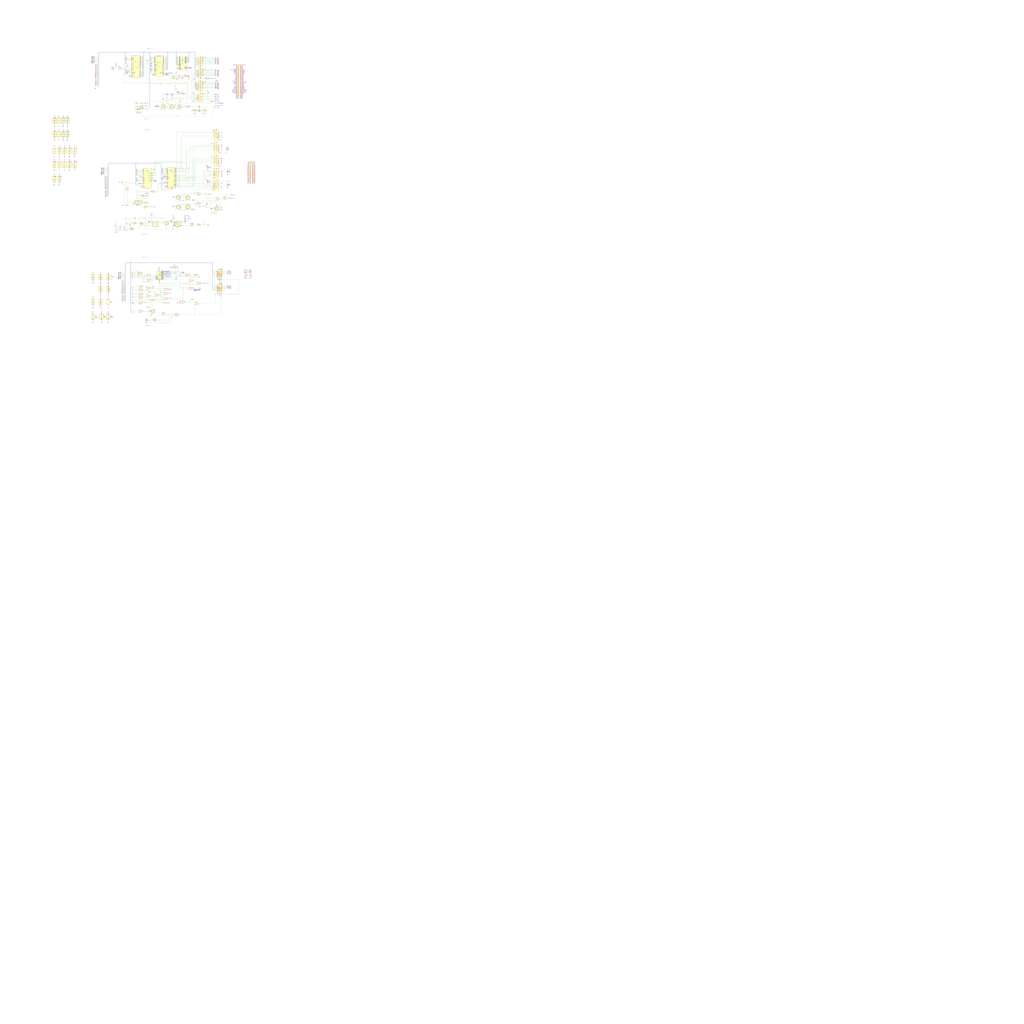
<source format=kicad_sch>
(kicad_sch (version 20231120) (generator "eeschema") (generator_version "8.0")
  (paper "User" 3048 3048)
  (lib_symbols
    (symbol "74xx:74LS00" (pin_names (offset 1.016))
      (property "Reference" "U" (at 0 1.27 0))
      (property "Value" "74LS00" (at 0 -1.27 0))
      (symbol "74LS00_1_1"
        (pin input line (at -7.62 2.54 0) (length 3.81) (name "~") (number "1"))
        (pin input line (at -7.62 -2.54 0) (length 3.81) (name "~") (number "2"))
        (pin output inverted (at 7.62 0 180) (length 3.81) (name "~") (number "3"))
      )
      (symbol "74LS00_1_2"
        (pin input inverted (at -7.62 2.54 0) (length 4.318) (name "~") (number "1"))
        (pin input inverted (at -7.62 -2.54 0) (length 4.318) (name "~") (number "2"))
        (pin output line (at 7.62 0 180) (length 3.81) (name "~") (number "3"))
      )
      (symbol "74LS00_2_1"
        (pin input line (at -7.62 2.54 0) (length 3.81) (name "~") (number "4"))
        (pin input line (at -7.62 -2.54 0) (length 3.81) (name "~") (number "5"))
        (pin output inverted (at 7.62 0 180) (length 3.81) (name "~") (number "6"))
      )
      (symbol "74LS00_2_2"
        (pin input inverted (at -7.62 2.54 0) (length 4.318) (name "~") (number "4"))
        (pin input inverted (at -7.62 -2.54 0) (length 4.318) (name "~") (number "5"))
        (pin output line (at 7.62 0 180) (length 3.81) (name "~") (number "6"))
      )
      (symbol "74LS00_3_1"
        (pin input line (at -7.62 -2.54 0) (length 3.81) (name "~") (number "10"))
        (pin output inverted (at 7.62 0 180) (length 3.81) (name "~") (number "8"))
        (pin input line (at -7.62 2.54 0) (length 3.81) (name "~") (number "9"))
      )
      (symbol "74LS00_3_2"
        (pin input inverted (at -7.62 -2.54 0) (length 4.318) (name "~") (number "10"))
        (pin output line (at 7.62 0 180) (length 3.81) (name "~") (number "8"))
        (pin input inverted (at -7.62 2.54 0) (length 4.318) (name "~") (number "9"))
      )
      (symbol "74LS00_4_1"
        (pin output inverted (at 7.62 0 180) (length 3.81) (name "~") (number "11"))
        (pin input line (at -7.62 2.54 0) (length 3.81) (name "~") (number "12"))
        (pin input line (at -7.62 -2.54 0) (length 3.81) (name "~") (number "13"))
      )
      (symbol "74LS00_4_2"
        (pin output line (at 7.62 0 180) (length 3.81) (name "~") (number "11"))
        (pin input inverted (at -7.62 2.54 0) (length 4.318) (name "~") (number "12"))
        (pin input inverted (at -7.62 -2.54 0) (length 4.318) (name "~") (number "13"))
      )
      (symbol "74LS00_5_0"
        (pin power_in line (at 0 12.7 270) (length 5.08) (name "VCC") (number "14"))
        (pin power_in line (at 0 -12.7 90) (length 5.08) (name "GND") (number "7"))
      )
    )
    (symbol "74xx:74LS04"
      (property "Reference" "U" (at 0 1.27 0))
      (property "Value" "74LS04" (at 0 -1.27 0))
      (symbol "74LS04_1_0"
        (pin input line (at -7.62 0 0) (length 3.81) (name "~") (number "1"))
        (pin output inverted (at 7.62 0 180) (length 3.81) (name "~") (number "2"))
      )
      (symbol "74LS04_2_0"
        (pin input line (at -7.62 0 0) (length 3.81) (name "~") (number "3"))
        (pin output inverted (at 7.62 0 180) (length 3.81) (name "~") (number "4"))
      )
      (symbol "74LS04_3_0"
        (pin input line (at -7.62 0 0) (length 3.81) (name "~") (number "5"))
        (pin output inverted (at 7.62 0 180) (length 3.81) (name "~") (number "6"))
      )
      (symbol "74LS04_4_0"
        (pin output inverted (at 7.62 0 180) (length 3.81) (name "~") (number "8"))
        (pin input line (at -7.62 0 0) (length 3.81) (name "~") (number "9"))
      )
      (symbol "74LS04_5_0"
        (pin output inverted (at 7.62 0 180) (length 3.81) (name "~") (number "10"))
        (pin input line (at -7.62 0 0) (length 3.81) (name "~") (number "11"))
      )
      (symbol "74LS04_6_0"
        (pin output inverted (at 7.62 0 180) (length 3.81) (name "~") (number "12"))
        (pin input line (at -7.62 0 0) (length 3.81) (name "~") (number "13"))
      )
      (symbol "74LS04_7_0"
        (pin power_in line (at 0 12.7 270) (length 5.08) (name "VCC") (number "14"))
        (pin power_in line (at 0 -12.7 90) (length 5.08) (name "GND") (number "7"))
      )
    )
    (symbol "74xx:74LS08" (pin_names (offset 1.016))
      (property "Reference" "U" (at 0 1.27 0))
      (property "Value" "74LS08" (at 0 -1.27 0))
      (symbol "74LS08_1_1"
        (pin input line (at -7.62 2.54 0) (length 3.81) (name "~") (number "1"))
        (pin input line (at -7.62 -2.54 0) (length 3.81) (name "~") (number "2"))
        (pin output line (at 7.62 0 180) (length 3.81) (name "~") (number "3"))
      )
      (symbol "74LS08_1_2"
        (pin input inverted (at -7.62 2.54 0) (length 4.318) (name "~") (number "1"))
        (pin input inverted (at -7.62 -2.54 0) (length 4.318) (name "~") (number "2"))
        (pin output inverted (at 7.62 0 180) (length 3.81) (name "~") (number "3"))
      )
      (symbol "74LS08_2_1"
        (pin input line (at -7.62 2.54 0) (length 3.81) (name "~") (number "4"))
        (pin input line (at -7.62 -2.54 0) (length 3.81) (name "~") (number "5"))
        (pin output line (at 7.62 0 180) (length 3.81) (name "~") (number "6"))
      )
      (symbol "74LS08_2_2"
        (pin input inverted (at -7.62 2.54 0) (length 4.318) (name "~") (number "4"))
        (pin input inverted (at -7.62 -2.54 0) (length 4.318) (name "~") (number "5"))
        (pin output inverted (at 7.62 0 180) (length 3.81) (name "~") (number "6"))
      )
      (symbol "74LS08_3_1"
        (pin input line (at -7.62 -2.54 0) (length 3.81) (name "~") (number "10"))
        (pin output line (at 7.62 0 180) (length 3.81) (name "~") (number "8"))
        (pin input line (at -7.62 2.54 0) (length 3.81) (name "~") (number "9"))
      )
      (symbol "74LS08_3_2"
        (pin input inverted (at -7.62 -2.54 0) (length 4.318) (name "~") (number "10"))
        (pin output inverted (at 7.62 0 180) (length 3.81) (name "~") (number "8"))
        (pin input inverted (at -7.62 2.54 0) (length 4.318) (name "~") (number "9"))
      )
      (symbol "74LS08_4_1"
        (pin output line (at 7.62 0 180) (length 3.81) (name "~") (number "11"))
        (pin input line (at -7.62 2.54 0) (length 3.81) (name "~") (number "12"))
        (pin input line (at -7.62 -2.54 0) (length 3.81) (name "~") (number "13"))
      )
      (symbol "74LS08_4_2"
        (pin output inverted (at 7.62 0 180) (length 3.81) (name "~") (number "11"))
        (pin input inverted (at -7.62 2.54 0) (length 4.318) (name "~") (number "12"))
        (pin input inverted (at -7.62 -2.54 0) (length 4.318) (name "~") (number "13"))
      )
      (symbol "74LS08_5_0"
        (pin power_in line (at 0 12.7 270) (length 5.08) (name "VCC") (number "14"))
        (pin power_in line (at 0 -12.7 90) (length 5.08) (name "GND") (number "7"))
      )
    )
    (symbol "74xx:74LS10" (pin_names (offset 1.016))
      (property "Reference" "U" (at 0 1.27 0))
      (property "Value" "74LS10" (at 0 -1.27 0))
      (symbol "74LS10_1_1"
        (pin input line (at -7.62 2.54 0) (length 3.81) (name "~") (number "1"))
        (pin output inverted (at 7.62 0 180) (length 3.81) (name "~") (number "12"))
        (pin input line (at -7.62 -2.54 0) (length 3.81) (name "~") (number "13"))
        (pin input line (at -7.62 0 0) (length 3.81) (name "~") (number "2"))
      )
      (symbol "74LS10_1_2"
        (pin input inverted (at -7.62 2.54 0) (length 4.318) (name "~") (number "1"))
        (pin output line (at 7.62 0 180) (length 3.81) (name "~") (number "12"))
        (pin input inverted (at -7.62 -2.54 0) (length 4.318) (name "~") (number "13"))
        (pin input inverted (at -7.62 0 0) (length 4.953) (name "~") (number "2"))
      )
      (symbol "74LS10_2_1"
        (pin input line (at -7.62 2.54 0) (length 3.81) (name "~") (number "3"))
        (pin input line (at -7.62 0 0) (length 3.81) (name "~") (number "4"))
        (pin input line (at -7.62 -2.54 0) (length 3.81) (name "~") (number "5"))
        (pin output inverted (at 7.62 0 180) (length 3.81) (name "~") (number "6"))
      )
      (symbol "74LS10_2_2"
        (pin input inverted (at -7.62 2.54 0) (length 4.318) (name "~") (number "3"))
        (pin input inverted (at -7.62 0 0) (length 4.953) (name "~") (number "4"))
        (pin input inverted (at -7.62 -2.54 0) (length 4.318) (name "~") (number "5"))
        (pin output line (at 7.62 0 180) (length 3.81) (name "~") (number "6"))
      )
      (symbol "74LS10_3_1"
        (pin input line (at -7.62 0 0) (length 3.81) (name "~") (number "10"))
        (pin input line (at -7.62 -2.54 0) (length 3.81) (name "~") (number "11"))
        (pin output inverted (at 7.62 0 180) (length 3.81) (name "~") (number "8"))
        (pin input line (at -7.62 2.54 0) (length 3.81) (name "~") (number "9"))
      )
      (symbol "74LS10_3_2"
        (pin input inverted (at -7.62 0 0) (length 4.953) (name "~") (number "10"))
        (pin input inverted (at -7.62 -2.54 0) (length 4.318) (name "~") (number "11"))
        (pin output line (at 7.62 0 180) (length 3.81) (name "~") (number "8"))
        (pin input inverted (at -7.62 2.54 0) (length 4.318) (name "~") (number "9"))
      )
      (symbol "74LS10_4_0"
        (pin power_in line (at 0 12.7 270) (length 5.08) (name "VCC") (number "14"))
        (pin power_in line (at 0 -12.7 90) (length 5.08) (name "GND") (number "7"))
      )
    )
    (symbol "74xx:74LS123" (pin_names (offset 1.016))
      (property "Reference" "U" (at -7.62 8.89 0))
      (property "Value" "74LS123" (at -7.62 -8.89 0))
      (symbol "74LS123_1_0"
        (pin input inverted (at -12.7 -2.54 0) (length 5.08) (name "A") (number "1"))
        (pin output line (at 12.7 5.08 180) (length 5.08) (name "Q") (number "13"))
        (pin input line (at -12.7 2.54 0) (length 5.08) (name "Cext") (number "14"))
        (pin input line (at -12.7 5.08 0) (length 5.08) (name "RCext") (number "15"))
        (pin input line (at -12.7 -5.08 0) (length 5.08) (name "B") (number "2"))
        (pin input inverted (at 0 -12.7 90) (length 5.08) (name "Clr") (number "3"))
        (pin output line (at 12.7 -5.08 180) (length 5.08) (name "~{Q}") (number "4"))
      )
      (symbol "74LS123_2_0"
        (pin input line (at -12.7 -5.08 0) (length 5.08) (name "B") (number "10"))
        (pin input inverted (at 0 -12.7 90) (length 5.08) (name "Clr") (number "11"))
        (pin output line (at 12.7 -5.08 180) (length 5.08) (name "~{Q}") (number "12"))
        (pin output line (at 12.7 5.08 180) (length 5.08) (name "Q") (number "5"))
        (pin input line (at -12.7 2.54 0) (length 5.08) (name "Cext") (number "6"))
        (pin input line (at -12.7 5.08 0) (length 5.08) (name "RCext") (number "7"))
        (pin input inverted (at -12.7 -2.54 0) (length 5.08) (name "A") (number "9"))
      )
      (symbol "74LS123_3_0"
        (pin power_in line (at 0 12.7 270) (length 5.08) (name "VCC") (number "16"))
        (pin power_in line (at 0 -12.7 90) (length 5.08) (name "GND") (number "8"))
      )
    )
    (symbol "74xx:74LS132" (pin_names (offset 1.016))
      (property "Reference" "U" (at 0 1.27 0))
      (property "Value" "74LS132" (at 0 -1.27 0))
      (symbol "74LS132_1_1"
        (pin input line (at -7.62 2.54 0) (length 3.81) (name "~") (number "1"))
        (pin input line (at -7.62 -2.54 0) (length 3.81) (name "~") (number "2"))
        (pin output inverted (at 7.62 0 180) (length 3.81) (name "~") (number "3"))
      )
      (symbol "74LS132_1_2"
        (pin input inverted (at -7.62 2.54 0) (length 4.318) (name "~") (number "1"))
        (pin input inverted (at -7.62 -2.54 0) (length 4.318) (name "~") (number "2"))
        (pin output line (at 7.62 0 180) (length 3.81) (name "~") (number "3"))
      )
      (symbol "74LS132_2_1"
        (pin input line (at -7.62 2.54 0) (length 3.81) (name "~") (number "4"))
        (pin input line (at -7.62 -2.54 0) (length 3.81) (name "~") (number "5"))
        (pin output inverted (at 7.62 0 180) (length 3.81) (name "~") (number "6"))
      )
      (symbol "74LS132_2_2"
        (pin input inverted (at -7.62 2.54 0) (length 4.318) (name "~") (number "4"))
        (pin input inverted (at -7.62 -2.54 0) (length 4.318) (name "~") (number "5"))
        (pin output line (at 7.62 0 180) (length 3.81) (name "~") (number "6"))
      )
      (symbol "74LS132_3_1"
        (pin input line (at -7.62 -2.54 0) (length 3.81) (name "~") (number "10"))
        (pin output inverted (at 7.62 0 180) (length 3.81) (name "~") (number "8"))
        (pin input line (at -7.62 2.54 0) (length 3.81) (name "~") (number "9"))
      )
      (symbol "74LS132_3_2"
        (pin input inverted (at -7.62 -2.54 0) (length 4.318) (name "~") (number "10"))
        (pin output line (at 7.62 0 180) (length 3.81) (name "~") (number "8"))
        (pin input inverted (at -7.62 2.54 0) (length 4.318) (name "~") (number "9"))
      )
      (symbol "74LS132_4_1"
        (pin output inverted (at 7.62 0 180) (length 3.81) (name "~") (number "11"))
        (pin input line (at -7.62 2.54 0) (length 3.81) (name "~") (number "12"))
        (pin input line (at -7.62 -2.54 0) (length 3.81) (name "~") (number "13"))
      )
      (symbol "74LS132_4_2"
        (pin output line (at 7.62 0 180) (length 3.81) (name "~") (number "11"))
        (pin input inverted (at -7.62 2.54 0) (length 4.318) (name "~") (number "12"))
        (pin input inverted (at -7.62 -2.54 0) (length 4.318) (name "~") (number "13"))
      )
      (symbol "74LS132_5_0"
        (pin power_in line (at 0 12.7 270) (length 5.08) (name "VCC") (number "14"))
        (pin power_in line (at 0 -12.7 90) (length 5.08) (name "GND") (number "7"))
      )
    )
    (symbol "74xx:74LS145" (pin_names (offset 1.016))
      (property "Reference" "U" (at -7.62 13.97 0))
      (property "Value" "74LS145" (at -7.62 -16.51 0))
      (symbol "74LS145_1_0"
        (pin open_collector inverted (at 12.7 10.16 180) (length 5.08) (name "Q0") (number "1"))
        (pin open_collector inverted (at 12.7 -10.16 180) (length 5.08) (name "Q8") (number "10"))
        (pin open_collector inverted (at 12.7 -12.7 180) (length 5.08) (name "Q9") (number "11"))
        (pin input line (at -12.7 2.54 0) (length 5.08) (name "P3") (number "12"))
        (pin input line (at -12.7 5.08 0) (length 5.08) (name "P2") (number "13"))
        (pin input line (at -12.7 7.62 0) (length 5.08) (name "P1") (number "14"))
        (pin input line (at -12.7 10.16 0) (length 5.08) (name "P0") (number "15"))
        (pin power_in line (at 0 17.78 270) (length 5.08) (name "VCC") (number "16"))
        (pin open_collector inverted (at 12.7 7.62 180) (length 5.08) (name "Q1") (number "2"))
        (pin open_collector inverted (at 12.7 5.08 180) (length 5.08) (name "Q2") (number "3"))
        (pin open_collector inverted (at 12.7 2.54 180) (length 5.08) (name "Q3") (number "4"))
        (pin open_collector inverted (at 12.7 0 180) (length 5.08) (name "Q4") (number "5"))
        (pin open_collector inverted (at 12.7 -2.54 180) (length 5.08) (name "Q5") (number "6"))
        (pin open_collector inverted (at 12.7 -5.08 180) (length 5.08) (name "Q6") (number "7"))
        (pin power_in line (at 0 -20.32 90) (length 5.08) (name "GND") (number "8"))
        (pin open_collector inverted (at 12.7 -7.62 180) (length 5.08) (name "Q7") (number "9"))
      )
    )
    (symbol "74xx:74LS20" (pin_names (offset 1.016))
      (property "Reference" "U" (at 0 1.27 0))
      (property "Value" "74LS20" (at 0 -1.27 0))
      (symbol "74LS20_1_1"
        (pin input line (at -7.62 3.81 0) (length 3.81) (name "~") (number "1"))
        (pin input line (at -7.62 1.27 0) (length 3.81) (name "~") (number "2"))
        (pin input line (at -7.62 -1.27 0) (length 3.81) (name "~") (number "4"))
        (pin input line (at -7.62 -3.81 0) (length 3.81) (name "~") (number "5"))
        (pin output inverted (at 7.62 0 180) (length 3.81) (name "~") (number "6"))
      )
      (symbol "74LS20_1_2"
        (pin input inverted (at -7.62 3.81 0) (length 3.81) (name "~") (number "1"))
        (pin input inverted (at -7.62 1.27 0) (length 4.826) (name "~") (number "2"))
        (pin input inverted (at -7.62 -1.27 0) (length 4.826) (name "~") (number "4"))
        (pin input inverted (at -7.62 -3.81 0) (length 3.81) (name "~") (number "5"))
        (pin output line (at 7.62 0 180) (length 3.81) (name "~") (number "6"))
      )
      (symbol "74LS20_2_1"
        (pin input line (at -7.62 1.27 0) (length 3.81) (name "~") (number "10"))
        (pin input line (at -7.62 -1.27 0) (length 3.81) (name "~") (number "12"))
        (pin input line (at -7.62 -3.81 0) (length 3.81) (name "~") (number "13"))
        (pin output inverted (at 7.62 0 180) (length 3.81) (name "~") (number "8"))
        (pin input line (at -7.62 3.81 0) (length 3.81) (name "~") (number "9"))
      )
      (symbol "74LS20_2_2"
        (pin input inverted (at -7.62 1.27 0) (length 4.826) (name "~") (number "10"))
        (pin input inverted (at -7.62 -1.27 0) (length 4.826) (name "~") (number "12"))
        (pin input inverted (at -7.62 -3.81 0) (length 3.81) (name "~") (number "13"))
        (pin output line (at 7.62 0 180) (length 3.81) (name "~") (number "8"))
        (pin input inverted (at -7.62 3.81 0) (length 3.81) (name "~") (number "9"))
      )
      (symbol "74LS20_3_0"
        (pin power_in line (at 0 12.7 270) (length 5.08) (name "VCC") (number "14"))
        (pin power_in line (at 0 -12.7 90) (length 5.08) (name "GND") (number "7"))
      )
    )
    (symbol "74xx:74LS32" (pin_names (offset 1.016))
      (property "Reference" "U" (at 0 1.27 0))
      (property "Value" "74LS32" (at 0 -1.27 0))
      (symbol "74LS32_1_1"
        (pin input line (at -7.62 2.54 0) (length 4.318) (name "~") (number "1"))
        (pin input line (at -7.62 -2.54 0) (length 4.318) (name "~") (number "2"))
        (pin output line (at 7.62 0 180) (length 3.81) (name "~") (number "3"))
      )
      (symbol "74LS32_1_2"
        (pin input inverted (at -7.62 2.54 0) (length 3.81) (name "~") (number "1"))
        (pin input inverted (at -7.62 -2.54 0) (length 3.81) (name "~") (number "2"))
        (pin output inverted (at 7.62 0 180) (length 3.81) (name "~") (number "3"))
      )
      (symbol "74LS32_2_1"
        (pin input line (at -7.62 2.54 0) (length 4.318) (name "~") (number "4"))
        (pin input line (at -7.62 -2.54 0) (length 4.318) (name "~") (number "5"))
        (pin output line (at 7.62 0 180) (length 3.81) (name "~") (number "6"))
      )
      (symbol "74LS32_2_2"
        (pin input inverted (at -7.62 2.54 0) (length 3.81) (name "~") (number "4"))
        (pin input inverted (at -7.62 -2.54 0) (length 3.81) (name "~") (number "5"))
        (pin output inverted (at 7.62 0 180) (length 3.81) (name "~") (number "6"))
      )
      (symbol "74LS32_3_1"
        (pin input line (at -7.62 -2.54 0) (length 4.318) (name "~") (number "10"))
        (pin output line (at 7.62 0 180) (length 3.81) (name "~") (number "8"))
        (pin input line (at -7.62 2.54 0) (length 4.318) (name "~") (number "9"))
      )
      (symbol "74LS32_3_2"
        (pin input inverted (at -7.62 -2.54 0) (length 3.81) (name "~") (number "10"))
        (pin output inverted (at 7.62 0 180) (length 3.81) (name "~") (number "8"))
        (pin input inverted (at -7.62 2.54 0) (length 3.81) (name "~") (number "9"))
      )
      (symbol "74LS32_4_1"
        (pin output line (at 7.62 0 180) (length 3.81) (name "~") (number "11"))
        (pin input line (at -7.62 2.54 0) (length 4.318) (name "~") (number "12"))
        (pin input line (at -7.62 -2.54 0) (length 4.318) (name "~") (number "13"))
      )
      (symbol "74LS32_4_2"
        (pin output inverted (at 7.62 0 180) (length 3.81) (name "~") (number "11"))
        (pin input inverted (at -7.62 2.54 0) (length 3.81) (name "~") (number "12"))
        (pin input inverted (at -7.62 -2.54 0) (length 3.81) (name "~") (number "13"))
      )
      (symbol "74LS32_5_0"
        (pin power_in line (at 0 12.7 270) (length 5.08) (name "VCC") (number "14"))
        (pin power_in line (at 0 -12.7 90) (length 5.08) (name "GND") (number "7"))
      )
    )
    (symbol "74xx:74LS74" (pin_names (offset 1.016))
      (property "Reference" "U" (at -7.62 8.89 0))
      (property "Value" "74LS74" (at -7.62 -8.89 0))
      (symbol "74LS74_1_0"
        (pin input line (at 0 -7.62 90) (length 2.54) (name "~{R}") (number "1"))
        (pin input line (at -7.62 2.54 0) (length 2.54) (name "D") (number "2"))
        (pin input clock (at -7.62 0 0) (length 2.54) (name "C") (number "3"))
        (pin input line (at 0 7.62 270) (length 2.54) (name "~{S}") (number "4"))
        (pin output line (at 7.62 2.54 180) (length 2.54) (name "Q") (number "5"))
        (pin output line (at 7.62 -2.54 180) (length 2.54) (name "~{Q}") (number "6"))
      )
      (symbol "74LS74_2_0"
        (pin input line (at 0 7.62 270) (length 2.54) (name "~{S}") (number "10"))
        (pin input clock (at -7.62 0 0) (length 2.54) (name "C") (number "11"))
        (pin input line (at -7.62 2.54 0) (length 2.54) (name "D") (number "12"))
        (pin input line (at 0 -7.62 90) (length 2.54) (name "~{R}") (number "13"))
        (pin output line (at 7.62 -2.54 180) (length 2.54) (name "~{Q}") (number "8"))
        (pin output line (at 7.62 2.54 180) (length 2.54) (name "Q") (number "9"))
      )
      (symbol "74LS74_3_0"
        (pin power_in line (at 0 10.16 270) (length 2.54) (name "VCC") (number "14"))
        (pin power_in line (at 0 -10.16 90) (length 2.54) (name "GND") (number "7"))
      )
    )
    (symbol "ArfonSymbols:2N3906"
      (property "Reference" "Q" (at 1.27 12.7 0))
      (property "Value" "2N3906" (at 2.54 2.54 0))
      (symbol "2N3906_1_1"
        (pin input line (at -3.7084 7.62 0) (length 2.54) (name "B") (number ""))
        (pin passive line (at 7.62 5.08 180) (length 2.54) (name "C") (number ""))
        (pin passive line (at 7.62 10.16 180) (length 2.54) (name "E") (number ""))
      )
    )
    (symbol "ArfonSymbols:Capacitor" (pin_numbers hide) (pin_names hide)
      (property "Reference" "C" (at 18.288 12.7 0))
      (property "Value" "Capacitor" (at 18.669 4.445 0))
      (symbol "Capacitor_0_0"
        (text "+" (at 16.51 7.493 0) (effects (font (size 1.27 1.27))))
      )
      (symbol "Capacitor_1_1"
        (pin passive line (at 15.24 8.89 0) (length 2.54) (name "") (number "1"))
        (pin passive line (at 21.59 8.89 180) (length 2.54) (name "") (number "2"))
      )
    )
    (symbol "ArfonSymbols:Capacitor_nonpolarized"
      (property "Reference" "C" (at 16.51 11.43 0))
      (property "Value" "Capacitor_nonpolarized" (at 17.78 3.175 0))
      (symbol "Capacitor_nonpolarized_1_1"
        (pin passive line (at 12.7 7.62 0) (length 2.54) (name "") (number ""))
        (pin passive line (at 22.86 7.62 180) (length 2.54) (name "") (number ""))
      )
    )
    (symbol "ArfonSymbols:Jumper_3pin"
      (property "Reference" "J" (at 0 17.78 0))
      (property "Value" "Jumper_3pin" (at 0 2.54 0))
      (symbol "Jumper_3pin_1_1"
        (pin passive line (at -2.54 8.89 90) (length 2.54) (name "1") (number "1"))
        (pin passive line (at 0 8.89 90) (length 2.54) (name "2") (number "2"))
        (pin passive line (at 2.54 8.89 90) (length 2.54) (name "3") (number "3"))
      )
      (symbol "Jumper_3pin_2_1"
        (pin passive line (at -2.54 8.89 90) (length 2.54) (name "1") (number "1"))
        (pin passive line (at 0 8.89 90) (length 2.54) (name "2") (number "2"))
        (pin passive line (at 2.54 8.89 90) (length 2.54) (name "3") (number "3"))
      )
      (symbol "Jumper_3pin_3_1"
        (pin passive line (at -2.54 8.89 90) (length 2.54) (name "1") (number "1"))
        (pin passive line (at 0 8.89 90) (length 2.54) (name "2") (number "2"))
        (pin passive line (at 2.54 8.89 90) (length 2.54) (name "3") (number "3"))
      )
    )
    (symbol "ArfonSymbols:Jumper_4pin"
      (property "Reference" "J" (at 0 15.24 0))
      (property "Value" "Jumper_4pin" (at 0 2.54 0))
      (symbol "Jumper_4pin_1_1"
        (pin passive line (at -2.54 10.16 90) (length 2.54) (name "") (number "1"))
        (pin passive line (at 0 10.16 90) (length 2.54) (name "") (number "2"))
        (pin passive line (at 2.54 10.16 90) (length 2.54) (name "") (number "3"))
        (pin passive line (at 5.08 10.16 90) (length 2.54) (name "") (number "4"))
      )
      (symbol "Jumper_4pin_2_1"
        (pin passive line (at -2.54 10.16 90) (length 2.54) (name "") (number "1"))
        (pin passive line (at 0 10.16 90) (length 2.54) (name "") (number "2"))
        (pin passive line (at 2.54 10.16 90) (length 2.54) (name "") (number "3"))
        (pin passive line (at 5.08 10.16 90) (length 2.54) (name "") (number "4"))
      )
      (symbol "Jumper_4pin_3_1"
        (pin passive line (at -2.54 10.16 90) (length 2.54) (name "") (number "1"))
        (pin passive line (at 0 10.16 90) (length 2.54) (name "") (number "2"))
        (pin passive line (at 2.54 10.16 90) (length 2.54) (name "") (number "3"))
        (pin passive line (at 5.08 10.16 90) (length 2.54) (name "") (number "4"))
      )
      (symbol "Jumper_4pin_4_1"
        (pin passive line (at -2.54 10.16 90) (length 2.54) (name "") (number "1"))
        (pin passive line (at 0 10.16 90) (length 2.54) (name "") (number "2"))
        (pin passive line (at 2.54 10.16 90) (length 2.54) (name "") (number "3"))
        (pin passive line (at 5.08 10.16 90) (length 2.54) (name "") (number "4"))
      )
    )
    (symbol "ArfonSymbols:LED"
      (property "Reference" "D" (at -6.604 11.049 0))
      (property "Value" "LED" (at -3.81 4.318 0))
      (symbol "LED_1_1"
        (pin passive line (at 0 7.62 180) (length 2.54) (name "") (number "a"))
        (pin passive line (at -7.62 7.62 0) (length 2.54) (name "") (number "c"))
      )
    )
    (symbol "ArfonSymbols:Resistor" (pin_numbers hide) (pin_names (offset 0) hide)
      (property "Reference" "R?" (at 3.81 2.54 0))
      (property "Value" "Resistor" (at 4.318 -1.778 0))
      (symbol "Resistor_1_1"
        (pin passive line (at 0 0 0) (length 1.27) (name "1") (number "1"))
        (pin passive line (at 7.62 0 180) (length 1.27) (name "2") (number "2"))
      )
    )
    (symbol "Capacitor_1"
      (property "Reference" "C" (at 2.54 3.81 0))
      (property "Value" "Capacitor_1" (at 3.81 -3.81 0))
      (symbol "Capacitor_1_0_0"
        (text "+" (at 1.27 -1.27 0) (effects (font (size 1.27 1.27))))
      )
      (symbol "Capacitor_1_1_1"
        (pin passive line (at 0 0 0) (length 2.54) (name "") (number ""))
        (pin passive line (at 7.62 0 180) (length 2.54) (name "") (number ""))
      )
    )
    (symbol "Capacitor_2"
      (property "Reference" "C" (at 2.54 3.81 0))
      (property "Value" "Capacitor_2" (at 3.81 -3.81 0))
      (symbol "Capacitor_2_0_0"
        (text "+" (at 1.27 -1.27 0) (effects (font (size 1.27 1.27))))
      )
      (symbol "Capacitor_2_1_1"
        (pin passive line (at 0 0 0) (length 2.54) (name "") (number "1"))
        (pin passive line (at 7.62 0 180) (length 2.54) (name "") (number "2"))
      )
    )
    (symbol "Connector:Conn_01x04_Female" (pin_names (offset 1.016) hide)
      (property "Reference" "J" (at 0 5.08 0))
      (property "Value" "Conn_01x04_Female" (at 0 -7.62 0))
      (symbol "Conn_01x04_Female_1_1"
        (pin passive line (at -5.08 2.54 0) (length 3.81) (name "Pin_1") (number "1"))
        (pin passive line (at -5.08 0 0) (length 3.81) (name "Pin_2") (number "2"))
        (pin passive line (at -5.08 -2.54 0) (length 3.81) (name "Pin_3") (number "3"))
        (pin passive line (at -5.08 -5.08 0) (length 3.81) (name "Pin_4") (number "4"))
      )
    )
    (symbol "Connector:Conn_01x04_Male" (pin_names (offset 1.016) hide)
      (property "Reference" "J" (at 0 5.08 0))
      (property "Value" "Conn_01x04_Male" (at 0 -7.62 0))
      (symbol "Conn_01x04_Male_1_1"
        (pin passive line (at 5.08 2.54 180) (length 3.81) (name "Pin_1") (number "1"))
        (pin passive line (at 5.08 0 180) (length 3.81) (name "Pin_2") (number "2"))
        (pin passive line (at 5.08 -2.54 180) (length 3.81) (name "Pin_3") (number "3"))
        (pin passive line (at 5.08 -5.08 180) (length 3.81) (name "Pin_4") (number "4"))
      )
    )
    (symbol "Connector:TestPoint" (pin_numbers hide) (pin_names (offset 0.762) hide)
      (property "Reference" "TP" (at 0 6.858 0))
      (property "Value" "TestPoint" (at 0 5.08 0))
      (symbol "TestPoint_1_1"
        (pin passive line (at 0 0 90) (length 2.54) (name "1") (number "1"))
      )
    )
    (symbol "Connector_Generic:Conn_02x25_Odd_Even" (pin_names (offset 1.016) hide)
      (property "Reference" "J" (at 1.27 33.02 0))
      (property "Value" "Conn_02x25_Odd_Even" (at 1.27 -33.02 0))
      (symbol "Conn_02x25_Odd_Even_1_1"
        (pin passive line (at -5.08 30.48 0) (length 3.81) (name "Pin_1") (number "1"))
        (pin passive line (at 7.62 20.32 180) (length 3.81) (name "Pin_10") (number "10"))
        (pin passive line (at -5.08 17.78 0) (length 3.81) (name "Pin_11") (number "11"))
        (pin passive line (at 7.62 17.78 180) (length 3.81) (name "Pin_12") (number "12"))
        (pin passive line (at -5.08 15.24 0) (length 3.81) (name "Pin_13") (number "13"))
        (pin passive line (at 7.62 15.24 180) (length 3.81) (name "Pin_14") (number "14"))
        (pin passive line (at -5.08 12.7 0) (length 3.81) (name "Pin_15") (number "15"))
        (pin passive line (at 7.62 12.7 180) (length 3.81) (name "Pin_16") (number "16"))
        (pin passive line (at -5.08 10.16 0) (length 3.81) (name "Pin_17") (number "17"))
        (pin passive line (at 7.62 10.16 180) (length 3.81) (name "Pin_18") (number "18"))
        (pin passive line (at -5.08 7.62 0) (length 3.81) (name "Pin_19") (number "19"))
        (pin passive line (at 7.62 30.48 180) (length 3.81) (name "Pin_2") (number "2"))
        (pin passive line (at 7.62 7.62 180) (length 3.81) (name "Pin_20") (number "20"))
        (pin passive line (at -5.08 5.08 0) (length 3.81) (name "Pin_21") (number "21"))
        (pin passive line (at 7.62 5.08 180) (length 3.81) (name "Pin_22") (number "22"))
        (pin passive line (at -5.08 2.54 0) (length 3.81) (name "Pin_23") (number "23"))
        (pin passive line (at 7.62 2.54 180) (length 3.81) (name "Pin_24") (number "24"))
        (pin passive line (at -5.08 0 0) (length 3.81) (name "Pin_25") (number "25"))
        (pin passive line (at 7.62 0 180) (length 3.81) (name "Pin_26") (number "26"))
        (pin passive line (at -5.08 -2.54 0) (length 3.81) (name "Pin_27") (number "27"))
        (pin passive line (at 7.62 -2.54 180) (length 3.81) (name "Pin_28") (number "28"))
        (pin passive line (at -5.08 -5.08 0) (length 3.81) (name "Pin_29") (number "29"))
        (pin passive line (at -5.08 27.94 0) (length 3.81) (name "Pin_3") (number "3"))
        (pin passive line (at 7.62 -5.08 180) (length 3.81) (name "Pin_30") (number "30"))
        (pin passive line (at -5.08 -7.62 0) (length 3.81) (name "Pin_31") (number "31"))
        (pin passive line (at 7.62 -7.62 180) (length 3.81) (name "Pin_32") (number "32"))
        (pin passive line (at -5.08 -10.16 0) (length 3.81) (name "Pin_33") (number "33"))
        (pin passive line (at 7.62 -10.16 180) (length 3.81) (name "Pin_34") (number "34"))
        (pin passive line (at -5.08 -12.7 0) (length 3.81) (name "Pin_35") (number "35"))
        (pin passive line (at 7.62 -12.7 180) (length 3.81) (name "Pin_36") (number "36"))
        (pin passive line (at -5.08 -15.24 0) (length 3.81) (name "Pin_37") (number "37"))
        (pin passive line (at 7.62 -15.24 180) (length 3.81) (name "Pin_38") (number "38"))
        (pin passive line (at -5.08 -17.78 0) (length 3.81) (name "Pin_39") (number "39"))
        (pin passive line (at 7.62 27.94 180) (length 3.81) (name "Pin_4") (number "4"))
        (pin passive line (at 7.62 -17.78 180) (length 3.81) (name "Pin_40") (number "40"))
        (pin passive line (at -5.08 -20.32 0) (length 3.81) (name "Pin_41") (number "41"))
        (pin passive line (at 7.62 -20.32 180) (length 3.81) (name "Pin_42") (number "42"))
        (pin passive line (at -5.08 -22.86 0) (length 3.81) (name "Pin_43") (number "43"))
        (pin passive line (at 7.62 -22.86 180) (length 3.81) (name "Pin_44") (number "44"))
        (pin passive line (at -5.08 -25.4 0) (length 3.81) (name "Pin_45") (number "45"))
        (pin passive line (at 7.62 -25.4 180) (length 3.81) (name "Pin_46") (number "46"))
        (pin passive line (at -5.08 -27.94 0) (length 3.81) (name "Pin_47") (number "47"))
        (pin passive line (at 7.62 -27.94 180) (length 3.81) (name "Pin_48") (number "48"))
        (pin passive line (at -5.08 -30.48 0) (length 3.81) (name "Pin_49") (number "49"))
        (pin passive line (at -5.08 25.4 0) (length 3.81) (name "Pin_5") (number "5"))
        (pin passive line (at 7.62 -30.48 180) (length 3.81) (name "Pin_50") (number "50"))
        (pin passive line (at 7.62 25.4 180) (length 3.81) (name "Pin_6") (number "6"))
        (pin passive line (at -5.08 22.86 0) (length 3.81) (name "Pin_7") (number "7"))
        (pin passive line (at 7.62 22.86 180) (length 3.81) (name "Pin_8") (number "8"))
        (pin passive line (at -5.08 20.32 0) (length 3.81) (name "Pin_9") (number "9"))
      )
    )
    (symbol "Connector_Generic:Conn_02x40_Odd_Even" (pin_names (offset 1.016) hide)
      (property "Reference" "J" (at 1.27 50.8 0))
      (property "Value" "Conn_02x40_Odd_Even" (at 1.27 -53.34 0))
      (symbol "Conn_02x40_Odd_Even_1_1"
        (pin passive line (at -5.08 48.26 0) (length 3.81) (name "Pin_1") (number "1"))
        (pin passive line (at 7.62 38.1 180) (length 3.81) (name "Pin_10") (number "10"))
        (pin passive line (at -5.08 35.56 0) (length 3.81) (name "Pin_11") (number "11"))
        (pin passive line (at 7.62 35.56 180) (length 3.81) (name "Pin_12") (number "12"))
        (pin passive line (at -5.08 33.02 0) (length 3.81) (name "Pin_13") (number "13"))
        (pin passive line (at 7.62 33.02 180) (length 3.81) (name "Pin_14") (number "14"))
        (pin passive line (at -5.08 30.48 0) (length 3.81) (name "Pin_15") (number "15"))
        (pin passive line (at 7.62 30.48 180) (length 3.81) (name "Pin_16") (number "16"))
        (pin passive line (at -5.08 27.94 0) (length 3.81) (name "Pin_17") (number "17"))
        (pin passive line (at 7.62 27.94 180) (length 3.81) (name "Pin_18") (number "18"))
        (pin passive line (at -5.08 25.4 0) (length 3.81) (name "Pin_19") (number "19"))
        (pin passive line (at 7.62 48.26 180) (length 3.81) (name "Pin_2") (number "2"))
        (pin passive line (at 7.62 25.4 180) (length 3.81) (name "Pin_20") (number "20"))
        (pin passive line (at -5.08 22.86 0) (length 3.81) (name "Pin_21") (number "21"))
        (pin passive line (at 7.62 22.86 180) (length 3.81) (name "Pin_22") (number "22"))
        (pin passive line (at -5.08 20.32 0) (length 3.81) (name "Pin_23") (number "23"))
        (pin passive line (at 7.62 20.32 180) (length 3.81) (name "Pin_24") (number "24"))
        (pin passive line (at -5.08 17.78 0) (length 3.81) (name "Pin_25") (number "25"))
        (pin passive line (at 7.62 17.78 180) (length 3.81) (name "Pin_26") (number "26"))
        (pin passive line (at -5.08 15.24 0) (length 3.81) (name "Pin_27") (number "27"))
        (pin passive line (at 7.62 15.24 180) (length 3.81) (name "Pin_28") (number "28"))
        (pin passive line (at -5.08 12.7 0) (length 3.81) (name "Pin_29") (number "29"))
        (pin passive line (at -5.08 45.72 0) (length 3.81) (name "Pin_3") (number "3"))
        (pin passive line (at 7.62 12.7 180) (length 3.81) (name "Pin_30") (number "30"))
        (pin passive line (at -5.08 10.16 0) (length 3.81) (name "Pin_31") (number "31"))
        (pin passive line (at 7.62 10.16 180) (length 3.81) (name "Pin_32") (number "32"))
        (pin passive line (at -5.08 7.62 0) (length 3.81) (name "Pin_33") (number "33"))
        (pin passive line (at 7.62 7.62 180) (length 3.81) (name "Pin_34") (number "34"))
        (pin passive line (at -5.08 5.08 0) (length 3.81) (name "Pin_35") (number "35"))
        (pin passive line (at 7.62 5.08 180) (length 3.81) (name "Pin_36") (number "36"))
        (pin passive line (at -5.08 2.54 0) (length 3.81) (name "Pin_37") (number "37"))
        (pin passive line (at 7.62 2.54 180) (length 3.81) (name "Pin_38") (number "38"))
        (pin passive line (at -5.08 0 0) (length 3.81) (name "Pin_39") (number "39"))
        (pin passive line (at 7.62 45.72 180) (length 3.81) (name "Pin_4") (number "4"))
        (pin passive line (at 7.62 0 180) (length 3.81) (name "Pin_40") (number "40"))
        (pin passive line (at -5.08 -2.54 0) (length 3.81) (name "Pin_41") (number "41"))
        (pin passive line (at 7.62 -2.54 180) (length 3.81) (name "Pin_42") (number "42"))
        (pin passive line (at -5.08 -5.08 0) (length 3.81) (name "Pin_43") (number "43"))
        (pin passive line (at 7.62 -5.08 180) (length 3.81) (name "Pin_44") (number "44"))
        (pin passive line (at -5.08 -7.62 0) (length 3.81) (name "Pin_45") (number "45"))
        (pin passive line (at 7.62 -7.62 180) (length 3.81) (name "Pin_46") (number "46"))
        (pin passive line (at -5.08 -10.16 0) (length 3.81) (name "Pin_47") (number "47"))
        (pin passive line (at 7.62 -10.16 180) (length 3.81) (name "Pin_48") (number "48"))
        (pin passive line (at -5.08 -12.7 0) (length 3.81) (name "Pin_49") (number "49"))
        (pin passive line (at -5.08 43.18 0) (length 3.81) (name "Pin_5") (number "5"))
        (pin passive line (at 7.62 -12.7 180) (length 3.81) (name "Pin_50") (number "50"))
        (pin passive line (at -5.08 -15.24 0) (length 3.81) (name "Pin_51") (number "51"))
        (pin passive line (at 7.62 -15.24 180) (length 3.81) (name "Pin_52") (number "52"))
        (pin passive line (at -5.08 -17.78 0) (length 3.81) (name "Pin_53") (number "53"))
        (pin passive line (at 7.62 -17.78 180) (length 3.81) (name "Pin_54") (number "54"))
        (pin passive line (at -5.08 -20.32 0) (length 3.81) (name "Pin_55") (number "55"))
        (pin passive line (at 7.62 -20.32 180) (length 3.81) (name "Pin_56") (number "56"))
        (pin passive line (at -5.08 -22.86 0) (length 3.81) (name "Pin_57") (number "57"))
        (pin passive line (at 7.62 -22.86 180) (length 3.81) (name "Pin_58") (number "58"))
        (pin passive line (at -5.08 -25.4 0) (length 3.81) (name "Pin_59") (number "59"))
        (pin passive line (at 7.62 43.18 180) (length 3.81) (name "Pin_6") (number "6"))
        (pin passive line (at 7.62 -25.4 180) (length 3.81) (name "Pin_60") (number "60"))
        (pin passive line (at -5.08 -27.94 0) (length 3.81) (name "Pin_61") (number "61"))
        (pin passive line (at 7.62 -27.94 180) (length 3.81) (name "Pin_62") (number "62"))
        (pin passive line (at -5.08 -30.48 0) (length 3.81) (name "Pin_63") (number "63"))
        (pin passive line (at 7.62 -30.48 180) (length 3.81) (name "Pin_64") (number "64"))
        (pin passive line (at -5.08 -33.02 0) (length 3.81) (name "Pin_65") (number "65"))
        (pin passive line (at 7.62 -33.02 180) (length 3.81) (name "Pin_66") (number "66"))
        (pin passive line (at -5.08 -35.56 0) (length 3.81) (name "Pin_67") (number "67"))
        (pin passive line (at 7.62 -35.56 180) (length 3.81) (name "Pin_68") (number "68"))
        (pin passive line (at -5.08 -38.1 0) (length 3.81) (name "Pin_69") (number "69"))
        (pin passive line (at -5.08 40.64 0) (length 3.81) (name "Pin_7") (number "7"))
        (pin passive line (at 7.62 -38.1 180) (length 3.81) (name "Pin_70") (number "70"))
        (pin passive line (at -5.08 -40.64 0) (length 3.81) (name "Pin_71") (number "71"))
        (pin passive line (at 7.62 -40.64 180) (length 3.81) (name "Pin_72") (number "72"))
        (pin passive line (at -5.08 -43.18 0) (length 3.81) (name "Pin_73") (number "73"))
        (pin passive line (at 7.62 -43.18 180) (length 3.81) (name "Pin_74") (number "74"))
        (pin passive line (at -5.08 -45.72 0) (length 3.81) (name "Pin_75") (number "75"))
        (pin passive line (at 7.62 -45.72 180) (length 3.81) (name "Pin_76") (number "76"))
        (pin passive line (at -5.08 -48.26 0) (length 3.81) (name "Pin_77") (number "77"))
        (pin passive line (at 7.62 -48.26 180) (length 3.81) (name "Pin_78") (number "78"))
        (pin passive line (at -5.08 -50.8 0) (length 3.81) (name "Pin_79") (number "79"))
        (pin passive line (at 7.62 40.64 180) (length 3.81) (name "Pin_8") (number "8"))
        (pin passive line (at 7.62 -50.8 180) (length 3.81) (name "Pin_80") (number "80"))
        (pin passive line (at -5.08 38.1 0) (length 3.81) (name "Pin_9") (number "9"))
      )
    )
    (symbol "Device:C" (pin_numbers hide) (pin_names (offset 0.254))
      (property "Reference" "C" (at 0.635 2.54 0))
      (property "Value" "C" (at 0.635 -2.54 0))
      (symbol "C_1_1"
        (pin passive line (at 0 3.81 270) (length 2.794) (name "~") (number "1"))
        (pin passive line (at 0 -3.81 90) (length 2.794) (name "~") (number "2"))
      )
    )
    (symbol "Device:Crystal" (pin_numbers hide) (pin_names (offset 1.016) hide)
      (property "Reference" "Y1" (at 0.127 3.683 0))
      (property "Value" "8Mhz Xtal" (at 0 -3.937 0))
      (symbol "Crystal_1_1"
        (pin passive line (at -3.81 0 0) (length 1.27) (name "1") (number "1"))
        (pin passive line (at 3.81 0 180) (length 1.27) (name "2") (number "2"))
      )
    )
    (symbol "Diode_1" (pin_numbers hide) (pin_names hide)
      (property "Reference" "D" (at -6.731 11.176 0))
      (property "Value" "Diode_1" (at -3.81 3.81 0))
      (symbol "Diode_1_1_1"
        (pin passive line (at 0 7.62 180) (length 2.54) (name "") (number "a"))
        (pin passive line (at -7.62 7.62 0) (length 2.54) (name "") (number "c"))
      )
    )
    (symbol "Jumper_3pin_1"
      (property "Reference" "J" (at 0 15.24 0))
      (property "Value" "Jumper_3pin" (at 0 2.54 0))
      (symbol "Jumper_3pin_1_1_1"
        (pin passive line (at -2.54 10.16 90) (length 2.54) (name "") (number "1"))
        (pin passive line (at 0 10.16 90) (length 2.54) (name "") (number "2"))
        (pin passive line (at 2.54 10.16 90) (length 2.54) (name "") (number "3"))
      )
      (symbol "Jumper_3pin_1_2_1"
        (pin passive line (at -2.54 10.16 90) (length 2.54) (name "") (number "1"))
        (pin passive line (at 0 10.16 90) (length 2.54) (name "") (number "2"))
        (pin passive line (at 2.54 10.16 90) (length 2.54) (name "") (number "3"))
      )
      (symbol "Jumper_3pin_1_3_1"
        (pin passive line (at -2.54 10.16 90) (length 2.54) (name "") (number "1"))
        (pin passive line (at 0 10.16 90) (length 2.54) (name "") (number "2"))
        (pin passive line (at 2.54 10.16 90) (length 2.54) (name "") (number "3"))
      )
    )
    (symbol "Resistor_1" (pin_numbers hide) (pin_names (offset 0) hide)
      (property "Reference" "R?" (at 3.81 2.54 0))
      (property "Value" "Resistor_1" (at 4.318 -1.778 0))
      (symbol "Resistor_1_1_1"
        (pin passive line (at 0 0 0) (length 1.27) (name "1") (number "1"))
        (pin passive line (at 7.62 0 180) (length 1.27) (name "2") (number "2"))
      )
    )
    (symbol "Resistor_2" (pin_numbers hide) (pin_names (offset 0) hide)
      (property "Reference" "R?" (at 3.81 2.54 0))
      (property "Value" "Resistor_2" (at 4.318 -1.778 0))
      (symbol "Resistor_2_1_1"
        (pin passive line (at 0 0 0) (length 1.27) (name "1") (number "1"))
        (pin passive line (at 7.62 0 180) (length 1.27) (name "2") (number "2"))
      )
    )
    (symbol "Resistor_3" (pin_numbers hide) (pin_names (offset 0) hide)
      (property "Reference" "R?" (at 3.81 2.54 0))
      (property "Value" "Resistor_3" (at 4.318 -1.778 0))
      (symbol "Resistor_3_1_1"
        (pin passive line (at 0 0 0) (length 1.27) (name "1") (number "1"))
        (pin passive line (at 7.62 0 180) (length 1.27) (name "2") (number "2"))
      )
    )
    (symbol "Resistor_4" (pin_numbers hide) (pin_names (offset 0) hide)
      (property "Reference" "R?" (at 3.81 2.54 0))
      (property "Value" "Resistor_4" (at 4.318 -1.778 0))
      (symbol "Resistor_4_1_1"
        (pin passive line (at 0 0 0) (length 1.27) (name "1") (number "1"))
        (pin passive line (at 7.62 0 180) (length 1.27) (name "2") (number "2"))
      )
    )
    (symbol "Resistor_5" (pin_numbers hide) (pin_names (offset 0) hide)
      (property "Reference" "R?" (at 3.81 2.54 0))
      (property "Value" "Resistor_5" (at 4.318 -1.778 0))
      (symbol "Resistor_5_1_1"
        (pin passive line (at 0 0 0) (length 1.27) (name "1") (number "1"))
        (pin passive line (at 7.62 0 180) (length 1.27) (name "2") (number "2"))
      )
    )
    (symbol "Resistor_6" (pin_numbers hide) (pin_names (offset 0) hide)
      (property "Reference" "R?" (at 3.81 2.54 0))
      (property "Value" "Resistor_6" (at 4.318 -1.778 0))
      (symbol "Resistor_6_1_1"
        (pin passive line (at 0 0 0) (length 1.27) (name "1") (number "1"))
        (pin passive line (at 7.62 0 180) (length 1.27) (name "2") (number "2"))
      )
    )
    (symbol "Resistor_7" (pin_numbers hide) (pin_names (offset 0) hide)
      (property "Reference" "R?" (at 3.81 2.54 0))
      (property "Value" "Resistor_7" (at 4.318 -1.778 0))
      (symbol "Resistor_7_1_1"
        (pin passive line (at 0 0 0) (length 1.27) (name "1") (number "1"))
        (pin passive line (at 7.62 0 180) (length 1.27) (name "2") (number "2"))
      )
    )
    (symbol "Resistor_8" (pin_numbers hide) (pin_names (offset 0) hide)
      (property "Reference" "R?" (at 3.81 2.54 0))
      (property "Value" "Resistor_8" (at 4.318 -1.778 0))
      (symbol "Resistor_8_1_1"
        (pin passive line (at 0 0 0) (length 1.27) (name "1") (number "1"))
        (pin passive line (at 7.62 0 180) (length 1.27) (name "2") (number "2"))
      )
    )
    (symbol "Resistor_9" (pin_numbers hide) (pin_names (offset 0) hide)
      (property "Reference" "R?" (at 3.81 2.54 0))
      (property "Value" "Resistor_9" (at 4.318 -1.778 0))
      (symbol "Resistor_9_1_1"
        (pin passive line (at 0 0 0) (length 1.27) (name "1") (number "1"))
        (pin passive line (at 7.62 0 180) (length 1.27) (name "2") (number "2"))
      )
    )
    (symbol "Switch:SW_Push" (pin_numbers hide) (pin_names (offset 1.016) hide)
      (property "Reference" "SW" (at 1.27 2.54 0))
      (property "Value" "SW_Push" (at 0 -1.524 0))
      (symbol "SW_Push_0_1"
        (pin passive line (at -5.08 0 0) (length 2.54) (name "1") (number "1"))
        (pin passive line (at 5.08 0 180) (length 2.54) (name "2") (number "2"))
      )
    )
    (symbol "TRS80parts:74LS125"
      (property "Reference" "U" (at 0.254 39.624 0))
      (property "Value" "74LS125" (at 0.508 36.576 0))
      (symbol "74LS125_1_1"
        (pin input line (at -7.62 30.48 0) (length 2.54) (name "1") (number "1"))
        (pin input line (at -7.62 25.4 0) (length 2.54) (name "10") (number "10"))
        (pin output line (at 10.16 22.86 180) (length 2.54) (name "11") (number "11"))
        (pin input line (at -7.62 22.86 0) (length 2.54) (name "12") (number "12"))
        (pin input line (at -7.62 20.32 0) (length 2.54) (name "13") (number "13"))
        (pin power_in line (at 10.16 35.56 180) (length 2.54) (name "+5V") (number "14"))
        (pin input line (at -7.62 33.02 0) (length 2.54) (name "2") (number "2"))
        (pin output line (at 10.16 33.02 180) (length 2.54) (name "3") (number "3"))
        (pin input line (at -7.62 15.24 0) (length 2.54) (name "4") (number "4"))
        (pin input line (at 10.16 17.78 180) (length 2.54) (name "5") (number "5"))
        (pin output line (at -7.62 17.78 0) (length 2.54) (name "6") (number "6"))
        (pin power_in line (at -7.62 12.7 0) (length 2.54) (name "GND") (number "7"))
        (pin output line (at -7.62 27.94 0) (length 2.54) (name "8") (number "8"))
        (pin input line (at 10.16 27.94 180) (length 2.54) (name "9") (number "9"))
      )
    )
    (symbol "TRS80parts:74LS240"
      (property "Reference" "U" (at 0.254 39.624 0))
      (property "Value" "74LS240" (at 0.508 36.576 0))
      (symbol "74LS240_1_1"
        (pin input line (at 0 7.62 90) (length 2.54) (name "1") (number "1"))
        (pin power_in line (at -7.62 12.7 0) (length 2.54) (name "GND") (number "10"))
        (pin input line (at -7.62 15.24 0) (length 2.54) (name "11") (number "11"))
        (pin output line (at 10.16 25.4 180) (length 2.54) (name "12") (number "12"))
        (pin input line (at -7.62 17.78 0) (length 2.54) (name "13") (number "13"))
        (pin output line (at 10.16 27.94 180) (length 2.54) (name "14") (number "14"))
        (pin input line (at -7.62 20.32 0) (length 2.54) (name "15") (number "15"))
        (pin output line (at 10.16 30.48 180) (length 2.54) (name "16") (number "16"))
        (pin input line (at -7.62 22.86 0) (length 2.54) (name "17") (number "17"))
        (pin output line (at 10.16 33.02 180) (length 2.54) (name "18") (number "18"))
        (pin input line (at 2.54 7.62 90) (length 2.54) (name "19") (number "19"))
        (pin input line (at -7.62 33.02 0) (length 2.54) (name "2") (number "2"))
        (pin power_in line (at 10.16 35.56 180) (length 2.54) (name "+5V") (number "20"))
        (pin output line (at 10.16 22.86 180) (length 2.54) (name "3") (number "3"))
        (pin input line (at -7.62 30.48 0) (length 2.54) (name "4") (number "4"))
        (pin output line (at 10.16 20.32 180) (length 2.54) (name "5") (number "5"))
        (pin input line (at -7.62 27.94 0) (length 2.54) (name "6") (number "6"))
        (pin output line (at 10.16 17.78 180) (length 2.54) (name "7") (number "7"))
        (pin input line (at -7.62 25.4 0) (length 2.54) (name "8") (number "8"))
        (pin output line (at 10.16 15.24 180) (length 2.54) (name "9") (number "9"))
      )
    )
    (symbol "TRS80parts:74LS244"
      (property "Reference" "U" (at 0.254 39.624 0))
      (property "Value" "74LS244" (at 0.508 36.576 0))
      (symbol "74LS244_1_1"
        (pin input line (at 0 7.62 90) (length 2.54) (name "1") (number "1"))
        (pin power_in line (at -7.62 12.7 0) (length 2.54) (name "GND") (number "10"))
        (pin input line (at -7.62 15.24 0) (length 2.54) (name "11") (number "11"))
        (pin output line (at 10.16 25.4 180) (length 2.54) (name "12") (number "12"))
        (pin input line (at -7.62 17.78 0) (length 2.54) (name "13") (number "13"))
        (pin output line (at 10.16 27.94 180) (length 2.54) (name "14") (number "14"))
        (pin input line (at -7.62 20.32 0) (length 2.54) (name "15") (number "15"))
        (pin output line (at 10.16 30.48 180) (length 2.54) (name "16") (number "16"))
        (pin input line (at -7.62 22.86 0) (length 2.54) (name "17") (number "17"))
        (pin output line (at 10.16 33.02 180) (length 2.54) (name "18") (number "18"))
        (pin input line (at 2.54 7.62 90) (length 2.54) (name "19") (number "19"))
        (pin input line (at -7.62 33.02 0) (length 2.54) (name "2") (number "2"))
        (pin power_in line (at 10.16 35.56 180) (length 2.54) (name "+5V") (number "20"))
        (pin output line (at 10.16 22.86 180) (length 2.54) (name "3") (number "3"))
        (pin input line (at -7.62 30.48 0) (length 2.54) (name "4") (number "4"))
        (pin output line (at 10.16 20.32 180) (length 2.54) (name "5") (number "5"))
        (pin input line (at -7.62 27.94 0) (length 2.54) (name "6") (number "6"))
        (pin output line (at 10.16 17.78 180) (length 2.54) (name "7") (number "7"))
        (pin input line (at -7.62 25.4 0) (length 2.54) (name "8") (number "8"))
        (pin output line (at 10.16 15.24 180) (length 2.54) (name "9") (number "9"))
      )
    )
    (symbol "TRS80parts:74S182"
      (property "Reference" "U23" (at 10.16 22.86 0))
      (property "Value" "74S182" (at 20.32 15.24 0))
      (symbol "74S182_1_1"
        (pin input line (at 20.32 7.62 90) (length 2.54) (name "~{G1}") (number "1"))
        (pin input line (at 33.02 12.7 180) (length 2.54) (name "~{G}") (number "10"))
        (pin output line (at 20.32 22.86 270) (length 2.54) (name "Cn+y") (number "11"))
        (pin output line (at 15.24 22.86 270) (length 2.54) (name "Cn+x") (number "12"))
        (pin output line (at 7.62 15.24 0) (length 2.54) (name "Cn") (number "13"))
        (pin input line (at 17.78 7.62 90) (length 2.54) (name "~{G2}") (number "14"))
        (pin input line (at 22.86 22.86 270) (length 2.54) (name "~{P2}") (number "15"))
        (pin power_in line (at 33.02 17.78 180) (length 2.54) (name "+5V") (number "16"))
        (pin input line (at 17.78 22.86 270) (length 2.54) (name "~{P1}") (number "2"))
        (pin input line (at 22.86 7.62 90) (length 2.54) (name "~{G0}") (number "3"))
        (pin input line (at 7.62 17.78 0) (length 2.54) (name "~{P0}") (number "4"))
        (pin input line (at 15.24 7.62 90) (length 2.54) (name "~{G3}") (number "5"))
        (pin input line (at 33.02 15.24 180) (length 2.54) (name "~{P3}") (number "6"))
        (pin input line (at 25.4 7.62 90) (length 2.54) (name "~{P}") (number "7"))
        (pin power_in line (at 7.62 12.7 0) (length 2.54) (name "GND") (number "8"))
        (pin output line (at 25.4 22.86 270) (length 2.54) (name "Cn+z") (number "9"))
      )
    )
    (symbol "TRS80parts:8T26A"
      (property "Reference" "U" (at 8.382 26.416 0))
      (property "Value" "8T26A" (at 17.526 26.67 0))
      (symbol "8T26A_1_1"
        (pin input line (at 17.78 -5.08 90) (length 2.54) (name "RE") (number "1"))
        (pin bidirectional line (at 22.86 15.24 180) (length 2.54) (name "") (number "10"))
        (pin output line (at 5.08 12.7 0) (length 2.54) (name "") (number "11"))
        (pin input line (at 5.08 20.32 0) (length 2.54) (name "") (number "12"))
        (pin bidirectional line (at 22.86 20.32 180) (length 2.54) (name "") (number "13"))
        (pin output line (at 5.08 17.78 0) (length 2.54) (name "") (number "14"))
        (pin input line (at 10.16 -5.08 90) (length 2.54) (name "OE") (number "15"))
        (pin power_in line (at 13.97 27.94 270) (length 2.54) (name "Vcc") (number "16"))
        (pin output line (at 5.08 7.62 0) (length 2.54) (name "") (number "2"))
        (pin bidirectional line (at 22.86 10.16 180) (length 2.54) (name "") (number "3"))
        (pin input line (at 5.08 10.16 0) (length 2.54) (name "") (number "4"))
        (pin output line (at 5.08 2.54 0) (length 2.54) (name "") (number "5"))
        (pin bidirectional line (at 22.86 5.08 180) (length 2.54) (name "") (number "6"))
        (pin input line (at 5.08 5.08 0) (length 2.54) (name "") (number "7"))
        (pin power_in line (at 13.97 -5.08 90) (length 2.54) (name "GND") (number "8"))
        (pin input line (at 5.08 15.24 0) (length 2.54) (name "") (number "9"))
      )
    )
    (symbol "TRS80parts:EPROM_2716"
      (property "Reference" "U" (at 24.13 44.45 0))
      (property "Value" "EPROM_2716" (at 25.4 22.86 90))
      (symbol "EPROM_2716_1_1"
        (pin input line (at 13.97 22.86 0) (length 2.54) (name "A7") (number "1"))
        (pin input line (at 36.83 38.1 180) (length 2.54) (name "D1") (number "10"))
        (pin input line (at 36.83 35.56 180) (length 2.54) (name "D2") (number "11"))
        (pin power_in line (at 13.97 5.08 0) (length 2.54) (name "GND") (number "12"))
        (pin input line (at 36.83 33.02 180) (length 2.54) (name "D3") (number "13"))
        (pin input line (at 36.83 30.48 180) (length 2.54) (name "D4") (number "14"))
        (pin input line (at 36.83 27.94 180) (length 2.54) (name "D5") (number "15"))
        (pin input line (at 36.83 25.4 180) (length 2.54) (name "D6") (number "16"))
        (pin input line (at 36.83 22.86 180) (length 2.54) (name "D7") (number "17"))
        (pin input line (at 36.83 7.62 180) (length 2.54) (name "~{E}/P") (number "18"))
        (pin input line (at 13.97 15.24 0) (length 2.54) (name "A10") (number "19"))
        (pin input line (at 13.97 25.4 0) (length 2.54) (name "A6") (number "2"))
        (pin input line (at 36.83 10.16 180) (length 2.54) (name "~{OE}") (number "20"))
        (pin power_in line (at 13.97 7.62 0) (length 2.54) (name "Vpp") (number "21"))
        (pin input line (at 13.97 17.78 0) (length 2.54) (name "A9") (number "22"))
        (pin input line (at 13.97 20.32 0) (length 2.54) (name "A8") (number "23"))
        (pin power_in line (at 13.97 10.16 0) (length 2.54) (name "Vcc") (number "24"))
        (pin input line (at 13.97 27.94 0) (length 2.54) (name "A5") (number "3"))
        (pin input line (at 13.97 30.48 0) (length 2.54) (name "A4") (number "4"))
        (pin input line (at 13.97 33.02 0) (length 2.54) (name "A3") (number "5"))
        (pin input line (at 13.97 35.56 0) (length 2.54) (name "A2") (number "6"))
        (pin input line (at 13.97 38.1 0) (length 2.54) (name "A1") (number "7"))
        (pin input line (at 13.97 40.64 0) (length 2.54) (name "A0") (number "8"))
        (pin input line (at 36.83 40.64 180) (length 2.54) (name "D0") (number "9"))
      )
    )
    (symbol "TRS80parts:MC1488"
      (property "Reference" "U" (at 7.62 31.496 0))
      (property "Value" "MC1488" (at 8.636 25.908 0))
      (symbol "MC1488_1_1"
        (pin power_in line (at 0 27.94 0) (length 2.54) (name "-15V") (number "1"))
        (pin input line (at 0 12.7 0) (length 2.54) (name "B3") (number "10"))
        (pin output line (at 17.78 7.62 180) (length 2.54) (name "Out4") (number "11"))
        (pin input line (at 0 10.16 0) (length 2.54) (name "A4") (number "12"))
        (pin input line (at 0 7.62 0) (length 2.54) (name "B4") (number "13"))
        (pin power_in line (at 17.78 27.94 180) (length 2.54) (name "+15V") (number "14"))
        (pin input line (at 0 22.86 0) (length 2.54) (name "A1") (number "2"))
        (pin output line (at 17.78 22.86 180) (length 2.54) (name "Out1") (number "3"))
        (pin input line (at 0 20.32 0) (length 2.54) (name "A2") (number "4"))
        (pin input line (at 0 17.78 0) (length 2.54) (name "B2") (number "5"))
        (pin output line (at 17.78 17.78 180) (length 2.54) (name "Out2") (number "6"))
        (pin power_in line (at 0 2.54 0) (length 2.54) (name "GND") (number "7"))
        (pin output line (at 17.78 12.7 180) (length 2.54) (name "Out3") (number "8"))
        (pin input line (at 0 15.24 0) (length 2.54) (name "A3") (number "9"))
      )
    )
    (symbol "TRS80parts:MC1489"
      (property "Reference" "U" (at 8.128 33.782 0))
      (property "Value" "MC1489" (at 7.62 30.48 0))
      (symbol "MC1489_1_1"
        (pin input line (at 0 25.4 0) (length 2.54) (name "A1") (number "1"))
        (pin input line (at 0 15.24 0) (length 2.54) (name "A3") (number "10"))
        (pin output line (at 17.78 10.16 180) (length 2.54) (name "Out4") (number "11"))
        (pin input line (at 0 7.62 0) (length 2.54) (name "C4") (number "12"))
        (pin input line (at 0 10.16 0) (length 2.54) (name "A4") (number "13"))
        (pin power_in line (at 17.78 30.48 180) (length 2.54) (name "Vcc") (number "14"))
        (pin input line (at 0 22.86 0) (length 2.54) (name "C1") (number "2"))
        (pin output line (at 17.78 25.4 180) (length 2.54) (name "Out1") (number "3"))
        (pin input line (at 0 20.32 0) (length 2.54) (name "A2") (number "4"))
        (pin input line (at 0 17.78 0) (length 2.54) (name "C2") (number "5"))
        (pin output line (at 17.78 20.32 180) (length 2.54) (name "Out2") (number "6"))
        (pin power_in line (at 0 2.54 0) (length 2.54) (name "GND") (number "7"))
        (pin output line (at 17.78 15.24 180) (length 2.54) (name "Out3") (number "8"))
        (pin input line (at 0 12.7 0) (length 2.54) (name "C3") (number "9"))
      )
    )
    (symbol "TRS80parts:Z80_CTC" (pin_names (offset 1.016))
      (property "Reference" "U" (at -4.064 39.878 0))
      (property "Value" "Z80_CTC" (at -2.54 10.16 0))
      (symbol "Z80_CTC_1_1"
        (pin bidirectional line (at -17.78 25.4 0) (length 2.54) (name "D4") (number "1"))
        (pin input line (at -17.78 2.54 0) (length 2.54) (name "~{IORQ}") (number "10"))
        (pin output line (at -17.78 -5.08 0) (length 2.54) (name "IEO") (number "11"))
        (pin output line (at -17.78 -7.62 0) (length 2.54) (name "~{INT}") (number "12"))
        (pin input line (at -17.78 -2.54 0) (length 2.54) (name "IEI") (number "13"))
        (pin input line (at -17.78 5.08 0) (length 2.54) (name "~{M1}") (number "14"))
        (pin input line (at -17.78 -12.7 0) (length 2.54) (name "CLK") (number "15"))
        (pin input line (at -17.78 12.7 0) (length 2.54) (name "~{CE}") (number "16"))
        (pin input line (at 12.7 0 180) (length 2.54) (name "~{RESET}") (number "17"))
        (pin input line (at -17.78 10.16 0) (length 2.54) (name "~{CS0}") (number "18"))
        (pin input line (at -17.78 7.62 0) (length 2.54) (name "~{CS1}") (number "19"))
        (pin bidirectional line (at -17.78 22.86 0) (length 2.54) (name "D5") (number "2"))
        (pin input line (at 12.7 2.54 180) (length 2.54) (name "CLK/TRG3") (number "20"))
        (pin input line (at 12.7 10.16 180) (length 2.54) (name "CLK/TRG2") (number "21"))
        (pin input line (at 12.7 17.78 180) (length 2.54) (name "CLK/TRG1") (number "22"))
        (pin input line (at 12.7 25.4 180) (length 2.54) (name "CLK/TRG0") (number "23"))
        (pin power_in line (at -17.78 -15.24 0) (length 2.54) (name "+5V") (number "24"))
        (pin bidirectional line (at -17.78 35.56 0) (length 2.54) (name "D0") (number "25"))
        (pin bidirectional line (at -17.78 33.02 0) (length 2.54) (name "D1") (number "26"))
        (pin bidirectional line (at -17.78 30.48 0) (length 2.54) (name "D2") (number "27"))
        (pin bidirectional line (at -17.78 27.94 0) (length 2.54) (name "D3") (number "28"))
        (pin bidirectional line (at -17.78 20.32 0) (length 2.54) (name "D6") (number "3"))
        (pin bidirectional line (at -17.78 17.78 0) (length 2.54) (name "D7") (number "4"))
        (pin power_in line (at -17.78 -17.78 0) (length 2.54) (name "GND") (number "5"))
        (pin input line (at -17.78 0 0) (length 2.54) (name "~{RD}") (number "6"))
        (pin output line (at 12.7 22.86 180) (length 2.54) (name "ZC/TO0") (number "7"))
        (pin output line (at 12.7 15.24 180) (length 2.54) (name "ZC/TO1") (number "8"))
        (pin output line (at 12.7 7.62 180) (length 2.54) (name "ZC/TO2") (number "9"))
      )
    )
    (symbol "TRS80parts:Z80_SIO-0" (pin_names (offset 1.016))
      (property "Reference" "U" (at -2.54 33.02 0))
      (property "Value" "Z80_SIO-0" (at 0 0 0))
      (symbol "Z80_SIO-0_1_1"
        (pin bidirectional line (at -15.24 25.4 0) (length 2.54) (name "D1") (number "1"))
        (pin output line (at 15.24 15.24 180) (length 2.54) (name "~{W}/~{RDYA}") (number "10"))
        (pin bidirectional line (at 15.24 17.78 180) (length 2.54) (name "~{SYNCA}") (number "11"))
        (pin input line (at 15.24 27.94 180) (length 2.54) (name "RxDA") (number "12"))
        (pin input line (at 15.24 25.4 180) (length 2.54) (name "~{RxCA}") (number "13"))
        (pin input line (at 15.24 20.32 180) (length 2.54) (name "~{TxCA}") (number "14"))
        (pin output line (at 15.24 22.86 180) (length 2.54) (name "TxDA") (number "15"))
        (pin output line (at 15.24 5.08 180) (length 2.54) (name "~{DTRA}") (number "16"))
        (pin output line (at 15.24 10.16 180) (length 2.54) (name "~{RTSA}") (number "17"))
        (pin input line (at 15.24 7.62 180) (length 2.54) (name "~{CTSA}") (number "18"))
        (pin input line (at 15.24 2.54 180) (length 2.54) (name "~{DCDA}") (number "19"))
        (pin bidirectional line (at -15.24 20.32 0) (length 2.54) (name "D3") (number "2"))
        (pin input line (at -15.24 -22.86 0) (length 2.54) (name "Φ") (number "20"))
        (pin input line (at -15.24 2.54 0) (length 2.54) (name "~{RESET}") (number "21"))
        (pin input line (at 15.24 -25.4 180) (length 2.54) (name "~{DCDB}") (number "22"))
        (pin input line (at 15.24 -20.32 180) (length 2.54) (name "~{CTSB}") (number "23"))
        (pin output line (at 15.24 -17.78 180) (length 2.54) (name "~{RTSB}") (number "24"))
        (pin output line (at 15.24 -22.86 180) (length 2.54) (name "~{DTRB}") (number "25"))
        (pin output line (at 15.24 -7.62 180) (length 2.54) (name "TxDB") (number "26"))
        (pin input line (at 15.24 -5.08 180) (length 2.54) (name "~{RxTxCB}") (number "27"))
        (pin input line (at 15.24 -2.54 180) (length 2.54) (name "RxDB") (number "28"))
        (pin bidirectional line (at 15.24 -10.16 180) (length 2.54) (name "~{SYNCB}") (number "29"))
        (pin bidirectional line (at -15.24 15.24 0) (length 2.54) (name "D5") (number "3"))
        (pin output line (at 15.24 -12.7 180) (length 2.54) (name "~{W}/~{RDYB}") (number "30"))
        (pin power_in line (at -15.24 -27.94 0) (length 2.54) (name "GND") (number "31"))
        (pin input line (at -15.24 -5.08 0) (length 2.54) (name "~{RD}") (number "32"))
        (pin input line (at 0 -33.02 90) (length 2.54) (name "C/~{D}") (number "33"))
        (pin input line (at 2.54 -33.02 90) (length 2.54) (name "B/~{A}") (number "34"))
        (pin input line (at -15.24 5.08 0) (length 2.54) (name "~{CE}") (number "35"))
        (pin input line (at -15.24 -2.54 0) (length 2.54) (name "~{IORQ}") (number "36"))
        (pin bidirectional line (at -15.24 12.7 0) (length 2.54) (name "D6") (number "37"))
        (pin bidirectional line (at -15.24 17.78 0) (length 2.54) (name "D4") (number "38"))
        (pin bidirectional line (at -15.24 22.86 0) (length 2.54) (name "D2") (number "39"))
        (pin bidirectional line (at -15.24 10.16 0) (length 2.54) (name "D7") (number "4"))
        (pin bidirectional line (at -15.24 27.94 0) (length 2.54) (name "D0") (number "40"))
        (pin output line (at -15.24 -12.7 0) (length 2.54) (name "~{INT}") (number "5"))
        (pin input line (at -15.24 -15.24 0) (length 2.54) (name "IEI") (number "6"))
        (pin output line (at -15.24 -17.78 0) (length 2.54) (name "IEO") (number "7"))
        (pin input line (at -15.24 0 0) (length 2.54) (name "~{M1}") (number "8"))
        (pin power_in line (at -15.24 -25.4 0) (length 2.54) (name "+5V") (number "9"))
      )
    )
    (symbol "Z80:Z80_CPU-DIP" (pin_names (offset 1.016))
      (property "Reference" "U" (at -1.27 1.27 0))
      (property "Value" "Z80_CPU-DIP" (at 0 -1.27 0))
      (property "Footprint" "Z80:DIP-40" (at 0 29.21 0))
      (symbol "Z80_CPU-DIP_1_1"
        (pin output line (at 15.24 0 180) (length 2.54) (name "A11") (number "1"))
        (pin bidirectional line (at 15.24 -30.48 180) (length 2.54) (name "D6") (number "10"))
        (pin power_in line (at -15.24 -30.48 0) (length 2.54) (name "+5V") (number "11"))
        (pin bidirectional line (at 15.24 -20.32 180) (length 2.54) (name "D2") (number "12"))
        (pin bidirectional line (at 15.24 -33.02 180) (length 2.54) (name "D7") (number "13"))
        (pin bidirectional line (at 15.24 -15.24 180) (length 2.54) (name "D0") (number "14"))
        (pin bidirectional line (at 15.24 -17.78 180) (length 2.54) (name "D1") (number "15"))
        (pin input line (at -15.24 -7.62 0) (length 2.54) (name "~{INT}") (number "16"))
        (pin input line (at -15.24 -10.16 0) (length 2.54) (name "~{NMI}") (number "17"))
        (pin output line (at -15.24 2.54 0) (length 2.54) (name "~{HALT}") (number "18"))
        (pin output line (at -15.24 22.86 0) (length 2.54) (name "~{MREQ}") (number "19"))
        (pin output line (at 15.24 -2.54 180) (length 2.54) (name "A12") (number "2"))
        (pin output line (at -15.24 20.32 0) (length 2.54) (name "~{IORQ}") (number "20"))
        (pin output line (at -15.24 17.78 0) (length 2.54) (name "~{RD}") (number "21"))
        (pin output line (at -15.24 15.24 0) (length 2.54) (name "~{WR}") (number "22"))
        (pin output line (at -15.24 -22.86 0) (length 2.54) (name "~{BUSACK}") (number "23"))
        (pin input line (at -15.24 -2.54 0) (length 2.54) (name "~{WAIT}") (number "24"))
        (pin input line (at -15.24 -20.32 0) (length 2.54) (name "~{BUSREQ}") (number "25"))
        (pin input line (at -15.24 -15.24 0) (length 2.54) (name "~{RESET}") (number "26"))
        (pin output line (at -15.24 27.94 0) (length 2.54) (name "~{M1}") (number "27"))
        (pin output line (at -15.24 7.62 0) (length 2.54) (name "~{RFSH}") (number "28"))
        (pin power_in line (at -15.24 -33.02 0) (length 2.54) (name "GND") (number "29"))
        (pin output line (at 15.24 -5.08 180) (length 2.54) (name "A13") (number "3"))
        (pin output line (at 15.24 27.94 180) (length 2.54) (name "A0") (number "30"))
        (pin output line (at 15.24 25.4 180) (length 2.54) (name "A1") (number "31"))
        (pin output line (at 15.24 22.86 180) (length 2.54) (name "A2") (number "32"))
        (pin output line (at 15.24 20.32 180) (length 2.54) (name "A3") (number "33"))
        (pin output line (at 15.24 17.78 180) (length 2.54) (name "A4") (number "34"))
        (pin output line (at 15.24 15.24 180) (length 2.54) (name "A5") (number "35"))
        (pin output line (at 15.24 12.7 180) (length 2.54) (name "A6") (number "36"))
        (pin output line (at 15.24 10.16 180) (length 2.54) (name "A7") (number "37"))
        (pin output line (at 15.24 7.62 180) (length 2.54) (name "A8") (number "38"))
        (pin output line (at 15.24 5.08 180) (length 2.54) (name "A9") (number "39"))
        (pin output line (at 15.24 -7.62 180) (length 2.54) (name "A14") (number "4"))
        (pin output line (at 15.24 2.54 180) (length 2.54) (name "A10") (number "40"))
        (pin output line (at 15.24 -10.16 180) (length 2.54) (name "A15") (number "5"))
        (pin input line (at -15.24 -27.94 0) (length 2.54) (name "CLK") (number "6"))
        (pin bidirectional line (at 15.24 -25.4 180) (length 2.54) (name "D4") (number "7"))
        (pin bidirectional line (at 15.24 -22.86 180) (length 2.54) (name "D3") (number "8"))
        (pin bidirectional line (at 15.24 -27.94 180) (length 2.54) (name "D5") (number "9"))
      )
    )
    (symbol "Z80:Z80_DMA-DIP" (pin_names (offset 1.016))
      (property "Reference" "U" (at -1.27 8.89 0))
      (property "Value" "Z80_DMA-DIP" (at 0 6.35 0))
      (symbol "Z80_DMA-DIP_1_1"
        (pin output line (at 15.24 -1.27 180) (length 2.54) (name "A11") (number "1"))
        (pin bidirectional line (at -15.24 11.43 0) (length 2.54) (name "D6") (number "10"))
        (pin bidirectional line (at -15.24 -8.89 0) (length 2.54) (name "~{IORQ}") (number "10"))
        (pin power_in line (at -15.24 -24.13 0) (length 2.54) (name "Vcc") (number "11"))
        (pin bidirectional line (at -15.24 21.59 0) (length 2.54) (name "D2") (number "12"))
        (pin output line (at -15.24 -11.43 0) (length 2.54) (name "~{MREQ}") (number "12"))
        (pin bidirectional line (at -15.24 8.89 0) (length 2.54) (name "D7") (number "13"))
        (pin output line (at -15.24 -1.27 0) (length 2.54) (name "~{BAO}") (number "13"))
        (pin bidirectional line (at -15.24 26.67 0) (length 2.54) (name "D0") (number "14"))
        (pin input line (at -15.24 1.27 0) (length 2.54) (name "~{BAI}") (number "14"))
        (pin bidirectional line (at -15.24 24.13 0) (length 2.54) (name "D1") (number "15"))
        (pin bidirectional line (at -15.24 3.81 0) (length 2.54) (name "~{BUSREQ}") (number "15"))
        (pin input line (at 15.24 -19.05 180) (length 2.54) (name "~{CE}/~{WAIT}") (number "16"))
        (pin output line (at 15.24 -3.81 180) (length 2.54) (name "A12") (number "2"))
        (pin input line (at 15.24 -16.51 180) (length 2.54) (name "RDY") (number "25"))
        (pin input line (at -15.24 -6.35 0) (length 2.54) (name "~{M1}") (number "26"))
        (pin power_in line (at -15.24 -26.67 0) (length 2.54) (name "GND") (number "29"))
        (pin output line (at 15.24 -6.35 180) (length 2.54) (name "A13") (number "3"))
        (pin output line (at 15.24 26.67 180) (length 2.54) (name "A0") (number "30"))
        (pin output line (at 15.24 24.13 180) (length 2.54) (name "A1") (number "31"))
        (pin output line (at 15.24 21.59 180) (length 2.54) (name "A2") (number "32"))
        (pin output line (at 15.24 19.05 180) (length 2.54) (name "A3") (number "33"))
        (pin output line (at 15.24 16.51 180) (length 2.54) (name "A4") (number "34"))
        (pin output line (at 15.24 13.97 180) (length 2.54) (name "A5") (number "35"))
        (pin output line (at 15.24 11.43 180) (length 2.54) (name "A6") (number "36"))
        (pin output line (at 15.24 -26.67 180) (length 2.54) (name "IEO") (number "36"))
        (pin output line (at 15.24 8.89 180) (length 2.54) (name "A7") (number "37"))
        (pin output line (at 15.24 -21.59 180) (length 2.54) (name "~{INT}/~{PULSE}") (number "37"))
        (pin output line (at 15.24 6.35 180) (length 2.54) (name "A8") (number "38"))
        (pin input line (at 15.24 -24.13 180) (length 2.54) (name "IEI") (number "38"))
        (pin output line (at 15.24 3.81 180) (length 2.54) (name "A9") (number "39"))
        (pin output line (at 15.24 -8.89 180) (length 2.54) (name "A14") (number "4"))
        (pin output line (at 15.24 1.27 180) (length 2.54) (name "A10") (number "40"))
        (pin output line (at 15.24 -11.43 180) (length 2.54) (name "A15") (number "5"))
        (pin input line (at -15.24 -21.59 0) (length 2.54) (name "CLK") (number "7"))
        (pin bidirectional line (at -15.24 16.51 0) (length 2.54) (name "D4") (number "7"))
        (pin bidirectional line (at -15.24 19.05 0) (length 2.54) (name "D3") (number "8"))
        (pin bidirectional line (at -15.24 -16.51 0) (length 2.54) (name "~{WR}") (number "8"))
        (pin bidirectional line (at -15.24 13.97 0) (length 2.54) (name "D5") (number "9"))
        (pin bidirectional line (at -15.24 -13.97 0) (length 2.54) (name "~{RD}") (number "9"))
      )
    )
    (symbol "power:GND" (power) (pin_names (offset 0))
      (property "Value" "GND" (at 0 -3.81 0))
      (symbol "GND_1_1"
        (pin power_in line (at 0 0 270) (length 0) hide (name "GND") (number "1"))
      )
    )
  )
  (junction (at 577.85 302.26))
  (junction (at 499.11 307.34))
  (junction (at 523.24 792.48))
  (junction (at 673.1 443.23))
  (junction (at 411.48 610.87))
  (junction (at 548.64 585.47))
  (junction (at 657.86 876.3))
  (junction (at 469.9 314.96))
  (junction (at 427.99 307.34))
  (junction (at 519.43 792.48))
  (junction (at 645.16 850.9))
  (junction (at 516.89 812.8))
  (junction (at 528.32 345.44))
  (junction (at 491.49 524.51))
  (junction (at 445.77 154.94))
  (junction (at 434.34 325.12))
  (junction (at 640.08 876.3))
  (junction (at 523.24 588.01))
  (junction (at 402.59 307.34))
  (junction (at 523.24 220.98))
  (junction (at 547.37 317.5))
  (junction (at 487.68 828.04))
  (junction (at 562.61 237.49))
  (junction (at 521.97 314.96))
  (junction (at 645.16 855.98))
  (junction (at 438.15 190.5))
  (junction (at 623.57 511.81))
  (junction (at 477.52 878.84))
  (junction (at 543.56 276.86))
  (junction (at 568.96 623.57))
  (junction (at 571.5 317.5))
  (junction (at 534.67 307.34))
  (junction (at 434.34 863.6))
  (junction (at 509.27 297.18))
  (junction (at 614.68 328.93))
  (junction (at 487.68 825.5))
  (junction (at 618.49 534.67))
  (junction (at 566.42 899.16))
  (junction (at 582.93 603.25))
  (junction (at 673.1 440.69))
  (junction (at 388.62 782.32))
  (junction (at 645.16 812.8))
  (junction (at 449.58 656.59))
  (junction (at 416.6616 317.5))
  (junction (at 571.5 328.93))
  (junction (at 515.62 654.05))
  (junction (at 645.16 817.88))
  (junction (at 496.57 300.99))
  (junction (at 575.31 233.68))
  (junction (at 579.12 937.26))
  (junction (at 431.8 671.83))
  (junction (at 562.61 154.94))
  (junction (at 529.59 807.72))
  (junction (at 585.47 281.94))
  (junction (at 618.49 287.02))
  (junction (at 495.3 681.99))
  (junction (at 444.5 894.08))
  (junction (at 345.44 689.61))
  (junction (at 673.1 445.77))
  (junction (at 595.63 198.12))
  (junction (at 499.11 154.94))
  (junction (at 402.59 325.12))
  (junction (at 645.16 807.72))
  (junction (at 386.08 679.45))
  (junction (at 427.99 325.12))
  (junction (at 372.11 154.94))
  (junction (at 577.85 294.64))
  (junction (at 598.17 328.93))
  (junction (at 487.68 812.8))
  (junction (at 487.68 830.58))
  (junction (at 386.08 651.51))
  (junction (at 623.57 524.51))
  (junction (at 414.02 664.21))
  (junction (at 487.68 817.88))
  (junction (at 577.85 299.72))
  (junction (at 546.1 595.63))
  (junction (at 645.16 822.96))
  (junction (at 429.26 822.96))
  (junction (at 523.24 615.95))
  (junction (at 402.59 317.5))
  (junction (at 618.49 492.76))
  (junction (at 681.99 590.55))
  (junction (at 551.18 654.05))
  (junction (at 588.01 328.93))
  (junction (at 535.94 817.88))
  (junction (at 485.14 901.7))
  (junction (at 678.18 539.75))
  (junction (at 523.24 810.26))
  (junction (at 487.68 815.34))
  (junction (at 623.57 519.43))
  (junction (at 678.18 504.19))
  (junction (at 561.34 654.05))
  (junction (at 645.16 866.14))
  (junction (at 386.08 666.75))
  (junction (at 344.17 200.66))
  (junction (at 595.63 233.68))
  (junction (at 462.28 681.99))
  (junction (at 631.19 554.99))
  (junction (at 556.26 200.66))
  (junction (at 645.16 861.06))
  (junction (at 411.48 861.06))
  (junction (at 434.34 853.44))
  (junction (at 605.79 669.29))
  (junction (at 375.92 542.29))
  (junction (at 556.26 203.2))
  (junction (at 441.96 927.1))
  (junction (at 558.8 623.57))
  (junction (at 421.64 527.05))
  (junction (at 415.29 307.34))
  (junction (at 431.8 651.51))
  (junction (at 457.2 514.35))
  (junction (at 558.8 595.63))
  (junction (at 477.52 871.22))
  (junction (at 369.57 542.29))
  (junction (at 516.89 792.48))
  (junction (at 631.19 560.07))
  (junction (at 406.4 610.87))
  (junction (at 408.94 610.87))
  (junction (at 457.2 521.97))
  (junction (at 427.99 154.94))
  (junction (at 510.54 825.5))
  (junction (at 558.8 608.33))
  (junction (at 598.17 233.68))
  (junction (at 486.41 307.34))
  (junction (at 403.86 486.41))
  (junction (at 415.29 317.5))
  (junction (at 524.51 154.94))
  (no_connect (at 734.06 805.18))
  (no_connect (at 652.78 444.5))
  (no_connect (at 652.78 434.34))
  (no_connect (at 474.98 671.83))
  (no_connect (at 652.78 396.24))
  (no_connect (at 652.78 411.48))
  (no_connect (at 635 547.37))
  (no_connect (at 424.18 605.79))
  (no_connect (at 734.06 802.64))
  (no_connect (at 635 549.91))
  (no_connect (at 652.78 473.71))
  (no_connect (at 566.42 590.55))
  (no_connect (at 652.78 483.87))
  (no_connect (at 735.33 817.88))
  (no_connect (at 502.92 666.75))
  (no_connect (at 566.42 618.49))
  (no_connect (at 652.78 449.58))
  (no_connect (at 541.02 661.67))
  (no_connect (at 462.28 924.56))
  (no_connect (at 652.78 549.91))
  (no_connect (at 652.78 439.42))
  (no_connect (at 652.78 401.32))
  (no_connect (at 652.78 478.79))
  (no_connect (at 508 873.76))
  (no_connect (at 538.48 590.55))
  (no_connect (at 652.78 488.95))
  (no_connect (at 652.78 406.4))
  (bus_entry (at 632.46 810.26) (size 2.54 2.54))
  (bus_entry (at 632.46 858.52) (size 2.54 2.54))
  (bus_entry (at 388.62 810.26) (size 2.54 2.54))
  (bus_entry (at 480.06 532.13) (size 2.54 2.54))
  (bus_entry (at 373.38 825.5) (size -2.54 2.54))
  (bus_entry (at 480.06 511.81) (size 2.54 2.54))
  (bus_entry (at 320.04 529.59) (size 2.54 -2.54))
  (bus_entry (at 320.04 557.53) (size 2.54 -2.54))
  (bus_entry (at 524.51 182.88) (size 2.54 2.54))
  (bus_entry (at 320.04 577.85) (size 2.54 -2.54))
  (bus_entry (at 403.86 511.81) (size 2.54 2.54))
  (bus_entry (at 445.77 210.82) (size 2.54 2.54))
  (bus_entry (at 388.62 820.42) (size 2.54 2.54))
  (bus_entry (at 290.83 195.58) (size 2.54 -2.54))
  (bus_entry (at 580.39 205.74) (size 2.54 2.54))
  (bus_entry (at 496.57 195.58) (size 2.54 -2.54))
  (bus_entry (at 425.45 180.34) (size 2.54 -2.54))
  (bus_entry (at 560.07 177.8) (size 2.54 -2.54))
  (bus_entry (at 425.45 170.18) (size 2.54 -2.54))
  (bus_entry (at 496.57 208.28) (size 2.54 -2.54))
  (bus_entry (at 403.86 516.89) (size 2.54 2.54))
  (bus_entry (at 372.11 177.8) (size 2.54 2.54))
  (bus_entry (at 290.83 236.22) (size 2.54 -2.54))
  (bus_entry (at 496.57 190.5) (size 2.54 -2.54))
  (bus_entry (at 293.37 180.34) (size -2.54 2.54))
  (bus_entry (at 322.58 511.81) (size -2.54 2.54))
  (bus_entry (at 425.45 228.6) (size 2.54 -2.54))
  (bus_entry (at 320.04 552.45) (size 2.54 -2.54))
  (bus_entry (at 496.57 185.42) (size 2.54 -2.54))
  (bus_entry (at 388.62 825.5) (size 2.54 2.54))
  (bus_entry (at 445.77 175.26) (size 2.54 2.54))
  (bus_entry (at 370.84 866.14) (size 2.54 -2.54))
  (bus_entry (at 320.04 572.77) (size 2.54 -2.54))
  (bus_entry (at 445.77 172.72) (size 2.54 2.54))
  (bus_entry (at 320.04 542.29) (size 2.54 -2.54))
  (bus_entry (at 403.86 532.13) (size 2.54 2.54))
  (bus_entry (at 322.58 506.73) (size -2.54 2.54))
  (bus_entry (at 293.37 165.1) (size -2.54 2.54))
  (bus_entry (at 403.86 527.05) (size 2.54 2.54))
  (bus_entry (at 290.83 262.89) (size 2.54 -2.54))
  (bus_entry (at 370.84 873.76) (size 2.54 -2.54))
  (bus_entry (at 580.39 180.34) (size 2.54 2.54))
  (bus_entry (at 290.83 241.3) (size 2.54 -2.54))
  (bus_entry (at 403.86 509.27) (size 2.54 2.54))
  (bus_entry (at 560.07 175.26) (size 2.54 -2.54))
  (bus_entry (at 443.23 325.12) (size 2.54 -2.54))
  (bus_entry (at 524.51 190.5) (size 2.54 2.54))
  (bus_entry (at 480.06 514.35) (size 2.54 2.54))
  (bus_entry (at 403.86 529.59) (size 2.54 2.54))
  (bus_entry (at 425.45 177.8) (size 2.54 -2.54))
  (bus_entry (at 580.39 187.96) (size 2.54 2.54))
  (bus_entry (at 320.04 562.61) (size 2.54 -2.54))
  (bus_entry (at 560.07 187.96) (size 2.54 -2.54))
  (bus_entry (at 388.62 883.92) (size 2.54 2.54))
  (bus_entry (at 388.62 807.72) (size 2.54 2.54))
  (bus_entry (at 290.83 248.92) (size 2.54 -2.54))
  (bus_entry (at 290.83 231.14) (size 2.54 -2.54))
  (bus_entry (at 290.83 243.84) (size 2.54 -2.54))
  (bus_entry (at 290.83 208.28) (size 2.54 -2.54))
  (bus_entry (at 388.62 863.6) (size 2.54 2.54))
  (bus_entry (at 496.57 205.74) (size 2.54 -2.54))
  (bus_entry (at 480.06 560.07) (size 2.54 2.54))
  (bus_entry (at 580.39 256.54) (size 2.54 2.54))
  (bus_entry (at 290.83 223.52) (size 2.54 -2.54))
  (bus_entry (at 425.45 205.74) (size 2.54 -2.54))
  (bus_entry (at 373.38 817.88) (size -2.54 2.54))
  (bus_entry (at 373.38 815.34) (size -2.54 2.54))
  (bus_entry (at 320.04 547.37) (size 2.54 -2.54))
  (bus_entry (at 372.11 185.42) (size 2.54 2.54))
  (bus_entry (at 496.57 172.72) (size 2.54 -2.54))
  (bus_entry (at 388.62 899.16) (size 2.54 2.54))
  (bus_entry (at 388.62 853.44) (size 2.54 2.54))
  (bus_entry (at 388.62 871.22) (size 2.54 2.54))
  (bus_entry (at 372.11 175.26) (size 2.54 2.54))
  (bus_entry (at 580.39 254) (size 2.54 2.54))
  (bus_entry (at 445.77 203.2) (size 2.54 2.54))
  (bus_entry (at 524.51 167.64) (size 2.54 2.54))
  (bus_entry (at 480.06 501.65) (size 2.54 2.54))
  (bus_entry (at 370.84 840.74) (size 2.54 -2.54))
  (bus_entry (at 425.45 190.5) (size 2.54 -2.54))
  (bus_entry (at 388.62 881.38) (size 2.54 2.54))
  (bus_entry (at 580.39 218.44) (size 2.54 2.54))
  (bus_entry (at 320.04 570.23) (size 2.54 -2.54))
  (bus_entry (at 293.37 182.88) (size -2.54 2.54))
  (bus_entry (at 388.62 822.96) (size 2.54 2.54))
  (bus_entry (at 560.07 182.88) (size 2.54 -2.54))
  (bus_entry (at 425.45 213.36) (size 2.54 -2.54))
  (bus_entry (at 370.84 881.38) (size 2.54 -2.54))
  (bus_entry (at 425.45 187.96) (size 2.54 -2.54))
  (bus_entry (at 373.38 820.42) (size -2.54 2.54))
  (bus_entry (at 388.62 858.52) (size 2.54 2.54))
  (bus_entry (at 445.77 182.88) (size 2.54 2.54))
  (bus_entry (at 524.51 172.72) (size 2.54 2.54))
  (bus_entry (at 293.37 170.18) (size -2.54 2.54))
  (bus_entry (at 524.51 177.8) (size 2.54 2.54))
  (bus_entry (at 524.51 187.96) (size 2.54 2.54))
  (bus_entry (at 524.51 170.18) (size 2.54 2.54))
  (bus_entry (at 403.86 537.21) (size 2.54 2.54))
  (bus_entry (at 560.07 172.72) (size 2.54 -2.54))
  (bus_entry (at 425.45 182.88) (size 2.54 -2.54))
  (bus_entry (at 632.46 815.34) (size 2.54 2.54))
  (bus_entry (at 445.77 215.9) (size 2.54 2.54))
  (bus_entry (at 388.62 901.7) (size 2.54 2.54))
  (bus_entry (at 388.62 873.76) (size 2.54 2.54))
  (bus_entry (at 290.83 246.38) (size 2.54 -2.54))
  (bus_entry (at 425.45 220.98) (size 2.54 -2.54))
  (bus_entry (at 290.83 210.82) (size 2.54 -2.54))
  (bus_entry (at 445.77 200.66) (size 2.54 2.54))
  (bus_entry (at 580.39 177.8) (size 2.54 2.54))
  (bus_entry (at 496.57 200.66) (size 2.54 -2.54))
  (bus_entry (at 290.83 238.76) (size 2.54 -2.54))
  (bus_entry (at 445.77 170.18) (size 2.54 2.54))
  (bus_entry (at 370.84 886.46) (size 2.54 -2.54))
  (bus_entry (at 632.46 853.44) (size 2.54 2.54))
  (bus_entry (at 580.39 215.9) (size 2.54 2.54))
  (bus_entry (at 322.58 509.27) (size -2.54 2.54))
  (bus_entry (at 370.84 878.84) (size 2.54 -2.54))
  (bus_entry (at 290.83 218.44) (size 2.54 -2.54))
  (bus_entry (at 480.06 499.11) (size 2.54 2.54))
  (bus_entry (at 496.57 175.26) (size 2.54 -2.54))
  (bus_entry (at 496.57 203.2) (size 2.54 -2.54))
  (bus_entry (at 480.06 509.27) (size 2.54 2.54))
  (bus_entry (at 425.45 203.2) (size 2.54 -2.54))
  (bus_entry (at 370.84 883.92) (size 2.54 -2.54))
  (bus_entry (at 293.37 167.64) (size -2.54 2.54))
  (bus_entry (at 370.84 835.66) (size 2.54 -2.54))
  (bus_entry (at 632.46 820.42) (size 2.54 2.54))
  (bus_entry (at 524.51 180.34) (size 2.54 2.54))
  (bus_entry (at 370.84 855.98) (size 2.54 -2.54))
  (bus_entry (at 320.04 560.07) (size 2.54 -2.54))
  (bus_entry (at 425.45 215.9) (size 2.54 -2.54))
  (bus_entry (at 290.83 220.98) (size 2.54 -2.54))
  (bus_entry (at 372.11 170.18) (size 2.54 2.54))
  (bus_entry (at 480.06 527.05) (size 2.54 2.54))
  (bus_entry (at 580.39 223.52) (size 2.54 2.54))
  (bus_entry (at 290.83 213.36) (size 2.54 -2.54))
  (bus_entry (at 480.06 504.19) (size 2.54 2.54))
  (bus_entry (at 322.58 516.89) (size -2.54 2.54))
  (bus_entry (at 372.11 165.1) (size 2.54 2.54))
  (bus_entry (at 580.39 243.84) (size 2.54 2.54))
  (bus_entry (at 388.62 817.88) (size 2.54 2.54))
  (bus_entry (at 370.84 896.62) (size 2.54 -2.54))
  (bus_entry (at 580.39 170.18) (size 2.54 2.54))
  (bus_entry (at 403.86 504.19) (size 2.54 2.54))
  (bus_entry (at 370.84 838.2) (size 2.54 -2.54))
  (bus_entry (at 290.83 226.06) (size 2.54 -2.54))
  (bus_entry (at 580.39 185.42) (size 2.54 2.54))
  (bus_entry (at 580.39 251.46) (size 2.54 2.54))
  (bus_entry (at 560.07 185.42) (size 2.54 -2.54))
  (bus_entry (at 425.45 167.64) (size 2.54 -2.54))
  (bus_entry (at 580.39 259.08) (size 2.54 2.54))
  (bus_entry (at 370.84 871.22) (size 2.54 -2.54))
  (bus_entry (at 445.77 208.28) (size 2.54 2.54))
  (bus_entry (at 388.62 927.1) (size 2.54 2.54))
  (bus_entry (at 425.45 193.04) (size 2.54 -2.54))
  (bus_entry (at 320.04 524.51) (size 2.54 -2.54))
  (bus_entry (at 496.57 180.34) (size 2.54 -2.54))
  (bus_entry (at 580.39 220.98) (size 2.54 2.54))
  (bus_entry (at 320.04 575.31) (size 2.54 -2.54))
  (bus_entry (at 372.11 215.9) (size 2.54 2.54))
  (bus_entry (at 388.62 812.8) (size 2.54 2.54))
  (bus_entry (at 580.39 175.26) (size 2.54 2.54))
  (bus_entry (at 480.06 549.91) (size 2.54 2.54))
  (bus_entry (at 370.84 850.9) (size 2.54 -2.54))
  (bus_entry (at 632.46 805.18) (size 2.54 2.54))
  (bus_entry (at 388.62 815.34) (size 2.54 2.54))
  (bus_entry (at 290.83 215.9) (size 2.54 -2.54))
  (bus_entry (at 425.45 223.52) (size 2.54 -2.54))
  (bus_entry (at 560.07 170.18) (size 2.54 -2.54))
  (bus_entry (at 322.58 496.57) (size -2.54 2.54))
  (bus_entry (at 403.86 534.67) (size 2.54 2.54))
  (bus_entry (at 290.83 228.6) (size 2.54 -2.54))
  (bus_entry (at 524.51 193.04) (size 2.54 2.54))
  (bus_entry (at 320.04 582.93) (size 2.54 -2.54))
  (bus_entry (at 322.58 504.19) (size -2.54 2.54))
  (bus_entry (at 445.77 205.74) (size 2.54 2.54))
  (bus_entry (at 290.83 193.04) (size 2.54 -2.54))
  (bus_entry (at 480.06 529.59) (size 2.54 2.54))
  (bus_entry (at 388.62 891.54) (size 2.54 2.54))
  (bus_entry (at 370.84 845.82) (size 2.54 -2.54))
  (bus_entry (at 373.38 828.04) (size -2.54 2.54))
  (bus_entry (at 290.83 251.46) (size 2.54 -2.54))
  (bus_entry (at 372.11 208.28) (size 2.54 2.54))
  (bus_entry (at 370.84 858.52) (size 2.54 -2.54))
  (bus_entry (at 445.77 180.34) (size 2.54 2.54))
  (bus_entry (at 445.77 193.04) (size 2.54 2.54))
  (bus_entry (at 322.58 499.11) (size -2.54 2.54))
  (bus_entry (at 445.77 167.64) (size 2.54 2.54))
  (bus_entry (at 370.84 868.68) (size 2.54 -2.54))
  (bus_entry (at 293.37 172.72) (size -2.54 2.54))
  (bus_entry (at 496.57 170.18) (size 2.54 -2.54))
  (bus_entry (at 496.57 177.8) (size 2.54 -2.54))
  (bus_entry (at 496.57 198.12) (size 2.54 -2.54))
  (bus_entry (at 425.45 175.26) (size 2.54 -2.54))
  (bus_entry (at 373.38 807.72) (size -2.54 2.54))
  (bus_entry (at 320.04 539.75) (size 2.54 -2.54))
  (bus_entry (at 320.04 544.83) (size 2.54 -2.54))
  (bus_entry (at 290.83 203.2) (size 2.54 -2.54))
  (bus_entry (at 290.83 198.12) (size 2.54 -2.54))
  (bus_entry (at 373.38 822.96) (size -2.54 2.54))
  (bus_entry (at 580.39 248.92) (size 2.54 2.54))
  (bus_entry (at 425.45 198.12) (size 2.54 -2.54))
  (bus_entry (at 372.11 220.98) (size 2.54 2.54))
  (bus_entry (at 425.45 185.42) (size 2.54 -2.54))
  (bus_entry (at 425.45 200.66) (size 2.54 -2.54))
  (bus_entry (at 370.84 861.06) (size 2.54 -2.54))
  (bus_entry (at 580.39 246.38) (size 2.54 2.54))
  (bus_entry (at 445.77 177.8) (size 2.54 2.54))
  (bus_entry (at 370.84 843.28) (size 2.54 -2.54))
  (bus_entry (at 480.06 516.89) (size 2.54 2.54))
  (bus_entry (at 425.45 210.82) (size 2.54 -2.54))
  (bus_entry (at 320.04 532.13) (size 2.54 -2.54))
  (bus_entry (at 370.84 889) (size 2.54 -2.54))
  (bus_entry (at 496.57 193.04) (size 2.54 -2.54))
  (bus_entry (at 320.04 580.39) (size 2.54 -2.54))
  (bus_entry (at 632.46 848.36) (size 2.54 2.54))
  (bus_entry (at 320.04 554.99) (size 2.54 -2.54))
  (bus_entry (at 293.37 175.26) (size -2.54 2.54))
  (bus_entry (at 370.84 853.44) (size 2.54 -2.54))
  (bus_entry (at 320.04 527.05) (size 2.54 -2.54))
  (bus_entry (at 632.46 863.6) (size 2.54 2.54))
  (bus_entry (at 580.39 213.36) (size 2.54 2.54))
  (bus_entry (at 580.39 208.28) (size 2.54 2.54))
  (bus_entry (at 370.84 891.54) (size 2.54 -2.54))
  (bus_entry (at 425.45 172.72) (size 2.54 -2.54))
  (bus_entry (at 580.39 210.82) (size 2.54 2.54))
  (bus_entry (at 403.86 501.65) (size 2.54 2.54))
  (bus_entry (at 290.83 200.66) (size 2.54 -2.54))
  (bus_entry (at 524.51 185.42) (size 2.54 2.54))
  (bus_entry (at 320.04 534.67) (size 2.54 -2.54))
  (bus_entry (at 445.77 185.42) (size 2.54 2.54))
  (bus_entry (at 322.58 501.65) (size -2.54 2.54))
  (bus_entry (at 370.84 863.6) (size 2.54 -2.54))
  (bus_entry (at 373.38 810.26) (size -2.54 2.54))
  (bus_entry (at 403.86 549.91) (size 2.54 2.54))
  (bus_entry (at 580.39 182.88) (size 2.54 2.54))
  (bus_entry (at 403.86 506.73) (size 2.54 2.54))
  (bus_entry (at 320.04 549.91) (size 2.54 -2.54))
  (bus_entry (at 425.45 218.44) (size 2.54 -2.54))
  (bus_entry (at 496.57 187.96) (size 2.54 -2.54))
  (bus_entry (at 320.04 585.47) (size 2.54 -2.54))
  (bus_entry (at 388.62 922.02) (size 2.54 2.54))
  (bus_entry (at 370.84 894.08) (size 2.54 -2.54))
  (bus_entry (at 293.37 177.8) (size -2.54 2.54))
  (bus_entry (at 290.83 205.74) (size 2.54 -2.54))
  (bus_entry (at 480.06 562.61) (size 2.54 2.54))
  (bus_entry (at 373.38 812.8) (size -2.54 2.54))
  (bus_entry (at 403.86 514.35) (size 2.54 2.54))
  (bus_entry (at 370.84 848.36) (size 2.54 -2.54))
  (bus_entry (at 403.86 519.43) (size 2.54 2.54))
  (bus_entry (at 320.04 567.69) (size 2.54 -2.54))
  (bus_entry (at 580.39 172.72) (size 2.54 2.54))
  (bus_entry (at 480.06 506.73) (size 2.54 2.54))
  (bus_entry (at 293.37 185.42) (size -2.54 2.54))
  (bus_entry (at 496.57 182.88) (size 2.54 -2.54))
  (bus_entry (at 524.51 175.26) (size 2.54 2.54))
  (bus_entry (at 425.45 195.58) (size 2.54 -2.54))
  (bus_entry (at 372.11 172.72) (size 2.54 2.54))
  (bus_entry (at 320.04 537.21) (size 2.54 -2.54))
  (bus_entry (at 322.58 514.35) (size -2.54 2.54))
  (bus_entry (at 560.07 180.34) (size 2.54 -2.54))
  (bus_entry (at 290.83 254) (size 2.54 -2.54))
  (bus_entry (at 425.45 226.06) (size 2.54 -2.54))
  (wire (pts (xy 414.02 664.21) (xy 414.02 646.43)))
  (wire (pts (xy 434.34 853.44) (xy 453.39 853.44)))
  (wire (pts (xy 494.03 554.99) (xy 495.3 554.99)))
  (wire (pts (xy 439.42 960.12) (xy 508 960.12)))
  (bus (pts (xy 322.58 549.91) (xy 322.58 552.45)))
  (bus (pts (xy 322.58 524.51) (xy 322.58 527.05)))
  (wire (pts (xy 571.5 317.5) (xy 571.5 328.93)))
  (wire (pts (xy 735.33 810.26) (xy 742.95 810.26)))
  (bus (pts (xy 562.61 185.42) (xy 562.61 182.88)))
  (bus (pts (xy 322.58 532.13) (xy 322.58 534.67)))
  (wire (pts (xy 525.78 521.97) (xy 554.99 521.97)))
  (wire (pts (xy 378.46 681.99) (xy 373.38 681.99)))
  (wire (pts (xy 529.59 203.2) (xy 532.13 203.2)))
  (wire (pts (xy 482.6 511.81) (xy 495.3 511.81)))
  (wire (pts (xy 657.86 554.99) (xy 652.78 554.99)))
  (wire (pts (xy 462.28 820.42) (xy 462.28 822.96)))
  (wire (pts (xy 365.76 858.52) (xy 370.84 858.52)))
  (wire (pts (xy 527.05 172.72) (xy 532.13 172.72)))
  (wire (pts (xy 314.96 534.67) (xy 320.04 534.67)))
  (wire (pts (xy 657.86 403.86) (xy 652.78 403.86)))
  (wire (pts (xy 391.16 876.3) (xy 411.48 876.3)))
  (wire (pts (xy 635 861.06) (xy 645.16 861.06)))
  (wire (pts (xy 375.92 651.51) (xy 386.08 651.51)))
  (bus (pts (xy 562.61 170.18) (xy 562.61 167.64)))
  (wire (pts (xy 477.52 858.52) (xy 485.14 858.52)))
  (bus (pts (xy 499.11 177.8) (xy 499.11 175.26)))
  (wire (pts (xy 391.16 815.34) (xy 408.94 815.34)))
  (wire (pts (xy 469.9 952.5) (xy 500.38 952.5)))
  (wire (pts (xy 623.57 516.89) (xy 635 516.89)))
  (wire (pts (xy 414.02 681.99) (xy 414.02 669.29)))
  (bus (pts (xy 373.38 845.82) (xy 373.38 848.36)))
  (wire (pts (xy 391.16 883.92) (xy 411.48 883.92)))
  (wire (pts (xy 618.49 524.51) (xy 623.57 524.51)))
  (wire (pts (xy 378.46 600.71) (xy 398.78 600.71)))
  (wire (pts (xy 561.34 666.75) (xy 561.34 654.05)))
  (wire (pts (xy 405.13 317.5) (xy 402.59 317.5)))
  (bus (pts (xy 373.38 828.04) (xy 373.38 825.5)))
  (wire (pts (xy 538.48 408.94) (xy 635 408.94)))
  (wire (pts (xy 386.08 651.51) (xy 386.08 666.75)))
  (wire (pts (xy 365.76 850.9) (xy 370.84 850.9)))
  (wire (pts (xy 452.12 828.04) (xy 462.28 828.04)))
  (wire (pts (xy 365.76 843.28) (xy 370.84 843.28)))
  (wire (pts (xy 666.75 822.96) (xy 662.94 822.96)))
  (wire (pts (xy 365.76 838.2) (xy 370.84 838.2)))
  (wire (pts (xy 472.44 547.37) (xy 472.44 570.23)))
  (wire (pts (xy 585.47 281.94) (xy 585.47 284.48)))
  (wire (pts (xy 582.93 218.44) (xy 588.01 218.44)))
  (wire (pts (xy 614.68 317.5) (xy 614.68 328.93)))
  (wire (pts (xy 429.26 830.58) (xy 434.34 830.58)))
  (wire (pts (xy 337.82 674.37) (xy 337.82 689.61)))
  (wire (pts (xy 554.99 172.72) (xy 560.07 172.72)))
  (wire (pts (xy 609.6 617.22) (xy 623.57 617.22)))
  (wire (pts (xy 681.99 810.26) (xy 664.21 810.26)))
  (wire (pts (xy 411.48 886.46) (xy 411.48 889)))
  (bus (pts (xy 293.37 236.22) (xy 293.37 238.76)))
  (wire (pts (xy 612.14 615.95) (xy 612.14 614.68)))
  (wire (pts (xy 494.03 317.5) (xy 496.57 317.5)))
  (wire (pts (xy 457.2 537.21) (xy 454.66 537.21)))
  (wire (pts (xy 576.58 549.91) (xy 576.58 431.8)))
  (wire (pts (xy 374.65 172.72) (xy 389.89 172.72)))
  (wire (pts (xy 612.14 577.85) (xy 612.14 590.55)))
  (wire (pts (xy 500.38 952.5) (xy 500.38 937.26)))
  (bus (pts (xy 373.38 850.9) (xy 373.38 853.44)))
  (wire (pts (xy 424.18 544.83) (xy 381 544.83)))
  (wire (pts (xy 402.59 307.34) (xy 402.59 317.5)))
  (wire (pts (xy 646.43 256.54) (xy 605.79 256.54)))
  (wire (pts (xy 646.43 177.8) (xy 605.79 177.8)))
  (wire (pts (xy 516.89 812.8) (xy 516.89 822.96)))
  (bus (pts (xy 499.11 198.12) (xy 499.11 195.58)))
  (wire (pts (xy 391.16 924.56) (xy 411.48 924.56)))
  (bus (pts (xy 562.61 167.64) (xy 562.61 154.94)))
  (wire (pts (xy 420.37 345.44) (xy 420.37 335.28)))
  (wire (pts (xy 482.6 664.21) (xy 487.68 664.21)))
  (wire (pts (xy 480.06 937.26) (xy 469.9 937.26)))
  (wire (pts (xy 541.02 403.86) (xy 541.02 502.92)))
  (wire (pts (xy 411.48 610.87) (xy 414.02 610.87)))
  (wire (pts (xy 367.03 205.74) (xy 389.89 205.74)))
  (wire (pts (xy 530.86 562.61) (xy 631.19 562.61)))
  (wire (pts (xy 521.97 314.96) (xy 527.05 314.96)))
  (bus (pts (xy 445.77 177.8) (xy 445.77 180.34)))
  (wire (pts (xy 439.42 952.5) (xy 454.66 952.5)))
  (bus (pts (xy 403.86 519.43) (xy 403.86 527.05)))
  (bus (pts (xy 322.58 575.31) (xy 322.58 577.85)))
  (wire (pts (xy 431.8 671.83) (xy 431.8 681.99)))
  (wire (pts (xy 554.99 180.34) (xy 560.07 180.34)))
  (wire (pts (xy 365.76 845.82) (xy 370.84 845.82)))
  (bus (pts (xy 293.37 165.1) (xy 293.37 154.94)))
  (wire (pts (xy 523.24 810.26) (xy 541.02 810.26)))
  (wire (pts (xy 420.37 180.34) (xy 425.45 180.34)))
  (bus (pts (xy 427.99 182.88) (xy 427.99 185.42)))
  (bus (pts (xy 580.39 185.42) (xy 580.39 187.96)))
  (wire (pts (xy 574.04 613.41) (xy 574.04 608.33)))
  (wire (pts (xy 582.93 175.26) (xy 588.01 175.26)))
  (bus (pts (xy 388.62 812.8) (xy 388.62 810.26)))
  (wire (pts (xy 656.59 476.25) (xy 652.78 476.25)))
  (wire (pts (xy 527.05 185.42) (xy 532.13 185.42)))
  (wire (pts (xy 520.7 939.8) (xy 508 939.8)))
  (wire (pts (xy 426.72 927.1) (xy 441.96 927.1)))
  (wire (pts (xy 496.57 300.99) (xy 402.59 300.99)))
  (wire (pts (xy 391.16 855.98) (xy 406.4 855.98)))
  (wire (pts (xy 533.4 557.53) (xy 622.3 557.53)))
  (wire (pts (xy 521.97 257.81) (xy 521.97 261.62)))
  (bus (pts (xy 293.37 215.9) (xy 293.37 218.44)))
  (wire (pts (xy 365.76 863.6) (xy 370.84 863.6)))
  (wire (pts (xy 161.29 436.88) (xy 161.29 439.42)))
  (wire (pts (xy 561.34 825.5) (xy 595.63 825.5)))
  (wire (pts (xy 554.99 447.04) (xy 554.99 521.97)))
  (wire (pts (xy 511.81 292.1) (xy 511.81 294.64)))
  (wire (pts (xy 422.91 557.53) (xy 424.18 557.53)))
  (bus (pts (xy 293.37 241.3) (xy 293.37 243.84)))
  (bus (pts (xy 388.62 922.02) (xy 388.62 901.7)))
  (wire (pts (xy 448.31 180.34) (xy 458.47 180.34)))
  (wire (pts (xy 391.16 886.46) (xy 411.48 886.46)))
  (wire (pts (xy 557.53 248.92) (xy 557.53 292.1)))
  (wire (pts (xy 421.64 840.74) (xy 454.66 840.74)))
  (bus (pts (xy 403.86 537.21) (xy 403.86 549.91)))
  (wire (pts (xy 488.95 195.58) (xy 496.57 195.58)))
  (wire (pts (xy 657.86 560.07) (xy 652.78 560.07)))
  (bus (pts (xy 427.99 198.12) (xy 427.99 200.66)))
  (wire (pts (xy 427.99 325.12) (xy 434.34 325.12)))
  (wire (pts (xy 665.48 853.44) (xy 665.48 855.98)))
  (wire (pts (xy 469.9 562.61) (xy 406.4 562.61)))
  (wire (pts (xy 615.95 612.14) (xy 615.95 615.95)))
  (wire (pts (xy 420.37 177.8) (xy 425.45 177.8)))
  (wire (pts (xy 582.93 603.25) (xy 584.2 603.25)))
  (wire (pts (xy 678.18 504.19) (xy 680.72 504.19)))
  (wire (pts (xy 673.1 445.77) (xy 675.64 445.77)))
  (wire (pts (xy 370.84 822.96) (xy 355.6 822.96)))
  (wire (pts (xy 477.52 878.84) (xy 477.52 871.22)))
  (wire (pts (xy 486.41 325.12) (xy 476.25 325.12)))
  (wire (pts (xy 365.76 873.76) (xy 370.84 873.76)))
  (wire (pts (xy 554.99 175.26) (xy 560.07 175.26)))
  (bus (pts (xy 445.77 172.72) (xy 445.77 175.26)))
  (bus (pts (xy 499.11 187.96) (xy 499.11 185.42)))
  (wire (pts (xy 665.48 812.8) (xy 681.99 812.8)))
  (bus (pts (xy 373.38 891.54) (xy 373.38 894.08)))
  (wire (pts (xy 406.4 509.27) (xy 424.18 509.27)))
  (wire (pts (xy 627.38 544.83) (xy 635 544.83)))
  (wire (pts (xy 640.08 833.12) (xy 640.08 876.3)))
  (wire (pts (xy 449.58 820.42) (xy 462.28 820.42)))
  (wire (pts (xy 527.05 190.5) (xy 532.13 190.5)))
  (wire (pts (xy 534.67 325.12) (xy 524.51 325.12)))
  (bus (pts (xy 427.99 215.9) (xy 427.99 218.44)))
  (wire (pts (xy 416.56 590.55) (xy 441.96 590.55)))
  (wire (pts (xy 582.93 215.9) (xy 588.01 215.9)))
  (wire (pts (xy 657.86 509.27) (xy 652.78 509.27)))
  (bus (pts (xy 322.58 542.29) (xy 322.58 544.83)))
  (bus (pts (xy 322.58 516.89) (xy 322.58 521.97)))
  (wire (pts (xy 402.59 325.12) (xy 402.59 335.28)))
  (bus (pts (xy 293.37 210.82) (xy 293.37 213.36)))
  (bus (pts (xy 373.38 782.32) (xy 388.62 782.32)))
  (bus (pts (xy 388.62 815.34) (xy 388.62 812.8)))
  (wire (pts (xy 416.6616 317.5) (xy 416.814 317.5)))
  (wire (pts (xy 488.95 175.26) (xy 496.57 175.26)))
  (wire (pts (xy 539.75 226.06) (xy 542.29 226.06)))
  (bus (pts (xy 388.62 822.96) (xy 388.62 820.42)))
  (wire (pts (xy 588.01 297.18) (xy 570.23 297.18)))
  (wire (pts (xy 542.29 327.66) (xy 527.05 327.66)))
  (wire (pts (xy 533.4 502.92) (xy 533.4 504.19)))
  (wire (pts (xy 504.19 327.66) (xy 519.43 327.66)))
  (wire (pts (xy 678.18 504.19) (xy 652.78 504.19)))
  (wire (pts (xy 615.95 534.67) (xy 618.49 534.67)))
  (wire (pts (xy 439.42 669.29) (xy 449.58 669.29)))
  (wire (pts (xy 416.56 615.95) (xy 426.72 615.95)))
  (bus (pts (xy 562.61 177.8) (xy 562.61 175.26)))
  (bus (pts (xy 293.37 223.52) (xy 293.37 226.06)))
  (wire (pts (xy 664.21 812.8) (xy 662.94 812.8)))
  (wire (pts (xy 607.06 614.68) (xy 607.06 615.95)))
  (bus (pts (xy 372.11 165.1) (xy 372.11 154.94)))
  (wire (pts (xy 408.94 610.87) (xy 411.48 610.87)))
  (wire (pts (xy 365.76 853.44) (xy 370.84 853.44)))
  (wire (pts (xy 558.8 595.63) (xy 568.96 595.63)))
  (wire (pts (xy 525.78 547.37) (xy 607.06 547.37)))
  (wire (pts (xy 514.35 292.1) (xy 547.37 292.1)))
  (wire (pts (xy 576.58 858.52) (xy 591.82 858.52)))
  (wire (pts (xy 607.06 547.37) (xy 607.06 509.27)))
  (wire (pts (xy 560.07 246.38) (xy 367.03 246.38)))
  (wire (pts (xy 657.86 514.35) (xy 652.78 514.35)))
  (wire (pts (xy 406.4 537.21) (xy 424.18 537.21)))
  (wire (pts (xy 645.16 812.8) (xy 645.16 815.34)))
  (wire (pts (xy 571.5 337.82) (xy 575.31 337.82)))
  (wire (pts (xy 420.37 325.12) (xy 427.99 325.12)))
  (wire (pts (xy 533.4 506.73) (xy 533.4 557.53)))
  (wire (pts (xy 544.83 845.82) (xy 584.2 845.82)))
  (wire (pts (xy 599.44 577.85) (xy 609.6 577.85)))
  (bus (pts (xy 499.11 200.66) (xy 499.11 198.12)))
  (wire (pts (xy 519.43 789.94) (xy 519.43 792.48)))
  (bus (pts (xy 580.39 175.26) (xy 580.39 177.8)))
  (wire (pts (xy 598.17 271.78) (xy 600.71 271.78)))
  (wire (pts (xy 438.15 190.5) (xy 438.15 185.42)))
  (wire (pts (xy 541.02 502.92) (xy 543.56 502.92)))
  (wire (pts (xy 646.43 246.38) (xy 605.79 246.38)))
  (wire (pts (xy 657.86 876.3) (xy 657.86 937.26)))
  (wire (pts (xy 285.75 246.38) (xy 290.83 246.38)))
  (wire (pts (xy 314.96 524.51) (xy 320.04 524.51)))
  (wire (pts (xy 420.37 215.9) (xy 425.45 215.9)))
  (wire (pts (xy 420.37 170.18) (xy 425.45 170.18)))
  (wire (pts (xy 609.6 537.21) (xy 609.6 511.81)))
  (wire (pts (xy 525.78 537.21) (xy 609.6 537.21)))
  (wire (pts (xy 623.57 603.25) (xy 623.57 617.22)))
  (wire (pts (xy 488.95 200.66) (xy 496.57 200.66)))
  (wire (pts (xy 477.52 871.22) (xy 477.52 858.52)))
  (wire (pts (xy 420.37 226.06) (xy 425.45 226.06)))
  (wire (pts (xy 488.95 180.34) (xy 496.57 180.34)))
  (wire (pts (xy 464.82 532.13) (xy 454.66 532.13)))
  (wire (pts (xy 598.17 328.93) (xy 598.17 337.82)))
  (wire (pts (xy 603.25 595.63) (xy 640.08 595.63)))
  (wire (pts (xy 535.94 817.88) (xy 535.94 855.98)))
  (bus (pts (xy 580.39 246.38) (xy 580.39 248.92)))
  (wire (pts (xy 320.04 501.65) (xy 304.8 501.65)))
  (wire (pts (xy 603.25 605.79) (xy 603.25 595.63)))
  (wire (pts (xy 605.79 287.02) (xy 618.49 287.02)))
  (wire (pts (xy 448.31 170.18) (xy 458.47 170.18)))
  (wire (pts (xy 511.81 307.34) (xy 511.81 309.88)))
  (wire (pts (xy 290.83 172.72) (xy 275.59 172.72)))
  (wire (pts (xy 457.2 506.73) (xy 457.2 514.35)))
  (wire (pts (xy 646.43 259.08) (xy 605.79 259.08)))
  (wire (pts (xy 666.75 815.34) (xy 666.75 822.96)))
  (wire (pts (xy 554.99 170.18) (xy 560.07 170.18)))
  (bus (pts (xy 322.58 580.39) (xy 322.58 582.93)))
  (wire (pts (xy 370.84 810.26) (xy 355.6 810.26)))
  (wire (pts (xy 431.8 886.46) (xy 426.72 886.46)))
  (wire (pts (xy 635 855.98) (xy 645.16 855.98)))
  (wire (pts (xy 426.72 863.6) (xy 434.34 863.6)))
  (wire (pts (xy 391.16 904.24) (xy 411.48 904.24)))
  (wire (pts (xy 539.75 481.33) (xy 539.75 508)))
  (wire (pts (xy 617.22 669.29) (xy 605.79 669.29)))
  (wire (pts (xy 585.47 193.04) (xy 588.01 193.04)))
  (wire (pts (xy 482.6 534.67) (xy 495.3 534.67)))
  (wire (pts (xy 448.31 218.44) (xy 458.47 218.44)))
  (bus (pts (xy 293.37 220.98) (xy 293.37 223.52)))
  (wire (pts (xy 406.4 855.98) (xy 406.4 850.9)))
  (wire (pts (xy 513.08 565.15) (xy 513.08 562.61)))
  (wire (pts (xy 365.76 610.87) (xy 373.38 610.87)))
  (wire (pts (xy 618.49 535.94) (xy 618.49 534.67)))
  (wire (pts (xy 426.72 901.7) (xy 485.14 901.7)))
  (wire (pts (xy 285.75 210.82) (xy 290.83 210.82)))
  (wire (pts (xy 510.54 792.48) (xy 516.89 792.48)))
  (wire (pts (xy 525.78 532.13) (xy 581.66 532.13)))
  (wire (pts (xy 406.4 506.73) (xy 424.18 506.73)))
  (wire (pts (xy 605.79 292.1) (xy 646.43 292.1)))
  (wire (pts (xy 541.02 605.79) (xy 584.2 605.79)))
  (wire (pts (xy 416.56 582.93) (xy 414.02 582.93)))
  (wire (pts (xy 655.32 623.57) (xy 652.78 623.57)))
  (wire (pts (xy 406.4 532.13) (xy 424.18 532.13)))
  (wire (pts (xy 646.43 210.82) (xy 605.79 210.82)))
  (wire (pts (xy 314.96 567.69) (xy 320.04 567.69)))
  (wire (pts (xy 449.58 643.89) (xy 449.58 656.59)))
  (wire (pts (xy 406.4 562.61) (xy 406.4 595.63)))
  (wire (pts (xy 482.6 646.43) (xy 482.6 664.21)))
  (wire (pts (xy 422.91 554.99) (xy 424.18 554.99)))
  (wire (pts (xy 655.32 593.09) (xy 662.94 593.09)))
  (wire (pts (xy 525.78 511.81) (xy 553.72 511.81)))
  (wire (pts (xy 735.33 812.8) (xy 742.95 812.8)))
  (wire (pts (xy 642.62 633.73) (xy 645.16 633.73)))
  (wire (pts (xy 340.36 205.74) (xy 349.25 205.74)))
  (wire (pts (xy 528.32 478.79) (xy 459.74 478.79)))
  (wire (pts (xy 314.96 544.83) (xy 320.04 544.83)))
  (bus (pts (xy 293.37 177.8) (xy 293.37 175.26)))
  (wire (pts (xy 574.04 608.33) (xy 584.2 608.33)))
  (bus (pts (xy 427.99 185.42) (xy 427.99 187.96)))
  (wire (pts (xy 488.95 190.5) (xy 496.57 190.5)))
  (bus (pts (xy 293.37 248.92) (xy 293.37 251.46)))
  (wire (pts (xy 482.6 519.43) (xy 495.3 519.43)))
  (wire (pts (xy 499.11 297.18) (xy 499.11 292.1)))
  (bus (pts (xy 480.06 499.11) (xy 480.06 486.41)))
  (wire (pts (xy 582.93 213.36) (xy 588.01 213.36)))
  (bus (pts (xy 562.61 182.88) (xy 562.61 180.34)))
  (wire (pts (xy 469.9 544.83) (xy 495.3 544.83)))
  (wire (pts (xy 665.48 817.88) (xy 662.94 817.88)))
  (wire (pts (xy 657.86 519.43) (xy 652.78 519.43)))
  (wire (pts (xy 444.5 664.21) (xy 449.58 664.21)))
  (wire (pts (xy 631.19 554.99) (xy 635 554.99)))
  (wire (pts (xy 365.76 855.98) (xy 370.84 855.98)))
  (wire (pts (xy 477.52 878.84) (xy 477.52 886.46)))
  (wire (pts (xy 623.57 511.81) (xy 635 511.81)))
  (wire (pts (xy 664.21 810.26) (xy 664.21 812.8)))
  (wire (pts (xy 543.56 276.86) (xy 552.45 276.86)))
  (wire (pts (xy 579.12 481.33) (xy 635 481.33)))
  (wire (pts (xy 646.43 226.06) (xy 605.79 226.06)))
  (wire (pts (xy 429.26 822.96) (xy 434.34 822.96)))
  (bus (pts (xy 499.11 205.74) (xy 499.11 203.2)))
  (wire (pts (xy 645.16 855.98) (xy 645.16 858.52)))
  (wire (pts (xy 391.16 820.42) (xy 434.34 820.42)))
  (wire (pts (xy 511.81 294.64) (xy 524.51 294.64)))
  (bus (pts (xy 403.86 511.81) (xy 403.86 514.35)))
  (wire (pts (xy 579.12 937.26) (xy 579.12 906.78)))
  (bus (pts (xy 373.38 868.68) (xy 373.38 871.22)))
  (bus (pts (xy 388.62 858.52) (xy 388.62 853.44)))
  (wire (pts (xy 499.11 307.34) (xy 511.81 307.34)))
  (wire (pts (xy 534.67 304.8) (xy 534.67 307.34)))
  (wire (pts (xy 538.48 618.49) (xy 541.02 618.49)))
  (wire (pts (xy 524.51 307.34) (xy 534.67 307.34)))
  (bus (pts (xy 372.11 220.98) (xy 372.11 215.9)))
  (wire (pts (xy 523.24 598.17) (xy 551.18 598.17)))
  (wire (pts (xy 285.75 220.98) (xy 290.83 220.98)))
  (wire (pts (xy 464.82 483.87) (xy 464.82 532.13)))
  (wire (pts (xy 646.43 190.5) (xy 605.79 190.5)))
  (wire (pts (xy 431.8 876.3) (xy 431.8 878.84)))
  (bus (pts (xy 373.38 828.04) (xy 373.38 833.12)))
  (wire (pts (xy 623.57 521.97) (xy 623.57 524.51)))
  (wire (pts (xy 449.58 656.59) (xy 449.58 661.67)))
  (wire (pts (xy 431.8 681.99) (xy 462.28 681.99)))
  (wire (pts (xy 538.48 585.47) (xy 548.64 585.47)))
  (wire (pts (xy 499.11 325.12) (xy 499.11 307.34)))
  (bus (pts (xy 373.38 810.26) (xy 373.38 807.72)))
  (bus (pts (xy 524.51 177.8) (xy 524.51 180.34)))
  (wire (pts (xy 528.32 502.92) (xy 530.86 502.92)))
  (wire (pts (xy 657.86 408.94) (xy 652.78 408.94)))
  (wire (pts (xy 585.47 284.48) (xy 588.01 284.48)))
  (wire (pts (xy 482.6 506.73) (xy 495.3 506.73)))
  (wire (pts (xy 582.93 210.82) (xy 588.01 210.82)))
  (wire (pts (xy 681.99 590.55) (xy 678.18 590.55)))
  (bus (pts (xy 580.39 215.9) (xy 580.39 218.44)))
  (wire (pts (xy 374.65 167.64) (xy 389.89 167.64)))
  (wire (pts (xy 476.25 307.34) (xy 486.41 307.34)))
  (wire (pts (xy 494.03 292.1) (xy 494.03 299.72)))
  (wire (pts (xy 554.99 187.96) (xy 560.07 187.96)))
  (wire (pts (xy 486.41 283.21) (xy 486.41 290.83)))
  (bus (pts (xy 480.06 511.81) (xy 480.06 509.27)))
  (bus (pts (xy 427.99 223.52) (xy 427.99 226.06)))
  (wire (pts (xy 561.34 654.05) (xy 551.18 654.05)))
  (wire (pts (xy 290.83 167.64) (xy 275.59 167.64)))
  (wire (pts (xy 681.99 590.55) (xy 685.8 590.55)))
  (bus (pts (xy 580.39 248.92) (xy 580.39 251.46)))
  (wire (pts (xy 391.16 901.7) (xy 411.48 901.7)))
  (wire (pts (xy 415.29 317.5) (xy 416.6616 317.5)))
  (bus (pts (xy 499.11 170.18) (xy 499.11 167.64)))
  (wire (pts (xy 439.42 949.96) (xy 454.66 949.96)))
  (wire (pts (xy 510.54 654.05) (xy 515.62 654.05)))
  (wire (pts (xy 322.58 911.86) (xy 322.58 909.32)))
  (bus (pts (xy 427.99 210.82) (xy 427.99 213.36)))
  (wire (pts (xy 474.98 863.6) (xy 474.98 850.9)))
  (bus (pts (xy 373.38 858.52) (xy 373.38 861.06)))
  (wire (pts (xy 486.41 307.34) (xy 486.41 309.88)))
  (wire (pts (xy 420.37 547.37) (xy 424.18 547.37)))
  (bus (pts (xy 373.38 820.42) (xy 373.38 817.88)))
  (bus (pts (xy 293.37 228.6) (xy 293.37 233.68)))
  (bus (pts (xy 373.38 843.28) (xy 373.38 845.82)))
  (wire (pts (xy 538.48 408.94) (xy 538.48 502.92)))
  (wire (pts (xy 469.9 314.96) (xy 478.79 314.96)))
  (wire (pts (xy 657.86 833.12) (xy 711.2 833.12)))
  (bus (pts (xy 293.37 233.68) (xy 293.37 236.22)))
  (wire (pts (xy 320.04 499.11) (xy 304.8 499.11)))
  (wire (pts (xy 314.96 527.05) (xy 320.04 527.05)))
  (wire (pts (xy 415.29 317.5) (xy 415.29 307.34)))
  (wire (pts (xy 528.32 681.99) (xy 528.32 679.45)))
  (wire (pts (xy 478.79 320.04) (xy 478.79 327.66)))
  (wire (pts (xy 439.42 955.04) (xy 454.66 955.04)))
  (wire (pts (xy 632.46 302.26) (xy 646.43 302.26)))
  (wire (pts (xy 598.17 233.68) (xy 608.33 233.68)))
  (wire (pts (xy 535.94 807.72) (xy 535.94 817.88)))
  (bus (pts (xy 580.39 182.88) (xy 580.39 185.42)))
  (wire (pts (xy 734.06 802.64) (xy 742.95 802.64)))
  (wire (pts (xy 623.57 603.25) (xy 655.32 603.25)))
  (bus (pts (xy 373.38 807.72) (xy 373.38 782.32)))
  (bus (pts (xy 293.37 170.18) (xy 293.37 167.64)))
  (wire (pts (xy 365.76 878.84) (xy 370.84 878.84)))
  (wire (pts (xy 488.95 177.8) (xy 496.57 177.8)))
  (wire (pts (xy 370.84 812.8) (xy 355.6 812.8)))
  (wire (pts (xy 538.48 613.41) (xy 551.18 613.41)))
  (wire (pts (xy 525.78 524.51) (xy 615.95 524.51)))
  (bus (pts (xy 388.62 807.72) (xy 388.62 782.32)))
  (wire (pts (xy 406.4 610.87) (xy 408.94 610.87)))
  (wire (pts (xy 420.37 187.96) (xy 425.45 187.96)))
  (wire (pts (xy 431.8 671.83) (xy 449.58 671.83)))
  (wire (pts (xy 582.93 187.96) (xy 588.01 187.96)))
  (bus (pts (xy 372.11 177.8) (xy 372.11 175.26)))
  (wire (pts (xy 496.57 300.99) (xy 496.57 317.5)))
  (wire (pts (xy 640.08 876.3) (xy 650.24 876.3)))
  (wire (pts (xy 374.65 180.34) (xy 389.89 180.34)))
  (wire (pts (xy 290.83 182.88) (xy 275.59 182.88)))
  (bus (pts (xy 373.38 861.06) (xy 373.38 863.6)))
  (wire (pts (xy 374.65 210.82) (xy 389.89 210.82)))
  (wire (pts (xy 320.04 514.35) (xy 304.8 514.35)))
  (wire (pts (xy 533.4 850.9) (xy 533.4 861.06)))
  (wire (pts (xy 427.99 307.34) (xy 427.99 314.96)))
  (wire (pts (xy 477.52 871.22) (xy 485.14 871.22)))
  (wire (pts (xy 673.1 443.23) (xy 675.64 443.23)))
  (wire (pts (xy 378.46 570.23) (xy 378.46 600.71)))
  (wire (pts (xy 290.83 175.26) (xy 275.59 175.26)))
  (wire (pts (xy 646.43 264.16) (xy 605.79 264.16)))
  (wire (pts (xy 420.37 218.44) (xy 425.45 218.44)))
  (wire (pts (xy 445.77 914.4) (xy 454.66 914.4)))
  (wire (pts (xy 448.31 185.42) (xy 458.47 185.42)))
  (wire (pts (xy 530.86 623.57) (xy 558.8 623.57)))
  (bus (pts (xy 427.99 172.72) (xy 427.99 175.26)))
  (wire (pts (xy 554.99 185.42) (xy 560.07 185.42)))
  (bus (pts (xy 403.86 534.67) (xy 403.86 537.21)))
  (wire (pts (xy 387.35 228.6) (xy 389.89 228.6)))
  (wire (pts (xy 577.85 299.72) (xy 577.85 302.26)))
  (wire (pts (xy 455.93 193.04) (xy 458.47 193.04)))
  (wire (pts (xy 365.76 894.08) (xy 370.84 894.08)))
  (wire (pts (xy 420.37 172.72) (xy 425.45 172.72)))
  (bus (pts (xy 293.37 243.84) (xy 293.37 246.38)))
  (wire (pts (xy 523.24 615.95) (xy 523.24 626.11)))
  (wire (pts (xy 632.46 426.72) (xy 635 426.72)))
  (bus (pts (xy 388.62 927.1) (xy 388.62 922.02)))
  (wire (pts (xy 332.74 826.77) (xy 332.74 828.04)))
  (wire (pts (xy 582.93 172.72) (xy 588.01 172.72)))
  (wire (pts (xy 575.31 198.12) (xy 595.63 198.12)))
  (wire (pts (xy 448.31 205.74) (xy 458.47 205.74)))
  (wire (pts (xy 424.18 825.5) (xy 424.18 838.2)))
  (wire (pts (xy 588.01 292.1) (xy 557.53 292.1)))
  (wire (pts (xy 548.64 585.47) (xy 551.18 585.47)))
  (wire (pts (xy 675.64 438.15) (xy 673.1 438.15)))
  (wire (pts (xy 411.48 901.7) (xy 411.48 899.16)))
  (wire (pts (xy 711.2 876.3) (xy 657.86 876.3)))
  (wire (pts (xy 548.64 585.47) (xy 548.64 575.31)))
  (wire (pts (xy 582.93 254) (xy 588.01 254)))
  (wire (pts (xy 553.72 899.16) (xy 566.42 899.16)))
  (wire (pts (xy 415.29 307.34) (xy 417.83 307.34)))
  (wire (pts (xy 429.26 814.07) (xy 429.26 822.96)))
  (wire (pts (xy 488.95 208.28) (xy 496.57 208.28)))
  (wire (pts (xy 285.75 215.9) (xy 290.83 215.9)))
  (wire (pts (xy 595.63 198.12) (xy 598.17 198.12)))
  (wire (pts (xy 519.43 317.5) (xy 521.97 317.5)))
  (bus (pts (xy 373.38 883.92) (xy 373.38 886.46)))
  (wire (pts (xy 374.65 175.26) (xy 389.89 175.26)))
  (wire (pts (xy 635 850.9) (xy 645.16 850.9)))
  (wire (pts (xy 449.58 825.5) (xy 462.28 825.5)))
  (wire (pts (xy 527.05 180.34) (xy 532.13 180.34)))
  (wire (pts (xy 595.63 819.15) (xy 595.63 825.5)))
  (wire (pts (xy 635 807.72) (xy 645.16 807.72)))
  (wire (pts (xy 365.76 889) (xy 370.84 889)))
  (wire (pts (xy 452.12 838.2) (xy 452.12 828.04)))
  (wire (pts (xy 314.96 539.75) (xy 320.04 539.75)))
  (bus (pts (xy 632.46 805.18) (xy 632.46 810.26)))
  (wire (pts (xy 646.43 261.62) (xy 605.79 261.62)))
  (wire (pts (xy 523.24 215.9) (xy 523.24 220.98)))
  (wire (pts (xy 565.15 436.88) (xy 565.15 502.92)))
  (wire (pts (xy 434.34 817.88) (xy 434.34 820.42)))
  (wire (pts (xy 337.82 674.37) (xy 340.36 674.37)))
  (wire (pts (xy 646.43 215.9) (xy 605.79 215.9)))
  (wire (pts (xy 322.58 815.34) (xy 332.74 815.34)))
  (wire (pts (xy 488.95 218.44) (xy 492.76 218.44)))
  (wire (pts (xy 391.16 817.88) (xy 401.32 817.88)))
  (wire (pts (xy 711.2 833.12) (xy 711.2 876.3)))
  (wire (pts (xy 381 193.04) (xy 389.89 193.04)))
  (wire (pts (xy 525.78 519.43) (xy 530.86 519.43)))
  (wire (pts (xy 365.76 861.06) (xy 370.84 861.06)))
  (bus (pts (xy 388.62 901.7) (xy 388.62 899.16)))
  (wire (pts (xy 448.31 172.72) (xy 458.47 172.72)))
  (wire (pts (xy 598.17 328.93) (xy 599.44 328.93)))
  (wire (pts (xy 285.75 200.66) (xy 290.83 200.66)))
  (wire (pts (xy 290.83 180.34) (xy 275.59 180.34)))
  (wire (pts (xy 320.04 504.19) (xy 304.8 504.19)))
  (bus (pts (xy 373.38 815.34) (xy 373.38 812.8)))
  (wire (pts (xy 406.4 504.19) (xy 424.18 504.19)))
  (wire (pts (xy 527.05 177.8) (xy 532.13 177.8)))
  (wire (pts (xy 554.99 203.2) (xy 556.26 203.2)))
  (wire (pts (xy 615.95 524.51) (xy 615.95 519.43)))
  (wire (pts (xy 370.84 825.5) (xy 355.6 825.5)))
  (bus (pts (xy 293.37 213.36) (xy 293.37 215.9)))
  (wire (pts (xy 529.59 807.72) (xy 529.59 800.1)))
  (wire (pts (xy 656.59 481.33) (xy 652.78 481.33)))
  (wire (pts (xy 420.37 185.42) (xy 425.45 185.42)))
  (wire (pts (xy 590.55 819.15) (xy 595.63 819.15)))
  (bus (pts (xy 322.58 504.19) (xy 322.58 501.65)))
  (wire (pts (xy 622.3 557.53) (xy 622.3 554.99)))
  (wire (pts (xy 589.28 317.5) (xy 571.5 317.5)))
  (wire (pts (xy 285.75 262.89) (xy 290.83 262.89)))
  (wire (pts (xy 454.66 830.58) (xy 462.28 830.58)))
  (wire (pts (xy 488.95 198.12) (xy 496.57 198.12)))
  (wire (pts (xy 635 393.7) (xy 525.78 393.7)))
  (bus (pts (xy 580.39 220.98) (xy 580.39 223.52)))
  (bus (pts (xy 373.38 876.3) (xy 373.38 878.84)))
  (wire (pts (xy 525.78 539.75) (xy 579.12 539.75)))
  (wire (pts (xy 627.38 552.45) (xy 627.38 544.83)))
  (wire (pts (xy 504.19 223.52) (xy 504.19 231.14)))
  (bus (pts (xy 293.37 167.64) (xy 293.37 165.1)))
  (bus (pts (xy 524.51 167.64) (xy 524.51 170.18)))
  (bus (pts (xy 373.38 833.12) (xy 373.38 835.66)))
  (bus (pts (xy 293.37 180.34) (xy 293.37 182.88)))
  (wire (pts (xy 631.19 560.07) (xy 635 560.07)))
  (wire (pts (xy 365.76 848.36) (xy 370.84 848.36)))
  (wire (pts (xy 655.32 618.49) (xy 652.78 618.49)))
  (bus (pts (xy 445.77 154.94) (xy 427.99 154.94)))
  (wire (pts (xy 657.86 393.7) (xy 652.78 393.7)))
  (wire (pts (xy 420.37 198.12) (xy 425.45 198.12)))
  (wire (pts (xy 582.93 615.95) (xy 607.06 615.95)))
  (wire (pts (xy 618.49 529.59) (xy 618.49 524.51)))
  (bus (pts (xy 445.77 215.9) (xy 445.77 322.58)))
  (wire (pts (xy 632.46 618.49) (xy 637.54 618.49)))
  (wire (pts (xy 568.96 891.54) (xy 566.42 891.54)))
  (bus (pts (xy 293.37 200.66) (xy 293.37 203.2)))
  (wire (pts (xy 345.44 679.45) (xy 355.6 679.45)))
  (wire (pts (xy 431.8 651.51) (xy 431.8 671.83)))
  (wire (pts (xy 406.4 516.89) (xy 424.18 516.89)))
  (wire (pts (xy 588.01 328.93) (xy 589.28 328.93)))
  (bus (pts (xy 445.77 167.64) (xy 445.77 170.18)))
  (bus (pts (xy 445.77 154.94) (xy 445.77 167.64)))
  (wire (pts (xy 519.43 792.48) (xy 523.24 792.48)))
  (wire (pts (xy 680.72 539.75) (xy 678.18 539.75)))
  (wire (pts (xy 516.89 800.1) (xy 516.89 812.8)))
  (wire (pts (xy 542.29 320.04) (xy 542.29 327.66)))
  (wire (pts (xy 622.3 554.99) (xy 631.19 554.99)))
  (wire (pts (xy 515.62 651.51) (xy 515.62 654.05)))
  (wire (pts (xy 420.37 223.52) (xy 425.45 223.52)))
  (wire (pts (xy 494.03 527.05) (xy 495.3 527.05)))
  (wire (pts (xy 530.86 577.85) (xy 530.86 580.39)))
  (wire (pts (xy 320.04 506.73) (xy 304.8 506.73)))
  (wire (pts (xy 560.07 287.02) (xy 560.07 246.38)))
  (wire (pts (xy 553.72 511.81) (xy 553.72 441.96)))
  (bus (pts (xy 322.58 509.27) (xy 322.58 506.73)))
  (wire (pts (xy 485.14 901.7) (xy 485.14 891.54)))
  (bus (pts (xy 480.06 514.35) (xy 480.06 511.81)))
  (wire (pts (xy 586.74 328.93) (xy 588.01 328.93)))
  (wire (pts (xy 426.72 853.44) (xy 434.34 853.44)))
  (wire (pts (xy 482.6 516.89) (xy 495.3 516.89)))
  (wire (pts (xy 438.15 190.5) (xy 438.15 237.49)))
  (bus (pts (xy 580.39 218.44) (xy 580.39 220.98)))
  (bus (pts (xy 562.61 180.34) (xy 562.61 177.8)))
  (bus (pts (xy 322.58 577.85) (xy 322.58 580.39)))
  (wire (pts (xy 521.97 228.6) (xy 524.51 228.6)))
  (bus (pts (xy 372.11 172.72) (xy 372.11 170.18)))
  (wire (pts (xy 581.66 840.74) (xy 581.66 835.66)))
  (wire (pts (xy 424.18 814.07) (xy 429.26 814.07)))
  (bus (pts (xy 580.39 210.82) (xy 580.39 213.36)))
  (wire (pts (xy 734.06 805.18) (xy 742.95 805.18)))
  (wire (pts (xy 486.41 298.45) (xy 486.41 307.34)))
  (bus (pts (xy 293.37 218.44) (xy 293.37 220.98)))
  (wire (pts (xy 375.92 542.29) (xy 375.92 554.99)))
  (wire (pts (xy 646.43 182.88) (xy 605.79 182.88)))
  (wire (pts (xy 525.78 509.27) (xy 546.1 509.27)))
  (wire (pts (xy 552.45 307.34) (xy 646.43 307.34)))
  (wire (pts (xy 551.18 626.11) (xy 551.18 615.95)))
  (wire (pts (xy 646.43 172.72) (xy 605.79 172.72)))
  (bus (pts (xy 373.38 835.66) (xy 373.38 838.2)))
  (wire (pts (xy 577.85 289.56) (xy 577.85 294.64)))
  (wire (pts (xy 524.51 279.4) (xy 524.51 294.64)))
  (wire (pts (xy 406.4 812.8) (xy 408.94 812.8)))
  (wire (pts (xy 337.82 689.61) (xy 345.44 689.61)))
  (wire (pts (xy 381 198.12) (xy 389.89 198.12)))
  (wire (pts (xy 656.59 436.88) (xy 652.78 436.88)))
  (bus (pts (xy 480.06 549.91) (xy 480.06 560.07)))
  (wire (pts (xy 408.94 807.72) (xy 408.94 810.26)))
  (wire (pts (xy 673.1 440.69) (xy 675.64 440.69)))
  (wire (pts (xy 398.78 603.25) (xy 369.57 603.25)))
  (bus (pts (xy 427.99 175.26) (xy 427.99 177.8)))
  (bus (pts (xy 499.11 182.88) (xy 499.11 180.34)))
  (wire (pts (xy 495.3 656.59) (xy 495.3 651.51)))
  (wire (pts (xy 285.75 213.36) (xy 290.83 213.36)))
  (bus (pts (xy 403.86 506.73) (xy 403.86 509.27)))
  (bus (pts (xy 293.37 238.76) (xy 293.37 241.3)))
  (bus (pts (xy 293.37 193.04) (xy 293.37 195.58)))
  (wire (pts (xy 175.26 412.75) (xy 175.26 410.21)))
  (wire (pts (xy 579.12 937.26) (xy 657.86 937.26)))
  (bus (pts (xy 388.62 817.88) (xy 388.62 815.34)))
  (wire (pts (xy 421.64 828.04) (xy 421.64 840.74)))
  (bus (pts (xy 580.39 254) (xy 580.39 256.54)))
  (wire (pts (xy 402.59 317.5) (xy 402.59 325.12)))
  (wire (pts (xy 402.59 300.99) (xy 402.59 307.34)))
  (wire (pts (xy 391.16 825.5) (xy 424.18 825.5)))
  (bus (pts (xy 403.86 532.13) (xy 403.86 534.67)))
  (bus (pts (xy 373.38 853.44) (xy 373.38 855.98)))
  (wire (pts (xy 454.66 514.35) (xy 457.2 514.35)))
  (wire (pts (xy 608.33 205.74) (xy 605.79 205.74)))
  (wire (pts (xy 175.26 372.11) (xy 175.26 369.57)))
  (bus (pts (xy 427.99 190.5) (xy 427.99 193.04)))
  (bus (pts (xy 445.77 203.2) (xy 445.77 205.74)))
  (wire (pts (xy 175.26 387.35) (xy 175.26 389.89)))
  (bus (pts (xy 562.61 172.72) (xy 562.61 170.18)))
  (wire (pts (xy 487.68 825.5) (xy 510.54 825.5)))
  (wire (pts (xy 509.27 297.18) (xy 521.97 297.18)))
  (wire (pts (xy 571.5 527.05) (xy 571.5 471.17)))
  (bus (pts (xy 293.37 185.42) (xy 293.37 182.88)))
  (wire (pts (xy 565.15 436.88) (xy 635 436.88)))
  (bus (pts (xy 499.11 195.58) (xy 499.11 193.04)))
  (wire (pts (xy 504.19 299.72) (xy 504.19 314.96)))
  (wire (pts (xy 521.97 314.96) (xy 521.97 297.18)))
  (wire (pts (xy 365.76 868.68) (xy 370.84 868.68)))
  (wire (pts (xy 618.49 279.4) (xy 618.49 287.02)))
  (wire (pts (xy 496.57 292.1) (xy 496.57 300.99)))
  (wire (pts (xy 673.1 443.23) (xy 673.1 445.77)))
  (bus (pts (xy 524.51 187.96) (xy 524.51 190.5)))
  (wire (pts (xy 406.4 511.81) (xy 424.18 511.81)))
  (wire (pts (xy 525.78 506.73) (xy 533.4 506.73)))
  (wire (pts (xy 508 939.8) (xy 508 960.12)))
  (wire (pts (xy 391.16 929.64) (xy 411.48 929.64)))
  (wire (pts (xy 646.43 254) (xy 605.79 254)))
  (wire (pts (xy 582.93 248.92) (xy 588.01 248.92)))
  (bus (pts (xy 499.11 180.34) (xy 499.11 177.8)))
  (wire (pts (xy 668.02 858.52) (xy 668.02 866.14)))
  (bus (pts (xy 524.51 190.5) (xy 524.51 193.04)))
  (wire (pts (xy 474.98 795.02) (xy 474.98 800.1)))
  (wire (pts (xy 655.32 603.25) (xy 655.32 618.49)))
  (bus (pts (xy 372.11 154.94) (xy 427.99 154.94)))
  (wire (pts (xy 577.85 302.26) (xy 575.31 302.26)))
  (wire (pts (xy 472.44 570.23) (xy 462.28 570.23)))
  (wire (pts (xy 455.93 223.52) (xy 458.47 223.52)))
  (bus (pts (xy 632.46 810.26) (xy 632.46 815.34)))
  (wire (pts (xy 623.57 519.43) (xy 623.57 516.89)))
  (wire (pts (xy 527.05 170.18) (xy 532.13 170.18)))
  (wire (pts (xy 411.48 575.31) (xy 431.8 575.31)))
  (wire (pts (xy 646.43 248.92) (xy 605.79 248.92)))
  (wire (pts (xy 556.26 200.66) (xy 558.8 200.66)))
  (wire (pts (xy 332.74 815.34) (xy 332.74 820.42)))
  (wire (pts (xy 566.42 891.54) (xy 566.42 899.16)))
  (bus (pts (xy 445.77 205.74) (xy 445.77 208.28)))
  (bus (pts (xy 322.58 560.07) (xy 322.58 565.15)))
  (wire (pts (xy 582.93 580.39) (xy 584.2 580.39)))
  (wire (pts (xy 527.05 327.66) (xy 527.05 320.04)))
  (bus (pts (xy 499.11 190.5) (xy 499.11 187.96)))
  (wire (pts (xy 454.66 521.97) (xy 457.2 521.97)))
  (wire (pts (xy 521.97 317.5) (xy 521.97 314.96)))
  (wire (pts (xy 577.85 294.64) (xy 588.01 294.64)))
  (wire (pts (xy 320.04 511.81) (xy 304.8 511.81)))
  (wire (pts (xy 494.03 299.72) (xy 504.19 299.72)))
  (wire (pts (xy 631.19 552.45) (xy 631.19 554.99)))
  (wire (pts (xy 416.56 610.87) (xy 416.56 615.95)))
  (wire (pts (xy 474.98 661.67) (xy 487.68 661.67)))
  (wire (pts (xy 462.28 481.33) (xy 462.28 524.51)))
  (wire (pts (xy 535.94 855.98) (xy 561.34 855.98)))
  (wire (pts (xy 482.6 532.13) (xy 495.3 532.13)))
  (bus (pts (xy 580.39 243.84) (xy 580.39 246.38)))
  (wire (pts (xy 420.37 210.82) (xy 425.45 210.82)))
  (wire (pts (xy 314.96 585.47) (xy 320.04 585.47)))
  (bus (pts (xy 445.77 208.28) (xy 445.77 210.82)))
  (wire (pts (xy 527.05 175.26) (xy 532.13 175.26)))
  (wire (pts (xy 645.16 817.88) (xy 645.16 820.42)))
  (wire (pts (xy 386.08 651.51) (xy 398.78 651.51)))
  (wire (pts (xy 285.75 251.46) (xy 290.83 251.46)))
  (wire (pts (xy 618.49 492.76) (xy 628.65 492.76)))
  (wire (pts (xy 488.95 185.42) (xy 496.57 185.42)))
  (wire (pts (xy 353.06 681.99) (xy 353.06 689.61)))
  (wire (pts (xy 551.18 598.17) (xy 551.18 588.01)))
  (bus (pts (xy 499.11 185.42) (xy 499.11 182.88)))
  (wire (pts (xy 420.37 220.98) (xy 425.45 220.98)))
  (wire (pts (xy 494.03 542.29) (xy 495.3 542.29)))
  (wire (pts (xy 656.59 431.8) (xy 652.78 431.8)))
  (bus (pts (xy 372.11 208.28) (xy 372.11 215.9)))
  (wire (pts (xy 495.3 671.83) (xy 495.3 681.99)))
  (bus (pts (xy 580.39 180.34) (xy 580.39 182.88)))
  (wire (pts (xy 594.36 904.24) (xy 640.08 904.24)))
  (bus (pts (xy 373.38 878.84) (xy 373.38 881.38)))
  (wire (pts (xy 457.2 514.35) (xy 457.2 521.97)))
  (bus (pts (xy 322.58 565.15) (xy 322.58 567.69)))
  (bus (pts (xy 293.37 205.74) (xy 293.37 208.28)))
  (wire (pts (xy 646.43 213.36) (xy 605.79 213.36)))
  (bus (pts (xy 373.38 848.36) (xy 373.38 850.9)))
  (wire (pts (xy 340.36 200.66) (xy 344.17 200.66)))
  (bus (pts (xy 480.06 527.05) (xy 480.06 529.59)))
  (wire (pts (xy 406.4 519.43) (xy 424.18 519.43)))
  (wire (pts (xy 441.96 942.34) (xy 469.9 942.34)))
  (wire (pts (xy 482.6 876.3) (xy 485.14 876.3)))
  (wire (pts (xy 599.44 605.79) (xy 603.25 605.79)))
  (wire (pts (xy 579.12 539.75) (xy 579.12 481.33)))
  (wire (pts (xy 345.44 689.61) (xy 353.06 689.61)))
  (wire (pts (xy 365.76 835.66) (xy 370.84 835.66)))
  (wire (pts (xy 628.65 534.67) (xy 618.49 534.67)))
  (bus (pts (xy 445.77 170.18) (xy 445.77 172.72)))
  (wire (pts (xy 175.26 346.71) (xy 175.26 349.25)))
  (bus (pts (xy 445.77 175.26) (xy 445.77 177.8)))
  (bus (pts (xy 322.58 572.77) (xy 322.58 575.31)))
  (bus (pts (xy 322.58 537.21) (xy 322.58 539.75)))
  (wire (pts (xy 448.31 195.58) (xy 458.47 195.58)))
  (wire (pts (xy 646.43 251.46) (xy 605.79 251.46)))
  (bus (pts (xy 499.11 193.04) (xy 499.11 190.5)))
  (wire (pts (xy 548.64 502.92) (xy 548.64 508)))
  (bus (pts (xy 480.06 501.65) (xy 480.06 499.11)))
  (wire (pts (xy 314.96 572.77) (xy 320.04 572.77)))
  (wire (pts (xy 656.59 471.17) (xy 652.78 471.17)))
  (wire (pts (xy 424.18 838.2) (xy 452.12 838.2)))
  (wire (pts (xy 320.04 516.89) (xy 304.8 516.89)))
  (bus (pts (xy 373.38 871.22) (xy 373.38 876.3)))
  (wire (pts (xy 561.34 843.28) (xy 561.34 838.2)))
  (wire (pts (xy 482.6 514.35) (xy 495.3 514.35)))
  (bus (pts (xy 562.61 175.26) (xy 562.61 172.72)))
  (wire (pts (xy 448.31 208.28) (xy 458.47 208.28)))
  (wire (pts (xy 322.58 886.46) (xy 322.58 889)))
  (wire (pts (xy 666.75 861.06) (xy 662.94 861.06)))
  (wire (pts (xy 285.75 193.04) (xy 290.83 193.04)))
  (wire (pts (xy 582.93 261.62) (xy 588.01 261.62)))
  (wire (pts (xy 386.08 674.37) (xy 386.08 679.45)))
  (wire (pts (xy 579.12 899.16) (xy 579.12 901.7)))
  (wire (pts (xy 640.08 904.24) (xy 640.08 876.3)))
  (wire (pts (xy 314.96 529.59) (xy 320.04 529.59)))
  (wire (pts (xy 631.19 633.73) (xy 635 633.73)))
  (bus (pts (xy 427.99 180.34) (xy 427.99 182.88)))
  (wire (pts (xy 645.16 807.72) (xy 645.16 810.26)))
  (wire (pts (xy 575.31 233.68) (xy 595.63 233.68)))
  (bus (pts (xy 322.58 506.73) (xy 322.58 504.19)))
  (bus (pts (xy 373.38 812.8) (xy 373.38 810.26)))
  (wire (pts (xy 525.78 554.99) (xy 574.04 554.99)))
  (bus (pts (xy 524.51 154.94) (xy 499.11 154.94)))
  (wire (pts (xy 420.37 195.58) (xy 425.45 195.58)))
  (wire (pts (xy 488.95 215.9) (xy 523.24 215.9)))
  (wire (pts (xy 582.93 185.42) (xy 588.01 185.42)))
  (wire (pts (xy 314.96 557.53) (xy 320.04 557.53)))
  (wire (pts (xy 447.04 570.23) (xy 408.94 570.23)))
  (wire (pts (xy 539.75 508) (xy 548.64 508)))
  (wire (pts (xy 518.16 588.01) (xy 523.24 588.01)))
  (wire (pts (xy 474.98 878.84) (xy 477.52 878.84)))
  (wire (pts (xy 588.01 287.02) (xy 560.07 287.02)))
  (wire (pts (xy 370.84 820.42) (xy 355.6 820.42)))
  (wire (pts (xy 439.42 666.75) (xy 429.26 666.75)))
  (bus (pts (xy 427.99 220.98) (xy 427.99 223.52)))
  (wire (pts (xy 551.18 502.92) (xy 551.18 529.59)))
  (wire (pts (xy 529.59 200.66) (xy 532.13 200.66)))
  (wire (pts (xy 469.9 544.83) (xy 469.9 562.61)))
  (wire (pts (xy 285.75 248.92) (xy 290.83 248.92)))
  (bus (pts (xy 322.58 534.67) (xy 322.58 537.21)))
  (wire (pts (xy 527.05 195.58) (xy 532.13 195.58)))
  (bus (pts (xy 373.38 881.38) (xy 373.38 883.92)))
  (wire (pts (xy 635 557.53) (xy 631.19 557.53)))
  (wire (pts (xy 525.78 552.45) (xy 627.38 552.45)))
  (wire (pts (xy 665.48 812.8) (xy 665.48 817.88)))
  (wire (pts (xy 668.02 866.14) (xy 662.94 866.14)))
  (wire (pts (xy 588.01 220.98) (xy 582.93 220.98)))
  (wire (pts (xy 505.46 671.83) (xy 515.62 671.83)))
  (wire (pts (xy 632.46 466.09) (xy 635 466.09)))
  (wire (pts (xy 370.84 830.58) (xy 355.6 830.58)))
  (wire (pts (xy 735.33 820.42) (xy 744.22 820.42)))
  (wire (pts (xy 420.37 527.05) (xy 421.64 527.05)))
  (wire (pts (xy 459.74 516.89) (xy 454.66 516.89)))
  (wire (pts (xy 530.86 595.63) (xy 546.1 595.63)))
  (wire (pts (xy 541.02 671.83) (xy 565.15 671.83)))
  (wire (pts (xy 487.68 807.72) (xy 529.59 807.72)))
  (wire (pts (xy 462.28 894.08) (xy 482.6 894.08)))
  (wire (pts (xy 582.93 177.8) (xy 588.01 177.8)))
  (wire (pts (xy 285.75 241.3) (xy 290.83 241.3)))
  (bus (pts (xy 445.77 200.66) (xy 445.77 203.2)))
  (wire (pts (xy 529.59 205.74) (xy 532.13 205.74)))
  (wire (pts (xy 391.16 812.8) (xy 403.86 812.8)))
  (wire (pts (xy 582.93 256.54) (xy 588.01 256.54)))
  (wire (pts (xy 524.51 325.12) (xy 524.51 307.34)))
  (bus (pts (xy 580.39 208.28) (xy 580.39 210.82)))
  (wire (pts (xy 635 866.14) (xy 645.16 866.14)))
  (wire (pts (xy 402.59 325.12) (xy 405.13 325.12)))
  (bus (pts (xy 322.58 570.23) (xy 322.58 572.77)))
  (bus (pts (xy 322.58 552.45) (xy 322.58 554.99)))
  (wire (pts (xy 365.76 840.74) (xy 370.84 840.74)))
  (wire (pts (xy 609.6 614.68) (xy 609.6 617.22)))
  (wire (pts (xy 582.93 208.28) (xy 588.01 208.28)))
  (wire (pts (xy 500.38 889) (xy 544.83 889)))
  (bus (pts (xy 293.37 226.06) (xy 293.37 228.6)))
  (bus (pts (xy 427.99 170.18) (xy 427.99 172.72)))
  (wire (pts (xy 530.86 519.43) (xy 530.86 562.61)))
  (wire (pts (xy 551.18 529.59) (xy 618.49 529.59)))
  (wire (pts (xy 176.53 477.52) (xy 176.53 480.06)))
  (wire (pts (xy 554.99 200.66) (xy 556.26 200.66)))
  (wire (pts (xy 596.9 328.93) (xy 598.17 328.93)))
  (wire (pts (xy 426.72 822.96) (xy 426.72 835.66)))
  (bus (pts (xy 293.37 172.72) (xy 293.37 170.18)))
  (bus (pts (xy 427.99 193.04) (xy 427.99 195.58)))
  (bus (pts (xy 322.58 486.41) (xy 403.86 486.41)))
  (wire (pts (xy 434.34 863.6) (xy 474.98 863.6)))
  (wire (pts (xy 391.16 828.04) (xy 421.64 828.04)))
  (wire (pts (xy 608.33 279.4) (xy 605.79 279.4)))
  (bus (pts (xy 293.37 251.46) (xy 293.37 260.35)))
  (wire (pts (xy 673.1 445.77) (xy 673.1 450.85)))
  (wire (pts (xy 391.16 810.26) (xy 406.4 810.26)))
  (bus (pts (xy 373.38 817.88) (xy 373.38 815.34)))
  (wire (pts (xy 472.44 547.37) (xy 495.3 547.37)))
  (wire (pts (xy 646.43 241.3) (xy 608.33 241.3)))
  (wire (pts (xy 285.75 231.14) (xy 290.83 231.14)))
  (bus (pts (xy 322.58 516.89) (xy 322.58 514.35)))
  (wire (pts (xy 523.24 800.1) (xy 523.24 810.26)))
  (wire (pts (xy 373.38 666.75) (xy 373.38 674.37)))
  (wire (pts (xy 681.99 853.44) (xy 665.48 853.44)))
  (wire (pts (xy 374.65 177.8) (xy 389.89 177.8)))
  (wire (pts (xy 434.34 883.92) (xy 431.8 883.92)))
  (wire (pts (xy 509.27 292.1) (xy 509.27 297.18)))
  (wire (pts (xy 444.5 889) (xy 480.06 889)))
  (wire (pts (xy 444.5 894.08) (xy 447.04 894.08)))
  (bus (pts (xy 322.58 557.53) (xy 322.58 560.07)))
  (wire (pts (xy 488.95 187.96) (xy 496.57 187.96)))
  (wire (pts (xy 365.76 871.22) (xy 370.84 871.22)))
  (bus (pts (xy 480.06 529.59) (xy 480.06 532.13)))
  (bus (pts (xy 580.39 251.46) (xy 580.39 254)))
  (wire (pts (xy 527.05 182.88) (xy 532.13 182.88)))
  (wire (pts (xy 628.65 492.76) (xy 628.65 504.19)))
  (wire (pts (xy 401.32 807.72) (xy 408.94 807.72)))
  (wire (pts (xy 631.19 560.07) (xy 631.19 562.61)))
  (wire (pts (xy 426.72 876.3) (xy 431.8 876.3)))
  (wire (pts (xy 449.58 833.12) (xy 449.58 825.5)))
  (wire (pts (xy 571.5 471.17) (xy 635 471.17)))
  (wire (pts (xy 429.26 822.96) (xy 429.26 830.58)))
  (wire (pts (xy 420.37 213.36) (xy 425.45 213.36)))
  (wire (pts (xy 365.76 886.46) (xy 370.84 886.46)))
  (wire (pts (xy 285.75 238.76) (xy 290.83 238.76)))
  (bus (pts (xy 403.86 501.65) (xy 403.86 504.19)))
  (wire (pts (xy 420.37 190.5) (xy 425.45 190.5)))
  (wire (pts (xy 656.59 447.04) (xy 652.78 447.04)))
  (wire (pts (xy 472.44 843.28) (xy 561.34 843.28)))
  (wire (pts (xy 365.76 881.38) (xy 370.84 881.38)))
  (bus (pts (xy 388.62 899.16) (xy 388.62 891.54)))
  (bus (pts (xy 293.37 154.94) (xy 372.11 154.94)))
  (wire (pts (xy 344.17 200.66) (xy 344.17 198.12)))
  (wire (pts (xy 480.06 863.6) (xy 485.14 863.6)))
  (wire (pts (xy 528.32 345.44) (xy 420.37 345.44)))
  (wire (pts (xy 614.68 337.82) (xy 610.87 337.82)))
  (wire (pts (xy 515.62 654.05) (xy 515.62 661.67)))
  (wire (pts (xy 576.58 835.66) (xy 581.66 835.66)))
  (wire (pts (xy 488.95 193.04) (xy 496.57 193.04)))
  (bus (pts (xy 403.86 501.65) (xy 403.86 486.41)))
  (wire (pts (xy 176.53 502.92) (xy 176.53 500.38)))
  (wire (pts (xy 290.83 177.8) (xy 275.59 177.8)))
  (bus (pts (xy 388.62 873.76) (xy 388.62 871.22)))
  (wire (pts (xy 320.04 519.43) (xy 304.8 519.43)))
  (wire (pts (xy 645.16 861.06) (xy 645.16 863.6)))
  (wire (pts (xy 510.54 825.5) (xy 528.32 825.5)))
  (wire (pts (xy 401.32 817.88) (xy 401.32 807.72)))
  (wire (pts (xy 431.8 878.84) (xy 434.34 878.84)))
  (bus (pts (xy 388.62 883.92) (xy 388.62 881.38)))
  (wire (pts (xy 499.11 297.18) (xy 509.27 297.18)))
  (wire (pts (xy 633.73 345.44) (xy 528.32 345.44)))
  (wire (pts (xy 596.9 317.5) (xy 614.68 317.5)))
  (wire (pts (xy 646.43 175.26) (xy 605.79 175.26)))
  (wire (pts (xy 488.95 170.18) (xy 496.57 170.18)))
  (bus (pts (xy 580.39 256.54) (xy 580.39 259.08)))
  (wire (pts (xy 546.1 509.27) (xy 546.1 502.92)))
  (wire (pts (xy 657.86 544.83) (xy 652.78 544.83)))
  (wire (pts (xy 582.93 190.5) (xy 588.01 190.5)))
  (wire (pts (xy 478.79 327.66) (xy 494.03 327.66)))
  (bus (pts (xy 480.06 509.27) (xy 480.06 506.73)))
  (wire (pts (xy 523.24 792.48) (xy 529.59 792.48)))
  (wire (pts (xy 552.45 276.86) (xy 552.45 307.34)))
  (wire (pts (xy 635 812.8) (xy 645.16 812.8)))
  (bus (pts (xy 403.86 514.35) (xy 403.86 516.89)))
  (wire (pts (xy 314.96 580.39) (xy 320.04 580.39)))
  (bus (pts (xy 445.77 185.42) (xy 445.77 193.04)))
  (wire (pts (xy 556.26 204.47) (xy 556.26 203.2)))
  (wire (pts (xy 487.68 830.58) (xy 520.7 830.58)))
  (wire (pts (xy 554.99 447.04) (xy 635 447.04)))
  (wire (pts (xy 381 610.87) (xy 406.4 610.87)))
  (bus (pts (xy 388.62 891.54) (xy 388.62 883.92)))
  (wire (pts (xy 605.79 669.29) (xy 599.44 669.29)))
  (wire (pts (xy 646.43 314.96) (xy 633.73 314.96)))
  (wire (pts (xy 406.4 514.35) (xy 424.18 514.35)))
  (wire (pts (xy 504.19 231.14) (xy 506.73 231.14)))
  (bus (pts (xy 499.11 167.64) (xy 499.11 154.94)))
  (wire (pts (xy 582.93 246.38) (xy 588.01 246.38)))
  (bus (pts (xy 373.38 820.42) (xy 373.38 822.96)))
  (bus (pts (xy 632.46 848.36) (xy 632.46 853.44)))
  (wire (pts (xy 314.96 549.91) (xy 320.04 549.91)))
  (wire (pts (xy 623.57 524.51) (xy 635 524.51)))
  (bus (pts (xy 372.11 175.26) (xy 372.11 172.72)))
  (wire (pts (xy 662.94 850.9) (xy 681.99 850.9)))
  (wire (pts (xy 582.93 259.08) (xy 588.01 259.08)))
  (wire (pts (xy 487.68 815.34) (xy 487.68 817.88)))
  (wire (pts (xy 678.18 506.73) (xy 678.18 504.19)))
  (wire (pts (xy 577.85 302.26) (xy 588.01 302.26)))
  (wire (pts (xy 365.76 896.62) (xy 370.84 896.62)))
  (bus (pts (xy 480.06 516.89) (xy 480.06 514.35)))
  (bus (pts (xy 427.99 165.1) (xy 427.99 167.64)))
  (wire (pts (xy 406.4 552.45) (xy 424.18 552.45)))
  (wire (pts (xy 608.33 241.3) (xy 608.33 237.49)))
  (wire (pts (xy 491.49 524.51) (xy 495.3 524.51)))
  (wire (pts (xy 642.62 320.04) (xy 646.43 320.04)))
  (bus (pts (xy 403.86 504.19) (xy 403.86 506.73)))
  (wire (pts (xy 487.68 817.88) (xy 487.68 820.42)))
  (wire (pts (xy 314.96 582.93) (xy 320.04 582.93)))
  (wire (pts (xy 612.14 590.55) (xy 640.08 590.55)))
  (wire (pts (xy 527.05 187.96) (xy 532.13 187.96)))
  (wire (pts (xy 678.18 539.75) (xy 678.18 546.1)))
  (wire (pts (xy 633.73 314.96) (xy 633.73 345.44)))
  (wire (pts (xy 386.08 679.45) (xy 386.08 684.53)))
  (wire (pts (xy 448.31 213.36) (xy 458.47 213.36)))
  (wire (pts (xy 646.43 185.42) (xy 605.79 185.42)))
  (wire (pts (xy 466.09 314.96) (xy 469.9 314.96)))
  (wire (pts (xy 285.75 218.44) (xy 290.83 218.44)))
  (wire (pts (xy 441.96 590.55) (xy 441.96 603.25)))
  (wire (pts (xy 285.75 254) (xy 290.83 254)))
  (bus (pts (xy 524.51 170.18) (xy 524.51 172.72)))
  (wire (pts (xy 735.33 828.04) (xy 744.22 828.04)))
  (wire (pts (xy 598.17 337.82) (xy 603.25 337.82)))
  (wire (pts (xy 320.04 509.27) (xy 304.8 509.27)))
  (wire (pts (xy 582.93 226.06) (xy 588.01 226.06)))
  (bus (pts (xy 322.58 509.27) (xy 322.58 511.81)))
  (wire (pts (xy 514.35 669.29) (xy 515.62 669.29)))
  (wire (pts (xy 374.65 187.96) (xy 389.89 187.96)))
  (wire (pts (xy 424.18 596.9) (xy 424.18 600.71)))
  (wire (pts (xy 518.16 585.47) (xy 523.24 585.47)))
  (wire (pts (xy 367.03 205.74) (xy 367.03 246.38)))
  (wire (pts (xy 367.03 542.29) (xy 369.57 542.29)))
  (wire (pts (xy 476.25 325.12) (xy 476.25 307.34)))
  (wire (pts (xy 472.44 795.02) (xy 474.98 795.02)))
  (bus (pts (xy 388.62 825.5) (xy 388.62 822.96)))
  (wire (pts (xy 487.68 810.26) (xy 523.24 810.26)))
  (wire (pts (xy 571.5 328.93) (xy 571.5 337.82)))
  (wire (pts (xy 438.15 307.34) (xy 435.61 307.34)))
  (wire (pts (xy 735.33 807.72) (xy 742.95 807.72)))
  (bus (pts (xy 322.58 547.37) (xy 322.58 549.91)))
  (wire (pts (xy 582.93 603.25) (xy 582.93 615.95)))
  (wire (pts (xy 462.28 681.99) (xy 462.28 679.45)))
  (wire (pts (xy 457.2 521.97) (xy 457.2 529.59)))
  (bus (pts (xy 427.99 200.66) (xy 427.99 203.2)))
  (wire (pts (xy 314.96 547.37) (xy 320.04 547.37)))
  (wire (pts (xy 516.89 822.96) (xy 552.45 822.96)))
  (wire (pts (xy 673.1 438.15) (xy 673.1 440.69)))
  (wire (pts (xy 369.57 542.29) (xy 375.92 542.29)))
  (wire (pts (xy 635 514.35) (xy 623.57 514.35)))
  (wire (pts (xy 628.65 539.75) (xy 635 539.75)))
  (wire (pts (xy 518.16 615.95) (xy 523.24 615.95)))
  (wire (pts (xy 645.16 866.14) (xy 645.16 868.68)))
  (wire (pts (xy 420.37 167.64) (xy 425.45 167.64)))
  (wire (pts (xy 486.41 307.34) (xy 499.11 307.34)))
  (wire (pts (xy 584.2 840.74) (xy 581.66 840.74)))
  (wire (pts (xy 416.56 595.63) (xy 416.56 590.55)))
  (wire (pts (xy 514.35 669.29) (xy 514.35 675.64)))
  (wire (pts (xy 426.72 835.66) (xy 434.34 835.66)))
  (wire (pts (xy 420.37 200.66) (xy 425.45 200.66)))
  (wire (pts (xy 370.84 815.34) (xy 355.6 815.34)))
  (wire (pts (xy 349.25 200.66) (xy 344.17 200.66)))
  (wire (pts (xy 539.75 276.86) (xy 543.56 276.86)))
  (bus (pts (xy 632.46 820.42) (xy 632.46 848.36)))
  (wire (pts (xy 523.24 626.11) (xy 551.18 626.11)))
  (wire (pts (xy 447.04 868.68) (xy 459.74 868.68)))
  (wire (pts (xy 408.94 664.21) (xy 414.02 664.21)))
  (wire (pts (xy 504.19 223.52) (xy 523.24 223.52)))
  (wire (pts (xy 494.03 557.53) (xy 495.3 557.53)))
  (wire (pts (xy 314.96 537.21) (xy 320.04 537.21)))
  (bus (pts (xy 293.37 195.58) (xy 293.37 198.12)))
  (bus (pts (xy 322.58 511.81) (xy 322.58 514.35)))
  (wire (pts (xy 480.06 929.64) (xy 480.06 932.18)))
  (wire (pts (xy 448.31 203.2) (xy 458.47 203.2)))
  (wire (pts (xy 631.19 552.45) (xy 635 552.45)))
  (wire (pts (xy 575.31 271.78) (xy 575.31 233.68)))
  (bus (pts (xy 388.62 782.32) (xy 632.46 782.32)))
  (wire (pts (xy 487.68 812.8) (xy 516.89 812.8)))
  (bus (pts (xy 427.99 195.58) (xy 427.99 198.12)))
  (wire (pts (xy 431.8 651.51) (xy 495.3 651.51)))
  (wire (pts (xy 482.6 501.65) (xy 495.3 501.65)))
  (bus (pts (xy 524.51 185.42) (xy 524.51 187.96)))
  (wire (pts (xy 568.96 608.33) (xy 568.96 623.57)))
  (bus (pts (xy 562.61 154.94) (xy 524.51 154.94)))
  (bus (pts (xy 388.62 881.38) (xy 388.62 873.76)))
  (wire (pts (xy 580.39 669.29) (xy 584.2 669.29)))
  (wire (pts (xy 403.86 817.88) (xy 408.94 817.88)))
  (bus (pts (xy 293.37 208.28) (xy 293.37 210.82)))
  (bus (pts (xy 632.46 853.44) (xy 632.46 858.52)))
  (bus (pts (xy 480.06 504.19) (xy 480.06 501.65)))
  (wire (pts (xy 452.12 937.26) (xy 454.66 937.26)))
  (wire (pts (xy 455.93 220.98) (xy 458.47 220.98)))
  (wire (pts (xy 401.32 681.99) (xy 414.02 681.99)))
  (bus (pts (xy 580.39 172.72) (xy 580.39 175.26)))
  (wire (pts (xy 482.6 529.59) (xy 495.3 529.59)))
  (bus (pts (xy 499.11 175.26) (xy 499.11 172.72)))
  (bus (pts (xy 427.99 154.94) (xy 427.99 165.1)))
  (wire (pts (xy 487.68 828.04) (xy 487.68 830.58)))
  (wire (pts (xy 556.26 483.87) (xy 556.26 502.92)))
  (wire (pts (xy 448.31 177.8) (xy 458.47 177.8)))
  (bus (pts (xy 632.46 858.52) (xy 632.46 863.6)))
  (wire (pts (xy 487.68 825.5) (xy 487.68 828.04)))
  (wire (pts (xy 523.24 220.98) (xy 523.24 223.52)))
  (wire (pts (xy 454.66 840.74) (xy 454.66 830.58)))
  (wire (pts (xy 546.1 580.39) (xy 546.1 595.63)))
  (wire (pts (xy 485.14 901.7) (xy 487.68 901.7)))
  (wire (pts (xy 314.96 554.99) (xy 320.04 554.99)))
  (wire (pts (xy 635 817.88) (xy 645.16 817.88)))
  (wire (pts (xy 403.86 812.8) (xy 403.86 817.88)))
  (wire (pts (xy 523.24 820.42) (xy 523.24 810.26)))
  (wire (pts (xy 523.24 588.01) (xy 523.24 598.17)))
  (wire (pts (xy 652.78 539.75) (xy 678.18 539.75)))
  (wire (pts (xy 488.95 172.72) (xy 496.57 172.72)))
  (wire (pts (xy 523.24 220.98) (xy 525.78 220.98)))
  (wire (pts (xy 566.42 577.85) (xy 530.86 577.85)))
  (wire (pts (xy 614.68 577.85) (xy 618.49 577.85)))
  (wire (pts (xy 391.16 894.08) (xy 444.5 894.08)))
  (bus (pts (xy 427.99 167.64) (xy 427.99 170.18)))
  (wire (pts (xy 438.15 190.5) (xy 455.93 190.5)))
  (bus (pts (xy 293.37 177.8) (xy 293.37 180.34)))
  (wire (pts (xy 462.28 524.51) (xy 454.66 524.51)))
  (wire (pts (xy 369.57 542.29) (xy 369.57 603.25)))
  (bus (pts (xy 580.39 213.36) (xy 580.39 215.9)))
  (wire (pts (xy 623.57 511.81) (xy 623.57 514.35)))
  (wire (pts (xy 454.66 529.59) (xy 457.2 529.59)))
  (wire (pts (xy 455.93 190.5) (xy 455.93 193.04)))
  (wire (pts (xy 608.33 243.84) (xy 605.79 243.84)))
  (wire (pts (xy 528.32 478.79) (xy 528.32 502.92)))
  (wire (pts (xy 595.63 233.68) (xy 598.17 233.68)))
  (bus (pts (xy 499.11 172.72) (xy 499.11 170.18)))
  (bus (pts (xy 524.51 172.72) (xy 524.51 175.26)))
  (wire (pts (xy 285.75 195.58) (xy 290.83 195.58)))
  (wire (pts (xy 535.94 502.92) (xy 538.48 502.92)))
  (wire (pts (xy 665.48 855.98) (xy 662.94 855.98)))
  (wire (pts (xy 534.67 307.34) (xy 534.67 309.88)))
  (wire (pts (xy 547.37 317.5) (xy 552.45 317.5)))
  (wire (pts (xy 285.75 243.84) (xy 290.83 243.84)))
  (wire (pts (xy 645.16 628.65) (xy 645.16 633.73)))
  (wire (pts (xy 561.34 502.92) (xy 561.34 534.67)))
  (wire (pts (xy 365.76 891.54) (xy 370.84 891.54)))
  (wire (pts (xy 365.76 883.92) (xy 370.84 883.92)))
  (bus (pts (xy 580.39 177.8) (xy 580.39 180.34)))
  (wire (pts (xy 565.15 666.75) (xy 561.34 666.75)))
  (wire (pts (xy 285.75 223.52) (xy 290.83 223.52)))
  (bus (pts (xy 373.38 863.6) (xy 373.38 866.14)))
  (wire (pts (xy 495.3 934.72) (xy 520.7 934.72)))
  (wire (pts (xy 462.28 681.99) (xy 495.3 681.99)))
  (wire (pts (xy 494.03 327.66) (xy 494.03 320.04)))
  (bus (pts (xy 388.62 853.44) (xy 388.62 825.5)))
  (wire (pts (xy 554.99 177.8) (xy 560.07 177.8)))
  (bus (pts (xy 373.38 855.98) (xy 373.38 858.52)))
  (bus (pts (xy 524.51 180.34) (xy 524.51 182.88)))
  (wire (pts (xy 657.86 524.51) (xy 652.78 524.51)))
  (wire (pts (xy 628.65 534.67) (xy 628.65 539.75)))
  (wire (pts (xy 443.23 198.12) (xy 443.23 248.92)))
  (wire (pts (xy 552.45 820.42) (xy 523.24 820.42)))
  (wire (pts (xy 567.69 819.15) (xy 575.31 819.15)))
  (wire (pts (xy 391.16 861.06) (xy 411.48 861.06)))
  (wire (pts (xy 469.9 937.26) (xy 469.9 942.34)))
  (wire (pts (xy 314.96 577.85) (xy 320.04 577.85)))
  (bus (pts (xy 373.38 822.96) (xy 373.38 825.5)))
  (wire (pts (xy 191.77 477.52) (xy 191.77 480.06)))
  (bus (pts (xy 427.99 203.2) (xy 427.99 208.28)))
  (bus (pts (xy 403.86 527.05) (xy 403.86 529.59)))
  (bus (pts (xy 480.06 560.07) (xy 480.06 562.61)))
  (bus (pts (xy 388.62 810.26) (xy 388.62 807.72)))
  (wire (pts (xy 448.31 210.82) (xy 458.47 210.82)))
  (wire (pts (xy 482.6 894.08) (xy 482.6 876.3)))
  (bus (pts (xy 322.58 539.75) (xy 322.58 542.29)))
  (wire (pts (xy 474.98 850.9) (xy 533.4 850.9)))
  (wire (pts (xy 666.75 855.98) (xy 666.75 861.06)))
  (wire (pts (xy 411.48 855.98) (xy 411.48 861.06)))
  (wire (pts (xy 420.37 228.6) (xy 425.45 228.6)))
  (wire (pts (xy 374.65 218.44) (xy 389.89 218.44)))
  (wire (pts (xy 516.89 812.8) (xy 541.02 812.8)))
  (wire (pts (xy 424.18 603.25) (xy 426.72 603.25)))
  (wire (pts (xy 645.16 822.96) (xy 645.16 825.5)))
  (wire (pts (xy 521.97 274.32) (xy 524.51 274.32)))
  (bus (pts (xy 445.77 182.88) (xy 445.77 185.42)))
  (wire (pts (xy 588.01 328.93) (xy 588.01 337.82)))
  (wire (pts (xy 459.74 478.79) (xy 459.74 516.89)))
  (wire (pts (xy 464.82 483.87) (xy 556.26 483.87)))
  (wire (pts (xy 482.6 552.45) (xy 495.3 552.45)))
  (wire (pts (xy 285.75 203.2) (xy 290.83 203.2)))
  (wire (pts (xy 519.43 327.66) (xy 519.43 320.04)))
  (wire (pts (xy 650.24 833.12) (xy 640.08 833.12)))
  (bus (pts (xy 580.39 223.52) (xy 580.39 243.84)))
  (wire (pts (xy 462.28 929.64) (xy 480.06 929.64)))
  (wire (pts (xy 673.1 440.69) (xy 673.1 443.23)))
  (wire (pts (xy 662.94 807.72) (xy 681.99 807.72)))
  (wire (pts (xy 420.37 182.88) (xy 425.45 182.88)))
  (wire (pts (xy 735.33 817.88) (xy 744.22 817.88)))
  (wire (pts (xy 421.64 527.05) (xy 424.18 527.05)))
  (bus (pts (xy 403.86 516.89) (xy 403.86 519.43)))
  (bus (pts (xy 427.99 213.36) (xy 427.99 215.9)))
  (wire (pts (xy 425.45 307.34) (xy 427.99 307.34)))
  (wire (pts (xy 482.6 565.15) (xy 513.08 565.15)))
  (wire (pts (xy 459.74 876.3) (xy 459.74 868.68)))
  (wire (pts (xy 462.28 481.33) (xy 539.75 481.33)))
  (wire (pts (xy 581.66 532.13) (xy 581.66 486.41)))
  (bus (pts (xy 388.62 863.6) (xy 388.62 858.52)))
  (wire (pts (xy 408.94 570.23) (xy 408.94 595.63)))
  (bus (pts (xy 322.58 529.59) (xy 322.58 532.13)))
  (bus (pts (xy 373.38 840.74) (xy 373.38 843.28)))
  (bus (pts (xy 445.77 154.94) (xy 499.11 154.94)))
  (wire (pts (xy 454.66 934.72) (xy 454.66 937.26)))
  (bus (pts (xy 480.06 506.73) (xy 480.06 504.19)))
  (wire (pts (xy 381 666.75) (xy 386.08 666.75)))
  (wire (pts (xy 546.1 595.63) (xy 558.8 595.63)))
  (bus (pts (xy 293.37 198.12) (xy 293.37 200.66)))
  (wire (pts (xy 604.52 843.28) (xy 599.44 843.28)))
  (wire (pts (xy 628.65 577.85) (xy 626.11 577.85)))
  (wire (pts (xy 566.42 899.16) (xy 579.12 899.16)))
  (bus (pts (xy 388.62 820.42) (xy 388.62 817.88)))
  (wire (pts (xy 406.4 534.67) (xy 424.18 534.67)))
  (wire (pts (xy 553.72 441.96) (xy 635 441.96)))
  (wire (pts (xy 556.26 203.2) (xy 558.8 203.2)))
  (wire (pts (xy 505.46 661.67) (xy 505.46 671.83)))
  (wire (pts (xy 472.44 858.52) (xy 472.44 843.28)))
  (wire (pts (xy 681.99 855.98) (xy 666.75 855.98)))
  (bus (pts (xy 322.58 501.65) (xy 322.58 499.11)))
  (wire (pts (xy 570.23 213.36) (xy 570.23 297.18)))
  (wire (pts (xy 411.48 595.63) (xy 411.48 575.31)))
  (wire (pts (xy 448.31 187.96) (xy 458.47 187.96)))
  (wire (pts (xy 566.42 613.41) (xy 574.04 613.41)))
  (wire (pts (xy 554.99 182.88) (xy 560.07 182.88)))
  (wire (pts (xy 535.94 937.26) (xy 579.12 937.26)))
  (wire (pts (xy 406.4 651.51) (xy 431.8 651.51)))
  (wire (pts (xy 631.19 557.53) (xy 631.19 560.07)))
  (wire (pts (xy 285.75 226.06) (xy 290.83 226.06)))
  (wire (pts (xy 285.75 228.6) (xy 290.83 228.6)))
  (wire (pts (xy 608.33 237.49) (xy 562.61 237.49)))
  (wire (pts (xy 525.78 504.19) (xy 533.4 504.19)))
  (wire (pts (xy 525.78 393.7) (xy 525.78 501.65)))
  (wire (pts (xy 577.85 299.72) (xy 588.01 299.72)))
  (wire (pts (xy 488.95 524.51) (xy 491.49 524.51)))
  (wire (pts (xy 681.99 815.34) (xy 666.75 815.34)))
  (wire (pts (xy 480.06 863.6) (xy 480.06 889)))
  (bus (pts (xy 580.39 187.96) (xy 580.39 205.74)))
  (wire (pts (xy 420.37 175.26) (xy 425.45 175.26)))
  (wire (pts (xy 314.96 532.13) (xy 320.04 532.13)))
  (wire (pts (xy 570.23 213.36) (xy 488.95 213.36)))
  (bus (pts (xy 632.46 782.32) (xy 632.46 805.18)))
  (wire (pts (xy 391.16 866.14) (xy 411.48 866.14)))
  (wire (pts (xy 552.45 815.34) (xy 528.32 815.34)))
  (wire (pts (xy 535.94 817.88) (xy 552.45 817.88)))
  (bus (pts (xy 580.39 170.18) (xy 580.39 172.72)))
  (wire (pts (xy 608.33 170.18) (xy 605.79 170.18)))
  (bus (pts (xy 322.58 554.99) (xy 322.58 557.53)))
  (wire (pts (xy 681.99 858.52) (xy 668.02 858.52)))
  (wire (pts (xy 632.46 621.03) (xy 637.54 621.03)))
  (wire (pts (xy 628.65 504.19) (xy 635 504.19)))
  (wire (pts (xy 646.43 187.96) (xy 605.79 187.96)))
  (wire (pts (xy 356.87 542.29) (xy 359.41 542.29)))
  (bus (pts (xy 524.51 182.88) (xy 524.51 185.42)))
  (wire (pts (xy 448.31 175.26) (xy 458.47 175.26)))
  (wire (pts (xy 427.99 325.12) (xy 427.99 320.04)))
  (wire (pts (xy 579.12 281.94) (xy 585.47 281.94)))
  (wire (pts (xy 487.68 822.96) (xy 487.68 825.5)))
  (wire (pts (xy 582.93 182.88) (xy 588.01 182.88)))
  (bus (pts (xy 388.62 871.22) (xy 388.62 863.6)))
  (wire (pts (xy 525.78 534.67) (xy 561.34 534.67)))
  (bus (pts (xy 373.38 838.2) (xy 373.38 840.74)))
  (wire (pts (xy 458.47 198.12) (xy 443.23 198.12)))
  (wire (pts (xy 191.77 502.92) (xy 191.77 500.38)))
  (wire (pts (xy 567.69 317.5) (xy 571.5 317.5)))
  (wire (pts (xy 290.83 185.42) (xy 275.59 185.42)))
  (bus (pts (xy 445.77 193.04) (xy 445.77 200.66)))
  (wire (pts (xy 431.8 883.92) (xy 431.8 886.46)))
  (wire (pts (xy 615.95 615.95) (xy 612.14 615.95)))
  (wire (pts (xy 544.83 889) (xy 544.83 845.82)))
  (wire (pts (xy 347.98 674.37) (xy 355.6 674.37)))
  (wire (pts (xy 365.76 866.14) (xy 370.84 866.14)))
  (wire (pts (xy 575.31 271.78) (xy 595.63 271.78)))
  (bus (pts (xy 427.99 218.44) (xy 427.99 220.98)))
  (wire (pts (xy 290.83 187.96) (xy 275.59 187.96)))
  (wire (pts (xy 582.93 180.34) (xy 588.01 180.34)))
  (wire (pts (xy 656.59 486.41) (xy 652.78 486.41)))
  (wire (pts (xy 605.79 297.18) (xy 646.43 297.18)))
  (wire (pts (xy 585.47 281.94) (xy 588.01 281.94)))
  (wire (pts (xy 420.37 205.74) (xy 425.45 205.74)))
  (wire (pts (xy 420.37 193.04) (xy 425.45 193.04)))
  (bus (pts (xy 427.99 208.28) (xy 427.99 210.82)))
  (bus (pts (xy 373.38 889) (xy 373.38 891.54)))
  (wire (pts (xy 370.84 817.88) (xy 355.6 817.88)))
  (wire (pts (xy 414.02 582.93) (xy 414.02 595.63)))
  (wire (pts (xy 530.86 608.33) (xy 558.8 608.33)))
  (bus (pts (xy 293.37 185.42) (xy 293.37 190.5)))
  (bus (pts (xy 562.61 154.94) (xy 580.39 154.94)))
  (wire (pts (xy 482.6 509.27) (xy 495.3 509.27)))
  (bus (pts (xy 322.58 567.69) (xy 322.58 570.23)))
  (wire (pts (xy 314.96 542.29) (xy 320.04 542.29)))
  (wire (pts (xy 577.85 294.64) (xy 577.85 299.72)))
  (wire (pts (xy 441.96 927.1) (xy 447.04 927.1)))
  (wire (pts (xy 646.43 223.52) (xy 605.79 223.52)))
  (wire (pts (xy 588.01 337.82) (xy 582.93 337.82)))
  (wire (pts (xy 541.02 403.86) (xy 635 403.86)))
  (wire (pts (xy 314.96 552.45) (xy 320.04 552.45)))
  (wire (pts (xy 645.16 850.9) (xy 645.16 853.44)))
  (wire (pts (xy 414.02 646.43) (xy 482.6 646.43)))
  (wire (pts (xy 575.31 198.12) (xy 575.31 233.68)))
  (wire (pts (xy 576.58 431.8) (xy 635 431.8)))
  (wire (pts (xy 646.43 208.28) (xy 605.79 208.28)))
  (wire (pts (xy 434.34 853.44) (xy 434.34 855.98)))
  (wire (pts (xy 510.54 800.1) (xy 510.54 825.5)))
  (wire (pts (xy 502.92 661.67) (xy 505.46 661.67)))
  (wire (pts (xy 449.58 858.52) (xy 472.44 858.52)))
  (wire (pts (xy 448.31 182.88) (xy 458.47 182.88)))
  (wire (pts (xy 412.75 317.5) (xy 415.29 317.5)))
  (wire (pts (xy 510.54 664.21) (xy 515.62 664.21)))
  (bus (pts (xy 403.86 529.59) (xy 403.86 532.13)))
  (wire (pts (xy 391.16 873.76) (xy 411.48 873.76)))
  (wire (pts (xy 541.02 618.49) (xy 541.02 605.79)))
  (wire (pts (xy 558.8 580.39) (xy 546.1 580.39)))
  (wire (pts (xy 488.95 203.2) (xy 496.57 203.2)))
  (wire (pts (xy 381 544.83) (xy 381 554.99)))
  (bus (pts (xy 403.86 509.27) (xy 403.86 511.81)))
  (wire (pts (xy 314.96 562.61) (xy 320.04 562.61)))
  (wire (pts (xy 547.37 317.5) (xy 542.29 317.5)))
  (bus (pts (xy 372.11 170.18) (xy 372.11 165.1)))
  (wire (pts (xy 454.66 919.48) (xy 454.66 914.4)))
  (bus (pts (xy 293.37 246.38) (xy 293.37 248.92)))
  (wire (pts (xy 500.38 937.26) (xy 520.7 937.26)))
  (wire (pts (xy 449.58 881.38) (xy 459.74 881.38)))
  (bus (pts (xy 403.86 486.41) (xy 480.06 486.41)))
  (wire (pts (xy 373.38 679.45) (xy 386.08 679.45)))
  (wire (pts (xy 646.43 180.34) (xy 605.79 180.34)))
  (wire (pts (xy 495.3 681.99) (xy 528.32 681.99)))
  (wire (pts (xy 662.94 588.01) (xy 662.94 580.39)))
  (wire (pts (xy 528.32 815.34) (xy 528.32 825.5)))
  (bus (pts (xy 293.37 190.5) (xy 293.37 193.04)))
  (bus (pts (xy 580.39 154.94) (xy 580.39 170.18)))
  (wire (pts (xy 524.51 233.68) (xy 521.97 233.68)))
  (wire (pts (xy 285.75 208.28) (xy 290.83 208.28)))
  (wire (pts (xy 420.37 203.2) (xy 425.45 203.2)))
  (bus (pts (xy 480.06 516.89) (xy 480.06 527.05)))
  (wire (pts (xy 387.35 226.06) (xy 389.89 226.06)))
  (wire (pts (xy 285.75 205.74) (xy 290.83 205.74)))
  (wire (pts (xy 488.95 220.98) (xy 492.76 220.98)))
  (wire (pts (xy 434.34 325.12) (xy 443.23 325.12)))
  (wire (pts (xy 635 521.97) (xy 623.57 521.97)))
  (wire (pts (xy 527.05 193.04) (xy 532.13 193.04)))
  (wire (pts (xy 521.97 269.24) (xy 521.97 274.32)))
  (bus (pts (xy 293.37 175.26) (xy 293.37 172.72)))
  (wire (pts (xy 662.94 580.39) (xy 685.8 580.39)))
  (wire (pts (xy 406.4 539.75) (xy 424.18 539.75)))
  (wire (pts (xy 581.66 486.41) (xy 635 486.41)))
  (wire (pts (xy 439.42 666.75) (xy 439.42 669.29)))
  (wire (pts (xy 605.79 281.94) (xy 646.43 281.94)))
  (wire (pts (xy 615.95 519.43) (xy 623.57 519.43)))
  (wire (pts (xy 410.21 307.34) (xy 415.29 307.34)))
  (wire (pts (xy 391.16 822.96) (xy 426.72 822.96)))
  (bus (pts (xy 322.58 521.97) (xy 322.58 524.51)))
  (wire (pts (xy 444.5 894.08) (xy 444.5 889)))
  (wire (pts (xy 574.04 554.99) (xy 574.04 476.25)))
  (wire (pts (xy 500.38 873.76) (xy 508 873.76)))
  (bus (pts (xy 524.51 175.26) (xy 524.51 177.8)))
  (wire (pts (xy 487.68 812.8) (xy 487.68 815.34)))
  (wire (pts (xy 374.65 223.52) (xy 389.89 223.52)))
  (wire (pts (xy 558.8 608.33) (xy 568.96 608.33)))
  (wire (pts (xy 623.57 233.68) (xy 627.38 233.68)))
  (wire (pts (xy 402.59 307.34) (xy 403.86 307.34)))
  (bus (pts (xy 322.58 527.05) (xy 322.58 529.59)))
  (wire (pts (xy 488.95 205.74) (xy 496.57 205.74)))
  (wire (pts (xy 588.01 289.56) (xy 577.85 289.56)))
  (wire (pts (xy 525.78 549.91) (xy 576.58 549.91)))
  (wire (pts (xy 533.4 861.06) (xy 561.34 861.06)))
  (wire (pts (xy 482.6 562.61) (xy 510.54 562.61)))
  (bus (pts (xy 372.11 185.42) (xy 372.11 208.28)))
  (wire (pts (xy 551.18 660.4) (xy 551.18 661.67)))
  (wire (pts (xy 646.43 220.98) (xy 605.79 220.98)))
  (wire (pts (xy 285.75 236.22) (xy 290.83 236.22)))
  (wire (pts (xy 646.43 218.44) (xy 605.79 218.44)))
  (wire (pts (xy 511.81 325.12) (xy 499.11 325.12)))
  (wire (pts (xy 614.68 328.93) (xy 614.68 337.82)))
  (wire (pts (xy 161.29 459.74) (xy 161.29 462.28)))
  (bus (pts (xy 445.77 210.82) (xy 445.77 215.9)))
  (wire (pts (xy 314.96 560.07) (xy 320.04 560.07)))
  (wire (pts (xy 607.06 509.27) (xy 635 509.27)))
  (wire (pts (xy 574.04 476.25) (xy 635 476.25)))
  (wire (pts (xy 411.48 876.3) (xy 411.48 878.84)))
  (wire (pts (xy 563.88 502.92) (xy 565.15 502.92)))
  (wire (pts (xy 370.84 828.04) (xy 355.6 828.04)))
  (wire (pts (xy 582.93 580.39) (xy 582.93 603.25)))
  (bus (pts (xy 322.58 544.83) (xy 322.58 547.37)))
  (bus (pts (xy 372.11 185.42) (xy 372.11 177.8)))
  (bus (pts (xy 322.58 499.11) (xy 322.58 496.57)))
  (wire (pts (xy 561.34 825.5) (xy 561.34 833.12)))
  (wire (pts (xy 402.59 335.28) (xy 405.13 335.28)))
  (bus (pts (xy 373.38 866.14) (xy 373.38 868.68)))
  (wire (pts (xy 735.33 825.5) (xy 744.22 825.5)))
  (wire (pts (xy 566.42 585.47) (xy 566.42 577.85)))
  (wire (pts (xy 290.83 170.18) (xy 275.59 170.18)))
  (bus (pts (xy 445.77 180.34) (xy 445.77 182.88)))
  (wire (pts (xy 375.92 542.29) (xy 424.18 542.29)))
  (wire (pts (xy 525.78 527.05) (xy 571.5 527.05)))
  (wire (pts (xy 529.59 807.72) (xy 535.94 807.72)))
  (bus (pts (xy 373.38 886.46) (xy 373.38 889)))
  (wire (pts (xy 618.49 287.02) (xy 646.43 287.02)))
  (wire (pts (xy 548.64 575.31) (xy 584.2 575.31)))
  (wire (pts (xy 609.6 511.81) (xy 623.57 511.81)))
  (wire (pts (xy 285.75 198.12) (xy 290.83 198.12)))
  (wire (pts (xy 457.2 539.75) (xy 454.66 539.75)))
  (wire (pts (xy 443.23 248.92) (xy 557.53 248.92)))
  (wire (pts (xy 547.37 292.1) (xy 547.37 317.5)))
  (wire (pts (xy 614.68 492.76) (xy 618.49 492.76)))
  (wire (pts (xy 314.96 575.31) (xy 320.04 575.31)))
  (wire (pts (xy 406.4 521.97) (xy 424.18 521.97)))
  (wire (pts (xy 434.34 861.06) (xy 434.34 863.6)))
  (bus (pts (xy 480.06 532.13) (xy 480.06 549.91)))
  (wire (pts (xy 383.54 215.9) (xy 389.89 215.9)))
  (wire (pts (xy 353.06 681.99) (xy 355.6 681.99)))
  (wire (pts (xy 582.93 251.46) (xy 588.01 251.46)))
  (wire (pts (xy 477.52 886.46) (xy 485.14 886.46)))
  (bus (pts (xy 427.99 177.8) (xy 427.99 180.34)))
  (bus (pts (xy 293.37 203.2) (xy 293.37 205.74)))
  (wire (pts (xy 406.4 529.59) (xy 424.18 529.59)))
  (wire (pts (xy 314.96 570.23) (xy 320.04 570.23)))
  (wire (pts (xy 488.95 182.88) (xy 496.57 182.88)))
  (wire (pts (xy 364.49 203.2) (xy 389.89 203.2)))
  (wire (pts (xy 504.19 320.04) (xy 504.19 327.66)))
  (wire (pts (xy 482.6 504.19) (xy 495.3 504.19)))
  (bus (pts (xy 322.58 496.57) (xy 322.58 486.41)))
  (wire (pts (xy 406.4 810.26) (xy 406.4 812.8)))
  (wire (pts (xy 635 822.96) (xy 645.16 822.96)))
  (wire (pts (xy 488.95 223.52) (xy 492.76 223.52)))
  (wire (pts (xy 558.8 623.57) (xy 568.96 623.57)))
  (bus (pts (xy 580.39 205.74) (xy 580.39 208.28)))
  (wire (pts (xy 518.16 613.41) (xy 523.24 613.41)))
  (wire (pts (xy 562.61 237.49) (xy 438.15 237.49)))
  (bus (pts (xy 499.11 203.2) (xy 499.11 200.66)))
  (wire (pts (xy 441.96 927.1) (xy 441.96 942.34)))
  (bus (pts (xy 632.46 815.34) (xy 632.46 820.42)))
  (wire (pts (xy 457.2 615.95) (xy 441.96 615.95)))
  (bus (pts (xy 427.99 187.96) (xy 427.99 190.5)))
  (wire (pts (xy 516.89 792.48) (xy 519.43 792.48)))
  (bus (pts (xy 524.51 154.94) (xy 524.51 167.64)))
  (wire (pts (xy 444.5 656.59) (xy 449.58 656.59)))
  (wire (pts (xy 558.8 502.92) (xy 556.26 502.92)))
  (wire (pts (xy 406.4 850.9) (xy 411.48 850.9)))
  (wire (pts (xy 588.01 223.52) (xy 582.93 223.52)))
  (wire (pts (xy 635 519.43) (xy 623.57 519.43)))
  (text "U20P37" (at 332.74 201.168 0) (effects (font (size 0.762 0.762))))
  (text "~{IOCYC}" (at 641.858 253.492 0) (effects (font (size 0.762 0.762))))
  (text "~{DAT 6}" (at 678.688 855.472 0) (effects (font (size 0.762 0.762))))
  (text "SHEET 3" (at 430.784 766.572 0) (effects (font (size 2.54 2.54))))
  (text "~{NMI}" (at 725.678 205.994 0) (effects (font (size 0.762 0.762))))
  (text "(For Floppy)" (at 508.508 280.416 0) (effects (font (size 0.762 0.762)) (justify left bottom)))
  (text "4Mhz" (at 500.38 282.575 90) (effects (font (size 0.762 0.762)) (justify right bottom)))
  (text "SHEET 1" (at 444.754 145.288 0) (effects (font (size 2.54 2.54))))
  (text "ROM/~{RAM}" (at 655.828 617.728 0) (effects (font (size 0.762 0.762)) (justify left bottom)))
  (text "~{DAT3}" (at 726.694 259.334 0) (effects (font (size 0.762 0.762))))
  (text "CLOCK" (at 642.112 314.452 0) (effects (font (size 0.762 0.762))))
  (text "~{REFRESH}" (at 642.62 261.112 0) (effects (font (size 0.762 0.762))))
  (text "XFERRQ" (at 642.112 296.418 0) (effects (font (size 0.762 0.762))))
  (text "SHT1" (at 548.132 810.514 0) (effects (font (size 0.762 0.762))))
  (text "I/O F6H addressed. (SIO A control)" (at 488.188 816.102 0) (effects (font (size 0.762 0.762)) (justify left bottom)))
  (text "~{DAT7}" (at 726.694 264.414 0) (effects (font (size 0.762 0.762))))
  (text "~{A06}" (at 641.35 187.452 0) (effects (font (size 0.762 0.762))))
  (text "~{SELECT}" (at 696.214 247.142 0) (effects (font (size 0.762 0.762)) (justify left bottom)))
  (text "~{DISRO}" (at 732.536 820.928 0) (effects (font (size 0.762 0.762))))
  (text "~{A04}" (at 641.35 182.372 0) (effects (font (size 0.762 0.762))))
  (text "CPU P24" (at 695.96 590.804 0) (effects (font (size 0.762 0.762))))
  (text "IEIN" (at 733.298 807.974 0) (effects (font (size 0.762 0.762))))
  (text "SHT2" (at 546.354 813.562 0) (effects (font (size 0.762 0.762)) (justify left bottom)))
  (text "~{DAT0}" (at 698.246 256.794 0) (effects (font (size 0.762 0.762))))
  (text "RESERVED (NC)" (at 695.706 266.954 0) (effects (font (size 0.762 0.762))))
  (text "RESERVED" (at 731.52 818.134 0) (effects (font (size 0.762 0.762))))
  (text "~{A05}" (at 641.35 184.912 0) (effects (font (size 0.762 0.762))))
  (text "RESERVED (NC)" (at 729.234 272.034 0) (effects (font (size 0.762 0.762))))
  (text "~{A13}" (at 641.096 220.472 0) (effects (font (size 0.762 0.762))))
  (text "~{DAT 7}" (at 678.688 858.012 0) (effects (font (size 0.762 0.762))))
  (text "~{WR}" (at 641.096 250.952 0) (effects (font (size 0.762 0.762))))
  (text "~{IO ADD}" (at 591.566 824.992 0) (effects (font (size 0.762 0.762))))
  (text "~{A14}" (at 641.096 223.012 0) (effects (font (size 0.762 0.762))))
  (text "~{A11}" (at 641.096 215.392 0) (effects (font (size 0.762 0.762))))
  (text "Clock buffer circuit" (at 430.53 315.214 0) (effects (font (size 0.762 0.762)) (justify left bottom)))
  (text "~{IN}+~{OUT}" (at 453.644 858.012 0) (effects (font (size 0.762 0.762))))
  (text "~{WAIT}" (at 733.044 826.008 0) (effects (font (size 0.762 0.762))))
  (text "U3P8,U16P13" (at 567.436 203.454 0) (effects (font (size 0.762 0.762))))
  (text "CLOCK" (at 726.694 246.888 0) (effects (font (size 0.762 0.762))))
  (text "SHEET 3" (at 441.198 969.264 0) (effects (font (size 2.54 2.54))))
  (text "PROBLEM" (at 527.812 902.208 0) (effects (font (size 0.762 0.762))))
  (text "~{DAT 5}" (at 678.688 852.932 0) (effects (font (size 0.762 0.762))))
  (text "RESERVED (NC)" (at 695.706 241.554 0) (effects (font (size 0.762 0.762))))
  (text "~{INTRQ}" (at 641.604 301.498 0) (effects (font (size 0.762 0.762))))
  (text "~{BUSRQ}" (at 698.246 213.614 0) (effects (font (size 0.762 0.762))))
  (text "~{A12}" (at 641.096 217.932 0) (effects (font (size 0.762 0.762))))
  (text "XFERRQ" (at 697.992 244.094 0) (effects (font (size 0.762 0.762))))
  (text "SHEET 2" (at 431.546 697.992 0) (effects (font (size 2.54 2.54))))
  (text "Bus ~{WAIT} J0-48" (at 691.388 581.152 0) (effects (font (size 0.762 0.762)) (justify left bottom)))
  (text "RESERVED (NC)" (at 729.234 274.574 0) (effects (font (size 0.762 0.762))))
  (text "~{DAT2}" (at 698.246 259.588 0) (effects (font (size 0.762 0.762))))
  (text "PROBLEM" (at 728.472 810.768 0) (effects (font (size 0.762 0.762))))
  (text "~{RD}" (at 699.262 216.154 0) (effects (font (size 0.762 0.762))))
  (text "~{HALT}" (at 641.604 263.652 0) (effects (font (size 0.762 0.762))))
  (text "I/O F7H addressed. (SIO B control)" (at 488.188 812.8 0) (effects (font (size 0.762 0.762)) (justify left bottom)))
  (text "KBIRQ (U19P20)" (at 729.234 244.094 0) (effects (font (size 0.762 0.762))))
  (text "~{SYNC}" (at 641.858 258.572 0) (effects (font (size 0.762 0.762))))
  (text "RESERVED (NC)" (at 695.706 269.494 0) (effects (font (size 0.762 0.762))))
  (text "U20P36" (at 440.944 583.184 0) (effects (font (size 0.762 0.762))))
  (text "I/O F4H addressed. (SIO A data)" (at 488.188 821.182 0) (effects (font (size 0.762 0.762)) (justify left bottom)))
  (text "~{HALT}" (at 725.932 277.114 0) (effects (font (size 0.762 0.762))))
  (text "RESERVED (NC)" (at 695.706 274.574 0) (effects (font (size 0.762 0.762))))
  (text "4Mhz" (at 521.97 312.42 90) (effects (font (size 0.762 0.762)) (justify left bottom)))
  (text "~{A10}" (at 641.096 212.852 0) (effects (font (size 0.762 0.762))))
  (text "~{BAKOUT}" (at 726.948 211.328 0) (effects (font (size 0.762 0.762))))
  (text "~{A00}" (at 641.35 172.212 0) (effects (font (size 0.762 0.762))))
  (text "~{A03}" (at 641.35 179.832 0) (effects (font (size 0.762 0.762))))
  (text "8Mhz" (at 514.985 283.21 90) (effects (font (size 0.762 0.762)) (justify right bottom)))
  (text "~{RD}" (at 640.842 245.872 0) (effects (font (size 0.762 0.762))))
  (text "PROBLEM" (at 727.964 820.928 0) (effects (font (size 0.762 0.762))))
  (text "8Mhz" (at 549.91 317.5 0) (effects (font (size 0.762 0.762)) (justify left bottom)))
  (text "U12P18" (at 581.406 264.414 0) (effects (font (size 0.762 0.762))))
  (text "~{IOCYC}" (at 726.186 218.948 0) (effects (font (size 0.762 0.762))))
  (text "USER 1 (NC)" (at 727.202 193.294 0) (effects (font (size 0.762 0.762))))
  (text "~{SYNC}" (at 726.186 213.868 0) (effects (font (size 0.762 0.762))))
  (text "~{MEMCYC}" (at 642.366 248.412 0) (effects (font (size 0.762 0.762))))
  (text "2Mhz" (at 495.3 282.575 90) (effects (font (size 0.762 0.762)) (justify right bottom)))
  (text "System Clock (out)" (at 652.526 315.722 0) (effects (font (size 0.762 0.762)) (justify left bottom)))
  (text "U16P6" (at 567.436 200.914 0) (effects (font (size 0.762 0.762))))
  (text "U20P38" (at 440.944 575.564 0) (effects (font (size 0.762 0.762))))
  (text "RESERVED (NC)" (at 729.488 266.954 0) (effects (font (size 0.762 0.762))))
  (text "U14 P9" (at 434.086 955.294 0) (effects (font (size 0.762 0.762))))
  (text "SHT1 U30 P1&2" (at 610.362 843.788 0) (effects (font (size 0.762 0.762)) (justify left bottom)))
  (text "SHEET 1" (at 437.896 353.568 0) (effects (font (size 2.54 2.54))))
  (text "~{WR}" (at 725.678 216.154 0) (effects (font (size 0.762 0.762))))
  (text "USER 0 (NC)" (at 697.738 193.04 0) (effects (font (size 0.762 0.762))))
  (text "SIO" (at 517.906 812.8 0) (effects (font (size 0.762 0.762)) (justify left bottom)))
  (text "~{BAKOUT}" (at 642.366 291.338 0) (effects (font (size 0.762 0.762))))
  (text "~{SHADOW} signal goes to ROM/RAM\nflipflop (SHT2). When I/O port\nF9H is enabled D0 set ROM/RAM\nflipflop U13B." (at 576.58 866.14 0) (effects (font (size 0.762 0.762)) (justify left bottom)))
  (text "RTC" (at 733.552 828.294 0) (effects (font (size 0.762 0.762))))
  (text "USER 0" (at 730.504 802.894 0) (effects (font (size 0.762 0.762))))
  (text "~{A07}" (at 641.35 189.992 0) (effects (font (size 0.762 0.762))))
  (text "~{DAT6}" (at 698.246 264.414 0) (effects (font (size 0.762 0.762))))
  (text "EI OUT" (at 448.564 615.442 0) (effects (font (size 0.762 0.762))))
  (text "I/O F8H addressed. (DMA)" (at 487.68 810.006 0) (effects (font (size 0.762 0.762)) (justify left bottom)))
  (text "U36P10" (at 540.004 233.68 0) (effects (font (size 0.762 0.762)) (justify left bottom)))
  (text "PROBLEM" (at 635.508 300.99 0) (effects (font (size 0.762 0.762))))
  (text "U24P1" (at 500.888 223.774 0) (effects (font (size 0.762 0.762))))
  (text "U20P37" (at 437.642 914.654 0) (effects (font (size 0.762 0.762))))
  (text "~{BAKIN}" (at 698.5 211.328 0) (effects (font (size 0.762 0.762))))
  (text "SHT2" (at 526.034 831.088 0) (effects (font (size 0.762 0.762)) (justify left bottom)))
  (text "~{DAT 3}" (at 678.688 814.832 0) (effects (font (size 0.762 0.762))))
  (text "PROBLEM" (at 728.98 826.008 0) (effects (font (size 0.762 0.762))))
  (text "J0-48" (at 525.018 236.22 0) (effects (font (size 0.762 0.762)) (justify left bottom)))
  (text "U20P14 (DMA)" (at 560.07 228.092 0) (effects (font (size 0.762 0.762))))
  (text "RESERVED (NC)" (at 695.706 272.288 0) (effects (font (size 0.762 0.762))))
  (text "U22 P13" (at 458.47 853.694 0) (effects (font (size 0.762 0.762))))
  (text "U23P9" (at 500.888 221.488 0) (effects (font (size 0.762 0.762))))
  (text "U12P26" (at 464.566 540.004 0) (effects (font (size 0.762 0.762))))
  (text "~{DAT 4}" (at 678.688 850.392 0) (effects (font (size 0.762 0.762))))
  (text "SHEET 2" (at 439.674 387.096 0) (effects (font (size 2.54 2.54))))
  (text "I/O F9H addressed. (ROM/RAM)" (at 487.68 807.72 0) (effects (font (size 0.762 0.762)) (justify left bottom)))
  (text "U3P6 & U4P10" (at 640.08 233.934 0) (effects (font (size 0.762 0.762))))
  (text "PROBLEM" (at 729.488 828.548 0) (effects (font (size 0.762 0.762))))
  (text "~{DAT 2}" (at 678.688 812.292 0) (effects (font (size 0.762 0.762))))
  (text "~{A09}" (at 641.096 210.312 0) (effects (font (size 0.762 0.762))))
  (text "~{MEMCYC}" (at 697.992 218.948 0) (effects (font (size 0.762 0.762))))
  (text "4Mhz" (at 509.905 283.21 90) (effects (font (size 0.762 0.762)) (justify right bottom)))
  (text "~{BAO}" (at 449.58 197.612 0) (effects (font (size 0.762 0.762))))
  (text "~{A08}" (at 641.096 207.772 0) (effects (font (size 0.762 0.762))))
  (text "~{A15}" (at 641.096 225.552 0) (effects (font (size 0.762 0.762))))
  (text "Buffered ~{SELECT}" (at 636.016 281.686 0) (effects (font (size 0.762 0.762)) (justify left bottom)))
  (text "U4P1,U19P12,U18P5,U13P4" (at 505.968 218.694 0) (effects (font (size 0.762 0.762))))
  (text "U20P37" (at 413.258 547.624 0) (effects (font (size 0.762 0.762))))
  (text "~{READ}" (at 429.768 901.446 0) (effects (font (size 0.762 0.762)) (justify left bottom)))
  (text "U11P18 (ROM ~{OE}) SHT1" (at 499.11 901.954 0) (effects (font (size 0.762 0.762))))
  (text "RESERVED (NC)" (at 729.234 269.494 0) (effects (font (size 0.762 0.762))))
  (text "U20P37" (at 486.664 542.544 0) (effects (font (size 0.762 0.762))))
  (text "~{BAO}" (at 477.266 250.19 0) (effects (font (size 0.762 0.762))))
  (text "USER 1" (at 730.758 805.434 0) (effects (font (size 0.762 0.762))))
  (text "~{DAT 0}" (at 678.688 807.212 0) (effects (font (size 0.762 0.762))))
  (text "~{A01}" (at 641.35 174.752 0) (effects (font (size 0.762 0.762))))
  (text "2Mhz" (at 504.19 312.42 90) (effects (font (size 0.762 0.762)) (justify left bottom)))
  (text "~{RESET}" (at 642.112 256.032 0) (effects (font (size 0.762 0.762))))
  (text "~{DAT5}" (at 726.694 261.874 0) (effects (font (size 0.762 0.762))))
  (text "U13P1,U18P21,U19P17" (at 381.508 211.836 0) (effects (font (size 0.762 0.762))))
  (text "8MHZ" (at 726.44 249.174 0) (effects (font (size 0.762 0.762))))
  (text "~{DAT1}" (at 726.694 256.794 0) (effects (font (size 0.762 0.762))))
  (text "~{DAT4}" (at 698.246 261.874 0) (effects (font (size 0.762 0.762))))
  (text "U11P20" (at 509.524 861.568 0) (effects (font (size 0.762 0.762))))
  (text "~{BAKIN}" (at 733.044 810.768 0) (effects (font (size 0.762 0.762))))
  (text "PROBLEM" (at 727.71 813.054 0) (effects (font (size 0.762 0.762))))
  (text "Buffered ~{NMI}" (at 640.08 286.512 0) (effects (font (size 0.762 0.762))))
  (text "~{A02}" (at 641.35 177.292 0) (effects (font (size 0.762 0.762))))
  (text "~{INTRQ}" (at 698.5 205.994 0) (effects (font (size 0.762 0.762))))
  (text "~{RDROM}" (at 507.238 888.238 0) (effects (font (size 0.762 0.762))))
  (text "~{REFRESH}" (at 697.738 249.428 0) (effects (font (size 0.762 0.762))))
  (text "Clock Option" (at 501.015 281.94 0) (effects (font (size 0.762 0.762)) (justify right bottom)))
  (text "(System Clock)" (at 493.014 280.162 0) (effects (font (size 0.762 0.762)) (justify left bottom)))
  (text "KBIRQ" (at 464.312 537.464 0) (effects (font (size 0.762 0.762))))
  (text "~{RESET}" (at 698.5 277.114 0) (effects (font (size 0.762 0.762))))
  (text "    Half System Clock\n(For CTC in counter mode)" (at 459.486 318.516 0) (effects (font (size 0.762 0.762)) (justify left bottom)))
  (text "8MHZ" (at 641.604 306.578 0) (effects (font (size 0.762 0.762))))
  (text "U12P26" (at 486.664 527.304 0) (effects (font (size 0.762 0.762))))
  (text "PROBLEM" (at 728.726 807.974 0) (effects (font (size 0.762 0.762))))
  (text "I/O F0-F3H addressed. (CTC)" (at 488.442 825.246 0) (effects (font (size 0.762 0.762)) (justify left bottom)))
  (text "Floppy Precomp Clock\n    (8 or 4Mhz)" (at 538.734 280.416 0) (effects (font (size 0.762 0.762)) (justify left bottom)))
  (text "Floppy Precomp Clock\n    (8 or 4Mhz)" (at 652.526 308.61 0) (effects (font (size 0.762 0.762)) (justify left bottom)))
  (text "I/O F5H addressed. (SIO B data)" (at 488.188 818.642 0) (effects (font (size 0.762 0.762)) (justify left bottom)))
  (text "~{BUSRQ}" (at 732.536 813.054 0) (effects (font (size 0.762 0.762))))
  (text "IEIN (Interrupt Enable IN)" (at 692.912 208.534 0) (effects (font (size 0.762 0.762))))
  (text "SHT3 U14 P11" (at 572.008 276.86 0) (effects (font (size 0.762 0.762)) (justify left bottom)))
  (text "~{DAT 1}" (at 678.688 809.752 0) (effects (font (size 0.762 0.762))))
  (text "Precomp Option" (at 516.89 281.94 0) (effects (font (size 0.762 0.762)) (justify right bottom)))
  (text "Power-On reset circuit" (at 556.006 641.604 0) (effects (font (size 0.762 0.762))))
  (label "A15" (at 288.29 231.14 0) (effects (font (size 0.762 0.762))))
  (label "D4" (at 557.53 180.34 0) (effects (font (size 0.762 0.762))))
  (label "~{M1}" (at 406.4 534.67 0) (effects (font (size 0.762 0.762))))
  (label "A2" (at 494.03 175.26 0) (effects (font (size 0.762 0.762))))
  (label "D2" (at 422.91 215.9 0) (effects (font (size 0.762 0.762))))
  (label "~{RFSH}" (at 307.34 511.81 0) (effects (font (size 0.762 0.762))))
  (label "A3" (at 422.91 175.26 0) (effects (font (size 0.762 0.762))))
  (label "~{BUSACK}" (at 280.67 185.42 180) (effects (font (size 0.762 0.762))))
  (label "A4" (at 422.91 177.8 0) (effects (font (size 0.762 0.762))))
  (label "D4" (at 448.31 180.34 0) (effects (font (size 0.762 0.762))))
  (label "A6" (at 422.91 182.88 0) (effects (font (size 0.762 0.762))))
  (label "A5" (at 585.47 185.42 180) (effects (font (size 0.762 0.762))))
  (label "A1" (at 527.05 172.72 0) (effects (font (size 0.762 0.762))))
  (label "~{IORQ}" (at 448.31 205.74 0) (effects (font (size 0.762 0.762))))
  (label "A12" (at 585.47 218.44 0) (effects (font (size 0.762 0.762))))
  (label "A8" (at 585.47 208.28 0) (effects (font (size 0.762 0.762))))
  (label "D2" (at 406.4 509.27 0) (effects (font (size 0.762 0.762))))
  (label "A4" (at 585.47 182.88 180) (effects (font (size 0.762 0.762))))
  (label "A10" (at 527.05 195.58 0) (effects (font (size 0.762 0.762))))
  (label "A2" (at 527.05 175.26 0) (effects (font (size 0.762 0.762))))
  (label "~{BUSACK}" (at 309.88 516.89 180) (effects (font (size 0.762 0.762))))
  (label "~{MREQ}" (at 448.31 208.28 0) (effects (font (size 0.762 0.762))))
  (label "A5" (at 288.29 205.74 0) (effects (font (size 0.762 0.762))))
  (label "A15" (at 317.5 562.61 0) (effects (font (size 0.762 0.762))))
  (label "A12" (at 422.91 198.12 0) (effects (font (size 0.762 0.762))))
  (label "A6" (at 288.29 208.28 0) (effects (font (size 0.762 0.762))))
  (label "~{IORQ}" (at 309.88 504.19 180) (effects (font (size 0.762 0.762))))
  (label "D5" (at 557.53 182.88 0) (effects (font (size 0.762 0.762))))
  (label "A12" (at 368.3 866.14 0) (effects (font (size 0.762 0.762))))
  (label "A14" (at 368.3 871.22 0) (effects (font (size 0.762 0.762))))
  (label "D0" (at 482.6 501.65 0) (effects (font (size 0.762 0.762))))
  (label "D6" (at 557.53 185.42 0) (effects (font (size 0.762 0.762))))
  (label "D1" (at 637.54 812.8 0) (effects (font (size 0.762 0.762))))
  (label "D5" (at 288.29 248.92 0) (effects (font (size 0.762 0.762))))
  (label "A0" (at 317.5 524.51 0) (effects (font (size 0.762 0.762))))
  (label "D6" (at 422.91 226.06 0) (effects (font (size 0.762 0.762))))
  (label "~{RD}" (at 582.93 246.38 0) (effects (font (size 0.762 0.762))))
  (label "A13" (at 368.3 868.68 0) (effects (font (size 0.762 0.762))))
  (label "~{BUSRQ}" (at 641.35 241.3 0) (effects (font (size 0.762 0.762))))
  (label "~{WAIT}" (at 674.37 580.39 0) (effects (font (size 0.762 0.762))))
  (label "A15" (at 422.91 205.74 0) (effects (font (size 0.762 0.762))))
  (label "A8" (at 527.05 190.5 0) (effects (font (size 0.762 0.762))))
  (label "~{RFSH}" (at 582.93 261.62 0) (effects (font (size 0.762 0.762))))
  (label "D5" (at 422.91 223.52 0) (effects (font (size 0.762 0.762))))
  (label "~{IORQ}" (at 374.65 175.26 0) (effects (font (size 0.762 0.762))))
  (label "A9" (at 422.91 190.5 0) (effects (font (size 0.762 0.762))))
  (label "~{MREQ}" (at 393.7 904.24 0) (effects (font (size 0.762 0.762))))
  (label "A12" (at 494.03 200.66 0) (effects (font (size 0.762 0.762))))
  (label "A14" (at 317.5 560.07 0) (effects (font (size 0.762 0.762))))
  (label "~{RD}" (at 374.65 177.8 0) (effects (font (size 0.762 0.762))))
  (label "~{M1}" (at 309.88 499.11 180) (effects (font (size 0.762 0.762))))
  (label "D2" (at 448.31 175.26 0) (effects (font (size 0.762 0.762))))
  (label "A7" (at 527.05 187.96 0) (effects (font (size 0.762 0.762))))
  (label "~{NMI}" (at 585.47 287.02 0) (effects (font (size 0.762 0.762))))
  (label "D1" (at 448.31 172.72 0) (effects (font (size 0.762 0.762))))
  (label "D6" (at 637.54 861.06 0) (effects (font (size 0.762 0.762))))
  (label "~{RD}" (at 482.6 534.67 0) (effects (font (size 0.762 0.762))))
  (label "A3" (at 288.29 200.66 0) (effects (font (size 0.762 0.762))))
  (label "A1" (at 406.4 532.13 0) (effects (font (size 0.762 0.762))))
  (label "D1" (at 317.5 570.23 0) (effects (font (size 0.762 0.762))))
  (label "A1" (at 368.3 838.2 0) (effects (font (size 0.762 0.762))))
  (label "~{MREQ}" (at 309.88 501.65 180) (effects (font (size 0.762 0.762))))
  (label "A13" (at 317.5 557.53 0) (effects (font (size 0.762 0.762))))
  (label "~{RESET}" (at 374.65 210.82 0) (effects (font (size 0.762 0.762))))
  (label "CLK" (at 360.68 830.58 180) (effects (font (size 0.762 0.762))))
  (label "A9" (at 527.05 193.04 0) (effects (font (size 0.762 0.762))))
  (label "A0" (at 494.03 170.18 0) (effects (font (size 0.762 0.762))))
  (label "D1" (at 288.29 238.76 0) (effects (font (size 0.762 0.762))))
  (label "~{WR}" (at 374.65 180.34 0) (effects (font (size 0.762 0.762))))
  (label "A11" (at 288.29 220.98 0) (effects (font (size 0.762 0.762))))
  (label "A14" (at 288.29 228.6 0) (effects (font (size 0.762 0.762))))
  (label "A0" (at 406.4 529.59 0) (effects (font (size 0.762 0.762))))
  (label "D2" (at 557.53 175.26 0) (effects (font (size 0.762 0.762))))
  (label "A1" (at 482.6 562.61 0) (effects (font (size 0.762 0.762))))
  (label "CLK" (at 482.6 552.45 0) (effects (font (size 0.762 0.762))))
  (label "A9" (at 494.03 193.04 0) (effects (font (size 0.762 0.762))))
  (label "A5" (at 368.3 848.36 0) (effects (font (size 0.762 0.762))))
  (label "A1" (at 494.03 172.72 0) (effects (font (size 0.762 0.762))))
  (label "A3" (at 494.03 177.8 0) (effects (font (size 0.762 0.762))))
  (label "D7" (at 406.4 521.97 0) (effects (font (size 0.762 0.762))))
  (label "~{WR}" (at 309.88 509.27 180) (effects (font (size 0.762 0.762))))
  (label "~{IORQ}" (at 280.67 172.72 180) (effects (font (size 0.762 0.762))))
  (label "A8" (at 368.3 855.98 0) (effects (font (size 0.762 0.762))))
  (label "D2" (at 317.5 572.77 0) (effects (font (size 0.762 0.762))))
  (label "A7" (at 494.03 187.96 0) (effects (font (size 0.762 0.762))))
  (label "A4" (at 527.05 180.34 0) (effects (font (size 0.762 0.762))))
  (label "A11" (at 368.3 863.6 0) (effects (font (size 0.762 0.762))))
  (label "~{M1}" (at 448.31 203.2 0) (effects (font (size 0.762 0.762))))
  (label "~{BUSACK}" (at 448.31 195.58 0) (effects (font (size 0.762 0.762))))
  (label "D4" (at 368.3 889 0) (effects (font (size 0.762 0.762))))
  (label "~{MREQ}" (at 374.65 172.72 0) (effects (font (size 0.762 0.762))))
  (label "A14" (at 393.7 876.3 0) (effects (font (size 0.762 0.762))))
  (label "A3" (at 527.05 177.8 0) (effects (font (size 0.762 0.762))))
  (label "A4" (at 317.5 534.67 0) (effects (font (size 0.762 0.762))))
  (label "A12" (at 288.29 223.52 0) (effects (font (size 0.762 0.762))))
  (label "A10" (at 422.91 193.04 0) (effects (font (size 0.762 0.762))))
  (label "~{IORQ}" (at 482.6 532.13 0) (effects (font (size 0.762 0.762))))
  (label "A13" (at 393.7 883.92 0) (effects (font (size 0.762 0.762))))
  (label "D2" (at 288.29 241.3 0) (effects (font (size 0.762 0.762))))
  (label "A0" (at 288.29 193.04 0) (effects (font (size 0.762 0.762))))
  (label "D0" (at 317.5 567.69 0) (effects (font (size 0.762 0.762))))
  (label "A8" (at 494.03 190.5 0) (effects (font (size 0.762 0.762))))
  (label "~{IORQ}" (at 393.7 929.64 0) (effects (font (size 0.762 0.762))))
  (label "D3" (at 482.6 509.27 0) (effects (font (size 0.762 0.762))))
  (label "D7" (at 557.53 187.96 0) (effects (font (size 0.762 0.762))))
  (label "A11" (at 585.47 215.9 0) (effects (font (size 0.762 0.762))))
  (label "CLK" (at 374.65 223.52 0) (effects (font (size 0.762 0.762))))
  (label "D3" (at 557.53 177.8 0) (effects (font (size 0.762 0.762))))
  (label "A3" (at 585.47 180.34 180) (effects (font (size 0.762 0.762))))
  (label "D0" (at 368.3 878.84 0) (effects (font (size 0.762 0.762))))
  (label "A11" (at 494.03 198.12 0) (effects (font (size 0.762 0.762))))
  (label "~{RFSH}" (at 278.13 180.34 0) (effects (font (size 0.762 0.762))))
  (label "D7" (at 482.6 519.43 0) (effects (font (size 0.762 0.762))))
  (label "A14" (at 494.03 205.74 0) (effects (font (size 0.762 0.762))))
  (label "A9" (at 288.29 215.9 0) (effects (font (size 0.762 0.762))))
  (label "A6" (at 393.7 812.8 0) (effects (font (size 0.762 0.762))))
  (label "A11" (at 393.7 894.08 0) (effects (font (size 0.762 0.762))))
  (label "D7" (at 637.54 866.14 0) (effects (font (size 0.762 0.762))))
  (label "D4" (at 406.4 514.35 0) (effects (font (size 0.762 0.762))))
  (label "CLK" (at 280.67 187.96 180) (effects (font (size 0.762 0.762))))
  (label "A0" (at 527.05 170.18 0) (effects (font (size 0.762 0.762))))
  (label "DMA ~{BAO}" (at 582.93 292.1 0) (effects (font (size 0.762 0.762))))
  (label "D4" (at 317.5 577.85 0) (effects (font (size 0.762 0.762))))
  (label "D5" (at 317.5 580.39 0) (effects (font (size 0.762 0.762))))
  (label "~{RD}" (at 393.7 855.98 0) (effects (font (size 0.762 0.762))))
  (label "D4" (at 422.91 220.98 0) (effects (font (size 0.762 0.762))))
  (label "D5" (at 637.54 855.98 0) (effects (font (size 0.762 0.762))))
  (label "A5" (at 393.7 815.34 0) (effects (font (size 0.762 0.762))))
  (label "D1" (at 422.91 213.36 0) (effects (font (size 0.762 0.762))))
  (label "D6" (at 368.3 894.08 0) (effects (font (size 0.762 0.762))))
  (label "~{WR}" (at 393.7 866.14 0) (effects (font (size 0.762 0.762))))
  (label "~{RFSH}" (at 358.14 822.96 0) (effects (font (size 0.762 0.762))))
  (label "A10" (at 494.03 195.58 0) (effects (font (size 0.762 0.762))))
  (label "D4" (at 482.6 511.81 0) (effects (font (size 0.762 0.762))))
  (label "A12" (at 317.5 554.99 0) (effects (font (size 0.762 0.762))))
  (label "A0" (at 368.3 835.66 0) (effects (font (size 0.762 0.762))))
  (label "D7" (at 448.31 187.96 0) (effects (font (size 0.762 0.762))))
  (label "~{BUSRQ}" (at 448.31 190.5 0) (effects (font (size 0.762 0.762))))
  (label "A11" (at 422.91 195.58 0) (effects (font (size 0.762 0.762))))
  (label "D3" (at 637.54 822.96 0) (effects (font (size 0.762 0.762))))
  (label "D2" (at 637.54 817.88 0) (effects (font (size 0.762 0.762))))
  (label "~{WR}" (at 448.31 213.36 0) (effects (font (size 0.762 0.762))))
  (label "A9" (at 368.3 858.52 0) (effects (font (size 0.762 0.762))))
  (label "~{MREQ}" (at 280.67 170.18 180) (effects (font (size 0.762 0.762))))
  (label "A2" (at 422.91 172.72 0) (effects (font (size 0.762 0.762))))
  (label "~{RD}" (at 448.31 210.82 0) (effects (font (size 0.762 0.762))))
  (label "D6" (at 288.29 251.46 0) (effects (font (size 0.762 0.762))))
  (label "D5" (at 482.6 514.35 0) (effects (font (size 0.762 0.762))))
  (label "A1" (at 317.5 527.05 0) (effects (font (size 0.762 0.762))))
  (label "A2" (at 585.47 177.8 180) (effects (font (size 0.762 0.762))))
  (label "D0" (at 422.91 210.82 0) (effects (font (size 0.762 0.762))))
  (label "A15" (at 368.3 873.76 0) (effects (font (size 0.762 0.762))))
  (label "A0" (at 585.47 172.72 180) (effects (font (size 0.762 0.762))))
  (label "~{WR}" (at 360.68 820.42 180) (effects (font (size 0.762 0.762))))
  (label "D3" (at 317.5 575.31 0) (effects (font (size 0.762 0.762))))
  (label "CLK" (at 440.69 325.12 180) (effects (font (size 0.762 0.762))))
  (label "A3" (at 368.3 843.28 0) (effects (font (size 0.762 0.762))))
  (label "D3" (at 406.4 511.81 0) (effects (font (size 0.762 0.762))))
  (label "A7" (at 288.29 210.82 0) (effects (font (size 0.762 0.762))))
  (label "D4" (at 637.54 850.9 0) (effects (font (size 0.762 0.762))))
  (label "A14" (at 585.47 223.52 0) (effects (font (size 0.762 0.762))))
  (label "A13" (at 288.29 226.06 0) (effects (font (size 0.762 0.762))))
  (label "A0" (at 482.6 565.15 0) (effects (font (size 0.762 0.762))))
  (label "A12" (at 393.7 886.46 0) (effects (font (size 0.762 0.762))))
  (label "~{IORQ}" (at 406.4 537.21 0) (effects (font (size 0.762 0.762))))
  (label "A13" (at 585.47 220.98 0) (effects (font (size 0.762 0.762))))
  (label "D6" (at 317.5 582.93 0) (effects (font (size 0.762 0.762))))
  (label "A7" (at 393.7 810.26 0) (effects (font (size 0.762 0.762))))
  (label "A14" (at 422.91 203.2 0) (effects (font (size 0.762 0.762))))
  (label "A3" (at 317.5 532.13 0) (effects (font (size 0.762 0.762))))
  (label "A7" (at 317.5 542.29 0) (effects (font (size 0.762 0.762))))
  (label "D1" (at 406.4 506.73 0) (effects (font (size 0.762 0.762))))
  (label "D0" (at 406.4 504.19 0) (effects (font (size 0.762 0.762))))
  (label "A0" (at 393.7 828.04 0) (effects (font (size 0.762 0.762))))
  (label "A10" (at 368.3 861.06 0) (effects (font (size 0.762 0.762))))
  (label "A6" (at 317.5 539.75 0) (effects (font (size 0.762 0.762))))
  (label "A4" (at 494.03 180.34 0) (effects (font (size 0.762 0.762))))
  (label "~{WR}" (at 582.93 251.46 0) (effects (font (size 0.762 0.762))))
  (label "A5" (at 422.91 180.34 0) (effects (font (size 0.762 0.762))))
  (label "D3" (at 368.3 886.46 0) (effects (font (size 0.762 0.762))))
  (label "A10" (at 317.5 549.91 0) (effects (font (size 0.762 0.762))))
  (label "~{BUSACK}" (at 374.65 218.44 0) (effects (font (size 0.762 0.762))))
  (label "A5" (at 527.05 182.88 0) (effects (font (size 0.762 0.762))))
  (label "A2" (at 393.7 822.96 0) (effects (font (size 0.762 0.762))))
  (label "~{M1}" (at 374.65 167.64 0) (effects (font (size 0.762 0.762))))
  (label "~{RD}" (at 406.4 539.75 0) (effects (font (size 0.762 0.762))))
  (label "~{IORQ}" (at 582.93 254 0) (effects (font (size 0.762 0.762))))
  (label "A13" (at 494.03 203.2 0) (effects (font (size 0.762 0.762))))
  (label "~{RESET}" (at 582.93 256.54 0) (effects (font (size 0.762 0.762))))
  (label "A8" (at 288.29 213.36 0) (effects (font (size 0.762 0.762))))
  (label "~{MREQ}" (at 360.68 812.8 180) (effects (font (size 0.762 0.762))))
  (label "A7" (at 368.3 853.44 0) (effects (font (size 0.762 0.762))))
  (label "D0" (at 288.29 236.22 0) (effects (font (size 0.762 0.762))))
  (label "D1" (at 557.53 172.72 0) (effects (font (size 0.762 0.762))))
  (label "A3" (at 393.7 820.42 0) (effects (font (size 0.762 0.762))))
  (label "D7" (at 422.91 228.6 0) (effects (font (size 0.762 0.762))))
  (label "~{RFSH}" (at 374.65 187.96 0) (effects (font (size 0.762 0.762))))
  (label "A1" (at 422.91 170.18 0) (effects (font (size 0.762 0.762))))
  (label "~{RD}" (at 393.7 901.7 0) (effects (font (size 0.762 0.762))))
  (label "D5" (at 406.4 516.89 0) (effects (font (size 0.762 0.762))))
  (label "D6" (at 406.4 519.43 0) (effects (font (size 0.762 0.762))))
  (label "D6" (at 448.31 185.42 0) (effects (font (size 0.762 0.762))))
  (label "A1" (at 585.47 175.26 180) (effects (font (size 0.762 0.762))))
  (label "~{WR}" (at 280.67 177.8 180) (effects (font (size 0.762 0.762))))
  (label "D5" (at 368.3 891.54 0) (effects (font (size 0.762 0.762))))
  (label "~{M1}" (at 360.68 810.26 180) (effects (font (size 0.762 0.762))))
  (label "D2" (at 368.3 883.92 0) (effects (font (size 0.762 0.762))))
  (label "D7" (at 317.5 585.47 0) (effects (font (size 0.762 0.762))))
  (label "A15" (at 585.47 226.06 0) (effects (font (size 0.762 0.762))))
  (label "D2" (at 482.6 506.73 0) (effects (font (size 0.762 0.762))))
  (label "A13" (at 422.91 200.66 0) (effects (font (size 0.762 0.762))))
  (label "D3" (at 448.31 177.8 0) (effects (font (size 0.762 0.762))))
  (label "D1" (at 368.3 881.38 0) (effects (font (size 0.762 0.762))))
  (label "~{MREQ}" (at 582.93 248.92 0) (effects (font (size 0.762 0.762))))
  (label "~{RESET}" (at 309.88 514.35 180) (effects (font (size 0.762 0.762))))
  (label "A1" (at 288.29 195.58 0) (effects (font (size 0.762 0.762))))
  (label "A5" (at 494.03 182.88 0) (effects (font (size 0.762 0.762))))
  (label "D5" (at 448.31 182.88 0) (effects (font (size 0.762 0.762))))
  (label "A8" (at 317.5 544.83 0) (effects (font (size 0.762 0.762))))
  (label "D3" (at 288.29 243.84 0) (effects (font (size 0.762 0.762))))
  (label "CLK" (at 406.4 552.45 0) (effects (font (size 0.762 0.762))))
  (label "A4" (at 393.7 817.88 0) (effects (font (size 0.762 0.762))))
  (label "CLK" (at 309.88 519.43 180) (effects (font (size 0.762 0.762))))
  (label "D3" (at 422.91 218.44 0) (effects (font (size 0.762 0.762))))
  (label "A11" (at 317.5 552.45 0) (effects (font (size 0.762 0.762))))
  (label "A7" (at 585.47 190.5 180) (effects (font (size 0.762 0.762))))
  (label "A2" (at 288.29 198.12 0) (effects (font (size 0.762 0.762))))
  (label "D0" (at 637.54 807.72 0) (effects (font (size 0.762 0.762))))
  (label "~{IORQ}" (at 393.7 861.06 0) (effects (font (size 0.762 0.762))))
  (label "A9" (at 317.5 547.37 0) (effects (font (size 0.762 0.762))))
  (label "A0" (at 422.91 167.64 0) (effects (font (size 0.762 0.762))))
  (label "A6" (at 494.03 185.42 0) (effects (font (size 0.762 0.762))))
  (label "~{RD}" (at 280.67 175.26 180) (effects (font (size 0.762 0.762))))
  (label "D1" (at 482.6 504.19 0) (effects (font (size 0.762 0.762))))
  (label "ROM{slash}~{RAM}" (at 591.82 615.95 0) (effects (font (size 0.762 0.762))))
  (label "A4" (at 288.29 203.2 0) (effects (font (size 0.762 0.762))))
  (label "~{RD}" (at 360.68 817.88 180) (effects (font (size 0.762 0.762))))
  (label "~{RESET}" (at 280.67 182.88 180) (effects (font (size 0.762 0.762))))
  (label "A7" (at 422.91 185.42 0) (effects (font (size 0.762 0.762))))
  (label "~{M1}" (at 482.6 529.59 0) (effects (font (size 0.762 0.762))))
  (label "A6" (at 527.05 185.42 0) (effects (font (size 0.762 0.762))))
  (label "D6" (at 482.6 516.89 0) (effects (font (size 0.762 0.762))))
  (label "A15" (at 393.7 873.76 0) (effects (font (size 0.762 0.762))))
  (label "A10" (at 288.29 218.44 0) (effects (font (size 0.762 0.762))))
  (label "~{M1}" (at 393.7 924.56 0) (effects (font (size 0.762 0.762))))
  (label "~{M1WAIT}" (at 576.58 575.31 0) (effects (font (size 0.762 0.762))))
  (label "A9" (at 585.47 210.82 0) (effects (font (size 0.762 0.762))))
  (label "~{ROM1CE}" (at 502.92 873.76 0) (effects (font (size 0.762 0.762))))
  (label "D7" (at 288.29 254 0) (effects (font (size 0.762 0.762))))
  (label "~{IORQ}" (at 360.68 815.34 180) (effects (font (size 0.762 0.762))))
  (label "~{RD}" (at 309.88 506.73 180) (effects (font (size 0.762 0.762))))
  (label "D0" (at 557.53 170.18 0) (effects (font (size 0.762 0.762))))
  (label "A6" (at 585.47 187.96 180) (effects (font (size 0.762 0.762))))
  (label "D0" (at 448.31 170.18 0) (effects (font (size 0.762 0.762))))
  (label "D4" (at 288.29 246.38 0) (effects (font (size 0.762 0.762))))
  (label "A6" (at 368.3 850.9 0) (effects (font (size 0.762 0.762))))
  (label "CLK" (at 448.31 218.44 0) (effects (font (size 0.762 0.762))))
  (label "A4" (at 368.3 845.82 0) (effects (font (size 0.762 0.762))))
  (label "A10" (at 585.47 213.36 0) (effects (font (size 0.762 0.762))))
  (label "D7" (at 368.3 896.62 0) (effects (font (size 0.762 0.762))))
  (label "~{M1}" (at 280.67 167.64 180) (effects (font (size 0.762 0.762))))
  (label "A5" (at 317.5 537.21 0) (effects (font (size 0.762 0.762))))
  (label "~{M1}" (at 582.93 259.08 0) (effects (font (size 0.762 0.762))))
  (label "A1" (at 393.7 825.5 0) (effects (font (size 0.762 0.762))))
  (label "A15" (at 494.03 208.28 0) (effects (font (size 0.762 0.762))))
  (label "A2" (at 368.3 840.74 0) (effects (font (size 0.762 0.762))))
  (label "DMA RDY" (at 582.93 297.18 0) (effects (font (size 0.762 0.762))))
  (label "A2" (at 317.5 529.59 0) (effects (font (size 0.762 0.762))))
  (label "~{RESET}" (at 360.68 825.5 180) (effects (font (size 0.762 0.762))))
  (label "A8" (at 422.91 187.96 0) (effects (font (size 0.762 0.762))))
  (label "~{BUSACK}" (at 360.68 828.04 180) (effects (font (size 0.762 0.762))))
  (global_label "DMA P38" (shape passive) (at 492.76 220.98 0) (effects (font (size 0.762 0.762))) (property "Intersheetrefs" "${INTERSHEET_REFS}" (effects (hide yes))))
  (global_label "J0-62" (shape passive) (at 718.82 269.24 0) (effects (font (size 0.762 0.762) (bold yes) (italic yes))) (property "Intersheetrefs" "${INTERSHEET_REFS}" (effects (hide yes))))
  (global_label "GND" (shape passive) (at 706.12 195.58 180) (effects (font (size 0.762 0.762) (bold yes) (italic yes))) (property "Intersheetrefs" "${INTERSHEET_REFS}" (effects (hide yes))))
  (global_label "J0-57" (shape bidirectional) (at 706.12 264.16 180) (effects (font (size 0.762 0.762) (bold yes) (italic yes))) (property "Intersheetrefs" "${INTERSHEET_REFS}" (effects (hide yes))))
  (global_label "~{CECTC}" (shape input) (at 520.7 830.58 0) (effects (font (size 0.762 0.762))) (property "Intersheetrefs" "${INTERSHEET_REFS}" (effects (hide yes))))
  (global_label "J1-7" (shape input) (at 741.68 491.49 180) (effects (font (size 0.762 0.762))) (property "Intersheetrefs" "${INTERSHEET_REFS}" (effects (hide yes))))
  (global_label "~{RESET}" (shape input) (at 494.03 527.05 180) (effects (font (size 0.762 0.762))) (property "Intersheetrefs" "${INTERSHEET_REFS}" (effects (hide yes))))
  (global_label "J0-26" (shape input) (at 718.82 223.52 0) (effects (font (size 0.762 0.762) (bold yes) (italic yes))) (property "Intersheetrefs" "${INTERSHEET_REFS}" (effects (hide yes))))
  (global_label "+5V" (shape input) (at 207.01 477.52 90) (effects (font (size 0.762 0.762))) (property "Intersheetrefs" "${INTERSHEET_REFS}" (effects (hide yes))))
  (global_label "J0-32" (shape output) (at 646.43 210.82 0) (effects (font (size 0.762 0.762))) (property "Intersheetrefs" "${INTERSHEET_REFS}" (effects (hide yes))))
  (global_label "+5V" (shape passive) (at 455.93 220.98 180) (effects (font (size 0.762 0.762))) (property "Intersheetrefs" "${INTERSHEET_REFS}" (effects (hide yes))))
  (global_label "~{CPU WAIT}" (shape output) (at 685.8 590.55 0) (effects (font (size 0.762 0.762))) (property "Intersheetrefs" "${INTERSHEET_REFS}" (effects (hide yes))))
  (global_label "~{IN}" (shape input) (at 439.42 955.04 180) (effects (font (size 0.762 0.762))) (property "Intersheetrefs" "${INTERSHEET_REFS}" (effects (hide yes))))
  (global_label "+5V" (shape passive) (at 718.82 281.94 0) (effects (font (size 0.762 0.762) (bold yes) (italic yes))) (property "Intersheetrefs" "${INTERSHEET_REFS}" (effects (hide yes))))
  (global_label "GND" (shape passive) (at 585.47 193.04 180) (effects (font (size 0.762 0.762))) (property "Intersheetrefs" "${INTERSHEET_REFS}" (effects (hide yes))))
  (global_label "~{RD}" (shape passive) (at 275.59 175.26 180) (effects (font (size 0.762 0.762))) (property "Intersheetrefs" "${INTERSHEET_REFS}" (effects (hide yes))))
  (global_label "J1-21" (shape input) (at 741.68 509.27 180) (effects (font (size 0.762 0.762))) (property "Intersheetrefs" "${INTERSHEET_REFS}" (effects (hide yes))))
  (global_label "+5V" (shape passive) (at 494.03 554.99 180) (effects (font (size 0.762 0.762))) (property "Intersheetrefs" "${INTERSHEET_REFS}" (effects (hide yes))))
  (global_label "+5V" (shape passive) (at 438.15 177.8 90) (effects (font (size 0.762 0.762))) (property "Intersheetrefs" "${INTERSHEET_REFS}" (effects (hide yes))))
  (global_label "J0-23" (shape output) (at 646.43 172.72 0) (effects (font (size 0.762 0.762))) (property "Intersheetrefs" "${INTERSHEET_REFS}" (effects (hide yes))))
  (global_label "D0" (shape passive) (at 314.96 567.69 180) (effects (font (size 0.762 0.762))) (property "Intersheetrefs" "${INTERSHEET_REFS}" (effects (hide yes))))
  (global_label "J0-54" (shape bidirectional) (at 718.82 259.08 0) (effects (font (size 0.762 0.762) (bold yes) (italic yes))) (property "Intersheetrefs" "${INTERSHEET_REFS}" (effects (hide yes))))
  (global_label "J0-17" (shape passive) (at 646.43 241.3 0) (effects (font (size 0.762 0.762))) (property "Intersheetrefs" "${INTERSHEET_REFS}" (effects (hide yes))))
  (global_label "+5V" (shape input) (at 322.58 848.36 90) (effects (font (size 0.762 0.762))) (property "Intersheetrefs" "${INTERSHEET_REFS}" (effects (hide yes))))
  (global_label "~{INTRQL}" (shape input) (at 445.77 914.4 180) (effects (font (size 0.762 0.762))) (property "Intersheetrefs" "${INTERSHEET_REFS}" (effects (hide yes))))
  (global_label "J1-4" (shape input) (at 657.86 403.86 0) (effects (font (size 0.762 0.762))) (property "Intersheetrefs" "${INTERSHEET_REFS}" (effects (hide yes))))
  (global_label "+5V" (shape passive) (at 534.67 297.18 90) (effects (font (size 0.762 0.762))) (property "Intersheetrefs" "${INTERSHEET_REFS}" (effects (hide yes))))
  (global_label "J1-9" (shape input) (at 741.68 494.03 180) (effects (font (size 0.762 0.762))) (property "Intersheetrefs" "${INTERSHEET_REFS}" (effects (hide yes))))
  (global_label "J0-68" (shape output) (at 646.43 264.16 0) (effects (font (size 0.762 0.762))) (property "Intersheetrefs" "${INTERSHEET_REFS}" (effects (hide yes))))
  (global_label "+12V" (shape passive) (at 718.82 198.12 0) (effects (font (size 0.762 0.762) (bold yes) (italic yes))) (property "Intersheetrefs" "${INTERSHEET_REFS}" (effects (hide yes))))
  (global_label "+5V" (shape input) (at 161.29 477.52 90) (effects (font (size 0.762 0.762) (bold yes) (italic yes))) (property "Intersheetrefs" "${INTERSHEET_REFS}" (effects (hide yes))))
  (global_label "~{ROM0CE}" (shape input) (at 500.38 861.06 0) (effects (font (size 0.762 0.762))) (property "Intersheetrefs" "${INTERSHEET_REFS}" (effects (hide yes))))
  (global_label "+5V" (shape input) (at 207.01 436.88 90) (effects (font (size 0.762 0.762) (bold yes) (italic yes))) (property "Intersheetrefs" "${INTERSHEET_REFS}" (effects (hide yes))))
  (global_label "~{IORQ}" (shape passive) (at 275.59 172.72 180) (effects (font (size 0.762 0.762))) (property "Intersheetrefs" "${INTERSHEET_REFS}" (effects (hide yes))))
  (global_label "D1" (shape input) (at 365.76 881.38 180) (effects (font (size 0.762 0.762))) (property "Intersheetrefs" "${INTERSHEET_REFS}" (effects (hide yes))))
  (global_label "~{WAIT} " (shape input) (at 381 198.12 180) (effects (font (size 0.762 0.762))) (property "Intersheetrefs" "${INTERSHEET_REFS}" (effects (hide yes))))
  (global_label "GND" (shape passive) (at 494.03 557.53 180) (effects (font (size 0.762 0.762))) (property "Intersheetrefs" "${INTERSHEET_REFS}" (effects (hide yes))))
  (global_label "~{WR}" (shape input) (at 355.6 820.42 180) (effects (font (size 0.762 0.762))) (property "Intersheetrefs" "${INTERSHEET_REFS}" (effects (hide yes))))
  (global_label "A12" (shape input) (at 365.76 866.14 180) (effects (font (size 0.762 0.762))) (property "Intersheetrefs" "${INTERSHEET_REFS}" (effects (hide yes))))
  (global_label "J0-21" (shape input) (at 706.12 218.44 180) (effects (font (size 0.762 0.762) (bold yes) (italic yes))) (property "Intersheetrefs" "${INTERSHEET_REFS}" (effects (hide yes))))
  (global_label "GND" (shape passive) (at 652.78 454.66 0) (effects (font (size 0.762 0.762))) (property "Intersheetrefs" "${INTERSHEET_REFS}" (effects (hide yes))))
  (global_label "A7" (shape input) (at 314.96 542.29 180) (effects (font (size 0.762 0.762))) (property "Intersheetrefs" "${INTERSHEET_REFS}" (effects (hide yes))))
  (global_label "+5V" (shape input) (at 276.86 886.46 90) (effects (font (size 0.762 0.762))) (property "Intersheetrefs" "${INTERSHEET_REFS}" (effects (hide yes))))
  (global_label "+12V" (shape passive) (at 706.12 198.12 180) (effects (font (size 0.762 0.762) (bold yes) (italic yes))) (property "Intersheetrefs" "${INTERSHEET_REFS}" (effects (hide yes))))
  (global_label "J1-1" (shape passive) (at 675.64 438.15 0) (effects (font (size 0.762 0.762))) (property "Intersheetrefs" "${INTERSHEET_REFS}" (effects (hide yes))))
  (global_label "+12V" (shape passive) (at 706.12 289.56 180) (effects (font (size 0.762 0.762) (bold yes) (italic yes))) (property "Intersheetrefs" "${INTERSHEET_REFS}" (effects (hide yes))))
  (global_label "J0-17" (shape input) (at 706.12 213.36 180) (effects (font (size 0.762 0.762) (bold yes) (italic yes))) (property "Intersheetrefs" "${INTERSHEET_REFS}" (effects (hide yes))))
  (global_label "+5V" (shape input) (at 299.72 812.8 90) (effects (font (size 0.762 0.762))) (property "Intersheetrefs" "${INTERSHEET_REFS}" (effects (hide yes))))
  (global_label "+5V" (shape input) (at 322.58 929.64 90) (effects (font (size 0.762 0.762))) (property "Intersheetrefs" "${INTERSHEET_REFS}" (effects (hide yes))))
  (global_label "J0-46" (shape input) (at 718.82 248.92 0) (effects (font (size 0.762 0.762) (bold yes) (italic yes))) (property "Intersheetrefs" "${INTERSHEET_REFS}" (effects (hide yes))))
  (global_label "~{CECTC}" (shape input) (at 420.37 527.05 180) (effects (font (size 0.762 0.762))) (property "Intersheetrefs" "${INTERSHEET_REFS}" (effects (hide yes))))
  (global_label "A11" (shape input) (at 365.76 863.6 180) (effects (font (size 0.762 0.762))) (property "Intersheetrefs" "${INTERSHEET_REFS}" (effects (hide yes))))
  (global_label "J0-27" (shape output) (at 646.43 182.88 0) (effects (font (size 0.762 0.762))) (property "Intersheetrefs" "${INTERSHEET_REFS}" (effects (hide yes))))
  (global_label "D7" (shape passive) (at 285.75 254 180) (effects (font (size 0.762 0.762))) (property "Intersheetrefs" "${INTERSHEET_REFS}" (effects (hide yes))))
  (global_label "+5V" (shape passive) (at 387.35 226.06 180) (effects (font (size 0.762 0.762))) (property "Intersheetrefs" "${INTERSHEET_REFS}" (effects (hide yes))))
  (global_label "J1-5" (shape input) (at 741.68 488.95 180) (effects (font (size 0.762 0.762))) (property "Intersheetrefs" "${INTERSHEET_REFS}" (effects (hide yes))))
  (global_label "+5V" (shape passive) (at 424.18 596.9 90) (effects (font (size 0.762 0.762))) (property "Intersheetrefs" "${INTERSHEET_REFS}" (effects (hide yes))))
  (global_label "A4" (shape input) (at 365.76 845.82 180) (effects (font (size 0.762 0.762))) (property "Intersheetrefs" "${INTERSHEET_REFS}" (effects (hide yes))))
  (global_label "J1-40" (shape input) (at 754.38 532.13 0) (effects (font (size 0.762 0.762))) (property "Intersheetrefs" "${INTERSHEET_REFS}" (effects (hide yes))))
  (global_label "J0-65" (shape passive) (at 706.12 274.32 180) (effects (font (size 0.762 0.762) (bold yes) (italic yes))) (property "Intersheetrefs" "${INTERSHEET_REFS}" (effects (hide yes))))
  (global_label "J0-13" (shape input) (at 706.12 208.28 180) (effects (font (size 0.762 0.762) (bold yes) (italic yes))) (property "Intersheetrefs" "${INTERSHEET_REFS}" (effects (hide yes))))
  (global_label "A8" (shape input) (at 314.96 544.83 180) (effects (font (size 0.762 0.762))) (property "Intersheetrefs" "${INTERSHEET_REFS}" (effects (hide yes))))
  (global_label "J1-22" (shape input) (at 754.38 509.27 0) (effects (font (size 0.762 0.762))) (property "Intersheetrefs" "${INTERSHEET_REFS}" (effects (hide yes))))
  (global_label "J1-47" (shape input) (at 741.68 542.29 180) (effects (font (size 0.762 0.762))) (property "Intersheetrefs" "${INTERSHEET_REFS}" (effects (hide yes))))
  (global_label "J0-55" (shape bidirectional) (at 706.12 261.62 180) (effects (font (size 0.762 0.762) (bold yes) (italic yes))) (property "Intersheetrefs" "${INTERSHEET_REFS}" (effects (hide yes))))
  (global_label "J1-32" (shape output) (at 657.86 509.27 0) (effects (font (size 0.762 0.762))) (property "Intersheetrefs" "${INTERSHEET_REFS}" (effects (hide yes))))
  (global_label "1{slash}2CLK" (shape passive) (at 466.09 314.96 180) (effects (font (size 0.762 0.762))) (property "Intersheetrefs" "${INTERSHEET_REFS}" (effects (hide yes))))
  (global_label "+5V" (shape passive) (at 365.76 610.87 180) (effects (font (size 0.762 0.762) (bold yes) (italic yes))) (property "Intersheetrefs" "${INTERSHEET_REFS}" (effects (hide yes))))
  (global_label "J0-36" (shape output) (at 646.43 220.98 0) (effects (font (size 0.762 0.762))) (property "Intersheetrefs" "${INTERSHEET_REFS}" (effects (hide yes))))
  (global_label "+5V" (shape passive) (at 515.62 643.89 90) (effects (font (size 0.762 0.762))) (property "Intersheetrefs" "${INTERSHEET_REFS}" (effects (hide yes))))
  (global_label "J0-29" (shape output) (at 646.43 187.96 0) (effects (font (size 0.762 0.762))) (property "Intersheetrefs" "${INTERSHEET_REFS}" (effects (hide yes))))
  (global_label "~{RESET}" (shape input) (at 645.16 613.41 90) (effects (font (size 0.762 0.762))) (property "Intersheetrefs" "${INTERSHEET_REFS}" (effects (hide yes))))
  (global_label "+5V" (shape passive) (at 200.66 387.35 90) (effects (font (size 0.762 0.762))) (property "Intersheetrefs" "${INTERSHEET_REFS}" (effects (hide yes))))
  (global_label "GND" (shape passive) (at 422.91 557.53 180) (effects (font (size 0.762 0.762))) (property "Intersheetrefs" "${INTERSHEET_REFS}" (effects (hide yes))))
  (global_label "A10" (shape input) (at 365.76 861.06 180) (effects (font (size 0.762 0.762))) (property "Intersheetrefs" "${INTERSHEET_REFS}" (effects (hide yes))))
  (global_label "~{CEDMA}" (shape input) (at 539.75 231.14 0) (effects (font (size 0.762 0.762))) (property "Intersheetrefs" "${INTERSHEET_REFS}" (effects (hide yes))))
  (global_label "A2" (shape passive) (at 285.75 198.12 180) (effects (font (size 0.762 0.762))) (property "Intersheetrefs" "${INTERSHEET_REFS}" (effects (hide yes))))
  (global_label "J1-15" (shape input) (at 741.68 501.65 180) (effects (font (size 0.762 0.762))) (property "Intersheetrefs" "${INTERSHEET_REFS}" (effects (hide yes))))
  (global_label "+5V" (shape passive) (at 608.33 205.74 0) (effects (font (size 0.762 0.762))) (property "Intersheetrefs" "${INTERSHEET_REFS}" (effects (hide yes))))
  (global_label "~{INTRQ}" (shape passive) (at 285.75 262.89 180) (effects (font (size 0.762 0.762))) (property "Intersheetrefs" "${INTERSHEET_REFS}" (effects (hide yes))))
  (global_label "~{RD}" (shape passive) (at 304.8 506.73 180) (effects (font (size 0.762 0.762))) (property "Intersheetrefs" "${INTERSHEET_REFS}" (effects (hide yes))))
  (global_label "J0-52" (shape bidirectional) (at 681.99 810.26 0) (effects (font (size 0.762 0.762))) (property "Intersheetrefs" "${INTERSHEET_REFS}" (effects (hide yes))))
  (global_label "J0-2" (shape passive) (at 718.82 193.04 0) (effects (font (size 0.762 0.762) (bold yes) (italic yes))) (property "Intersheetrefs" "${INTERSHEET_REFS}" (effects (hide yes))))
  (global_label "J0-61" (shape passive) (at 706.12 269.24 180) (effects (font (size 0.762 0.762) (bold yes) (italic yes))) (property "Intersheetrefs" "${INTERSHEET_REFS}" (effects (hide yes))))
  (global_label "J0-35" (shape output) (at 646.43 218.44 0) (effects (font (size 0.762 0.762))) (property "Intersheetrefs" "${INTERSHEET_REFS}" (effects (hide yes))))
  (global_label "J0-53" (shape bidirectional) (at 706.12 259.08 180) (effects (font (size 0.762 0.762) (bold yes) (italic yes))) (property "Intersheetrefs" "${INTERSHEET_REFS}" (effects (hide yes))))
  (global_label "+5V" (shape passive) (at 706.12 281.94 180) (effects (font (size 0.762 0.762) (bold yes) (italic yes))) (property "Intersheetrefs" "${INTERSHEET_REFS}" (effects (hide yes))))
  (global_label "J0-16" (shape output) (at 646.43 292.1 0) (effects (font (size 0.762 0.762))) (property "Intersheetrefs" "${INTERSHEET_REFS}" (effects (hide yes))))
  (global_label "J1-31" (shape input) (at 741.68 521.97 180) (effects (font (size 0.762 0.762))) (property "Intersheetrefs" "${INTERSHEET_REFS}" (effects (hide yes))))
  (global_label "J0-64" (shape passive) (at 718.82 271.78 0) (effects (font (size 0.762 0.762) (bold yes) (italic yes))) (property "Intersheetrefs" "${INTERSHEET_REFS}" (effects (hide yes))))
  (global_label "J1-34" (shape input) (at 656.59 431.8 0) (effects (font (size 0.762 0.762))) (property "Intersheetrefs" "${INTERSHEET_REFS}" (effects (hide yes))))
  (global_label "~{ROM}{slash}RAM" (shape output) (at 655.32 623.57 0) (effects (font (size 0.762 0.762))) (property "Intersheetrefs" "${INTERSHEET_REFS}" (effects (hide yes))))
  (global_label "D7" (shape input) (at 365.76 896.62 180) (effects (font (size 0.762 0.762))) (property "Intersheetrefs" "${INTERSHEET_REFS}" (effects (hide yes))))
  (global_label "A9" (shape passive) (at 285.75 215.9 180) (effects (font (size 0.762 0.762))) (property "Intersheetrefs" "${INTERSHEET_REFS}" (effects (hide yes))))
  (global_label "J1-26" (shape passive) (at 675.64 443.23 0) (effects (font (size 0.762 0.762))) (property "Intersheetrefs" "${INTERSHEET_REFS}" (effects (hide yes))))
  (global_label "J1-34" (shape input) (at 754.38 524.51 0) (effects (font (size 0.762 0.762))) (property "Intersheetrefs" "${INTERSHEET_REFS}" (effects (hide yes))))
  (global_label "A1" (shape passive) (at 285.75 195.58 180) (effects (font (size 0.762 0.762))) (property "Intersheetrefs" "${INTERSHEET_REFS}" (effects (hide yes))))
  (global_label "J0-34" (shape output) (at 646.43 215.9 0) (effects (font (size 0.762 0.762))) (property "Intersheetrefs" "${INTERSHEET_REFS}" (effects (hide yes))))
  (global_label "~{RFSH}" (shape input) (at 355.6 822.96 180) (effects (font (size 0.762 0.762))) (property "Intersheetrefs" "${INTERSHEET_REFS}" (effects (hide yes))))
  (global_label "A13" (shape passive) (at 314.96 557.53 180) (effects (font (size 0.762 0.762))) (property "Intersheetrefs" "${INTERSHEET_REFS}" (effects (hide yes))))
  (global_label "DMA P38" (shape output) (at 431.8 575.31 0) (effects (font (size 0.762 0.762))) (property "Intersheetrefs" "${INTERSHEET_REFS}" (effects (hide yes))))
  (global_label "J0-49" (shape input) (at 706.12 254 180) (effects (font (size 0.762 0.762) (bold yes) (italic yes))) (property "Intersheetrefs" "${INTERSHEET_REFS}" (effects (hide yes))))
  (global_label "J0-68" (shape input) (at 718.82 276.86 0) (effects (font (size 0.762 0.762) (bold yes) (italic yes))) (property "Intersheetrefs" "${INTERSHEET_REFS}" (effects (hide yes))))
  (global_label "A10" (shape passive) (at 285.75 218.44 180) (effects (font (size 0.762 0.762))) (property "Intersheetrefs" "${INTERSHEET_REFS}" (effects (hide yes))))
  (global_label "+5V" (shape input) (at 474.98 838.2 270) (effects (font (size 0.762 0.762))) (property "Intersheetrefs" "${INTERSHEET_REFS}" (effects (hide yes))))
  (global_label "J0-15" (shape passive) (at 742.95 810.26 0) (effects (font (size 0.762 0.762))) (property "Intersheetrefs" "${INTERSHEET_REFS}" (effects (hide yes))))
  (global_label "A7" (shape input) (at 365.76 853.44 180) (effects (font (size 0.762 0.762))) (property "Intersheetrefs" "${INTERSHEET_REFS}" (effects (hide yes))))
  (global_label "J0-38" (shape input) (at 718.82 238.76 0) (effects (font (size 0.762 0.762) (bold yes) (italic yes))) (property "Intersheetrefs" "${INTERSHEET_REFS}" (effects (hide yes))))
  (global_label "A1" (shape input) (at 365.76 838.2 180) (effects (font (size 0.762 0.762))) (property "Intersheetrefs" "${INTERSHEET_REFS}" (effects (hide yes))))
  (global_label "J0-13" (shape passive) (at 742.95 807.72 0) (effects (font (size 0.762 0.762))) (property "Intersheetrefs" "${INTERSHEET_REFS}" (effects (hide yes))))
  (global_label "A0" (shape input) (at 365.76 835.66 180) (effects (font (size 0.762 0.762))) (property "Intersheetrefs" "${INTERSHEET_REFS}" (effects (hide yes))))
  (global_label "GND" (shape passive) (at 718.82 279.4 0) (effects (font (size 0.762 0.762) (bold yes) (italic yes))) (property "Intersheetrefs" "${INTERSHEET_REFS}" (effects (hide yes))))
  (global_label "~{MREQ}" (shape passive) (at 304.8 501.65 180) (effects (font (size 0.762 0.762))) (property "Intersheetrefs" "${INTERSHEET_REFS}" (effects (hide yes))))
  (global_label "A12" (shape passive) (at 285.75 223.52 180) (effects (font (size 0.762 0.762))) (property "Intersheetrefs" "${INTERSHEET_REFS}" (effects (hide yes))))
  (global_label "J1-26" (shape input) (at 754.38 514.35 0) (effects (font (size 0.762 0.762))) (property "Intersheetrefs" "${INTERSHEET_REFS}" (effects (hide yes))))
  (global_label "J0-37" (shape input) (at 706.12 238.76 180) (effects (font (size 0.762 0.762) (bold yes) (italic yes))) (property "Intersheetrefs" "${INTERSHEET_REFS}" (effects (hide yes))))
  (global_label "A0" (shape passive) (at 285.75 193.04 180) (effects (font (size 0.762 0.762))) (property "Intersheetrefs" "${INTERSHEET_REFS}" (effects (hide yes))))
  (global_label "J0-42" (shape output) (at 718.82 243.84 0) (effects (font (size 0.762 0.762) (bold yes) (italic yes))) (property "Intersheetrefs" "${INTERSHEET_REFS}" (effects (hide yes))))
  (global_label "+5V" (shape input) (at 161.29 436.88 90) (effects (font (size 0.762 0.762) (bold yes) (italic yes))) (property "Intersheetrefs" "${INTERSHEET_REFS}" (effects (hide yes))))
  (global_label "J1-16" (shape input) (at 754.38 501.65 0) (effects (font (size 0.762 0.762))) (property "Intersheetrefs" "${INTERSHEET_REFS}" (effects (hide yes))))
  (global_label "J0-17" (shape passive) (at 742.95 812.8 0) (effects (font (size 0.762 0.762))) (property "Intersheetrefs" "${INTERSHEET_REFS}" (effects (hide yes))))
  (global_label "~{IORQ}" (shape passive) (at 304.8 504.19 180) (effects (font (size 0.762 0.762))) (property "Intersheetrefs" "${INTERSHEET_REFS}" (effects (hide yes))))
  (global_label "~{RFSH}" (shape passive) (at 304.8 511.81 180) (effects (font (size 0.762 0.762))) (property "Intersheetrefs" "${INTERSHEET_REFS}" (effects (hide yes))))
  (global_label "J0-50" (shape input) (at 718.82 254 0) (effects (font (size 0.762 0.762) (bold yes) (italic yes))) (property "Intersheetrefs" "${INTERSHEET_REFS}" (effects (hide yes))))
  (global_label "D4" (shape passive) (at 285.75 246.38 180) (effects (font (size 0.762 0.762))) (property "Intersheetrefs" "${INTERSHEET_REFS}" (effects (hide yes))))
  (global_label "~{CESIO}" (shape input) (at 488.95 524.51 180) (effects (font (size 0.762 0.762))) (property "Intersheetrefs" "${INTERSHEET_REFS}" (effects (hide yes))))
  (global_label "J0-44" (shape output) (at 646.43 314.96 0) (effects (font (size 0.762 0.762))) (property "Intersheetrefs" "${INTERSHEET_REFS}" (effects (hide yes))))
  (global_label "+5V" (shape input) (at 519.43 789.94 90) (effects (font (size 0.762 0.762))) (property "Intersheetrefs" "${INTERSHEET_REFS}" (effects (hide yes))))
  (global_label "J0-36" (shape input) (at 718.82 236.22 0) (effects (font (size 0.762 0.762) (bold yes) (italic yes))) (property "Intersheetrefs" "${INTERSHEET_REFS}" (effects (hide yes))))
  (global_label "~{SELECT}" (shape input) (at 604.52 843.28 0) (effects (font (size 0.762 0.762))) (property "Intersheetrefs" "${INTERSHEET_REFS}" (effects (hide yes))))
  (global_label "J0-12" (shape input) (at 646.43 287.02 0) (effects (font (size 0.762 0.762))) (property "Intersheetrefs" "${INTERSHEET_REFS}" (effects (hide yes))))
  (global_label "J0-25" (shape input) (at 706.12 223.52 180) (effects (font (size 0.762 0.762) (bold yes) (italic yes))) (property "Intersheetrefs" "${INTERSHEET_REFS}" (effects (hide yes))))
  (global_label "J0-18" (shape output) (at 646.43 259.08 0) (effects (font (size 0.762 0.762))) (property "Intersheetrefs" "${INTERSHEET_REFS}" (effects (hide yes))))
  (global_label "J0-27" (shape input) (at 706.12 226.06 180) (effects (font (size 0.762 0.762) (bold yes) (italic yes))) (property "Intersheetrefs" "${INTERSHEET_REFS}" (effects (hide yes))))
  (global_label "+12V" (shape passive) (at 680.72 504.19 0) (effects (font (size 0.762 0.762))) (property "Intersheetrefs" "${INTERSHEET_REFS}" (effects (hide yes))))
  (global_label "A6" (shape input) (at 314.96 539.75 180) (effects (font (size 0.762 0.762))) (property "Intersheetrefs" "${INTERSHEET_REFS}" (effects (hide yes))))
  (global_label "+5V" (shape input) (at 176.53 520.7 90) (effects (font (size 0.762 0.762))) (property "Intersheetrefs" "${INTERSHEET_REFS}" (effects (hide yes))))
  (global_label "~{DMA EXT}" (shape input) (at 568.96 891.54 0) (effects (font (size 0.762 0.762))) (property "Intersheetrefs" "${INTERSHEET_REFS}" (effects (hide yes))))
  (global_label "1{slash}2CLK" (shape input) (at 457.2 506.73 90) (effects (font (size 0.762 0.762))) (property "Intersheetrefs" "${INTERSHEET_REFS}" (effects (hide yes))))
  (global_label "J1-28" (shape input) (at 754.38 516.89 0) (effects (font (size 0.762 0.762))) (property "Intersheetrefs" "${INTERSHEET_REFS}" (effects (hide yes))))
  (global_label "GND" (shape passive) (at 652.78 416.56 0) (effects (font (size 0.762 0.762))) (property "Intersheetrefs" "${INTERSHEET_REFS}" (effects (hide yes))))
  (global_label "J1-2" (shape input) (at 754.38 483.87 0) (effects (font (size 0.762 0.762))) (property "Intersheetrefs" "${INTERSHEET_REFS}" (effects (hide yes))))
  (global_label "J0-24" (shape output) (at 646.43 175.26 0) (effects (font (size 0.762 0.762))) (property "Intersheetrefs" "${INTERSHEET_REFS}" (effects (hide yes))))
  (global_label "J0-21" (shape output) (at 646.43 248.92 0) (effects (font (size 0.762 0.762))) (property "Intersheetrefs" "${INTERSHEET_REFS}" (effects (hide yes))))
  (global_label "~{CEDMA}" (shape input) (at 541.02 810.26 0) (effects (font (size 0.762 0.762))) (property "Intersheetrefs" "${INTERSHEET_REFS}" (effects (hide yes))))
  (global_label "~{WR}" (shape passive) (at 304.8 509.27 180) (effects (font (size 0.762 0.762))) (property "Intersheetrefs" "${INTERSHEET_REFS}" (effects (hide yes))))
  (global_label "J0-42" (shape input) (at 457.2 537.21 0) (effects (font (size 0.762 0.762))) (property "Intersheetrefs" "${INTERSHEET_REFS}" (effects (hide yes))))
  (global_label "A0" (shape input) (at 314.96 524.51 180) (effects (font (size 0.762 0.762))) (property "Intersheetrefs" "${INTERSHEET_REFS}" (effects (hide yes))))
  (global_label "J0-41" (shape output) (at 706.12 243.84 180) (effects (font (size 0.762 0.762) (bold yes) (italic yes))) (property "Intersheetrefs" "${INTERSHEET_REFS}" (effects (hide yes))))
  (global_label "+5V" (shape passive) (at 200.66 346.71 90) (effects (font (size 0.762 0.762))) (property "Intersheetrefs" "${INTERSHEET_REFS}" (effects (hide yes))))
  (global_label "D4" (shape input) (at 365.76 889 180) (effects (font (size 0.762 0.762))) (property "Intersheetrefs" "${INTERSHEET_REFS}" (effects (hide yes))))
  (global_label "-12V" (shape passive) (at 718.82 287.02 0) (effects (font (size 0.762 0.762) (bold yes) (italic yes))) (property "Intersheetrefs" "${INTERSHEET_REFS}" (effects (hide yes))))
  (global_label "~{M1}" (shape input) (at 518.16 585.47 180) (effects (font (size 0.762 0.762))) (property "Intersheetrefs" "${INTERSHEET_REFS}" (effects (hide yes))))
  (global_label "JO-28" (shape output) (at 646.43 185.42 0) (effects (font (size 0.762 0.762))) (property "Intersheetrefs" "${INTERSHEET_REFS}" (effects (hide yes))))
  (global_label "J1-24" (shape input) (at 754.38 511.81 0) (effects (font (size 0.762 0.762))) (property "Intersheetrefs" "${INTERSHEET_REFS}" (effects (hide yes))))
  (global_label "+5V" (shape passive) (at 375.92 651.51 180) (effects (font (size 0.762 0.762))) (property "Intersheetrefs" "${INTERSHEET_REFS}" (effects (hide yes))))
  (global_label "J0-20" (shape input) (at 718.82 215.9 0) (effects (font (size 0.762 0.762) (bold yes) (italic yes))) (property "Intersheetrefs" "${INTERSHEET_REFS}" (effects (hide yes))))
  (global_label "J0-19" (shape input) (at 706.12 215.9 180) (effects (font (size 0.762 0.762) (bold yes) (italic yes))) (property "Intersheetrefs" "${INTERSHEET_REFS}" (effects (hide yes))))
  (global_label "GND" (shape passive) (at 455.93 223.52 180) (effects (font (size 0.762 0.762))) (property "Intersheetrefs" "${INTERSHEET_REFS}" (effects (hide yes))))
  (global_label "+5V" (shape passive) (at 187.96 346.71 90) (effects (font (size 0.762 0.762))) (property "Intersheetrefs" "${INTERSHEET_REFS}" (effects (hide yes))))
  (global_label "~{WAIT}" (shape input) (at 685.8 580.39 0) (effects (font (size 0.762 0.762))) (property "Intersheetrefs" "${INTERSHEET_REFS}" (effects (hide yes))))
  (global_label "~{WAIT}" (shape input) (at 642.62 320.04 180) (effects (font (size 0.762 0.762))) (property "Intersheetrefs" "${INTERSHEET_REFS}" (effects (hide yes))))
  (global_label "J0-35" (shape input) (at 706.12 236.22 180) (effects (font (size 0.762 0.762) (bold yes) (italic yes))) (property "Intersheetrefs" "${INTERSHEET_REFS}" (effects (hide yes))))
  (global_label "J1-13" (shape input) (at 741.68 499.11 180) (effects (font (size 0.762 0.762))) (property "Intersheetrefs" "${INTERSHEET_REFS}" (effects (hide yes))))
  (global_label "J0-53" (shape bidirectional) (at 681.99 812.8 0) (effects (font (size 0.762 0.762))) (property "Intersheetrefs" "${INTERSHEET_REFS}" (effects (hide yes))))
  (global_label "+5V" (shape passive) (at 635 388.62 180) (effects (font (size 0.762 0.762))) (property "Intersheetrefs" "${INTERSHEET_REFS}" (effects (hide yes))))
  (global_label "+5V" (shape passive) (at 561.34 646.43 90) (effects (font (size 0.762 0.762))) (property "Intersheetrefs" "${INTERSHEET_REFS}" (effects (hide yes))))
  (global_label "A15" (shape input) (at 365.76 873.76 180) (effects (font (size 0.762 0.762))) (property "Intersheetrefs" "${INTERSHEET_REFS}" (effects (hide yes))))
  (global_label "-12V" (shape passive) (at 706.12 287.02 180) (effects (font (size 0.762 0.762) (bold yes) (italic yes))) (property "Intersheetrefs" "${INTERSHEET_REFS}" (effects (hide yes))))
  (global_label "D6" (shape input) (at 365.76 894.08 180) (effects (font (size 0.762 0.762))) (property "Intersheetrefs" "${INTERSHEET_REFS}" (effects (hide yes))))
  (global_label "D3" (shape passive) (at 285.75 243.84 180) (effects (font (size 0.762 0.762))) (property "Intersheetrefs" "${INTERSHEET_REFS}" (effects (hide yes))))
  (global_label "GND" (shape passive) (at 588.01 266.7 180) (effects (font (size 0.762 0.762))) (property "Intersheetrefs" "${INTERSHEET_REFS}" (effects (hide yes))))
  (global_label "D2" (shape passive) (at 314.96 572.77 180) (effects (font (size 0.762 0.762))) (property "Intersheetrefs" "${INTERSHEET_REFS}" (effects (hide yes))))
  (global_label "+5V" (shape input) (at 322.58 886.46 90) (effects (font (size 0.762 0.762))) (property "Intersheetrefs" "${INTERSHEET_REFS}" (effects (hide yes))))
  (global_label "J0-66" (shape passive) (at 718.82 274.32 0) (effects (font (size 0.762 0.762) (bold yes) (italic yes))) (property "Intersheetrefs" "${INTERSHEET_REFS}" (effects (hide yes))))
  (global_label "J0-44" (shape input) (at 718.82 246.38 0) (effects (font (size 0.762 0.762) (bold yes) (italic yes))) (property "Intersheetrefs" "${INTERSHEET_REFS}" (effects (hide yes))))
  (global_label "J1-7" (shape output) (at 657.86 560.07 0) (effects (font (size 0.762 0.762))) (property "Intersheetrefs" "${INTERSHEET_REFS}" (effects (hide yes))))
  (global_label "+5V" (shape passive) (at 175.26 346.71 90) (effects (font (size 0.762 0.762))) (property "Intersheetrefs" "${INTERSHEET_REFS}" (effects (hide yes))))
  (global_label "A14" (shape passive) (at 285.75 228.6 180) (effects (font (size 0.762 0.762))) (property "Intersheetrefs" "${INTERSHEET_REFS}" (effects (hide yes))))
  (global_label "D5" (shape passive) (at 285.75 248.92 180) (effects (font (size 0.762 0.762))) (property "Intersheetrefs" "${INTERSHEET_REFS}" (effects (hide yes))))
  (global_label "+5V" (shape input) (at 191.77 477.52 90) (effects (font (size 0.762 0.762) (bold yes) (italic yes))) (property "Intersheetrefs" "${INTERSHEET_REFS}" (effects (hide yes))))
  (global_label "A3" (shape input) (at 365.76 843.28 180) (effects (font (size 0.762 0.762))) (property "Intersheetrefs" "${INTERSHEET_REFS}" (effects (hide yes))))
  (global_label "D1" (shape passive) (at 285.75 238.76 180) (effects (font (size 0.762 0.762))) (property "Intersheetrefs" "${INTERSHEET_REFS}" (effects (hide yes))))
  (global_label "+5v" (shape passive) (at 529.59 200.66 180) (effects (font (size 0.762 0.762))) (property "Intersheetrefs" "${INTERSHEET_REFS}" (effects (hide yes))))
  (global_label "J0-54" (shape bidirectional) (at 681.99 815.34 0) (effects (font (size 0.762 0.762))) (property "Intersheetrefs" "${INTERSHEET_REFS}" (effects (hide yes))))
  (global_label "J0-45" (shape input) (at 706.12 248.92 180) (effects (font (size 0.762 0.762) (bold yes) (italic yes))) (property "Intersheetrefs" "${INTERSHEET_REFS}" (effects (hide yes))))
  (global_label "~{READ}" (shape input) (at 439.42 949.96 180) (effects (font (size 0.762 0.762))) (property "Intersheetrefs" "${INTERSHEET_REFS}" (effects (hide yes))))
  (global_label "~{SHADOW}" (shape input) (at 591.82 858.52 0) (effects (font (size 0.762 0.762))) (property "Intersheetrefs" "${INTERSHEET_REFS}" (effects (hide yes))))
  (global_label "~{INTRQL}" (shape passive) (at 494.03 542.29 180) (effects (font (size 0.762 0.762))) (property "Intersheetrefs" "${INTERSHEET_REFS}" (effects (hide yes))))
  (global_label "J1-1" (shape input) (at 741.68 483.87 180) (effects (font (size 0.762 0.762))) (property "Intersheetrefs" "${INTERSHEET_REFS}" (effects (hide yes))))
  (global_label "~{READ}" (shape output) (at 487.68 901.7 0) (effects (font (size 0.762 0.762))) (property "Intersheetrefs" "${INTERSHEET_REFS}" (effects (hide yes))))
  (global_label "A11" (shape passive) (at 314.96 552.45 180) (effects (font (size 0.762 0.762))) (property "Intersheetrefs" "${INTERSHEET_REFS}" (effects (hide yes))))
  (global_label "J0-12" (shape output) (at 718.82 205.74 0) (effects (font (size 0.762 0.762) (bold yes) (italic yes))) (property "Intersheetrefs" "${INTERSHEET_REFS}" (effects (hide yes))))
  (global_label "J0-2" (shape passive) (at 742.95 805.18 0) (effects (font (size 0.762 0.762))) (property "Intersheetrefs" "${INTERSHEET_REFS}" (effects (hide yes))))
  (global_label "DMA P36" (shape input) (at 431.8 582.93 0) (effects (font (size 0.762 0.762))) (property "Intersheetrefs" "${INTERSHEET_REFS}" (effects (hide yes))))
  (global_label "A13" (shape passive) (at 285.75 226.06 180) (effects (font (size 0.762 0.762))) (property "Intersheetrefs" "${INTERSHEET_REFS}" (effects (hide yes))))
  (global_label "J0-39" (shape passive) (at 744.22 817.88 0) (effects (font (size 0.762 0.762))) (property "Intersheetrefs" "${INTERSHEET_REFS}" (effects (hide yes))))
  (global_label "GND" (shape passive) (at 635 529.59 180) (effects (font (size 0.762 0.762))) (property "Intersheetrefs" "${INTERSHEET_REFS}" (effects (hide yes))))
  (global_label "~{BUSACK}" (shape input) (at 304.8 516.89 180) (effects (font (size 0.762 0.762))) (property "Intersheetrefs" "${INTERSHEET_REFS}" (effects (hide yes))))
  (global_label "A13" (shape input) (at 365.76 868.68 180) (effects (font (size 0.762 0.762))) (property "Intersheetrefs" "${INTERSHEET_REFS}" (effects (hide yes))))
  (global_label "J0-33" (shape input) (at 706.12 233.68 180) (effects (font (size 0.762 0.762) (bold yes) (italic yes))) (property "Intersheetrefs" "${INTERSHEET_REFS}" (effects (hide yes))))
  (global_label "J0-56" (shape bidirectional) (at 718.82 261.62 0) (effects (font (size 0.762 0.762) (bold yes) (italic yes))) (property "Intersheetrefs" "${INTERSHEET_REFS}" (effects (hide yes))))
  (global_label "J1-35" (shape input) (at 741.68 527.05 180) (effects (font (size 0.762 0.762))) (property "Intersheetrefs" "${INTERSHEET_REFS}" (effects (hide yes))))
  (global_label "~{SELECT}" (shape passive) (at 579.12 281.94 180) (effects (font (size 0.762 0.762))) (property "Intersheetrefs" "${INTERSHEET_REFS}" (effects (hide yes))))
  (global_label "J0-56" (shape bidirectional) (at 681.99 853.44 0) (effects (font (size 0.762 0.762))) (property "Intersheetrefs" "${INTERSHEET_REFS}" (effects (hide yes))))
  (global_label "J1-30" (shape input) (at 754.38 519.43 0) (effects (font (size 0.762 0.762))) (property "Intersheetrefs" "${INTERSHEET_REFS}" (effects (hide yes))))
  (global_label "J1-37" (shape input) (at 741.68 529.59 180) (effects (font (size 0.762 0.762))) (property "Intersheetrefs" "${INTERSHEET_REFS}" (effects (hide yes))))
  (global_label "+5V" (shape passive) (at 486.41 283.21 90) (effects (font (size 0.762 0.762))) (property "Intersheetrefs" "${INTERSHEET_REFS}" (effects (hide yes))))
  (global_label "GND" (shape passive) (at 706.12 200.66 180) (effects (font (size 0.762 0.762) (bold yes) (italic yes))) (property "Intersheetrefs" "${INTERSHEET_REFS}" (effects (hide yes))))
  (global_label "D2" (shape passive) (at 285.75 241.3 180) (effects (font (size 0.762 0.762))) (property "Intersheetrefs" "${INTERSHEET_REFS}" (effects (hide yes))))
  (global_label "A8" (shape passive) (at 285.75 213.36 180) (effects (font (size 0.762 0.762))) (property "Intersheetrefs" "${INTERSHEET_REFS}" (effects (hide yes))))
  (global_label "~{BUSACK}" (shape input) (at 355.6 828.04 180) (effects (font (size 0.762 0.762))) (property "Intersheetrefs" "${INTERSHEET_REFS}" (effects (hide yes))))
  (global_label "J0-31" (shape output) (at 646.43 208.28 0) (effects (font (size 0.762 0.762))) (property "Intersheetrefs" "${INTERSHEET_REFS}" (effects (hide yes))))
  (global_label "~{RESET}" (shape input) (at 457.2 539.75 0) (effects (font (size 0.762 0.762))) (property "Intersheetrefs" "${INTERSHEET_REFS}" (effects (hide yes))))
  (global_label "GND" (shape passive) (at 398.78 605.79 180) (effects (font (size 0.762 0.762))) (property "Intersheetrefs" "${INTERSHEET_REFS}" (effects (hide yes))))
  (global_label "J0-48" (shape input) (at 718.82 251.46 0) (effects (font (size 0.762 0.762) (bold yes) (italic yes))) (property "Intersheetrefs" "${INTERSHEET_REFS}" (effects (hide yes))))
  (global_label "J0-14" (shape input) (at 718.82 208.28 0) (effects (font (size 0.762 0.762) (bold yes) (italic yes))) (property "Intersheetrefs" "${INTERSHEET_REFS}" (effects (hide yes))))
  (global_label "~{HALT}" (shape output) (at 381 193.04 180) (effects (font (size 0.762 0.762))) (property "Intersheetrefs" "${INTERSHEET_REFS}" (effects (hide yes))))
  (global_label "A15" (shape passive) (at 285.75 231.14 180) (effects (font (size 0.762 0.762))) (property "Intersheetrefs" "${INTERSHEET_REFS}" (effects (hide yes))))
  (global_label "J1-39" (shape output) (at 657.86 544.83 0) (effects (font (size 0.762 0.762))) (property "Intersheetrefs" "${INTERSHEET_REFS}" (effects (hide yes))))
  (global_label "J0-43" (shape input) (at 706.12 246.38 180) (effects (font (size 0.762 0.762) (bold yes) (italic yes))) (property "Intersheetrefs" "${INTERSHEET_REFS}" (effects (hide yes))))
  (global_label "A14" (shape input) (at 365.76 871.22 180) (effects (font (size 0.762 0.762))) (property "Intersheetrefs" "${INTERSHEET_REFS}" (effects (hide yes))))
  (global_label "A5" (shape input) (at 314.96 537.21 180) (effects (font (size 0.762 0.762))) (property "Intersheetrefs" "${INTERSHEET_REFS}" (effects (hide yes))))
  (global_label "J1-22" (shape output) (at 657.86 524.51 0) (effects (font (size 0.762 0.762))) (property "Intersheetrefs" "${INTERSHEET_REFS}" (effects (hide yes))))
  (global_label "+5V" (shape input) (at 299.72 848.36 90) (effects (font (size 0.762 0.762))) (property "Intersheetrefs" "${INTERSHEET_REFS}" (effects (hide yes))))
  (global_label "~{BUSACK}" (shape passive) (at 275.59 185.42 180) (effects (font (size 0.762 0.762))) (property "Intersheetrefs" "${INTERSHEET_REFS}" (effects (hide yes))))
  (global_label "J1-5" (shape input) (at 657.86 393.7 0) (effects (font (size 0.762 0.762))) (property "Intersheetrefs" "${INTERSHEET_REFS}" (effects (hide yes))))
  (global_label "A3" (shape input) (at 314.96 532.13 180) (effects (font (size 0.762 0.762))) (property "Intersheetrefs" "${INTERSHEET_REFS}" (effects (hide yes))))
  (global_label "J0-40" (shape passive) (at 744.22 820.42 0) (effects (font (size 0.762 0.762))) (property "Intersheetrefs" "${INTERSHEET_REFS}" (effects (hide yes))))
  (global_label "~{ROM0CE}" (shape input) (at 558.8 200.66 0) (effects (font (size 0.762 0.762))) (property "Intersheetrefs" "${INTERSHEET_REFS}" (effects (hide yes))))
  (global_label "J1-13" (shape passive) (at 675.64 440.69 0) (effects (font (size 0.762 0.762))) (property "Intersheetrefs" "${INTERSHEET_REFS}" (effects (hide yes))))
  (global_label "A2" (shape input) (at 365.76 840.74 180) (effects (font (size 0.762 0.762))) (property "Intersheetrefs" "${INTERSHEET_REFS}" (effects (hide yes))))
  (global_label "J0-41" (shape input) (at 646.43 297.18 0) (effects (font (size 0.762 0.762))) (property "Intersheetrefs" "${INTERSHEET_REFS}" (effects (hide yes))))
  (global_label "J0-37" (shape output) (at 646.43 223.52 0) (effects (font (size 0.762 0.762))) (property "Intersheetrefs" "${INTERSHEET_REFS}" (effects (hide yes))))
  (global_label "+5V" (shape passive) (at 551.18 646.43 90) (effects (font (size 0.762 0.762))) (property "Intersheetrefs" "${INTERSHEET_REFS}" (effects (hide yes))))
  (global_label "+5V" (shape passive) (at 521.97 257.81 90) (effects (font (size 0.762 0.762))) (property "Intersheetrefs" "${INTERSHEET_REFS}" (effects (hide yes))))
  (global_label "~{IN}" (shape passive) (at 453.39 853.44 0) (effects (font (size 0.762 0.762))) (property "Intersheetrefs" "${INTERSHEET_REFS}" (effects (hide yes))))
  (global_label "J0-11" (shape input) (at 706.12 205.74 180) (effects (font (size 0.762 0.762) (bold yes) (italic yes))) (property "Intersheetrefs" "${INTERSHEET_REFS}" (effects (hide yes))))
  (global_label "J0-46" (shape output) (at 646.43 307.34 0) (effects (font (size 0.762 0.762))) (property "Intersheetrefs" "${INTERSHEET_REFS}" (effects (hide yes))))
  (global_label "J0-19" (shape output) (at 646.43 246.38 0) (effects (font (size 0.762 0.762))) (property "Intersheetrefs" "${INTERSHEET_REFS}" (effects (hide yes))))
  (global_label "+5V" (shape input) (at 276.86 929.64 90) (effects (font (size 0.762 0.762))) (property "Intersheetrefs" "${INTERSHEET_REFS}" (effects (hide yes))))
  (global_label "A9" (shape input) (at 365.76 858.52 180) (effects (font (size 0.762 0.762))) (property "Intersheetrefs" "${INTERSHEET_REFS}" (effects (hide yes))))
  (global_label "CLK" (shape input) (at 518.16 588.01 180) (effects (font (size 0.762 0.762))) (property "Intersheetrefs" "${INTERSHEET_REFS}" (effects (hide yes))))
  (global_label "ROM{slash}~{RAM}" (shape input) (at 447.04 868.68 180) (effects (font (size 0.762 0.762))) (property "Intersheetrefs" "${INTERSHEET_REFS}" (effects (hide yes))))
  (global_label "J1-11" (shape input) (at 741.68 496.57 180) (effects (font (size 0.762 0.762))) (property "Intersheetrefs" "${INTERSHEET_REFS}" (effects (hide yes))))
  (global_label "J1-25" (shape input) (at 741.68 514.35 180) (effects (font (size 0.762 0.762))) (property "Intersheetrefs" "${INTERSHEET_REFS}" (effects (hide yes))))
  (global_label "A1" (shape input) (at 314.96 527.05 180) (effects (font (size 0.762 0.762))) (property "Intersheetrefs" "${INTERSHEET_REFS}" (effects (hide yes))))
  (global_label "J0-18" (shape input) (at 718.82 213.36 0) (effects (font (size 0.762 0.762) (bold yes) (italic yes))) (property "Intersheetrefs" "${INTERSHEET_REFS}" (effects (hide yes))))
  (global_label "J0-63" (shape passive) (at 706.12 271.78 180) (effects (font (size 0.762 0.762) (bold yes) (italic yes))) (property "Intersheetrefs" "${INTERSHEET_REFS}" (effects (hide yes))))
  (global_label "~{M1}" (shape passive) (at 304.8 499.11 180) (effects (font (size 0.762 0.762))) (property "Intersheetrefs" "${INTERSHEET_REFS}" (effects (hide yes))))
  (global_label "~{RESET}" (shape output) (at 617.22 669.29 0) (effects (font (size 0.762 0.762))) (property "Intersheetrefs" "${INTERSHEET_REFS}" (effects (hide yes))))
  (global_label "J0-20" (shape output) (at 646.43 251.46 0) (effects (font (size 0.762 0.762))) (property "Intersheetrefs" "${INTERSHEET_REFS}" (effects (hide yes))))
  (global_label "A6" (shape input) (at 365.76 850.9 180) (effects (font (size 0.762 0.762))) (property "Intersheetrefs" "${INTERSHEET_REFS}" (effects (hide yes))))
  (global_label "J0-30" (shape output) (at 646.43 190.5 0) (effects (font (size 0.762 0.762))) (property "Intersheetrefs" "${INTERSHEET_REFS}" (effects (hide yes))))
  (global_label "~{RFSH}" (shape passive) (at 275.59 180.34 180) (effects (font (size 0.762 0.762))) (property "Intersheetrefs" "${INTERSHEET_REFS}" (effects (hide yes))))
  (global_label "+5V" (shape passive) (at 356.87 542.29 180) (effects (font (size 0.762 0.762))) (property "Intersheetrefs" "${INTERSHEET_REFS}" (effects (hide yes))))
  (global_label "A12" (shape passive) (at 314.96 554.99 180) (effects (font (size 0.762 0.762))) (property "Intersheetrefs" "${INTERSHEET_REFS}" (effects (hide yes))))
  (global_label "J0-34" (shape input) (at 718.82 233.68 0) (effects (font (size 0.762 0.762) (bold yes) (italic yes))) (property "Intersheetrefs" "${INTERSHEET_REFS}" (effects (hide yes))))
  (global_label "J1-44" (shape input) (at 754.38 537.21 0) (effects (font (size 0.762 0.762))) (property "Intersheetrefs" "${INTERSHEET_REFS}" (effects (hide yes))))
  (global_label "~{INTRQ} bus" (shape input) (at 340.36 205.74 180) (effects (font (size 0.762 0.762))) (property "Intersheetrefs" "${INTERSHEET_REFS}" (effects (hide yes))))
  (global_label "J0-43" (shape output) (at 646.43 281.94 0) (effects (font (size 0.762 0.762))) (property "Intersheetrefs" "${INTERSHEET_REFS}" (effects (hide yes))))
  (global_label "A3" (shape passive) (at 285.75 200.66 180) (effects (font (size 0.762 0.762))) (property "Intersheetrefs" "${INTERSHEET_REFS}" (effects (hide yes))))
  (global_label "~{MREQ}" (shape input) (at 518.16 613.41 180) (effects (font (size 0.762 0.762))) (property "Intersheetrefs" "${INTERSHEET_REFS}" (effects (hide yes))))
  (global_label "J1-12" (shape input) (at 754.38 496.57 0) (effects (font (size 0.762 0.762))) (property "Intersheetrefs" "${INTERSHEET_REFS}" (effects (hide yes))))
  (global_label "J1-6" (shape input) (at 754.38 488.95 0) (effects (font (size 0.762 0.762))) (property "Intersheetrefs" "${INTERSHEET_REFS}" (effects (hide yes))))
  (global_label "J1-45" (shape input) (at 741.68 539.75 180) (effects (font (size 0.762 0.762))) (property "Intersheetrefs" "${INTERSHEET_REFS}" (effects (hide yes))))
  (global_label "+5V" (shape passive) (at 618.49 271.78 90) (effects (font (size 0.762 0.762))) (property "Intersheetrefs" "${INTERSHEET_REFS}" (effects (hide yes))))
  (global_label "J1-14" (shape output) (at 657.86 519.43 0) (effects (font (size 0.762 0.762))) (property "Intersheetrefs" "${INTERSHEET_REFS}" (effects (hide yes))))
  (global_label "+5V" (shape passive) (at 187.96 387.35 90) (effects (font (size 0.762 0.762))) (property "Intersheetrefs" "${INTERSHEET_REFS}" (effects (hide yes))))
  (global_label "J0-23" (shape input) (at 706.12 220.98 180) (effects (font (size 0.762 0.762) (bold yes) (italic yes))) (property "Intersheetrefs" "${INTERSHEET_REFS}" (effects (hide yes))))
  (global_label "J1-36" (shape input) (at 754.38 527.05 0) (effects (font (size 0.762 0.762))) (property "Intersheetrefs" "${INTERSHEET_REFS}" (effects (hide yes))))
  (global_label "+5V" (shape input) (at 222.25 436.88 90) (effects (font (size 0.762 0.762) (bold yes) (italic yes))) (property "Intersheetrefs" "${INTERSHEET_REFS}" (effects (hide yes))))
  (global_label "J1-38" (shape passive) (at 675.64 445.77 0) (effects (font (size 0.762 0.762))) (property "Intersheetrefs" "${INTERSHEET_REFS}" (effects (hide yes))))
  (global_label "GND" (shape passive) (at 588.01 228.6 180) (effects (font (size 0.762 0.762))) (property "Intersheetrefs" "${INTERSHEET_REFS}" (effects (hide yes))))
  (global_label "GND" (shape passive) (at 718.82 284.48 0) (effects (font (size 0.762 0.762) (bold yes) (italic yes))) (property "Intersheetrefs" "${INTERSHEET_REFS}" (effects (hide yes))))
  (global_label "D6" (shape passive) (at 314.96 582.93 180) (effects (font (size 0.762 0.762))) (property "Intersheetrefs" "${INTERSHEET_REFS}" (effects (hide yes))))
  (global_label "A11" (shape passive) (at 285.75 220.98 180) (effects (font (size 0.762 0.762))) (property "Intersheetrefs" "${INTERSHEET_REFS}" (effects (hide yes))))
  (global_label "J1-38" (shape input) (at 754.38 529.59 0) (effects (font (size 0.762 0.762))) (property "Intersheetrefs" "${INTERSHEET_REFS}" (effects (hide yes))))
  (global_label "J0-60" (shape passive) (at 718.82 266.7 0) (effects (font (size 0.762 0.762) (bold yes) (italic yes))) (property "Intersheetrefs" "${INTERSHEET_REFS}" (effects (hide yes))))
  (global_label "J0-26" (shape output) (at 646.43 180.34 0) (effects (font (size 0.762 0.762))) (property "Intersheetrefs" "${INTERSHEET_REFS}" (effects (hide yes))))
  (global_label "A5" (shape passive) (at 285.75 205.74 180) (effects (font (size 0.762 0.762))) (property "Intersheetrefs" "${INTERSHEET_REFS}" (effects (hide yes))))
  (global_label "~{INTRQ} bus" (shape passive) (at 632.46 302.26 180) (effects (font (size 0.762 0.762))) (property "Intersheetrefs" "${INTERSHEET_REFS}" (effects (hide yes))))
  (global_label "~{RD}" (shape input) (at 355.6 817.88 180) (effects (font (size 0.762 0.762))) (property "Intersheetrefs" "${INTERSHEET_REFS}" (effects (hide yes))))
  (global_label "J1-3" (shape output) (at 657.86 554.99 0) (effects (font (size 0.762 0.762))) (property "Intersheetrefs" "${INTERSHEET_REFS}" (effects (hide yes))))
  (global_label "J0-55" (shape bidirectional) (at 681.99 850.9 0) (effects (font (size 0.762 0.762))) (property "Intersheetrefs" "${INTERSHEET_REFS}" (effects (hide yes))))
  (global_label "J1-18" (shape input) (at 754.38 504.19 0) (effects (font (size 0.762 0.762))) (property "Intersheetrefs" "${INTERSHEET_REFS}" (effects (hide yes))))
  (global_label "+5V" (shape passive) (at 632.46 426.72 180) (effects (font (size 0.762 0.762))) (property "Intersheetrefs" "${INTERSHEET_REFS}" (effects (hide yes))))
  (global_label "J0-51" (shape bidirectional) (at 681.99 807.72 0) (effects (font (size 0.762 0.762))) (property "Intersheetrefs" "${INTERSHEET_REFS}" (effects (hide yes))))
  (global_label "+5V" (shape passive) (at 175.26 387.35 90) (effects (font (size 0.762 0.762))) (property "Intersheetrefs" "${INTERSHEET_REFS}" (effects (hide yes))))
  (global_label "~{CESIO}" (shape input) (at 541.02 812.8 0) (effects (font (size 0.762 0.762))) (property "Intersheetrefs" "${INTERSHEET_REFS}" (effects (hide yes))))
  (global_label "A6" (shape passive) (at 285.75 208.28 180) (effects (font (size 0.762 0.762))) (property "Intersheetrefs" "${INTERSHEET_REFS}" (effects (hide yes))))
  (global_label "~{BUSRQ} bus" (shape input) (at 383.54 215.9 180) (effects (font (size 0.762 0.762))) (property "Intersheetrefs" "${INTERSHEET_REFS}" (effects (hide yes))))
  (global_label "A9" (shape input) (at 315.1407 547.37 180) (effects (font (size 0.762 0.762))) (property "Intersheetrefs" "${INTERSHEET_REFS}" (effects (hide yes))))
  (global_label "J0-22" (shape output) (at 646.43 254 0) (effects (font (size 0.762 0.762))) (property "Intersheetrefs" "${INTERSHEET_REFS}" (effects (hide yes))))
  (global_label "J1-46" (shape input) (at 754.38 539.75 0) (effects (font (size 0.762 0.762))) (property "Intersheetrefs" "${INTERSHEET_REFS}" (effects (hide yes))))
  (global_label "A8" (shape input) (at 365.76 855.98 180) (effects (font (size 0.762 0.762))) (property "Intersheetrefs" "${INTERSHEET_REFS}" (effects (hide yes))))
  (global_label "+5V" (shape passive) (at 449.58 636.27 90) (effects (font (size 0.762 0.762))) (property "Intersheetrefs" "${INTERSHEET_REFS}" (effects (hide yes))))
  (global_label "+5V" (shape passive) (at 162.56 387.35 90) (effects (font (size 0.762 0.762))) (property "Intersheetrefs" "${INTERSHEET_REFS}" (effects (hide yes))))
  (global_label "~{RESET}" (shape passive) (at 304.8 514.35 180) (effects (font (size 0.762 0.762))) (property "Intersheetrefs" "${INTERSHEET_REFS}" (effects (hide yes))))
  (global_label "A10" (shape passive) (at 314.96 549.91 180) (effects (font (size 0.762 0.762))) (property "Intersheetrefs" "${INTERSHEET_REFS}" (effects (hide yes))))
  (global_label "J1-19" (shape input) (at 741.68 506.73 180) (effects (font (size 0.762 0.762))) (property "Intersheetrefs" "${INTERSHEET_REFS}" (effects (hide yes))))
  (global_label "+5V" (shape input) (at 276.86 812.8 90) (effects (font (size 0.762 0.762))) (property "Intersheetrefs" "${INTERSHEET_REFS}" (effects (hide yes))))
  (global_label "J0-16" (shape input) (at 718.82 210.82 0) (effects (font (size 0.762 0.762) (bold yes) (italic yes))) (property "Intersheetrefs" "${INTERSHEET_REFS}" (effects (hide yes))))
  (global_label "A14" (shape passive) (at 314.96 560.07 180) (effects (font (size 0.762 0.762))) (property "Intersheetrefs" "${INTERSHEET_REFS}" (effects (hide yes))))
  (global_label "A2" (shape input) (at 314.96 529.59 180) (effects (font (size 0.762 0.762))) (property "Intersheetrefs" "${INTERSHEET_REFS}" (effects (hide yes))))
  (global_label "D0" (shape input) (at 632.46 618.49 180) (effects (font (size 0.762 0.762))) (property "Intersheetrefs" "${INTERSHEET_REFS}" (effects (hide yes))))
  (global_label "J1-28" (shape output) (at 657.86 514.35 0) (effects (font (size 0.762 0.762))) (property "Intersheetrefs" "${INTERSHEET_REFS}" (effects (hide yes))))
  (global_label "CLK" (shape passive) (at 275.59 187.96 180) (effects (font (size 0.762 0.762))) (property "Intersheetrefs" "${INTERSHEET_REFS}" (effects (hide yes))))
  (global_label "D0" (shape passive) (at 285.75 236.22 180) (effects (font (size 0.762 0.762))) (property "Intersheetrefs" "${INTERSHEET_REFS}" (effects (hide yes))))
  (global_label "J1-23" (shape input) (at 741.68 511.81 180) (effects (font (size 0.762 0.762))) (property "Intersheetrefs" "${INTERSHEET_REFS}" (effects (hide yes))))
  (global_label "A4" (shape input) (at 314.96 534.67 180) (effects (font (size 0.762 0.762))) (property "Intersheetrefs" "${INTERSHEET_REFS}" (effects (hide yes))))
  (global_label "J1-33" (shape input) (at 656.59 436.88 0) (effects (font (size 0.762 0.762))) (property "Intersheetrefs" "${INTERSHEET_REFS}" (effects (hide yes))))
  (global_label "~{RESET}" (shape input) (at 355.6 825.5 180) (effects (font (size 0.762 0.762))) (property "Intersheetrefs" "${INTERSHEET_REFS}" (effects (hide yes))))
  (global_label "GND" (shape passive) (at 718.82 200.66 0) (effects (font (size 0.762 0.762) (bold yes) (italic yes))) (property "Intersheetrefs" "${INTERSHEET_REFS}" (effects (hide yes))))
  (global_label "J0-38" (shape output) (at 646.43 226.06 0) (effects (font (size 0.762 0.762))) (property "Intersheetrefs" "${INTERSHEET_REFS}" (effects (hide yes))))
  (global_label "GND" (shape passive) (at 447.04 924.56 180) (effects (font (size 0.762 0.762))) (property "Intersheetrefs" "${INTERSHEET_REFS}" (effects (hide yes))))
  (global_label "J0-15" (shape input) (at 706.12 210.82 180) (effects (font (size 0.762 0.762) (bold yes) (italic yes))) (property "Intersheetrefs" "${INTERSHEET_REFS}" (effects (hide yes))))
  (global_label "J1-4" (shape input) (at 754.38 486.41 0) (effects (font (size 0.762 0.762))) (property "Intersheetrefs" "${INTERSHEET_REFS}" (effects (hide yes))))
  (global_label "~{READ}" (shape input) (at 558.8 203.2 0) (effects (font (size 0.762 0.762))) (property "Intersheetrefs" "${INTERSHEET_REFS}" (effects (hide yes))))
  (global_label "J1-15" (shape input) (at 656.59 471.17 0) (effects (font (size 0.762 0.762))) (property "Intersheetrefs" "${INTERSHEET_REFS}" (effects (hide yes))))
  (global_label "-12V" (shape passive) (at 614.68 492.76 180) (effects (font (size 0.762 0.762))) (property "Intersheetrefs" "${INTERSHEET_REFS}" (effects (hide yes))))
  (global_label "J0-33" (shape output) (at 646.43 213.36 0) (effects (font (size 0.762 0.762))) (property "Intersheetrefs" "${INTERSHEET_REFS}" (effects (hide yes))))
  (global_label "+5V" (shape passive) (at 632.46 466.09 180) (effects (font (size 0.762 0.762))) (property "Intersheetrefs" "${INTERSHEET_REFS}" (effects (hide yes))))
  (global_label "D5" (shape input) (at 365.76 891.54 180) (effects (font (size 0.762 0.762))) (property "Intersheetrefs" "${INTERSHEET_REFS}" (effects (hide yes))))
  (global_label "~{M1}" (shape input) (at 393.7 664.21 180) (effects (font (size 0.762 0.762))) (property "Intersheetrefs" "${INTERSHEET_REFS}" (effects (hide yes))))
  (global_label "J0-1" (shape passive) (at 742.95 802.64 0) (effects (font (size 0.762 0.762))) (property "Intersheetrefs" "${INTERSHEET_REFS}" (effects (hide yes))))
  (global_label "D3" (shape input) (at 365.76 886.46 180) (effects (font (size 0.762 0.762))) (property "Intersheetrefs" "${INTERSHEET_REFS}" (effects (hide yes))))
  (global_label "A5" (shape input) (at 365.76 848.36 180) (effects (font (size 0.762 0.762))) (property "Intersheetrefs" "${INTERSHEET_REFS}" (effects (hide yes))))
  (global_label "+5V" (shape passive) (at 608.33 243.84 0) (effects (font (size 0.762 0.762))) (property "Intersheetrefs" "${INTERSHEET_REFS}" (effects (hide yes))))
  (global_label "J0-24" (shape input) (at 718.82 220.98 0) (effects (font (size 0.762 0.762) (bold yes) (italic yes))) (property "Intersheetrefs" "${INTERSHEET_REFS}" (effects (hide yes))))
  (global_label "+5V" (shape input) (at 299.72 886.46 90) (effects (font (size 0.762 0.762))) (property "Intersheetrefs" "${INTERSHEET_REFS}" (effects (hide yes))))
  (global_label "~{INTRQL}" (shape passive) (at 420.37 547.37 180) (effects (font (size 0.762 0.762))) (property "Intersheetrefs" "${INTERSHEET_REFS}" (effects (hide yes))))
  (global_label "~{M1}" (shape passive) (at 275.59 167.64 180) (effects (font (size 0.762 0.762))) (property "Intersheetrefs" "${INTERSHEET_REFS}" (effects (hide yes))))
  (global_label "GND" (shape passive) (at 575.31 302.26 180) (effects (font (size 0.762 0.762))) (property "Intersheetrefs" "${INTERSHEET_REFS}" (effects (hide yes))))
  (global_label "+5v" (shape passive) (at 529.59 203.2 180) (effects (font (size 0.762 0.762))) (property "Intersheetrefs" "${INTERSHEET_REFS}" (effects (hide yes))))
  (global_label "+5V" (shape input) (at 176.53 436.88 90) (effects (font (size 0.762 0.762) (bold yes) (italic yes))) (property "Intersheetrefs" "${INTERSHEET_REFS}" (effects (hide yes))))
  (global_label "A4" (shape passive) (at 285.75 203.2 180) (effects (font (size 0.762 0.762))) (property "Intersheetrefs" "${INTERSHEET_REFS}" (effects (hide yes))))
  (global_label "+5V" (shape passive) (at 608.33 279.4 0) (effects (font (size 0.762 0.762))) (property "Intersheetrefs" "${INTERSHEET_REFS}" (effects (hide yes))))
  (global_label "J1-48" (shape input) (at 754.38 542.29 0) (effects (font (size 0.762 0.762))) (property "Intersheetrefs" "${INTERSHEET_REFS}" (effects (hide yes))))
  (global_label "J0-47" (shape input) (at 706.12 251.46 180) (effects (font (size 0.762 0.762) (bold yes) (italic yes))) (property "Intersheetrefs" "${INTERSHEET_REFS}" (effects (hide yes))))
  (global_label "J0-57" (shape bidirectional) (at 681.99 855.98 0) (effects (font (size 0.762 0.762))) (property "Intersheetrefs" "${INTERSHEET_REFS}" (effects (hide yes))))
  (global_label "DMA P36" (shape passive) (at 492.76 223.52 0) (effects (font (size 0.762 0.762))) (property "Intersheetrefs" "${INTERSHEET_REFS}" (effects (hide yes))))
  (global_label "+5V" (shape passive) (at 608.33 170.18 0) (effects (font (size 0.762 0.762))) (property "Intersheetrefs" "${INTERSHEET_REFS}" (effects (hide yes))))
  (global_label "+5V" (shape input) (at 161.29 520.7 90) (effects (font (size 0.762 0.762) (bold yes) (italic yes))) (property "Intersheetrefs" "${INTERSHEET_REFS}" (effects (hide yes))))
  (global_label "~{WR}" (shape passive) (at 275.59 177.8 180) (effects (font (size 0.762 0.762))) (property "Intersheetrefs" "${INTERSHEET_REFS}" (effects (hide yes))))
  (global_label "D6" (shape passive) (at 285.75 251.46 180) (effects (font (size 0.762 0.762))) (property "Intersheetrefs" "${INTERSHEET_REFS}" (effects (hide yes))))
  (global_label "J1-50" (shape input) (at 754.38 544.83 0) (effects (font (size 0.762 0.762))) (property "Intersheetrefs" "${INTERSHEET_REFS}" (effects (hide yes))))
  (global_label "J1-9" (shape input) (at 656.59 447.04 0) (effects (font (size 0.762 0.762))) (property "Intersheetrefs" "${INTERSHEET_REFS}" (effects (hide yes))))
  (global_label "~{M1}" (shape input) (at 355.6 810.26 180) (effects (font (size 0.762 0.762))) (property "Intersheetrefs" "${INTERSHEET_REFS}" (effects (hide yes))))
  (global_label "-12V" (shape passive) (at 615.95 534.67 180) (effects (font (size 0.762 0.762))) (property "Intersheetrefs" "${INTERSHEET_REFS}" (effects (hide yes))))
  (global_label "~{MREQ}" (shape input) (at 355.6 812.8 180) (effects (font (size 0.762 0.762))) (property "Intersheetrefs" "${INTERSHEET_REFS}" (effects (hide yes))))
  (global_label "J1-14" (shape input) (at 754.38 499.11 0) (effects (font (size 0.762 0.762))) (property "Intersheetrefs" "${INTERSHEET_REFS}" (effects (hide yes))))
  (global_label "GND" (shape passive) (at 718.82 195.58 0) (effects (font (size 0.762 0.762) (bold yes) (italic yes))) (property "Intersheetrefs" "${INTERSHEET_REFS}" (effects (hide yes))))
  (global_label "+5V" (shape passive) (at 631.19 633.73 180) (effects (font (size 0.762 0.762))) (property "Intersheetrefs" "${INTERSHEET_REFS}" (effects (hide yes))))
  (global_label "+5V" (shape input) (at 222.25 480.06 90) (effects (font (size 0.762 0.762))) (property "Intersheetrefs" "${INTERSHEET_REFS}" (effects (hide yes))))
  (global_label "+5V" (shape input) (at 176.53 477.52 90) (effects (font (size 0.762 0.762) (bold yes) (italic yes))) (property "Intersheetrefs" "${INTERSHEET_REFS}" (effects (hide yes))))
  (global_label "~{WAIT}" (shape input) (at 524.51 233.68 0) (effects (font (size 0.762 0.762))) (property "Intersheetrefs" "${INTERSHEET_REFS}" (effects (hide yes))))
  (global_label "J0-28" (shape input) (at 718.82 226.06 0) (effects (font (size 0.762 0.762) (bold yes) (italic yes))) (property "Intersheetrefs" "${INTERSHEET_REFS}" (effects (hide yes))))
  (global_label "J1-49" (shape input) (at 741.68 544.83 180) (effects (font (size 0.762 0.762))) (property "Intersheetrefs" "${INTERSHEET_REFS}" (effects (hide yes))))
  (global_label "J1-40" (shape input) (at 656.59 476.25 0) (effects (font (size 0.762 0.762))) (property "Intersheetrefs" "${INTERSHEET_REFS}" (effects (hide yes))))
  (global_label "J0-" (shape passive) (at 744.22 828.04 0) (effects (font (size 0.762 0.762))) (property "Intersheetrefs" "${INTERSHEET_REFS}" (effects (hide yes))))
  (global_label "J0-67" (shape output) (at 646.43 256.54 0) (effects (font (size 0.762 0.762))) (property "Intersheetrefs" "${INTERSHEET_REFS}" (effects (hide yes))))
  (global_label "J1-39" (shape input) (at 741.68 532.13 180) (effects (font (size 0.762 0.762))) (property "Intersheetrefs" "${INTERSHEET_REFS}" (effects (hide yes))))
  (global_label "J0-39" (shape passive) (at 706.12 241.3 180) (effects (font (size 0.762 0.762) (bold yes) (italic yes))) (property "Intersheetrefs" "${INTERSHEET_REFS}" (effects (hide yes))))
  (global_label "J1-20" (shape input) (at 754.38 506.73 0) (effects (font (size 0.762 0.762))) (property "Intersheetrefs" "${INTERSHEET_REFS}" (effects (hide yes))))
  (global_label "~{BUSACK}" (shape input) (at 557.53 226.06 0) (effects (font (size 0.762 0.762))) (property "Intersheetrefs" "${INTERSHEET_REFS}" (effects (hide yes))))
  (global_label "+12V" (shape passive) (at 680.72 539.75 0) (effects (font (size 0.762 0.762))) (property "Intersheetrefs" "${INTERSHEET_REFS}" (effects (hide yes))))
  (global_label "~{IORQ}" (shape input) (at 355.6 815.34 180) (effects (font (size 0.762 0.762))) (property "Intersheetrefs" "${INTERSHEET_REFS}" (effects (hide yes))))
  (global_label "J0-52" (shape bidirectional) (at 718.82 256.54 0) (effects (font (size 0.762 0.762) (bold yes) (italic yes))) (property "Intersheetrefs" "${INTERSHEET_REFS}" (effects (hide yes))))
  (global_label "GND" (shape passive) (at 652.78 494.03 0) (effects (font (size 0.762 0.762))) (property "Intersheetrefs" "${INTERSHEET_REFS}" (effects (hide yes))))
  (global_label "+5V" (shape passive) (at 718.82 203.2 0) (effects (font (size 0.762 0.762) (bold yes) (italic yes))) (property "Intersheetrefs" "${INTERSHEET_REFS}" (effects (hide yes))))
  (global_label "J1-8" (shape input) (at 657.86 408.94 0) (effects (font (size 0.762 0.762))) (property "Intersheetrefs" "${INTERSHEET_REFS}" (effects (hide yes))))
  (global_label "D0" (shape input) (at 365.76 878.84 180) (effects (font (size 0.762 0.762))) (property "Intersheetrefs" "${INTERSHEET_REFS}" (effects (hide yes))))
  (global_label "GND" (shape passive) (at 706.12 284.48 180) (effects (font (size 0.762 0.762) (bold yes) (italic yes))) (property "Intersheetrefs" "${INTERSHEET_REFS}" (effects (hide yes))))
  (global_label "+5V" (shape passive) (at 615.95 604.52 90) (effects (font (size 0.762 0.762))) (property "Intersheetrefs" "${INTERSHEET_REFS}" (effects (hide yes))))
  (global_label "GND" (shape passive) (at 387.35 228.6 180) (effects (font (size 0.762 0.762))) (property "Intersheetrefs" "${INTERSHEET_REFS}" (effects (hide yes))))
  (global_label "J0-67" (shape input) (at 706.12 276.86 180) (effects (font (size 0.762 0.762) (bold yes) (italic yes))) (property "Intersheetrefs" "${INTERSHEET_REFS}" (effects (hide yes))))
  (global_label "J0-58" (shape bidirectional) (at 718.82 264.16 0) (effects (font (size 0.762 0.762) (bold yes) (italic yes))) (property "Intersheetrefs" "${INTERSHEET_REFS}" (effects (hide yes))))
  (global_label "GND" (shape passive) (at 635 565.15 180) (effects (font (size 0.762 0.762))) (property "Intersheetrefs" "${INTERSHEET_REFS}" (effects (hide yes))))
  (global_label "+5V" (shape input) (at 302.26 929.64 90) (effects (font (size 0.762 0.762))) (property "Intersheetrefs" "${INTERSHEET_REFS}" (effects (hide yes))))
  (global_label "~{CLK}" (shape input) (at 355.6 830.58 180) (effects (font (size 0.762 0.762))) (property "Intersheetrefs" "${INTERSHEET_REFS}" (effects (hide yes))))
  (global_label "J0-11" (shape passive) (at 646.43 302.26 0) (effects (font (size 0.762 0.762))) (property "Intersheetrefs" "${INTERSHEET_REFS}" (effects (hide yes))))
  (global_label "J1-27" (shape input) (at 741.68 516.89 180) (effects (font (size 0.762 0.762))) (property "Intersheetrefs" "${INTERSHEET_REFS}" (effects (hide yes))))
  (global_label "~{INTAK}" (shape input) (at 439.42 952.5 180) (effects (font (size 0.762 0.762))) (property "Intersheetrefs" "${INTERSHEET_REFS}" (effects (hide yes))))
  (global_label "J0-31" (shape input) (at 706.12 231.14 180) (effects (font (size 0.762 0.762) (bold yes) (italic yes))) (property "Intersheetrefs" "${INTERSHEET_REFS}" (effects (hide yes))))
  (global_label "J1-10" (shape input) (at 754.38 494.03 0) (effects (font (size 0.762 0.762))) (property "Intersheetrefs" "${INTERSHEET_REFS}" (effects (hide yes))))
  (global_label "J0-22" (shape input) (at 718.82 218.44 0) (effects (font (size 0.762 0.762) (bold yes) (italic yes))) (property "Intersheetrefs" "${INTERSHEET_REFS}" (effects (hide yes))))
  (global_label "D2" (shape input) (at 365.76 883.92 180) (effects (font (size 0.762 0.762))) (property "Intersheetrefs" "${INTERSHEET_REFS}" (effects (hide yes))))
  (global_label "J0-25" (shape output) (at 646.43 177.8 0) (effects (font (size 0.762 0.762))) (property "Intersheetrefs" "${INTERSHEET_REFS}" (effects (hide yes))))
  (global_label "J1-8" (shape input) (at 754.38 491.49 0) (effects (font (size 0.762 0.762))) (property "Intersheetrefs" "${INTERSHEET_REFS}" (effects (hide yes))))
  (global_label "~{SHADOW}" (shape input) (at 632.46 621.03 180) (effects (font (size 0.762 0.762))) (property "Intersheetrefs" "${INTERSHEET_REFS}" (effects (hide yes))))
  (global_label "~{RESET}" (shape input) (at 452.12 937.26 180) (effects (font (size 0.762 0.762))) (property "Intersheetrefs" "${INTERSHEET_REFS}" (effects (hide yes))))
  (global_label "J0-29" (shape input) (at 706.12 228.6 180) (effects (font (size 0.762 0.762) (bold yes) (italic yes))) (property "Intersheetrefs" "${INTERSHEET_REFS}" (effects (hide yes))))
  (global_label "GND" (shape passive) (at 600.71 271.78 0) (effects (font (size 0.762 0.762))) (property "Intersheetrefs" "${INTERSHEET_REFS}" (effects (hide yes))))
  (global_label "+5V" (shape input) (at 322.58 812.8 90) (effects (font (size 0.762 0.762))) (property "Intersheetrefs" "${INTERSHEET_REFS}" (effects (hide yes))))
  (global_label "J0-1" (shape passive) (at 706.12 193.04 180) (effects (font (size 0.762 0.762) (bold yes) (italic yes))) (property "Intersheetrefs" "${INTERSHEET_REFS}" (effects (hide yes))))
  (global_label "J0-32" (shape input) (at 718.82 231.14 0) (effects (font (size 0.762 0.762) (bold yes) (italic yes))) (property "Intersheetrefs" "${INTERSHEET_REFS}" (effects (hide yes))))
  (global_label "J0-59" (shape passive) (at 706.12 266.7 180) (effects (font (size 0.762 0.762) (bold yes) (italic yes))) (property "Intersheetrefs" "${INTERSHEET_REFS}" (effects (hide yes))))
  (global_label "~{INTRQL}" (shape passive) (at 492.76 218.44 0) (effects (font (size 0.762 0.762))) (property "Intersheetrefs" "${INTERSHEET_REFS}" (effects (hide yes))))
  (global_label "J1-43" (shape input) (at 741.68 537.21 180) (effects (font (size 0.762 0.762))) (property "Intersheetrefs" "${INTERSHEET_REFS}" (effects (hide yes))))
  (global_label "D4" (shape passive) (at 314.96 577.85 180) (effects (font (size 0.762 0.762))) (property "Intersheetrefs" "${INTERSHEET_REFS}" (effects (hide yes))))
  (global_label "J0-58" (shape bidirectional) (at 681.99 858.52 0) (effects (font (size 0.762 0.762))) (property "Intersheetrefs" "${INTERSHEET_REFS}" (effects (hide yes))))
  (global_label "~{BUSRQ}" (shape input) (at 538.48 896.62 180) (effects (font (size 0.762 0.762))) (property "Intersheetrefs" "${INTERSHEET_REFS}" (effects (hide yes))))
  (global_label "+5V" (shape passive) (at 438.15 307.34 0) (effects (font (size 0.762 0.762))) (property "Intersheetrefs" "${INTERSHEET_REFS}" (effects (hide yes))))
  (global_label "+5V" (shape passive) (at 422.91 554.99 180) (effects (font (size 0.762 0.762))) (property "Intersheetrefs" "${INTERSHEET_REFS}" (effects (hide yes))))
  (global_label "J1-36" (shape input) (at 656.59 481.33 0) (effects (font (size 0.762 0.762))) (property "Intersheetrefs" "${INTERSHEET_REFS}" (effects (hide yes))))
  (global_label "J1-32" (shape input) (at 754.38 521.97 0) (effects (font (size 0.762 0.762))) (property "Intersheetrefs" "${INTERSHEET_REFS}" (effects (hide yes))))
  (global_label "D5" (shape passive) (at 314.96 580.39 180) (effects (font (size 0.762 0.762))) (property "Intersheetrefs" "${INTERSHEET_REFS}" (effects (hide yes))))
  (global_label "~{MREQ}" (shape passive) (at 275.59 170.18 180) (effects (font (size 0.762 0.762))) (property "Intersheetrefs" "${INTERSHEET_REFS}" (effects (hide yes))))
  (global_label "DMA BAO" (shape input) (at 538.48 901.7 180) (effects (font (size 0.762 0.762))) (property "Intersheetrefs" "${INTERSHEET_REFS}" (effects (hide yes))))
  (global_label "J0-51" (shape bidirectional) (at 706.12 256.54 180) (effects (font (size 0.762 0.762) (bold yes) (italic yes))) (property "Intersheetrefs" "${INTERSHEET_REFS}" (effects (hide yes))))
  (global_label "+5V" (shape passive) (at 344.17 190.5 90) (effects (font (size 0.762 0.762))) (property "Intersheetrefs" "${INTERSHEET_REFS}" (effects (hide yes))))
  (global_label "CLK" (shape passive) (at 304.8 519.43 180) (effects (font (size 0.762 0.762))) (property "Intersheetrefs" "${INTERSHEET_REFS}" (effects (hide yes))))
  (global_label "D3" (shape passive) (at 314.96 575.31 180) (effects (font (size 0.762 0.762))) (property "Intersheetrefs" "${INTERSHEET_REFS}" (effects (hide yes))))
  (global_label "J1-33" (shape input) (at 741.68 524.51 180) (effects (font (size 0.762 0.762))) (property "Intersheetrefs" "${INTERSHEET_REFS}" (effects (hide yes))))
  (global_label "J0-14" (shape output) (at 457.2 615.95 0) (effects (font (size 0.762 0.762) (bold yes) (italic yes))) (property "Intersheetrefs" "${INTERSHEET_REFS}" (effects (hide yes))))
  (global_label "+5V" (shape passive) (at 576.58 623.57 0) (effects (font (size 0.762 0.762))) (property "Intersheetrefs" "${INTERSHEET_REFS}" (effects (hide yes))))
  (global_label "CLK" (shape input) (at 518.16 615.95 180) (effects (font (size 0.762 0.762))) (property "Intersheetrefs" "${INTERSHEET_REFS}" (effects (hide yes))))
  (global_label "+5V" (shape passive) (at 628.65 577.85 0) (effects (font (size 0.762 0.762))) (property "Intersheetrefs" "${INTERSHEET_REFS}" (effects (hide yes))))
  (global_label "+12V" (shape passive) (at 718.82 289.56 0) (effects (font (size 0.762 0.762) (bold yes) (italic yes))) (property "Intersheetrefs" "${INTERSHEET_REFS}" (effects (hide yes))))
  (global_label "+5V" (shape passive) (at 576.58 595.63 0) (effects (font (size 0.762 0.762))) (property "Intersheetrefs" "${INTERSHEET_REFS}" (effects (hide yes))))
  (global_label "~{HALT}" (shape input) (at 588.01 264.16 180) (effects (font (size 0.762 0.762))) (property "Intersheetrefs" "${INTERSHEET_REFS}" (effects (hide yes))))
  (global_label "A15" (shape passive) (at 314.96 562.61 180) (effects (font (size 0.762 0.762))) (property "Intersheetrefs" "${INTERSHEET_REFS}" (effects (hide yes))))
  (global_label "GND" (shape passive) (at 706.12 279.4 180) (effects (font (size 0.762 0.762) (bold yes) (italic yes))) (property "Intersheetrefs" "${INTERSHEET_REFS}" (effects (hide yes))))
  (global_label "A7" (shape passive) (at 285.75 210.82 180) (effects (font (size 0.762 0.762))) (property "Intersheetrefs" "${INTERSHEET_REFS}" (effects (hide yes))))
  (global_label "+5V" (shape passive) (at 162.56 346.71 90) (effects (font (size 0.762 0.762))) (property "Intersheetrefs" "${INTERSHEET_REFS}" (effects (hide yes))))
  (global_label "J1-29" (shape input) (at 741.68 519.43 180) (effects (font (size 0.762 0.762))) (property "Intersheetrefs" "${INTERSHEET_REFS}" (effects (hide yes))))
  (global_label "J0-48" (shape output) (at 646.43 320.04 0) (effects (font (size 0.762 0.762))) (property "Intersheetrefs" "${INTERSHEET_REFS}" (effects (hide yes))))
  (global_label "J0-45" (shape output) (at 646.43 261.62 0) (effects (font (size 0.762 0.762))) (property "Intersheetrefs" "${INTERSHEET_REFS}" (effects (hide yes))))
  (global_label "GND" (shape passive) (at 706.12 292.1 180) (effects (font (size 0.762 0.762) (bold yes) (italic yes))) (property "Intersheetrefs" "${INTERSHEET_REFS}" (effects (hide yes))))
  (global_label "D7" (shape passive) (at 314.96 585.47 180) (effects (font (size 0.762 0.762))) (property "Intersheetrefs" "${INTERSHEET_REFS}" (effects (hide yes))))
  (global_label "GND" (shape passive) (at 718.82 292.1 0) (effects (font (size 0.762 0.762) (bold yes) (italic yes))) (property "Intersheetrefs" "${INTERSHEET_REFS}" (effects (hide yes))))
  (global_label "~{SELECT}" (shape input) (at 439.42 960.12 180) (effects (font (size 0.762 0.762))) (property "Intersheetrefs" "${INTERSHEET_REFS}" (effects (hide yes))))
  (global_label "GND" (shape passive) (at 529.59 205.74 180) (effects (font (size 0.762 0.762))) (property "Intersheetrefs" "${INTERSHEET_REFS}" (effects (hide yes))))
  (global_label "J0-" (shape passive) (at 744.22 825.5 0) (effects (font (size 0.762 0.762))) (property "Intersheetrefs" "${INTERSHEET_REFS}" (effects (hide yes))))
  (global_label "J0-30" (shape input) (at 718.82 228.6 0) (effects (font (size 0.762 0.762) (bold yes) (italic yes))) (property "Intersheetrefs" "${INTERSHEET_REFS}" (effects (hide yes))))
  (global_label "J1-42" (shape input) (at 754.38 534.67 0) (effects (font (size 0.762 0.762))) (property "Intersheetrefs" "${INTERSHEET_REFS}" (effects (hide yes))))
  (global_label "~{DMA EXT}" (shape input) (at 627.38 233.68 0) (effects (font (size 0.762 0.762))) (property "Intersheetrefs" "${INTERSHEET_REFS}" (effects (hide yes))))
  (global_label "+5V" (shape passive) (at 706.12 203.2 180) (effects (font (size 0.762 0.762) (bold yes) (italic yes))) (property "Intersheetrefs" "${INTERSHEET_REFS}" (effects (hide yes))))
  (global_label "J1-17" (shape input) (at 741.68 504.19 180) (effects (font (size 0.762 0.762))) (property "Intersheetrefs" "${INTERSHEET_REFS}" (effects (hide yes))))
  (global_label "J0-40" (shape input) (at 718.82 241.3 0) (effects (font (size 0.762 0.762) (bold yes) (italic yes))) (property "Intersheetrefs" "${INTERSHEET_REFS}" (effects (hide yes))))
  (global_label "~{RESET}" (shape passive) (at 275.59 182.88 180) (effects (font (size 0.762 0.762))) (property "Intersheetrefs" "${INTERSHEET_REFS}" (effects (hide yes))))
  (global_label "~{INTRQL}" (shape input) (at 340.36 200.66 180) (effects (font (size 0.762 0.762))) (property "Intersheetrefs" "${INTERSHEET_REFS}" (effects (hide yes))))
  (global_label "D1" (shape passive) (at 314.96 570.23 180) (effects (font (size 0.762 0.762))) (property "Intersheetrefs" "${INTERSHEET_REFS}" (effects (hide yes))))
  (global_label "J1-41" (shape input) (at 741.68 534.67 180) (effects (font (size 0.762 0.762))) (property "Intersheetrefs" "${INTERSHEET_REFS}" (effects (hide yes))))
  (global_label "J1-30" (shape input) (at 656.59 486.41 0) (effects (font (size 0.762 0.762))) (property "Intersheetrefs" "${INTERSHEET_REFS}" (effects (hide yes))))
  (global_label "+5V" (shape input) (at 191.77 436.88 90) (effects (font (size 0.762 0.762) (bold yes) (italic yes))) (property "Intersheetrefs" "${INTERSHEET_REFS}" (effects (hide yes))))
  (global_label "J1-3" (shape input) (at 741.68 486.41 180) (effects (font (size 0.762 0.762))) (property "Intersheetrefs" "${INTERSHEET_REFS}" (effects (hide yes))))
  (symbol (lib_id "74xx:74LS32") (at 419.1 863.6 0) (mirror x) (unit 1)
    (property "Reference" "U5" (at 424.18 861.06 0))
    (property "Value" "74LS32" (at 419.1 863.6 0) (effects (font (size 0.762 0.762))))
    (property "Datasheet" "http://www.ti.com/lit/gpn/sn74LS32" (effects (hide yes)))
  )
  (symbol (lib_id "TRS80parts:74LS240") (at 595.63 241.3 0) (unit 1)
    (property "Reference" "U34" (at 596.9 204.978 0))
    (property "Value" "74LS240" (at 596.646 202.184 0) (effects (font (size 0.762 0.762))))
  )
  (symbol (lib_id "power:GND") (at 551.18 661.67 0) (unit 1)
    (property "Reference" "#PWR?" (effects (hide yes)))
    (property "Value" "GND" (at 551.18 666.1134 0))
  )
  (symbol (lib_id "Z80:Z80_CPU-DIP") (at 405.13 195.58 0) (unit 1)
    (property "Reference" "U12" (at 404.876 199.136 0) (effects (font (size 1.778 1.778))))
    (property "Value" "Z80_CPU-DIP" (at 405.13 184.15 0) (effects (font (size 1.016 1.016))))
    (property "Footprint" "Z80:DIP-40" (at 405.13 167.64 0))
  )
  (symbol (lib_id "74xx:74LS32") (at 207.01 449.58 0) (unit 5)
    (property "Reference" "U21" (at 208.28 440.69 0) (effects (justify left)))
    (property "Value" "74LS32" (at 204.47 449.58 0) (effects (font (size 0.762 0.762)) (justify left)))
    (property "Datasheet" "http://www.ti.com/lit/gpn/sn74LS32" (effects (hide yes)))
  )
  (symbol (lib_id "TRS80parts:74LS240") (at 595.63 205.74 0) (unit 1)
    (property "Reference" "U35" (at 596.392 169.672 0))
    (property "Value" "74LS240" (at 596.392 166.624 0) (effects (font (size 0.762 0.762))))
  )
  (symbol (lib_name "Resistor_4") (lib_id "ArfonSymbols:Resistor") (at 449.58 636.27 270) (unit 1)
    (property "Reference" "R30" (at 451.104 639.5284 90) (effects (justify left)))
    (property "Value" "10K" (at 451.104 641.6088 90) (effects (font (size 0.762 0.762)) (justify left)))
  )
  (symbol (lib_id "74xx:74LS10") (at 222.25 449.58 0) (mirror x) (unit 4)
    (property "Reference" "U22" (at 228.6 440.69 0) (effects (justify right)))
    (property "Value" "74LS10" (at 224.79 449.58 0) (effects (font (size 0.762 0.762)) (justify right)))
    (property "Datasheet" "http://www.ti.com/lit/gpn/sn74LS10" (effects (hide yes)))
  )
  (symbol (lib_id "power:GND") (at 161.29 462.28 0) (unit 1)
    (property "Reference" "#PWR?" (effects (hide yes)))
    (property "Value" "GND" (at 161.29 466.7234 0))
  )
  (symbol (lib_id "TRS80parts:8T26A") (at 640.08 828.04 0) (unit 1)
    (property "Reference" "U32" (at 655.79 798.991 0) (effects (justify left)))
    (property "Value" "8T26A" (at 655.79 801.5279 0) (effects (justify left)))
  )
  (symbol (lib_id "power:GND") (at 299.72 873.76 0) (unit 1)
    (property "Reference" "#PWR?" (effects (hide yes)))
    (property "Value" "GND" (at 299.72 878.2034 0))
  )
  (symbol (lib_name "Resistor_3") (lib_id "ArfonSymbols:Resistor") (at 523.24 800.1 90) (unit 1)
    (property "Reference" "R27" (at 519.684 795.782 90) (effects (font (size 0.762 0.762)) (justify right)))
    (property "Value" "2.2K" (at 519.684 797.052 90) (effects (font (size 0.762 0.762)) (justify right)))
  )
  (symbol (lib_id "power:GND") (at 472.44 795.02 0) (unit 1)
    (property "Reference" "#PWR?" (effects (hide yes)))
    (property "Value" "GND" (at 472.44 799.4634 0))
  )
  (symbol (lib_name "Capacitor_2") (lib_id "ArfonSymbols:Capacitor") (at 618.49 543.56 90) (unit 1)
    (property "Reference" "C6" (at 621.919 540.1392 90) (effects (justify right)))
    (property "Value" ".1uF 50V" (at 621.919 542.2196 90) (effects (font (size 0.762 0.762)) (justify right)))
  )
  (symbol (lib_id "Connector:TestPoint") (at 605.79 669.29 0) (unit 1)
    (property "Reference" "TP11" (at 604.266 663.956 0) (effects (font (size 0.762 0.762)) (justify left)))
    (property "Value" "TestPoint" (effects (hide yes)))
    (property "Description" "test point" (effects (hide yes)))
  )
  (symbol (lib_id "74xx:74LS32") (at 441.96 820.42 0) (unit 2)
    (property "Reference" "U38" (at 446.405 816.864 0))
    (property "Value" "74LS32" (at 441.96 820.42 0) (effects (font (size 0.762 0.762))))
    (property "Datasheet" "http://www.ti.com/lit/gpn/sn74LS32" (effects (hide yes)))
  )
  (symbol (lib_id "power:GND") (at 176.53 546.1 0) (unit 1)
    (property "Reference" "#PWR?" (effects (hide yes)))
    (property "Value" "GND" (at 176.53 550.5434 0))
  )
  (symbol (lib_id "74xx:74LS32") (at 568.96 858.52 0) (unit 4)
    (property "Reference" "U3" (at 574.04 855.98 0))
    (property "Value" "74LS32" (at 568.96 858.52 0) (effects (font (size 0.762 0.762))))
    (property "Datasheet" "http://www.ti.com/lit/gpn/sn74LS32" (effects (hide yes)))
  )
  (symbol (lib_id "74xx:74LS132") (at 393.7 681.99 0) (unit 4)
    (property "Reference" "U30" (at 392.684 679.704 0))
    (property "Value" "74LS132" (at 392.43 677.164 0) (effects (font (size 0.762 0.762))))
    (property "Datasheet" "http://www.ti.com/lit/gpn/sn74LS132" (effects (hide yes)))
  )
  (symbol (lib_id "74xx:74LS32") (at 419.1 927.1 0) (unit 4)
    (property "Reference" "U21" (at 419.608 927.1 0))
    (property "Value" "74LS32" (at 417.322 922.02 0) (effects (font (size 0.762 0.762))))
    (property "Datasheet" "http://www.ti.com/lit/gpn/sn74LS32" (effects (hide yes)))
  )
  (symbol (lib_id "74xx:74LS32") (at 419.1 876.3 0) (unit 3)
    (property "Reference" "U38" (at 424.434 873.379 0))
    (property "Value" "74LS32" (at 419.1 876.3 0) (effects (font (size 0.762 0.762))))
    (property "Datasheet" "http://www.ti.com/lit/gpn/sn74LS32" (effects (hide yes)))
  )
  (symbol (lib_id "power:GND") (at 187.96 372.11 0) (unit 1)
    (property "Reference" "#PWR?" (effects (hide yes)))
    (property "Value" "GND" (at 187.96 376.5534 0))
  )
  (symbol (lib_id "74xx:74LS32") (at 492.76 873.76 0) (mirror x) (unit 3)
    (property "Reference" "U16" (at 498.475 871.093 0))
    (property "Value" "74LS32" (at 492.76 873.76 0) (effects (font (size 0.762 0.762))))
    (property "Datasheet" "http://www.ti.com/lit/gpn/sn74LS32" (effects (hide yes)))
  )
  (symbol (lib_id "TRS80parts:EPROM_2716") (at 518.16 210.82 0) (unit 1)
    (property "Reference" "U11" (at 543.306 189.738 0))
    (property "Value" "EPROM_2716" (at 543.306 176.784 90))
  )
  (symbol (lib_id "74xx:74LS32") (at 299.72 861.06 0) (unit 5)
    (property "Reference" "U21" (at 297.053 860.044 0) (effects (justify left)))
    (property "Value" "74LS32" (at 297.307 862.838 0) (effects (font (size 0.762 0.762)) (justify left)))
    (property "Datasheet" "http://www.ti.com/lit/gpn/sn74LS32" (effects (hide yes)))
  )
  (symbol (lib_name "Resistor_5") (lib_id "ArfonSymbols:Resistor") (at 515.62 643.89 270) (unit 1)
    (property "Reference" "R17" (at 517.144 646.8653 90) (effects (justify left)))
    (property "Value" "47K" (at 517.144 649.4022 90) (effects (justify left)))
  )
  (symbol (lib_name "Resistor_1") (lib_id "ArfonSymbols:Resistor") (at 398.78 651.51 0) (unit 1)
    (property "Reference" "R18" (at 402.59 647.6144 0))
    (property "Value" "2.2K" (at 402.59 649.6948 0) (effects (font (size 0.762 0.762))))
  )
  (symbol (lib_id "74xx:74LS20") (at 276.86 825.5 0) (unit 3)
    (property "Reference" "U37" (at 274.066 824.992 0) (effects (justify left)))
    (property "Value" "74LS20" (at 274.447 827.024 0) (effects (font (size 0.762 0.762)) (justify left)))
    (property "Datasheet" "http://www.ti.com/lit/gpn/sn74LS20" (effects (hide yes)))
  )
  (symbol (lib_id "TRS80parts:74LS125") (at 595.63 314.96 0) (unit 1)
    (property "Reference" "U39" (at 596.392 278.638 0))
    (property "Value" "74LS125" (at 596.392 275.844 0) (effects (font (size 0.762 0.762))))
  )
  (symbol (lib_name "Resistor_8") (lib_id "ArfonSymbols:Resistor") (at 642.62 633.73 0) (mirror y) (unit 1)
    (property "Reference" "R9" (at 638.81 631.19 0))
    (property "Value" "2.2K" (at 638.81 636.27 0) (effects (font (size 0.762 0.762))))
  )
  (symbol (lib_id "ArfonSymbols:Jumper_3pin") (at 533.4 511.81 0) (unit 1)
    (property "Reference" "J?" (effects (hide yes)))
    (property "Value" "Jumper_3pin" (effects (hide yes)))
  )
  (symbol (lib_id "ArfonSymbols:LED") (at 347.98 681.99 0) (unit 1)
    (property "Reference" "LED23" (at 344.17 666.7152 0))
    (property "Value" "LED" (at 344.17 668.7956 0) (effects (font (size 0.762 0.762))))
  )
  (symbol (lib_name "Resistor_1") (lib_id "ArfonSymbols:Resistor") (at 427.99 307.34 0) (unit 1)
    (property "Reference" "R4" (at 432.181 305.435 0))
    (property "Value" "22" (at 431.927 309.118 0) (effects (font (size 0.762 0.762))))
  )
  (symbol (lib_id "power:GND") (at 514.35 675.64 0) (unit 1)
    (property "Reference" "#PWR?" (effects (hide yes)))
    (property "Value" "GND" (at 514.35 680.0834 0))
  )
  (symbol (lib_id "ArfonSymbols:Jumper_3pin") (at 496.57 300.99 0) (unit 1)
    (property "Reference" "JMP-CLK" (effects (hide yes)))
    (property "Value" "Jumper_3pin" (effects (hide yes)))
  )
  (symbol (lib_id "74xx:74LS04") (at 401.32 664.21 0) (unit 3)
    (property "Reference" "U29" (at 400.558 664.21 0))
    (property "Value" "74LS04" (at 403.098 661.162 0) (effects (font (size 0.762 0.762))))
    (property "Datasheet" "http://www.ti.com/lit/gpn/sn74LS04" (effects (hide yes)))
  )
  (symbol (lib_id "Connector:TestPoint") (at 434.34 325.12 0) (unit 1)
    (property "Reference" "TP1" (at 433.324 320.04 0) (effects (font (size 0.762 0.762)) (justify left)))
    (property "Value" "TestPoint" (effects (hide yes)))
    (property "Description" "test point" (effects (hide yes)))
  )
  (symbol (lib_id "74xx:74LS08") (at 356.87 203.2 0) (unit 1)
    (property "Reference" "U4" (at 356.362 203.2 0))
    (property "Value" "74LS08" (at 355.6 198.374 0) (effects (font (size 0.762 0.762))))
    (property "Datasheet" "http://www.ti.com/lit/gpn/sn74LS08" (effects (hide yes)))
  )
  (symbol (lib_id "power:GND") (at 322.58 873.76 0) (unit 1)
    (property "Reference" "#PWR?" (effects (hide yes)))
    (property "Value" "GND" (at 322.58 878.2034 0))
  )
  (symbol (lib_name "Jumper_3pin_1") (lib_id "ArfonSymbols:Jumper_3pin") (at 609.6 624.84 0) (unit 2)
    (property "Reference" "J3" (effects (hide yes)))
    (property "Value" "Jumper_3pin" (effects (hide yes)))
  )
  (symbol (lib_name "Resistor_6") (lib_id "ArfonSymbols:Resistor") (at 568.96 595.63 0) (unit 1)
    (property "Reference" "R15" (at 573.278 593.852 0))
    (property "Value" "2.2K" (at 572.77 598.17 0) (effects (font (size 0.762 0.762))))
  )
  (symbol (lib_id "74xx:74LS04") (at 615.95 233.68 180) (unit 4)
    (property "Reference" "U17" (at 613.41 231.14 0))
    (property "Value" "74LS04" (at 615.95 233.68 0) (effects (font (size 0.762 0.762))))
    (property "Datasheet" "http://www.ti.com/lit/gpn/sn74LS04" (effects (hide yes)))
  )
  (symbol (lib_id "TRS80parts:74LS244") (at 595.63 279.4 0) (unit 1)
    (property "Reference" "U33" (at 596.646 242.824 0))
    (property "Value" "74LS244" (at 596.138 240.284 0) (effects (font (size 0.762 0.762))))
  )
  (symbol (lib_id "74xx:74LS04") (at 591.82 669.29 0) (unit 2)
    (property "Reference" "U29" (at 591.058 669.29 0))
    (property "Value" "74LS04" (at 593.598 665.988 0) (effects (font (size 0.762 0.762))))
    (property "Datasheet" "http://www.ti.com/lit/gpn/sn74LS04" (effects (hide yes)))
  )
  (symbol (lib_name "Resistor_5") (lib_id "ArfonSymbols:Resistor") (at 486.41 290.83 270) (unit 1)
    (property "Reference" "R5" (at 482.473 293.878 90) (effects (justify left)))
    (property "Value" "2.2K" (at 482.6 295.529 90) (effects (font (size 0.762 0.762)) (justify left)))
  )
  (symbol (lib_id "74xx:74LS32") (at 276.86 942.34 0) (unit 5)
    (property "Reference" "U21" (at 282.702 941.5053 0) (effects (justify left)))
    (property "Value" "74LS32" (at 282.702 944.0422 0) (effects (justify left)))
    (property "Datasheet" "http://www.ti.com/lit/gpn/sn74LS32" (effects (hide yes)))
  )
  (symbol (lib_id "74xx:74LS32") (at 467.36 878.84 0) (unit 3)
    (property "Reference" "U5" (at 472.44 876.3 0))
    (property "Value" "74LS32" (at 467.36 878.84 0) (effects (font (size 0.762 0.762))))
    (property "Datasheet" "http://www.ti.com/lit/gpn/sn74LS32" (effects (hide yes)))
  )
  (symbol (lib_id "power:GND") (at 222.25 500.38 0) (unit 1)
    (property "Reference" "#PWR?" (effects (hide yes)))
    (property "Value" "GND" (at 222.25 504.8234 0))
  )
  (symbol (lib_id "74xx:74LS32") (at 441.96 833.12 0) (unit 1)
    (property "Reference" "U38" (at 446.405 829.437 0))
    (property "Value" "74LS32" (at 441.96 833.12 0) (effects (font (size 0.762 0.762))))
    (property "Datasheet" "http://www.ti.com/lit/gpn/sn74LS32" (effects (hide yes)))
  )
  (symbol (lib_name "Resistor_8") (lib_id "ArfonSymbols:Resistor") (at 618.49 577.85 0) (unit 1)
    (property "Reference" "R12" (at 622.3 575.31 0))
    (property "Value" "2.2K" (at 622.3 580.39 0) (effects (font (size 0.762 0.762))))
  )
  (symbol (lib_id "74xx:74LS08") (at 670.56 590.55 0) (unit 1)
    (property "Reference" "U14" (at 670.306 590.55 0))
    (property "Value" "74LS08" (at 669.036 585.724 0) (effects (font (size 0.762 0.762))))
    (property "Datasheet" "http://www.ti.com/lit/gpn/sn74LS08" (effects (hide yes)))
  )
  (symbol (lib_name "Resistor_7") (lib_id "ArfonSymbols:Resistor") (at 603.25 337.82 0) (unit 1)
    (property "Reference" "R24" (at 607.06 335.8952 0))
    (property "Value" "910" (at 607.06 339.471 0) (effects (font (size 0.762 0.762))))
  )
  (symbol (lib_id "TRS80parts:MC1488") (at 635 532.13 0) (unit 1)
    (property "Reference" "U7" (at 643.636 503.174 0))
    (property "Value" "MC1488" (at 644.144 500.888 0) (effects (font (size 0.762 0.762))))
  )
  (symbol (lib_id "74xx:74LS08") (at 647.7 593.09 0) (unit 2)
    (property "Reference" "U14" (at 647.446 593.09 0))
    (property "Value" "74LS08" (at 646.176 588.264 0) (effects (font (size 0.762 0.762))))
    (property "Datasheet" "http://www.ti.com/lit/gpn/sn74LS08" (effects (hide yes)))
  )
  (symbol (lib_id "74xx:74LS04") (at 582.93 819.15 0) (unit 6)
    (property "Reference" "U17" (at 585.47 816.61 0))
    (property "Value" "74LS04" (at 581.787 819.15 0) (effects (font (size 0.762 0.762))))
    (property "Datasheet" "http://www.ti.com/lit/gpn/sn74LS04" (effects (hide yes)))
  )
  (symbol (lib_id "power:GND") (at 654.05 833.12 0) (unit 1)
    (property "Reference" "#PWR?" (effects (hide yes)))
    (property "Value" "GND" (at 654.05 837.5634 0))
  )
  (symbol (lib_id "TRS80parts:MC1488") (at 635 567.69 0) (unit 1)
    (property "Reference" "U6" (at 643.89 538.734 0))
    (property "Value" "MC1488" (at 643.89 536.448 0) (effects (font (size 0.762 0.762))))
  )
  (symbol (lib_id "ArfonSymbols:Resistor") (at 438.15 185.42 90) (unit 1)
    (property "Reference" "R6" (at 439.674 180.7753 90) (effects (justify right)))
    (property "Value" "4.7K" (at 440.055 182.88 90) (effects (font (size 0.762 0.762)) (justify right)))
  )
  (symbol (lib_id "power:GND") (at 678.18 553.72 0) (unit 1)
    (property "Reference" "#PWR?" (effects (hide yes)))
    (property "Value" "GND" (at 678.18 558.1634 0))
  )
  (symbol (lib_id "74xx:74LS32") (at 532.13 228.6 180) (unit 1)
    (property "Reference" "U3" (at 534.162 223.774 0))
    (property "Value" "74LS32" (at 531.876 228.6 0) (effects (font (size 0.762 0.762))))
    (property "Datasheet" "http://www.ti.com/lit/gpn/sn74LS32" (effects (hide yes)))
  )
  (symbol (lib_id "TRS80parts:74S182") (at 391.16 618.49 0) (unit 1)
    (property "Reference" "U23" (at 411.48 603.758 0))
    (property "Value" "74S182" (at 401.828 597.408 0) (effects (font (size 0.762 0.762))))
  )
  (symbol (lib_id "power:GND") (at 222.25 462.28 0) (unit 1)
    (property "Reference" "#PWR?" (effects (hide yes)))
    (property "Value" "GND" (at 222.25 466.7234 0))
  )
  (symbol (lib_id "power:GND") (at 191.77 502.92 0) (unit 1)
    (property "Reference" "#PWR?" (effects (hide yes)))
    (property "Value" "GND" (at 191.77 507.3634 0))
  )
  (symbol (lib_id "74xx:74LS04") (at 434.34 615.95 0) (unit 4)
    (property "Reference" "U24" (at 433.324 615.95 0))
    (property "Value" "74S04" (at 436.626 613.41 0) (effects (font (size 0.762 0.762))))
    (property "Datasheet" "http://www.ti.com/lit/gpn/sn74LS04" (effects (hide yes)))
  )
  (symbol (lib_name "Resistor_6") (lib_id "ArfonSymbols:Resistor") (at 575.31 337.82 0) (unit 1)
    (property "Reference" "R23" (at 579.374 336.042 0))
    (property "Value" "910" (at 578.993 339.471 0) (effects (font (size 0.762 0.762))))
  )
  (symbol (lib_id "74xx:74LS123") (at 207.01 490.22 0) (unit 3)
    (property "Reference" "U27" (at 208.28 481.33 0) (effects (justify left)))
    (property "Value" "74LS123" (at 204.47 490.22 0) (effects (font (size 0.762 0.762)) (justify left)))
    (property "Datasheet" "http://www.ti.com/lit/gpn/sn74LS123" (effects (hide yes)))
  )
  (symbol (lib_id "power:GND") (at 276.86 911.86 0) (unit 1)
    (property "Reference" "#PWR?" (effects (hide yes)))
    (property "Value" "GND" (at 276.86 916.3034 0))
  )
  (symbol (lib_name "Resistor_9") (lib_id "ArfonSymbols:Resistor") (at 618.49 271.78 270) (unit 1)
    (property "Reference" "R22" (at 623.316 275.082 90) (effects (justify right)))
    (property "Value" "2.2K" (at 622.554 276.86 90) (effects (font (size 0.762 0.762)) (justify right)))
  )
  (symbol (lib_id "74xx:74LS00") (at 191.77 449.58 0) (unit 5)
    (property "Reference" "U15" (at 193.04 440.69 0) (effects (justify left)))
    (property "Value" "74LS00" (at 189.23 449.58 0) (effects (font (size 0.762 0.762)) (justify left)))
    (property "Datasheet" "http://www.ti.com/lit/gpn/sn74ls00" (effects (hide yes)))
  )
  (symbol (lib_name "Resistor_8") (lib_id "ArfonSymbols:Resistor") (at 521.97 269.24 90) (unit 1)
    (property "Reference" "R20" (at 523.494 264.5953 90) (effects (justify right)))
    (property "Value" "2.2K" (at 523.494 267.1322 90) (effects (font (size 0.762 0.762)) (justify right)))
  )
  (symbol (lib_id "74xx:74LS32") (at 546.1 899.16 0) (mirror x) (unit 2)
    (property "Reference" "U3" (at 546.608 899.16 0))
    (property "Value" "74LS32" (at 544.068 894.08 0) (effects (font (size 0.762 0.762))))
    (property "Datasheet" "http://www.ti.com/lit/gpn/sn74LS32" (effects (hide yes)))
  )
  (symbol (lib_id "74xx:74LS74") (at 322.58 899.16 0) (unit 3)
    (property "Reference" "U13" (at 328.422 898.3253 0) (effects (justify left)))
    (property "Value" "74LS74" (at 328.422 900.8622 0) (effects (justify left)))
    (property "Datasheet" "74xx/74hc_hct74.pdf" (effects (hide yes)))
  )
  (symbol (lib_id "74xx:74LS74") (at 161.29 449.58 0) (unit 3)
    (property "Reference" "U13" (at 162.56 440.69 0) (effects (justify left)))
    (property "Value" "74LS74" (at 158.75 449.58 0) (effects (font (size 0.762 0.762)) (justify left)))
    (property "Datasheet" "74xx/74hc_hct74.pdf" (effects (hide yes)))
  )
  (symbol (lib_id "power:GND") (at 162.56 372.11 0) (unit 1)
    (property "Reference" "#PWR?" (effects (hide yes)))
    (property "Value" "GND" (at 162.56 376.5534 0))
  )
  (symbol (lib_id "Connector:TestPoint") (at 562.61 237.49 0) (unit 1)
    (property "Reference" "TP8" (at 561.594 232.41 0) (effects (font (size 0.762 0.762)) (justify left)))
    (property "Value" "TestPoint" (effects (hide yes)))
    (property "Description" "test point" (effects (hide yes)))
  )
  (symbol (lib_id "Connector:TestPoint") (at 469.9 314.96 0) (unit 1)
    (property "Reference" "TP2" (at 468.884 310.134 0) (effects (font (size 0.762 0.762)) (justify left)))
    (property "Value" "TestPoint" (effects (hide yes)))
    (property "Description" "test point" (effects (hide yes)))
  )
  (symbol (lib_name "Resistor_3") (lib_id "ArfonSymbols:Resistor") (at 373.38 666.75 0) (unit 1)
    (property "Reference" "R?" (at 377.19 662.8544 0))
    (property "Value" "300" (at 377.19 664.9348 0) (effects (font (size 0.762 0.762))))
  )
  (symbol (lib_id "Switch:SW_Push") (at 345.44 684.53 90) (unit 1)
    (property "Reference" "SW20" (at 346.71 684.53 90) (effects (justify right)))
    (property "Value" "momentary" (at 340.36 692.15 90) (effects (justify right)))
  )
  (symbol (lib_id "ArfonSymbols:Resistor") (at 359.41 542.29 0) (unit 1)
    (property "Reference" "R11" (at 363.22 539.75 0))
    (property "Value" "2.2K" (at 363.22 544.83 0))
  )
  (symbol (lib_id "power:GND") (at 191.77 462.28 0) (unit 1)
    (property "Reference" "#PWR?" (effects (hide yes)))
    (property "Value" "GND" (at 191.77 466.7234 0))
  )
  (symbol (lib_id "power:GND") (at 187.96 412.75 0) (unit 1)
    (property "Reference" "#PWR?" (effects (hide yes)))
    (property "Value" "GND" (at 187.96 417.1934 0))
  )
  (symbol (lib_id "power:GND") (at 176.53 462.28 0) (unit 1)
    (property "Reference" "#PWR?" (effects (hide yes)))
    (property "Value" "GND" (at 176.53 466.7234 0))
  )
  (symbol (lib_id "Connector:TestPoint") (at 556.26 200.66 0) (unit 1)
    (property "Reference" "TP4" (at 554.736 195.326 0) (effects (font (size 0.762 0.762)) (justify left)))
    (property "Value" "TestPoint" (effects (hide yes)))
    (property "Description" "test point" (effects (hide yes)))
  )
  (symbol (lib_id "power:GND") (at 276.86 838.2 0) (unit 1)
    (property "Reference" "#PWR?" (effects (hide yes)))
    (property "Value" "GND" (at 276.86 842.6434 0))
  )
  (symbol (lib_id "TRS80parts:MC1489") (at 652.78 496.57 0) (mirror y) (unit 1)
    (property "Reference" "U8" (at 643.89 465.836 0))
    (property "Value" "MC1489" (at 643.89 462.5476 0) (effects (font (size 0.762 0.762))))
  )
  (symbol (lib_id "Connector_Generic:Conn_02x40_Odd_Even") (at 711.2 241.3 0) (unit 1)
    (property "Reference" "J0" (at 712.47 190.6072 0))
    (property "Value" "Conn_02x40_Odd_Even" (effects (hide yes)))
  )
  (symbol (lib_id "power:GND") (at 175.26 372.11 0) (unit 1)
    (property "Reference" "#PWR?" (effects (hide yes)))
    (property "Value" "GND" (at 175.26 376.5534 0))
  )
  (symbol (lib_id "74xx:74LS10") (at 462.28 952.5 0) (unit 1)
    (property "Reference" "U22" (at 461.772 952.5 0))
    (property "Value" "74LS10" (at 460.502 947.42 0) (effects (font (size 0.762 0.762))))
    (property "Datasheet" "http://www.ti.com/lit/gpn/sn74LS10" (effects (hide yes)))
  )
  (symbol (lib_id "ArfonSymbols:2N3906") (at 420.37 325.12 0) (unit 1)
    (property "Reference" "Q1" (at 422.656 312.801 0))
    (property "Value" "2N3906" (at 423.164 321.818 0) (effects (font (size 0.762 0.762))))
  )
  (symbol (lib_id "power:GND") (at 161.29 546.1 0) (unit 1)
    (property "Reference" "#PWR?" (effects (hide yes)))
    (property "Value" "GND" (at 161.29 550.5434 0))
  )
  (symbol (lib_id "Connector:TestPoint") (at 543.56 276.86 0) (unit 1)
    (property "Reference" "TP5" (at 542.29 272.034 0) (effects (font (size 0.762 0.762)) (justify left)))
    (property "Value" "TestPoint" (effects (hide yes)))
    (property "Description" "test point" (effects (hide yes)))
  )
  (symbol (lib_id "Device:Crystal") (at 593.09 328.93 0) (unit 1)
    (property "Reference" "Y1" (at 593.217 325.247 0))
    (property "Value" "8Mhz Xtal" (at 593.09 332.867 0) (effects (font (size 0.762 0.762))))
  )
  (symbol (lib_id "Connector:TestPoint") (at 528.32 345.44 0) (unit 1)
    (property "Reference" "TP7" (at 527.304 340.106 0) (effects (font (size 0.762 0.762)) (justify left)))
    (property "Value" "TestPoint" (effects (hide yes)))
    (property "Description" "test point" (effects (hide yes)))
  )
  (symbol (lib_id "Connector:TestPoint") (at 525.78 220.98 0) (unit 1)
    (property "Reference" "TP6" (at 525.018 215.646 0) (effects (font (size 0.762 0.762)) (justify left)))
    (property "Value" "TestPoint" (effects (hide yes)))
    (property "Description" "test point" (effects (hide yes)))
  )
  (symbol (lib_id "TRS80parts:Z80_SIO-0") (at 510.54 529.59 0) (unit 1)
    (property "Reference" "U18" (at 510.032 504.952 0) (effects (font (size 1.778 1.778))))
    (property "Value" "Z80_SIO-0" (at 510.286 508.762 0) (effects (font (size 1.016 1.016))))
  )
  (symbol (lib_id "power:GND") (at 299.72 838.2 0) (unit 1)
    (property "Reference" "#PWR?" (effects (hide yes)))
    (property "Value" "GND" (at 299.72 842.6434 0))
  )
  (symbol (lib_id "74xx:74LS04") (at 162.56 359.41 0) (unit 7)
    (property "Reference" "U1" (at 163.068 350.52 0) (effects (justify left)))
    (property "Value" "74LS04" (at 158.75 359.41 0) (effects (justify left)))
    (property "Datasheet" "http://www.ti.com/lit/gpn/sn74LS04" (effects (hide yes)))
  )
  (symbol (lib_id "74xx:74LS132") (at 176.53 533.4 0) (unit 5)
    (property "Reference" "U30" (at 177.8 524.51 0) (effects (justify left)))
    (property "Value" "74LS132" (at 173.99 533.4 0) (effects (font (size 0.762 0.762)) (justify left)))
    (property "Datasheet" "http://www.ti.com/lit/gpn/sn74LS132" (effects (hide yes)))
  )
  (symbol (lib_id "74xx:74LS74") (at 495.3 664.21 0) (unit 1)
    (property "Reference" "U28" (at 493.268 664.21 0) (effects (justify left)))
    (property "Value" "74LS74" (at 495.808 658.114 0) (effects (font (size 0.762 0.762)) (justify left)))
    (property "Datasheet" "74xx/74hc_hct74.pdf" (effects (hide yes)))
  )
  (symbol (lib_id "74xx:74LS20") (at 560.07 819.15 0) (unit 1)
    (property "Reference" "U37" (at 565.15 815.34 0))
    (property "Value" "74LS20" (at 559.181 819.277 0) (effects (font (size 0.762 0.762))))
    (property "Datasheet" "http://www.ti.com/lit/gpn/sn74LS20" (effects (hide yes)))
  )
  (symbol (lib_id "Connector_Generic:Conn_02x25_Odd_Even") (at 746.76 514.35 0) (unit 1)
    (property "Reference" "J1" (at 748.03 478.9002 0))
    (property "Value" "Conn_02x25_Odd_Even" (at 748.03 481.4371 0))
  )
  (symbol (lib_id "Device:C") (at 593.09 317.5 90) (unit 1)
    (property "Reference" "C21" (at 593.09 314.1782 90))
    (property "Value" "470pF" (at 593.09 320.421 90) (effects (font (size 0.762 0.762))))
  )
  (symbol (lib_id "74xx:74LS32") (at 322.58 825.5 0) (unit 5)
    (property "Reference" "U5" (at 320.548 825.246 0) (effects (justify left)))
    (property "Value" "74LS32" (at 320.167 827.405 0) (effects (font (size 0.762 0.762)) (justify left)))
    (property "Datasheet" "http://www.ti.com/lit/gpn/sn74LS32" (effects (hide yes)))
  )
  (symbol (lib_name "Resistor_2") (lib_id "ArfonSymbols:Resistor") (at 386.08 666.75 270) (unit 1)
    (property "Reference" "R14" (at 387.604 670.0084 90) (effects (justify left)))
    (property "Value" "10K" (at 387.604 672.0888 90) (effects (font (size 0.762 0.762)) (justify left)))
  )
  (symbol (lib_id "74xx:74LS04") (at 161.29 490.22 0) (unit 7)
    (property "Reference" "U24" (at 162.56 481.33 0) (effects (justify left)))
    (property "Value" "74S04" (at 158.75 490.22 0) (effects (font (size 0.762 0.762)) (justify left)))
    (property "Datasheet" "http://www.ti.com/lit/gpn/sn74LS04" (effects (hide yes)))
  )
  (symbol (lib_id "power:GND") (at 161.29 502.92 0) (unit 1)
    (property "Reference" "#PWR?" (effects (hide yes)))
    (property "Value" "GND" (at 161.29 507.3634 0))
  )
  (symbol (lib_id "74xx:74LS32") (at 441.96 881.38 0) (unit 4)
    (property "Reference" "U5" (at 447.04 878.84 0))
    (property "Value" "74LS32" (at 441.96 881.38 0) (effects (font (size 0.762 0.762))))
    (property "Datasheet" "http://www.ti.com/lit/gpn/sn74LS32" (effects (hide yes)))
  )
  (symbol (lib_id "74xx:74LS74") (at 558.8 615.95 0) (unit 2)
    (property "Reference" "U26" (at 556.768 615.696 0) (effects (justify left)))
    (property "Value" "74LS74" (at 559.562 609.854 0) (effects (font (size 0.762 0.762)) (justify left)))
    (property "Datasheet" "74xx/74hc_hct74.pdf" (effects (hide yes)))
  )
  (symbol (lib_id "74xx:74LS04") (at 161.29 533.4 0) (unit 7)
    (property "Reference" "U29" (at 162.56 524.51 0) (effects (justify left)))
    (property "Value" "74LS04" (at 158.75 533.4 0) (effects (font (size 0.762 0.762)) (justify left)))
    (property "Datasheet" "http://www.ti.com/lit/gpn/sn74LS04" (effects (hide yes)))
  )
  (symbol (lib_id "power:GND") (at 302.26 955.04 0) (unit 1)
    (property "Reference" "#PWR?" (effects (hide yes)))
    (property "Value" "GND" (at 302.26 959.4834 0))
  )
  (symbol (lib_id "74xx:74LS32") (at 568.96 835.66 0) (unit 1)
    (property "Reference" "U16" (at 574.421 833.12 0))
    (property "Value" "74LS32" (at 568.96 835.66 0) (effects (font (size 0.762 0.762))))
    (property "Datasheet" "http://www.ti.com/lit/gpn/sn74LS32" (effects (hide yes)))
  )
  (symbol (lib_id "74xx:74LS08") (at 441.96 858.52 0) (unit 3)
    (property "Reference" "U14" (at 448.056 855.853 0))
    (property "Value" "74LS08" (at 441.96 858.52 0) (effects (font (size 0.762 0.762))))
    (property "Datasheet" "http://www.ti.com/lit/gpn/sn74LS08" (effects (hide yes)))
  )
  (symbol (lib_id "74xx:74LS10") (at 302.26 942.34 0) (unit 4)
    (property "Reference" "U22" (at 308.102 941.5053 0) (effects (justify left)))
    (property "Value" "74LS10" (at 308.102 944.0422 0) (effects (justify left)))
    (property "Datasheet" "http://www.ti.com/lit/gpn/sn74LS10" (effects (hide yes)))
  )
  (symbol (lib_name "Jumper_3pin_1") (lib_id "ArfonSymbols:Jumper_3pin") (at 612.14 588.01 0) (unit 2)
    (property "Reference" "J4" (effects (hide yes)))
    (property "Value" "Jumper_3pin" (effects (hide yes)))
  )
  (symbol (lib_id "74xx:74LS74") (at 645.16 621.03 0) (unit 2)
    (property "Reference" "U13" (at 643.128 620.776 0) (effects (justify left)))
    (property "Value" "74LS74" (at 646.176 614.934 0) (effects (font (size 0.762 0.762)) (justify left)))
    (property "Datasheet" "74xx/74hc_hct74.pdf" (effects (hide yes)))
  )
  (symbol (lib_id "ArfonSymbols:Resistor") (at 529.59 800.1 90) (unit 1)
    (property "Reference" "R28" (at 525.78 796.036 90) (effects (font (size 0.762 0.762)) (justify right)))
    (property "Value" "2.2K" (at 525.78 797.306 90) (effects (font (size 0.762 0.762)) (justify right)))
  )
  (symbol (lib_name "Diode_1") (lib_id "ArfonSymbols:Diode") (at 553.72 654.05 270) (unit 1)
    (property "Reference" "CR1" (at 565.15 649.605 90) (effects (font (size 0.762 0.762)) (justify left)))
    (property "Value" "1N914" (at 565.15 650.875 90) (effects (font (size 0.762 0.762)) (justify left)))
  )
  (symbol (lib_id "74xx:74LS32") (at 492.76 861.06 0) (mirror x) (unit 2)
    (property "Reference" "U16" (at 498.475 858.52 0))
    (property "Value" "74LS32" (at 492.76 861.06 0) (effects (font (size 0.762 0.762))))
    (property "Datasheet" "http://www.ti.com/lit/gpn/sn74LS32" (effects (hide yes)))
  )
  (symbol (lib_id "74xx:74LS04") (at 162.56 400.05 0) (unit 7)
    (property "Reference" "U17" (at 163.068 391.16 0) (effects (justify left)))
    (property "Value" "74LS04" (at 158.75 400.05 0) (effects (justify left)))
    (property "Datasheet" "http://www.ti.com/lit/gpn/sn74LS04" (effects (hide yes)))
  )
  (symbol (lib_id "ArfonSymbols:Resistor") (at 373.38 610.87 0) (unit 1)
    (property "Reference" "R13" (at 377.19 608.33 0))
    (property "Value" "2.2K" (at 377.19 613.41 0))
  )
  (symbol (lib_name "Resistor_8") (lib_id "ArfonSymbols:Resistor") (at 568.96 623.57 0) (unit 1)
    (property "Reference" "R16" (at 572.77 621.03 0))
    (property "Value" "2.2K" (at 572.77 626.11 0) (effects (font (size 0.762 0.762))))
  )
  (symbol (lib_id "power:GND") (at 276.86 955.04 0) (unit 1)
    (property "Reference" "#PWR?" (effects (hide yes)))
    (property "Value" "GND" (at 276.86 959.4834 0))
  )
  (symbol (lib_id "power:GND") (at 176.53 502.92 0) (unit 1)
    (property "Reference" "#PWR?" (effects (hide yes)))
    (property "Value" "GND" (at 176.53 507.3634 0))
  )
  (symbol (lib_id "74xx:74LS08") (at 176.53 449.58 0) (unit 5)
    (property "Reference" "U14" (at 177.8 440.69 0) (effects (justify left)))
    (property "Value" "74LS08" (at 173.99 449.58 0) (effects (font (size 0.762 0.762)) (justify left)))
    (property "Datasheet" "http://www.ti.com/lit/gpn/sn74LS08" (effects (hide yes)))
  )
  (symbol (lib_name "Resistor_2") (lib_id "ArfonSymbols:Resistor") (at 516.89 800.1 90) (unit 1)
    (property "Reference" "R29" (at 513.588 795.782 90) (effects (font (size 0.762 0.762)) (justify right)))
    (property "Value" "2.2K" (at 513.588 797.052 90) (effects (font (size 0.762 0.762)) (justify right)))
  )
  (symbol (lib_id "74xx:74LS123") (at 462.28 666.75 0) (unit 1)
    (property "Reference" "U27" (at 462.026 667.004 0))
    (property "Value" "74LS123" (at 462.28 658.114 0) (effects (font (size 0.762 0.762))))
    (property "Datasheet" "http://www.ti.com/lit/gpn/sn74LS123" (effects (hide yes)))
  )
  (symbol (lib_id "74xx:74LS04") (at 607.06 328.93 180) (unit 6)
    (property "Reference" "U29" (at 608.076 328.93 0))
    (property "Value" "74LS04" (at 605.536 325.374 0) (effects (font (size 0.762 0.762))))
    (property "Datasheet" "http://www.ti.com/lit/gpn/sn74LS04" (effects (hide yes)))
  )
  (symbol (lib_id "74xx:74LS20") (at 416.56 814.07 0) (mirror x) (unit 2)
    (property "Reference" "U37" (at 421.64 810.26 0))
    (property "Value" "74LS20" (at 416.56 812.8 0) (effects (font (size 0.762 0.762))))
    (property "Datasheet" "http://www.ti.com/lit/gpn/sn74LS20" (effects (hide yes)))
  )
  (symbol (lib_name "Capacitor_1") (lib_id "ArfonSymbols:Capacitor") (at 444.5 656.59 270) (unit 1)
    (property "Reference" "C43" (at 439.42 656.59 90) (effects (justify left)))
    (property "Value" "33uF" (at 440.69 662.94 90) (effects (font (size 0.762 0.762)) (justify left)))
  )
  (symbol (lib_id "power:GND") (at 207.01 462.28 0) (unit 1)
    (property "Reference" "#PWR?" (effects (hide yes)))
    (property "Value" "GND" (at 207.01 466.7234 0))
  )
  (symbol (lib_id "74xx:74LS08") (at 299.72 899.16 0) (unit 5)
    (property "Reference" "U14" (at 297.307 898.525 0) (effects (justify left)))
    (property "Value" "74LS08" (at 297.561 901.065 0) (effects (font (size 0.762 0.762)) (justify left)))
    (property "Datasheet" "http://www.ti.com/lit/gpn/sn74LS08" (effects (hide yes)))
  )
  (symbol (lib_id "74xx:74LS08") (at 322.58 942.34 0) (unit 5)
    (property "Reference" "U4" (at 328.422 941.5053 0) (effects (justify left)))
    (property "Value" "74LS08" (at 328.422 944.0422 0) (effects (justify left)))
    (property "Datasheet" "http://www.ti.com/lit/gpn/sn74LS08" (effects (hide yes)))
  )
  (symbol (lib_id "74xx:74LS04") (at 560.07 317.5 180) (unit 4)
    (property "Reference" "U29" (at 560.832 317.5 0))
    (property "Value" "74LS04" (at 558.546 314.452 0) (effects (font (size 0.762 0.762))))
    (property "Datasheet" "http://www.ti.com/lit/gpn/sn74LS04" (effects (hide yes)))
  )
  (symbol (lib_id "74xx:74LS132") (at 200.66 400.05 0) (unit 5)
    (property "Reference" "U30" (at 201.168 390.906 0) (effects (justify left)))
    (property "Value" "74LS132" (at 196.85 400.05 0) (effects (justify left)))
    (property "Datasheet" "http://www.ti.com/lit/gpn/sn74LS132" (effects (hide yes)))
  )
  (symbol (lib_id "TRS80parts:MC1489") (at 652.78 457.2 0) (mirror y) (unit 1)
    (property "Reference" "U9" (at 644.144 426.212 0))
    (property "Value" "MC1489" (at 644.144 423.164 0) (effects (font (size 0.762 0.762))))
  )
  (symbol (lib_id "ArfonSymbols:Resistor") (at 344.17 198.12 90) (unit 1)
    (property "Reference" "R8" (at 345.694 193.4753 90) (effects (justify right)))
    (property "Value" "4.7K" (at 346.075 195.58 90) (effects (font (size 0.762 0.762)) (justify right)))
  )
  (symbol (lib_name "Resistor_8") (lib_id "ArfonSymbols:Resistor") (at 615.95 604.52 270) (unit 1)
    (property "Reference" "R10" (at 618.49 608.33 0))
    (property "Value" "2.2K" (at 613.41 608.33 0) (effects (font (size 0.762 0.762))))
  )
  (symbol (lib_id "TRS80parts:MC1489") (at 652.78 419.1 0) (mirror y) (unit 1)
    (property "Reference" "U10" (at 643.89 388.112 0))
    (property "Value" "MC1489" (at 643.89 385.318 0) (effects (font (size 0.762 0.762))))
  )
  (symbol (lib_id "74xx:74LS74") (at 222.25 490.22 0) (unit 3)
    (property "Reference" "U28" (at 223.52 481.33 0) (effects (justify left)))
    (property "Value" "74LS74" (at 219.71 490.22 0) (effects (font (size 0.762 0.762)) (justify left)))
    (property "Datasheet" "74xx/74hc_hct74.pdf" (effects (hide yes)))
  )
  (symbol (lib_id "74xx:74LS74") (at 191.77 490.22 0) (unit 3)
    (property "Reference" "U26" (at 193.04 481.33 0) (effects (justify left)))
    (property "Value" "74LS74" (at 189.23 490.22 0) (effects (font (size 0.762 0.762)) (justify left)))
    (property "Datasheet" "74xx/74hc_hct74.pdf" (effects (hide yes)))
  )
  (symbol (lib_id "Connector:TestPoint") (at 556.26 204.47 180) (unit 1)
    (property "Reference" "TP3" (at 557.53 209.55 0) (effects (font (size 0.762 0.762)) (justify left)))
    (property "Value" "TestPoint" (effects (hide yes)))
    (property "Description" "test point" (effects (hide yes)))
  )
  (symbol (lib_name "Capacitor_2") (lib_id "ArfonSymbols:Capacitor") (at 678.18 506.73 270) (unit 1)
    (property "Reference" "C9" (at 681.609 509.0476 90) (effects (justify left)))
    (property "Value" ".1uF 50V" (at 681.609 511.128 90) (effects (font (size 0.762 0.762)) (justify left)))
  )
  (symbol (lib_id "Connector:TestPoint") (at 681.99 590.55 0) (unit 1)
    (property "Reference" "TP12" (at 680.72 585.47 0) (effects (font (size 0.762 0.762)) (justify left)))
    (property "Value" "TestPoint" (effects (hide yes)))
    (property "Description" "test point" (effects (hide yes)))
  )
  (symbol (lib_id "power:GND") (at 322.58 838.2 0) (unit 1)
    (property "Reference" "#PWR?" (effects (hide yes)))
    (property "Value" "GND" (at 322.58 842.6434 0))
  )
  (symbol (lib_name "Capacitor_2") (lib_id "ArfonSymbols:Capacitor") (at 618.49 500.38 90) (unit 1)
    (property "Reference" "C8" (at 621.919 496.9592 90) (effects (justify right)))
    (property "Value" ".1uF 50V" (at 621.919 499.0396 90) (effects (font (size 0.762 0.762)) (justify right)))
  )
  (symbol (lib_id "power:GND") (at 618.49 543.56 0) (unit 1)
    (property "Reference" "#PWR?" (effects (hide yes)))
    (property "Value" "GND" (at 618.49 548.0034 0))
  )
  (symbol (lib_id "74xx:74LS08") (at 514.35 231.14 180) (unit 4)
    (property "Reference" "U4" (at 515.366 226.314 0))
    (property "Value" "74LS08" (at 514.35 231.394 0) (effects (font (size 0.762 0.762))))
    (property "Datasheet" "http://www.ti.com/lit/gpn/sn74LS08" (effects (hide yes)))
  )
  (symbol (lib_id "74xx:74LS32") (at 322.58 861.06 0) (unit 5)
    (property "Reference" "U16" (at 320.04 860.298 0) (effects (justify left)))
    (property "Value" "74LS32" (at 320.421 862.838 0) (effects (font (size 0.762 0.762)) (justify left)))
    (property "Datasheet" "http://www.ti.com/lit/gpn/sn74LS32" (effects (hide yes)))
  )
  (symbol (lib_name "Resistor_1") (lib_id "ArfonSymbols:Resistor") (at 510.54 800.1 90) (unit 1)
    (property "Reference" "R26" (at 506.73 795.528 90) (effects (font (size 0.762 0.762)) (justify right)))
    (property "Value" "2.2K" (at 506.73 796.798 90) (effects (font (size 0.762 0.762)) (justify right)))
  )
  (symbol (lib_id "74xx:74LS132") (at 532.13 276.86 0) (mirror x) (unit 3)
    (property "Reference" "U30" (at 531.114 274.574 0))
    (property "Value" "74LS132" (at 530.86 272.288 0) (effects (font (size 0.762 0.762))))
    (property "Datasheet" "http://www.ti.com/lit/gpn/sn74LS132" (effects (hide yes)))
  )
  (symbol (lib_id "power:GND") (at 322.58 911.86 0) (unit 1)
    (property "Reference" "#PWR?" (effects (hide yes)))
    (property "Value" "GND" (at 322.58 916.3034 0))
  )
  (symbol (lib_id "Connector:TestPoint") (at 491.49 524.51 0) (unit 1)
    (property "Reference" "TP10" (at 487.426 521.208 0) (effects (font (size 0.762 0.762)) (justify left)))
    (property "Value" "TestPoint" (effects (hide yes)))
    (property "Description" "test point" (effects (hide yes)))
  )
  (symbol (lib_id "Z80:Z80_DMA-DIP") (at 473.71 196.85 0) (unit 1)
    (property "Reference" "U20" (at 474.472 197.866 0) (effects (font (size 1.778 1.778))))
    (property "Value" "Z80_DMA-DIP" (at 473.71 186.69 0) (effects (font (size 1.016 1.016))))
    (property "Footprint" "Z80:DIP-40" (at 473.71 167.64 0))
  )
  (symbol (lib_id "74xx:74LS08") (at 586.74 904.24 0) (mirror x) (unit 3)
    (property "Reference" "U4" (at 586.486 904.494 0))
    (property "Value" "74LS08" (at 585.216 899.16 0) (effects (font (size 0.762 0.762))))
    (property "Datasheet" "http://www.ti.com/lit/gpn/sn74LS08" (effects (hide yes)))
  )
  (symbol (lib_id "power:GND") (at 162.56 412.75 0) (unit 1)
    (property "Reference" "#PWR?" (effects (hide yes)))
    (property "Value" "GND" (at 162.56 417.1934 0))
  )
  (symbol (lib_name "Resistor_2") (lib_id "ArfonSymbols:Resistor") (at 417.83 307.34 0) (unit 1)
    (property "Reference" "R3" (at 421.767 305.435 0))
    (property "Value" "220" (at 421.767 308.991 0) (effects (font (size 0.762 0.762))))
  )
  (symbol (lib_id "74xx:74LS32") (at 299.72 825.5 0) (unit 5)
    (property "Reference" "U38" (at 297.053 824.992 0) (effects (justify left)))
    (property "Value" "74LS32" (at 297.434 826.897 0) (effects (font (size 0.762 0.762)) (justify left)))
    (property "Datasheet" "http://www.ti.com/lit/gpn/sn74LS32" (effects (hide yes)))
  )
  (symbol (lib_id "74xx:74LS04") (at 579.12 328.93 180) (unit 5)
    (property "Reference" "U29" (at 580.136 328.93 0))
    (property "Value" "74LS04" (at 577.596 325.374 0) (effects (font (size 0.762 0.762))))
    (property "Datasheet" "http://www.ti.com/lit/gpn/sn74LS04" (effects (hide yes)))
  )
  (symbol (lib_id "74xx:74LS32") (at 591.82 577.85 0) (unit 3)
    (property "Reference" "U21" (at 592.328 578.104 0))
    (property "Value" "74LS32" (at 590.296 573.278 0) (effects (font (size 0.762 0.762))))
    (property "Datasheet" "http://www.ti.com/lit/gpn/sn74LS32" (effects (hide yes)))
  )
  (symbol (lib_id "power:GND") (at 207.01 502.92 0) (unit 1)
    (property "Reference" "#PWR?" (effects (hide yes)))
    (property "Value" "GND" (at 207.01 507.3634 0))
  )
  (symbol (lib_id "74xx:74LS04") (at 454.66 894.08 0) (unit 3)
    (property "Reference" "U17" (at 457.2 891.54 0))
    (property "Value" "74LS04" (at 454.66 894.08 0) (effects (font (size 0.762 0.762))))
    (property "Datasheet" "http://www.ti.com/lit/gpn/sn74LS04" (effects (hide yes)))
  )
  (symbol (lib_name "Resistor_7") (lib_id "ArfonSymbols:Resistor") (at 551.18 654.05 90) (unit 1)
    (property "Reference" "R21" (at 548.64 648.97 90) (effects (font (size 0.762 0.762))))
    (property "Value" "10K" (at 548.64 651.51 90) (effects (font (size 0.762 0.762))))
  )
  (symbol (lib_id "ArfonSymbols:Capacitor") (at 542.29 638.81 270) (unit 1)
    (property "Reference" "C38" (at 547.116 659.892 90) (effects (font (size 0.762 0.762)) (justify left)))
    (property "Value" "100uF" (at 551.688 659.892 90) (effects (font (size 0.762 0.762)) (justify left)))
  )
  (symbol (lib_id "74xx:74LS74") (at 530.86 615.95 0) (unit 1)
    (property "Reference" "U26" (at 529.082 615.696 0) (effects (justify left)))
    (property "Value" "74LS74" (at 531.114 610.108 0) (effects (font (size 0.762 0.762)) (justify left)))
    (property "Datasheet" "74xx/74hc_hct74.pdf" (effects (hide yes)))
  )
  (symbol (lib_id "74xx:74LS74") (at 558.8 588.01 0) (unit 1)
    (property "Reference" "U25" (at 557.276 587.756 0) (effects (justify left)))
    (property "Value" "74LS74" (at 559.308 581.914 0) (effects (font (size 0.762 0.762)) (justify left)))
    (property "Datasheet" "74xx/74hc_hct74.pdf" (effects (hide yes)))
  )
  (symbol (lib_id "74xx:74LS32") (at 419.1 853.44 0) (mirror x) (unit 2)
    (property "Reference" "U5" (at 424.18 850.9 0))
    (property "Value" "74LS32" (at 419.1 853.44 0) (effects (font (size 0.762 0.762))))
    (property "Datasheet" "http://www.ti.com/lit/gpn/sn74LS32" (effects (hide yes)))
  )
  (symbol (lib_id "power:GND") (at 678.18 514.35 0) (unit 1)
    (property "Reference" "#PWR?" (effects (hide yes)))
    (property "Value" "GND" (at 678.18 518.7934 0))
  )
  (symbol (lib_id "power:GND") (at 175.26 412.75 0) (unit 1)
    (property "Reference" "#PWR?" (effects (hide yes)))
    (property "Value" "GND" (at 175.26 417.1934 0))
  )
  (symbol (lib_id "74xx:74LS74") (at 486.41 317.5 180) (unit 1)
    (property "Reference" "U2" (at 483.616 317.5 0) (effects (justify right)))
    (property "Value" "74LS74" (at 486.664 311.658 0) (effects (font (size 0.762 0.762)) (justify right)))
    (property "Datasheet" "74xx/74hc_hct74.pdf" (effects (hide yes)))
  )
  (symbol (lib_id "74xx:74LS04") (at 434.34 603.25 180) (unit 3)
    (property "Reference" "U24" (at 435.356 603.25 0))
    (property "Value" "74S04" (at 432.308 600.456 0) (effects (font (size 0.762 0.762))))
    (property "Datasheet" "http://www.ti.com/lit/gpn/sn74LS04" (effects (hide yes)))
  )
  (symbol (lib_id "ArfonSymbols:Capacitor_nonpolarized") (at 518.16 676.91 90) (unit 1)
    (property "Reference" "C35" (at 505.46 655.32 90) (effects (justify right)))
    (property "Value" ".001uF" (at 505.46 656.59 90) (effects (font (size 0.762 0.762)) (justify right)))
  )
  (symbol (lib_id "74xx:74LS145") (at 474.98 820.42 0) (mirror x) (unit 1)
    (property "Reference" "U36" (at 472.567 815.086 0) (effects (justify left)))
    (property "Value" "74LS145" (at 472.44 819.785 0) (effects (font (size 0.762 0.762)) (justify left)))
    (property "Datasheet" "http://www.ti.com/lit/gpn/sn74LS145" (effects (hide yes)))
  )
  (symbol (lib_id "74xx:74LS04") (at 276.86 899.16 0) (unit 7)
    (property "Reference" "U17" (at 274.193 898.398 0) (effects (justify left)))
    (property "Value" "74LS04" (at 274.701 901.446 0) (effects (font (size 0.762 0.762)) (justify left)))
    (property "Datasheet" "http://www.ti.com/lit/gpn/sn74LS04" (effects (hide yes)))
  )
  (symbol (lib_id "power:GND") (at 200.66 412.75 0) (unit 1)
    (property "Reference" "#PWR?" (effects (hide yes)))
    (property "Value" "GND" (at 200.66 417.1934 0))
  )
  (symbol (lib_id "Connector:TestPoint") (at 421.64 527.05 0) (unit 1)
    (property "Reference" "TP9" (at 418.338 523.748 0) (effects (font (size 0.762 0.762)) (justify left)))
    (property "Value" "TestPoint" (effects (hide yes)))
    (property "Description" "test point" (effects (hide yes)))
  )
  (symbol (lib_id "74xx:74LS04") (at 412.75 325.12 0) (unit 5)
    (property "Reference" "U1" (at 411.48 325.12 0))
    (property "Value" "74LS04" (at 414.782 322.326 0) (effects (font (size 0.762 0.762))))
    (property "Datasheet" "http://www.ti.com/lit/gpn/sn74LS04" (effects (hide yes)))
  )
  (symbol (lib_id "74xx:74LS74") (at 454.66 927.1 0) (unit 1)
    (property "Reference" "U13" (at 452.882 927.1 0) (effects (justify left)))
    (property "Value" "74LS74" (at 456.6794 920.8571 0) (effects (justify left)))
    (property "Datasheet" "74xx/74hc_hct74.pdf" (effects (hide yes)))
  )
  (symbol (lib_id "74xx:74LS32") (at 487.68 934.72 0) (unit 1)
    (property "Reference" "U21" (at 488.188 934.72 0))
    (property "Value" "74LS32" (at 485.902 929.894 0) (effects (font (size 0.762 0.762))))
    (property "Datasheet" "http://www.ti.com/lit/gpn/sn74LS32" (effects (hide yes)))
  )
  (symbol (lib_id "74xx:74LS74") (at 175.26 359.41 0) (unit 3)
    (property "Reference" "U2" (at 175.768 350.52 0) (effects (justify left)))
    (property "Value" "74LS74" (at 171.45 359.41 0) (effects (justify left)))
    (property "Datasheet" "74xx/74hc_hct74.pdf" (effects (hide yes)))
  )
  (symbol (lib_id "power:GND") (at 299.72 911.86 0) (unit 1)
    (property "Reference" "#PWR?" (effects (hide yes)))
    (property "Value" "GND" (at 299.72 916.3034 0))
  )
  (symbol (lib_id "74xx:74LS08") (at 591.82 843.28 0) (mirror x) (unit 4)
    (property "Reference" "U14" (at 598.043 840.486 0))
    (property "Value" "74LS08" (at 591.82 843.28 0) (effects (font (size 0.762 0.762))))
    (property "Datasheet" "http://www.ti.com/lit/gpn/sn74LS08" (effects (hide yes)))
  )
  (symbol (lib_name "Capacitor_2") (lib_id "ArfonSymbols:Capacitor") (at 678.18 546.1 270) (unit 1)
    (property "Reference" "C7" (at 681.609 548.4176 90) (effects (justify left)))
    (property "Value" ".1uF 50V" (at 681.609 550.498 90) (effects (font (size 0.762 0.762)) (justify left)))
  )
  (symbol (lib_id "74xx:74LS32") (at 419.1 901.7 0) (unit 3)
    (property "Reference" "U3" (at 424.18 899.16 0))
    (property "Value" "74LS32" (at 419.1 901.7 0) (effects (font (size 0.762 0.762))))
    (property "Datasheet" "http://www.ti.com/lit/gpn/sn74LS32" (effects (hide yes)))
  )
  (symbol (lib_id "74xx:74LS74") (at 175.26 400.05 0) (unit 3)
    (property "Reference" "U28" (at 176.53 391.16 0) (effects (justify left)))
    (property "Value" "74LS74" (at 171.45 400.05 0) (effects (justify left)))
    (property "Datasheet" "74xx/74hc_hct74.pdf" (effects (hide yes)))
  )
  (symbol (lib_id "74xx:74LS32") (at 419.1 886.46 0) (mirror x) (unit 4)
    (property "Reference" "U38" (at 424.561 883.666 0))
    (property "Value" "74LS32" (at 419.1 886.46 0) (effects (font (size 0.762 0.762))))
    (property "Datasheet" "http://www.ti.com/lit/gpn/sn74LS32" (effects (hide yes)))
  )
  (symbol (lib_id "power:GND") (at 654.05 876.3 0) (unit 1)
    (property "Reference" "#PWR?" (effects (hide yes)))
    (property "Value" "GND" (at 654.05 880.7434 0))
  )
  (symbol (lib_id "power:GND") (at 332.74 828.04 0) (unit 1)
    (property "Reference" "#PWR?" (effects (hide yes)))
    (property "Value" "GND" (at 332.74 832.4834 0))
  )
  (symbol (lib_id "ArfonSymbols:Jumper_3pin") (at 511.81 300.99 0) (unit 2)
    (property "Reference" "J?" (effects (hide yes)))
    (property "Value" "Jumper_3pin" (effects (hide yes)))
  )
  (symbol (lib_id "Connector:Conn_01x04_Female") (at 360.68 679.45 0) (mirror x) (unit 1)
    (property "Reference" "J2F" (at 360.68 671.83 0))
    (property "Value" "4pin plug" (at 358.14 684.53 0) (effects (font (size 0.762 0.762))))
  )
  (symbol (lib_id "74xx:74LS04") (at 549.91 226.06 180) (unit 1)
    (property "Reference" "U17" (at 549.402 221.742 0))
    (property "Value" "74LS04" (at 550.672 226.06 0) (effects (font (size 0.762 0.762))))
    (property "Datasheet" "http://www.ti.com/lit/gpn/sn74LS04" (effects (hide yes)))
  )
  (symbol (lib_id "74xx:74LS08") (at 200.66 359.41 0) (unit 5)
    (property "Reference" "U4" (at 201.422 350.52 0) (effects (justify left)))
    (property "Value" "74LS08" (at 196.85 359.41 0) (effects (justify left)))
    (property "Datasheet" "http://www.ti.com/lit/gpn/sn74LS08" (effects (hide yes)))
  )
  (symbol (lib_id "74xx:74LS04") (at 454.66 570.23 180) (unit 6)
    (property "Reference" "U24" (at 455.676 570.23 0))
    (property "Value" "74S04" (at 452.12 567.436 0) (effects (font (size 0.762 0.762))))
    (property "Datasheet" "http://www.ti.com/lit/gpn/sn74LS04" (effects (hide yes)))
  )
  (symbol (lib_id "TRS80parts:8T26A") (at 640.08 871.22 0) (unit 1)
    (property "Reference" "U31" (at 655.79 842.171 0) (effects (justify left)))
    (property "Value" "8T26A" (at 655.79 844.7079 0) (effects (justify left)))
  )
  (symbol (lib_id "ArfonSymbols:Capacitor") (at 323.85 805.18 270) (unit 1)
    (property "Reference" "C5" (at 336.55 822.96 90) (effects (justify left)))
    (property "Value" ".1uF 50V" (at 336.55 825.5 90) (effects (font (size 0.762 0.762)) (justify left)))
  )
  (symbol (lib_id "74xx:74LS10") (at 528.32 937.26 0) (unit 3)
    (property "Reference" "U22" (at 528.066 937.26 0))
    (property "Value" "74LS10" (at 526.542 932.18 0) (effects (font (size 0.762 0.762))))
    (property "Datasheet" "http://www.ti.com/lit/gpn/sn74LS10" (effects (hide yes)))
  )
  (symbol (lib_id "74xx:74LS32") (at 187.96 359.41 0) (unit 5)
    (property "Reference" "U3" (at 188.722 350.266 0) (effects (justify left)))
    (property "Value" "74LS32" (at 184.658 359.156 0) (effects (justify left)))
    (property "Datasheet" "http://www.ti.com/lit/gpn/sn74LS32" (effects (hide yes)))
  )
  (symbol (lib_id "74xx:74LS32") (at 492.76 889 0) (unit 4)
    (property "Reference" "U16" (at 498.348 886.333 0))
    (property "Value" "74LS32" (at 492.76 889 0) (effects (font (size 0.762 0.762))))
    (property "Datasheet" "http://www.ti.com/lit/gpn/sn74LS32" (effects (hide yes)))
  )
  (symbol (lib_id "Connector:Conn_01x04_Male") (at 368.3 679.45 0) (mirror x) (unit 1)
    (property "Reference" "J2" (at 370.84 671.83 0) (effects (justify right)))
    (property "Value" "4pin header" (at 373.38 684.53 0) (effects (font (size 0.762 0.762)) (justify right)))
  )
  (symbol (lib_id "74xx:74LS132") (at 572.77 669.29 0) (unit 1)
    (property "Reference" "U30" (at 571.754 666.75 0))
    (property "Value" "74LS132" (at 571.754 664.464 0) (effects (font (size 0.762 0.762))))
    (property "Datasheet" "http://www.ti.com/lit/gpn/sn74LS132" (effects (hide yes)))
  )
  (symbol (lib_id "74xx:74LS10") (at 591.82 605.79 0) (mirror x) (unit 2)
    (property "Reference" "U22" (at 591.566 606.044 0))
    (property "Value" "74LS10" (at 590.296 601.218 0) (effects (font (size 0.762 0.762))))
    (property "Datasheet" "http://www.ti.com/lit/gpn/sn74LS10" (effects (hide yes)))
  )
  (symbol (lib_id "ArfonSymbols:Capacitor") (at 425.45 298.45 180) (unit 1)
    (property "Reference" "C3" (at 406.527 302.514 0))
    (property "Value" "33pF" (at 409.702 308.356 0) (effects (font (size 0.762 0.762))))
  )
  (symbol (lib_id "74xx:74LS00") (at 378.46 562.61 270) (unit 2)
    (property "Reference" "U15" (at 375.92 562.61 90) (effects (justify left)))
    (property "Value" "74LS00" (at 376.428 559.816 90) (effects (font (size 0.762 0.762)) (justify left)))
    (property "Datasheet" "http://www.ti.com/lit/gpn/sn74ls00" (effects (hide yes)))
  )
  (symbol (lib_id "power:GND") (at 673.1 450.85 0) (unit 1)
    (property "Reference" "#PWR?" (effects (hide yes)))
    (property "Value" "GND" (at 673.1 455.2934 0))
  )
  (symbol (lib_name "Resistor_4") (lib_id "ArfonSymbols:Resistor") (at 534.67 297.18 270) (unit 1)
    (property "Reference" "R19" (at 535.94 300.99 90) (effects (justify left)))
    (property "Value" "2.2K" (at 536.194 302.6922 90) (effects (font (size 0.762 0.762)) (justify left)))
  )
  (symbol (lib_id "ArfonSymbols:Jumper_3pin") (at 561.34 511.81 0) (unit 1)
    (property "Reference" "J?" (effects (hide yes)))
    (property "Value" "Jumper_3pin" (effects (hide yes)))
  )
  (symbol (lib_id "power:GND") (at 200.66 372.11 0) (unit 1)
    (property "Reference" "#PWR?" (effects (hide yes)))
    (property "Value" "GND" (at 200.66 376.5534 0))
  )
  (symbol (lib_id "power:GND") (at 618.49 500.38 0) (unit 1)
    (property "Reference" "#PWR?" (effects (hide yes)))
    (property "Value" "GND" (at 618.49 504.8234 0))
  )
  (symbol (lib_id "74xx:74LS04") (at 187.96 400.05 180) (unit 7)
    (property "Reference" "U29" (at 188.214 391.16 0) (effects (justify right)))
    (property "Value" "74LS04" (at 184.15 400.05 0) (effects (justify right)))
    (property "Datasheet" "http://www.ti.com/lit/gpn/sn74LS04" (effects (hide yes)))
  )
  (symbol (lib_id "74xx:74LS04") (at 412.75 335.28 0) (unit 6)
    (property "Reference" "U1" (at 411.48 335.28 0))
    (property "Value" "74LS04" (at 415.29 332.74 0) (effects (font (size 0.762 0.762))))
    (property "Datasheet" "http://www.ti.com/lit/gpn/sn74LS04" (effects (hide yes)))
  )
  (symbol (lib_id "74xx:74LS04") (at 424.18 582.93 180) (unit 1)
    (property "Reference" "U24" (at 425.196 582.93 0))
    (property "Value" "74S04" (at 422.148 580.136 0) (effects (font (size 0.762 0.762))))
    (property "Datasheet" "http://www.ti.com/lit/gpn/sn74LS04" (effects (hide yes)))
  )
  (symbol (lib_id "74xx:74LS123") (at 528.32 666.75 0) (unit 2)
    (property "Reference" "U27" (at 528.32 667.004 0))
    (property "Value" "74LS123" (at 528.32 658.114 0) (effects (font (size 0.762 0.762))))
    (property "Datasheet" "http://www.ti.com/lit/gpn/sn74LS123" (effects (hide yes)))
  )
  (symbol (lib_id "74xx:74LS74") (at 511.81 317.5 180) (unit 2)
    (property "Reference" "U2" (at 509.016 317.5 0) (effects (justify right)))
    (property "Value" "74LS74" (at 512.064 311.404 0) (effects (font (size 0.762 0.762)) (justify right)))
    (property "Datasheet" "74xx/74hc_hct74.pdf" (effects (hide yes)))
  )
  (symbol (lib_id "74xx:74LS74") (at 530.86 588.01 0) (unit 2)
    (property "Reference" "U25" (at 528.828 588.01 0) (effects (justify left)))
    (property "Value" "74LS74" (at 531.114 582.168 0) (effects (font (size 0.762 0.762)) (justify left)))
    (property "Datasheet" "74xx/74hc_hct74.pdf" (effects (hide yes)))
  )
  (symbol (lib_id "TRS80parts:Z80_CTC") (at 441.96 539.75 0) (unit 1)
    (property "Reference" "U19" (at 439.166 505.714 0) (effects (font (size 1.778 1.778))))
    (property "Value" "Z80_CTC" (at 439.42 509.27 0) (effects (font (size 1.016 1.016))))
  )
  (symbol (lib_id "power:GND") (at 378.46 681.99 0) (unit 1)
    (property "Reference" "#PWR?" (effects (hide yes)))
    (property "Value" "GND" (at 378.46 686.4334 0))
  )
  (symbol (lib_id "74xx:74LS74") (at 176.53 490.22 0) (unit 3)
    (property "Reference" "U25" (at 177.8 481.33 0) (effects (justify left)))
    (property "Value" "74LS74" (at 173.99 490.22 0) (effects (font (size 0.762 0.762)) (justify left)))
    (property "Datasheet" "74xx/74hc_hct74.pdf" (effects (hide yes)))
  )
  (symbol (lib_id "74xx:74LS132") (at 421.64 666.75 0) (unit 2)
    (property "Reference" "U30" (at 420.624 664.464 0))
    (property "Value" "74LS132" (at 420.37 662.178 0) (effects (font (size 0.762 0.762))))
    (property "Datasheet" "http://www.ti.com/lit/gpn/sn74LS132" (effects (hide yes)))
  )
  (symbol (lib_id "74xx:74LS74") (at 534.67 317.5 180) (unit 2)
    (property "Reference" "U28" (at 531.622 317.5 0) (effects (justify right)))
    (property "Value" "74LS74" (at 535.178 311.404 0) (effects (font (size 0.762 0.762)) (justify right)))
    (property "Datasheet" "74xx/74hc_hct74.pdf" (effects (hide yes)))
  )
  (symbol (lib_name "Resistor_3") (lib_id "ArfonSymbols:Resistor") (at 405.13 317.5 0) (unit 1)
    (property "Reference" "R2" (at 408.686 315.722 0))
    (property "Value" "1.2K" (at 408.686 319.278 0) (effects (font (size 0.762 0.762) (bold yes))))
  )
  (symbol (lib_id "power:GND") (at 322.58 955.04 0) (unit 1)
    (property "Reference" "#PWR?" (effects (hide yes)))
    (property "Value" "GND" (at 322.58 959.4834 0))
  )
  (symbol (lib_id "ArfonSymbols:Jumper_4pin") (at 546.1 513.08 0) (unit 1)
    (property "Reference" "J?" (effects (hide yes)))
    (property "Value" "Jumper_4pin" (effects (hide yes)))
  )
)
</source>
